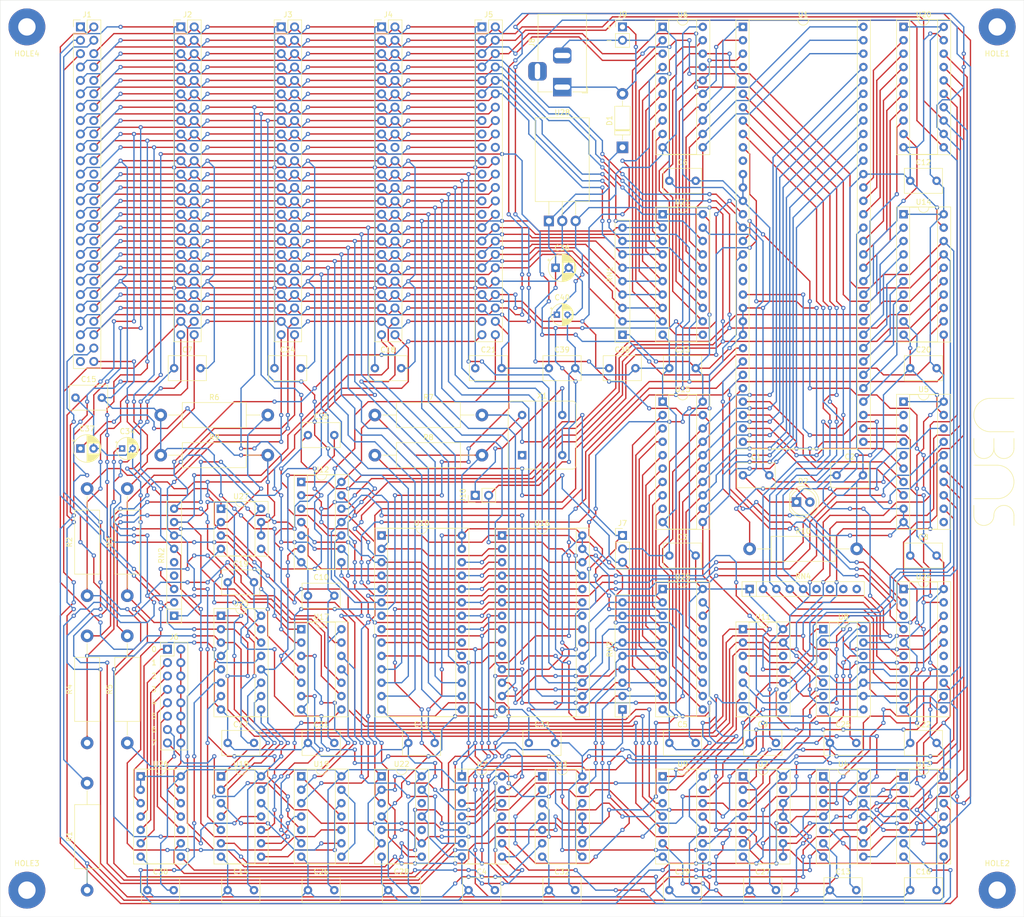
<source format=kicad_pcb>
(kicad_pcb (version 20171130) (host pcbnew 5.1.8)
  (layers (0 F.Cu jumper) (31 B.Cu power) (34 B.Paste user) (35 F.Paste user) (36 B.SilkS user) (37 F.SilkS user) (38 B.Mask user) (39 F.Mask user) (44 Edge.Cuts user))
  (net 0 "")
  (net 1 VCC)
  (net 2 GND)
  (net 3 "Net-(C34-Pad1)")
  (net 4 "Net-(C35-Pad1)")
  (net 5 "Net-(C36-Pad1)")
  (net 6 "Net-(C37-Pad1)")
  (net 7 "Net-(D1-Pad2)")
  (net 8 "Net-(D2-Pad2)")
  (net 9 ~RAM_DTACK)
  (net 10 CLK)
  (net 11 R\~W)
  (net 12 ~LDS)
  (net 13 ~UDS)
  (net 14 ~RAM_SEL)
  (net 15 D0)
  (net 16 D1)
  (net 17 D2)
  (net 18 D3)
  (net 19 D4)
  (net 20 D5)
  (net 21 D6)
  (net 22 D7)
  (net 23 D8)
  (net 24 D9)
  (net 25 D10)
  (net 26 D11)
  (net 27 D12)
  (net 28 D13)
  (net 29 D14)
  (net 30 D15)
  (net 31 A1)
  (net 32 A2)
  (net 33 A3)
  (net 34 A4)
  (net 35 A5)
  (net 36 A6)
  (net 37 A7)
  (net 38 A8)
  (net 39 A9)
  (net 40 A10)
  (net 41 A11)
  (net 42 A12)
  (net 43 A13)
  (net 44 A14)
  (net 45 A15)
  (net 46 A16)
  (net 47 A17)
  (net 48 A18)
  (net 49 A19)
  (net 50 A20)
  (net 51 A21)
  (net 52 A22)
  (net 53 ~DEV0_IRQ)
  (net 54 ~DEV0_DTACK)
  (net 55 ~DEV0_SEL)
  (net 56 ~DEV1_IRQ)
  (net 57 ~DEV1_DTACK)
  (net 58 ~DEV1_SEL)
  (net 59 ~DEV2_IRQ)
  (net 60 ~DEV2_DTACK)
  (net 61 ~DEV2_SEL)
  (net 62 ROM_DTACK)
  (net 63 ~DEV3_IRQ)
  (net 64 ~DEV3_DTACK)
  (net 65 ~DEV3_SEL)
  (net 66 "Net-(J7-Pad3)")
  (net 67 "Net-(J7-Pad1)")
  (net 68 "Net-(J10-Pad1)")
  (net 69 ~RESET)
  (net 70 ~HALT)
  (net 71 R\~W~_68)
  (net 72 ~LDS_68)
  (net 73 ~UDS_68)
  (net 74 ~AS_68)
  (net 75 D5_68)
  (net 76 A4_68)
  (net 77 D6_68)
  (net 78 A3_68)
  (net 79 D7_68)
  (net 80 A2_68)
  (net 81 D8_68)
  (net 82 A1_68)
  (net 83 D9_68)
  (net 84 FC0_68)
  (net 85 D10_68)
  (net 86 FC1_68)
  (net 87 D11_68)
  (net 88 FC2_68)
  (net 89 D12_68)
  (net 90 ~IPL0)
  (net 91 D13_68)
  (net 92 D14_68)
  (net 93 D15_68)
  (net 94 ~VPA)
  (net 95 A23_68)
  (net 96 A22_68)
  (net 97 A21_68)
  (net 98 A20_68)
  (net 99 A19_68)
  (net 100 A18_68)
  (net 101 A17_68)
  (net 102 A16_68)
  (net 103 A15_68)
  (net 104 A14_68)
  (net 105 ~DTACK)
  (net 106 A13_68)
  (net 107 A12_68)
  (net 108 A11_68)
  (net 109 A10_68)
  (net 110 A9_68)
  (net 111 D0_68)
  (net 112 A8_68)
  (net 113 D1_68)
  (net 114 A7_68)
  (net 115 D2_68)
  (net 116 A6_68)
  (net 117 D3_68)
  (net 118 A5_68)
  (net 119 D4_68)
  (net 120 HROM_ADDR)
  (net 121 RESV_ADDR)
  (net 122 ~ROM_ADDR)
  (net 123 MEM_SEL)
  (net 124 "Net-(U2-Pad3)")
  (net 125 ~MEM_SEL)
  (net 126 "Net-(U2-Pad2)")
  (net 127 ROM_RQ)
  (net 128 "Net-(U3-Pad12)")
  (net 129 ~ROM_SEL_U)
  (net 130 "Net-(U22-Pad5)")
  (net 131 ~ROM_SEL_L)
  (net 132 ~VADDR)
  (net 133 "Net-(U3-Pad1)")
  (net 134 ~RD_BYTE_U)
  (net 135 A23)
  (net 136 ~R~\W)
  (net 137 ~RD_BYTE_L)
  (net 138 ~ROM_DTACK)
  (net 139 ~CLK)
  (net 140 "Net-(U13-Pad8)")
  (net 141 ~AS)
  (net 142 "Net-(U13-Pad6)")
  (net 143 FC2)
  (net 144 FC1)
  (net 145 FC0)
  (net 146 "Net-(U17-Pad6)")
  (net 147 ~DEV7_SEL)
  (net 148 ~DEV6_SEL)
  (net 149 "Net-(U17-Pad3)")
  (net 150 ~DEV5_SEL)
  (net 151 "Net-(U17-Pad8)")
  (net 152 ~DEV4_SEL)
  (net 153 "Net-(U22-Pad1)")
  (net 154 "Net-(J6-Pad15)")
  (net 155 "Net-(J6-Pad13)")
  (net 156 "Net-(J6-Pad11)")
  (net 157 "Net-(J6-Pad9)")
  (net 158 "Net-(J6-Pad7)")
  (net 159 "Net-(J6-Pad5)")
  (net 160 "Net-(J6-Pad3)")
  (net 161 "Net-(J6-Pad1)")
  (net 162 "Net-(U13-Pad13)")
  (net 163 "Net-(U11-Pad12)")
  (net 164 "Net-(U11-Pad6)")
  (net 165 "Net-(U12-Pad12)")
  (net 166 "Net-(U12-Pad6)")
  (net 167 "Net-(U12-Pad8)")
  (net 168 "Net-(U13-Pad1)")
  (net 169 "Net-(U13-Pad2)")
  (net 170 "Net-(U11-Pad8)")
  (net 171 "Net-(U17-Pad11)")
  (net 172 "Net-(U18-Pad6)")
  (net 173 "Net-(U18-Pad12)")
  (net 174 "Net-(U18-Pad3)")
  (net 175 "Net-(U18-Pad8)")
  (net 176 "Net-(U19-Pad13)")
  (net 177 "Net-(U19-Pad1)")
  (net 178 "Net-(HOLE1-Pad1)")
  (net 179 "Net-(HOLE2-Pad1)")
  (net 180 "Net-(HOLE3-Pad1)")
  (net 181 "Net-(HOLE4-Pad1)")
  (net 182 "Net-(J1-Pad51)")
  (net 183 "Net-(J1-Pad49)")
  (net 184 "Net-(J1-Pad24)")
  (net 185 "Net-(J2-Pad20)")
  (net 186 "Net-(J3-Pad20)")
  (net 187 "Net-(J4-Pad20)")
  (net 188 "Net-(J5-Pad20)")
  (net 189 "Net-(J8-Pad3)")
  (net 190 "Net-(RN2-Pad5)")
  (net 191 "Net-(RN2-Pad4)")
  (net 192 "Net-(RN4-Pad9)")
  (net 193 "Net-(RN4-Pad8)")
  (net 194 "Net-(RN4-Pad7)")
  (net 195 "Net-(RN4-Pad6)")
  (net 196 "Net-(U1-Pad20)")
  (net 197 "Net-(U1-Pad19)")
  (net 198 "Net-(U1-Pad11)")
  (net 199 "Net-(U2-Pad13)")
  (net 200 "Net-(U5-Pad11)")
  (net 201 "Net-(U22-Pad12)")
  (net 202 "Net-(U22-Pad10)")
  (net 203 "Net-(U24-Pad15)")
  (net 204 "Net-(X1-Pad1)")
  (module plugins:HOLE_SUEN (layer F.Cu) (at 21.59 21.59)
    (fp_text reference HOLE4 (at 0 5.08) (layer F.SilkS))
    (fp_text value Conn_01x01)
    (pad 1 thru_hole circle (at 0 0) (size 7 7) (drill 3.3) (layers *.Cu *.Mask) (net 181 "Net-(HOLE4-Pad1)"))
  )
  (module plugins:HOLE_SUEN (layer F.Cu) (at 21.59 185.42)
    (fp_text reference HOLE3 (at 0 -5.08) (layer F.SilkS))
    (fp_text value Conn_01x01)
    (pad 1 thru_hole circle (at 0 0) (size 7 7) (drill 3.3) (layers *.Cu *.Mask) (net 180 "Net-(HOLE3-Pad1)"))
  )
  (module plugins:HOLE_SUEN (layer F.Cu) (at 205.74 185.42)
    (fp_text reference HOLE2 (at 0 -5.08) (layer F.SilkS))
    (fp_text value Conn_01x01)
    (pad 1 thru_hole circle (at 0 0) (size 7 7) (drill 3.3) (layers *.Cu *.Mask) (net 179 "Net-(HOLE2-Pad1)"))
  )
  (module plugins:HOLE_SUEN (layer F.Cu) (at 205.74 21.59)
    (fp_text reference HOLE1 (at 0 5.08) (layer F.SilkS))
    (fp_text value Conn_01x01)
    (pad 1 thru_hole circle (at 0 0) (size 7 7) (drill 3.3) (layers *.Cu *.Mask) (net 178 "Net-(HOLE1-Pad1)"))
  )
  (module Package_DIP:DIP-14_W7.62mm_Socket (layer F.Cu) (at 172.72 135.89)
    (fp_text reference U8 (at 3.81 -2.33) (layer F.SilkS))
    (fp_text value 74HC10)
    (pad 1 thru_hole rect (at 0 0) (size 1.6 1.6) (drill 0.8) (layers *.Cu *.Mask) (net 145 FC0))
    (pad 8 thru_hole oval (at 7.62 15.24) (size 1.6 1.6) (drill 0.8) (layers *.Cu *.Mask) (net 124 "Net-(U2-Pad3)"))
    (pad 2 thru_hole oval (at 0 2.54) (size 1.6 1.6) (drill 0.8) (layers *.Cu *.Mask) (net 144 FC1))
    (pad 9 thru_hole oval (at 7.62 12.7) (size 1.6 1.6) (drill 0.8) (layers *.Cu *.Mask) (net 49 A19))
    (pad 3 thru_hole oval (at 0 5.08) (size 1.6 1.6) (drill 0.8) (layers *.Cu *.Mask) (net 52 A22))
    (pad 10 thru_hole oval (at 7.62 10.16) (size 1.6 1.6) (drill 0.8) (layers *.Cu *.Mask) (net 48 A18))
    (pad 4 thru_hole oval (at 0 7.62) (size 1.6 1.6) (drill 0.8) (layers *.Cu *.Mask) (net 51 A21))
    (pad 11 thru_hole oval (at 7.62 7.62) (size 1.6 1.6) (drill 0.8) (layers *.Cu *.Mask) (net 47 A17))
    (pad 5 thru_hole oval (at 0 10.16) (size 1.6 1.6) (drill 0.8) (layers *.Cu *.Mask) (net 50 A20))
    (pad 12 thru_hole oval (at 7.62 5.08) (size 1.6 1.6) (drill 0.8) (layers *.Cu *.Mask) (net 94 ~VPA))
    (pad 6 thru_hole oval (at 0 12.7) (size 1.6 1.6) (drill 0.8) (layers *.Cu *.Mask) (net 126 "Net-(U2-Pad2)"))
    (pad 13 thru_hole oval (at 7.62 2.54) (size 1.6 1.6) (drill 0.8) (layers *.Cu *.Mask) (net 143 FC2))
    (pad 7 thru_hole oval (at 0 15.24) (size 1.6 1.6) (drill 0.8) (layers *.Cu *.Mask) (net 2 GND))
    (pad 14 thru_hole oval (at 7.62 0) (size 1.6 1.6) (drill 0.8) (layers *.Cu *.Mask) (net 1 VCC))
  )
  (module Package_DIP:DIP-14_W7.62mm_Socket (layer F.Cu) (at 88.9 163.83)
    (fp_text reference U22 (at 3.81 -2.33) (layer F.SilkS))
    (fp_text value 74HC05)
    (pad 1 thru_hole rect (at 0 0) (size 1.6 1.6) (drill 0.8) (layers *.Cu *.Mask) (net 153 "Net-(U22-Pad1)"))
    (pad 8 thru_hole oval (at 7.62 15.24) (size 1.6 1.6) (drill 0.8) (layers *.Cu *.Mask) (net 69 ~RESET))
    (pad 2 thru_hole oval (at 0 2.54) (size 1.6 1.6) (drill 0.8) (layers *.Cu *.Mask) (net 70 ~HALT))
    (pad 9 thru_hole oval (at 7.62 12.7) (size 1.6 1.6) (drill 0.8) (layers *.Cu *.Mask) (net 130 "Net-(U22-Pad5)"))
    (pad 3 thru_hole oval (at 0 5.08) (size 1.6 1.6) (drill 0.8) (layers *.Cu *.Mask) (net 153 "Net-(U22-Pad1)"))
    (pad 10 thru_hole oval (at 7.62 10.16) (size 1.6 1.6) (drill 0.8) (layers *.Cu *.Mask) (net 202 "Net-(U22-Pad10)"))
    (pad 4 thru_hole oval (at 0 7.62) (size 1.6 1.6) (drill 0.8) (layers *.Cu *.Mask) (net 69 ~RESET))
    (pad 11 thru_hole oval (at 7.62 7.62) (size 1.6 1.6) (drill 0.8) (layers *.Cu *.Mask) (net 2 GND))
    (pad 5 thru_hole oval (at 0 10.16) (size 1.6 1.6) (drill 0.8) (layers *.Cu *.Mask) (net 130 "Net-(U22-Pad5)"))
    (pad 12 thru_hole oval (at 7.62 5.08) (size 1.6 1.6) (drill 0.8) (layers *.Cu *.Mask) (net 201 "Net-(U22-Pad12)"))
    (pad 6 thru_hole oval (at 0 12.7) (size 1.6 1.6) (drill 0.8) (layers *.Cu *.Mask) (net 70 ~HALT))
    (pad 13 thru_hole oval (at 7.62 2.54) (size 1.6 1.6) (drill 0.8) (layers *.Cu *.Mask) (net 2 GND))
    (pad 7 thru_hole oval (at 0 15.24) (size 1.6 1.6) (drill 0.8) (layers *.Cu *.Mask) (net 2 GND))
    (pad 14 thru_hole oval (at 7.62 0) (size 1.6 1.6) (drill 0.8) (layers *.Cu *.Mask) (net 1 VCC))
  )
  (module Package_DIP:DIP-14_W7.62mm_Socket (layer F.Cu) (at 104.14 163.83)
    (fp_text reference U7 (at 3.81 -2.33) (layer F.SilkS))
    (fp_text value 74HC04)
    (pad 1 thru_hole rect (at 0 0) (size 1.6 1.6) (drill 0.8) (layers *.Cu *.Mask) (net 11 R\~W))
    (pad 8 thru_hole oval (at 7.62 15.24) (size 1.6 1.6) (drill 0.8) (layers *.Cu *.Mask) (net 131 ~ROM_SEL_L))
    (pad 2 thru_hole oval (at 0 2.54) (size 1.6 1.6) (drill 0.8) (layers *.Cu *.Mask) (net 136 ~R~\W))
    (pad 9 thru_hole oval (at 7.62 12.7) (size 1.6 1.6) (drill 0.8) (layers *.Cu *.Mask) (net 142 "Net-(U13-Pad6)"))
    (pad 3 thru_hole oval (at 0 5.08) (size 1.6 1.6) (drill 0.8) (layers *.Cu *.Mask) (net 141 ~AS))
    (pad 10 thru_hole oval (at 7.62 10.16) (size 1.6 1.6) (drill 0.8) (layers *.Cu *.Mask) (net 129 ~ROM_SEL_U))
    (pad 4 thru_hole oval (at 0 7.62) (size 1.6 1.6) (drill 0.8) (layers *.Cu *.Mask) (net 133 "Net-(U3-Pad1)"))
    (pad 11 thru_hole oval (at 7.62 7.62) (size 1.6 1.6) (drill 0.8) (layers *.Cu *.Mask) (net 140 "Net-(U13-Pad8)"))
    (pad 5 thru_hole oval (at 0 10.16) (size 1.6 1.6) (drill 0.8) (layers *.Cu *.Mask) (net 62 ROM_DTACK))
    (pad 12 thru_hole oval (at 7.62 5.08) (size 1.6 1.6) (drill 0.8) (layers *.Cu *.Mask) (net 139 ~CLK))
    (pad 6 thru_hole oval (at 0 12.7) (size 1.6 1.6) (drill 0.8) (layers *.Cu *.Mask) (net 138 ~ROM_DTACK))
    (pad 13 thru_hole oval (at 7.62 2.54) (size 1.6 1.6) (drill 0.8) (layers *.Cu *.Mask) (net 10 CLK))
    (pad 7 thru_hole oval (at 0 15.24) (size 1.6 1.6) (drill 0.8) (layers *.Cu *.Mask) (net 2 GND))
    (pad 14 thru_hole oval (at 7.62 0) (size 1.6 1.6) (drill 0.8) (layers *.Cu *.Mask) (net 1 VCC))
  )
  (module Package_DIP:DIP-16_W7.62mm_Socket (layer F.Cu) (at 58.42 133.35)
    (fp_text reference U23 (at 3.81 -2.33) (layer F.SilkS))
    (fp_text value 74HC138)
    (pad 1 thru_hole rect (at 0 0) (size 1.6 1.6) (drill 0.8) (layers *.Cu *.Mask) (net 50 A20))
    (pad 9 thru_hole oval (at 7.62 17.78) (size 1.6 1.6) (drill 0.8) (layers *.Cu *.Mask) (net 148 ~DEV6_SEL))
    (pad 2 thru_hole oval (at 0 2.54) (size 1.6 1.6) (drill 0.8) (layers *.Cu *.Mask) (net 51 A21))
    (pad 10 thru_hole oval (at 7.62 15.24) (size 1.6 1.6) (drill 0.8) (layers *.Cu *.Mask) (net 150 ~DEV5_SEL))
    (pad 3 thru_hole oval (at 0 5.08) (size 1.6 1.6) (drill 0.8) (layers *.Cu *.Mask) (net 52 A22))
    (pad 11 thru_hole oval (at 7.62 12.7) (size 1.6 1.6) (drill 0.8) (layers *.Cu *.Mask) (net 152 ~DEV4_SEL))
    (pad 4 thru_hole oval (at 0 7.62) (size 1.6 1.6) (drill 0.8) (layers *.Cu *.Mask) (net 2 GND))
    (pad 12 thru_hole oval (at 7.62 10.16) (size 1.6 1.6) (drill 0.8) (layers *.Cu *.Mask) (net 65 ~DEV3_SEL))
    (pad 5 thru_hole oval (at 0 10.16) (size 1.6 1.6) (drill 0.8) (layers *.Cu *.Mask) (net 132 ~VADDR))
    (pad 13 thru_hole oval (at 7.62 7.62) (size 1.6 1.6) (drill 0.8) (layers *.Cu *.Mask) (net 61 ~DEV2_SEL))
    (pad 6 thru_hole oval (at 0 12.7) (size 1.6 1.6) (drill 0.8) (layers *.Cu *.Mask) (net 135 A23))
    (pad 14 thru_hole oval (at 7.62 5.08) (size 1.6 1.6) (drill 0.8) (layers *.Cu *.Mask) (net 58 ~DEV1_SEL))
    (pad 7 thru_hole oval (at 0 15.24) (size 1.6 1.6) (drill 0.8) (layers *.Cu *.Mask) (net 147 ~DEV7_SEL))
    (pad 15 thru_hole oval (at 7.62 2.54) (size 1.6 1.6) (drill 0.8) (layers *.Cu *.Mask) (net 55 ~DEV0_SEL))
    (pad 8 thru_hole oval (at 0 17.78) (size 1.6 1.6) (drill 0.8) (layers *.Cu *.Mask) (net 2 GND))
    (pad 16 thru_hole oval (at 7.62 0) (size 1.6 1.6) (drill 0.8) (layers *.Cu *.Mask) (net 1 VCC))
  )
  (module Package_DIP:DIP-64_W22.86mm_Socket (layer F.Cu) (at 157.48 21.59)
    (fp_text reference U1 (at 11.43 -2.33) (layer F.SilkS))
    (fp_text value 68000D)
    (pad 1 thru_hole rect (at 0 0) (size 1.6 1.6) (drill 0.8) (layers *.Cu *.Mask) (net 119 D4_68))
    (pad 33 thru_hole oval (at 22.86 78.74) (size 1.6 1.6) (drill 0.8) (layers *.Cu *.Mask) (net 118 A5_68))
    (pad 2 thru_hole oval (at 0 2.54) (size 1.6 1.6) (drill 0.8) (layers *.Cu *.Mask) (net 117 D3_68))
    (pad 34 thru_hole oval (at 22.86 76.2) (size 1.6 1.6) (drill 0.8) (layers *.Cu *.Mask) (net 116 A6_68))
    (pad 3 thru_hole oval (at 0 5.08) (size 1.6 1.6) (drill 0.8) (layers *.Cu *.Mask) (net 115 D2_68))
    (pad 35 thru_hole oval (at 22.86 73.66) (size 1.6 1.6) (drill 0.8) (layers *.Cu *.Mask) (net 114 A7_68))
    (pad 4 thru_hole oval (at 0 7.62) (size 1.6 1.6) (drill 0.8) (layers *.Cu *.Mask) (net 113 D1_68))
    (pad 36 thru_hole oval (at 22.86 71.12) (size 1.6 1.6) (drill 0.8) (layers *.Cu *.Mask) (net 112 A8_68))
    (pad 5 thru_hole oval (at 0 10.16) (size 1.6 1.6) (drill 0.8) (layers *.Cu *.Mask) (net 111 D0_68))
    (pad 37 thru_hole oval (at 22.86 68.58) (size 1.6 1.6) (drill 0.8) (layers *.Cu *.Mask) (net 110 A9_68))
    (pad 6 thru_hole oval (at 0 12.7) (size 1.6 1.6) (drill 0.8) (layers *.Cu *.Mask) (net 74 ~AS_68))
    (pad 38 thru_hole oval (at 22.86 66.04) (size 1.6 1.6) (drill 0.8) (layers *.Cu *.Mask) (net 109 A10_68))
    (pad 7 thru_hole oval (at 0 15.24) (size 1.6 1.6) (drill 0.8) (layers *.Cu *.Mask) (net 73 ~UDS_68))
    (pad 39 thru_hole oval (at 22.86 63.5) (size 1.6 1.6) (drill 0.8) (layers *.Cu *.Mask) (net 108 A11_68))
    (pad 8 thru_hole oval (at 0 17.78) (size 1.6 1.6) (drill 0.8) (layers *.Cu *.Mask) (net 72 ~LDS_68))
    (pad 40 thru_hole oval (at 22.86 60.96) (size 1.6 1.6) (drill 0.8) (layers *.Cu *.Mask) (net 107 A12_68))
    (pad 9 thru_hole oval (at 0 20.32) (size 1.6 1.6) (drill 0.8) (layers *.Cu *.Mask) (net 71 R\~W~_68))
    (pad 41 thru_hole oval (at 22.86 58.42) (size 1.6 1.6) (drill 0.8) (layers *.Cu *.Mask) (net 106 A13_68))
    (pad 10 thru_hole oval (at 0 22.86) (size 1.6 1.6) (drill 0.8) (layers *.Cu *.Mask) (net 105 ~DTACK))
    (pad 42 thru_hole oval (at 22.86 55.88) (size 1.6 1.6) (drill 0.8) (layers *.Cu *.Mask) (net 104 A14_68))
    (pad 11 thru_hole oval (at 0 25.4) (size 1.6 1.6) (drill 0.8) (layers *.Cu *.Mask) (net 198 "Net-(U1-Pad11)"))
    (pad 43 thru_hole oval (at 22.86 53.34) (size 1.6 1.6) (drill 0.8) (layers *.Cu *.Mask) (net 103 A15_68))
    (pad 12 thru_hole oval (at 0 27.94) (size 1.6 1.6) (drill 0.8) (layers *.Cu *.Mask) (net 1 VCC))
    (pad 44 thru_hole oval (at 22.86 50.8) (size 1.6 1.6) (drill 0.8) (layers *.Cu *.Mask) (net 102 A16_68))
    (pad 13 thru_hole oval (at 0 30.48) (size 1.6 1.6) (drill 0.8) (layers *.Cu *.Mask) (net 1 VCC))
    (pad 45 thru_hole oval (at 22.86 48.26) (size 1.6 1.6) (drill 0.8) (layers *.Cu *.Mask) (net 101 A17_68))
    (pad 14 thru_hole oval (at 0 33.02) (size 1.6 1.6) (drill 0.8) (layers *.Cu *.Mask) (net 1 VCC))
    (pad 46 thru_hole oval (at 22.86 45.72) (size 1.6 1.6) (drill 0.8) (layers *.Cu *.Mask) (net 100 A18_68))
    (pad 15 thru_hole oval (at 0 35.56) (size 1.6 1.6) (drill 0.8) (layers *.Cu *.Mask) (net 10 CLK))
    (pad 47 thru_hole oval (at 22.86 43.18) (size 1.6 1.6) (drill 0.8) (layers *.Cu *.Mask) (net 99 A19_68))
    (pad 16 thru_hole oval (at 0 38.1) (size 1.6 1.6) (drill 0.8) (layers *.Cu *.Mask) (net 2 GND))
    (pad 48 thru_hole oval (at 22.86 40.64) (size 1.6 1.6) (drill 0.8) (layers *.Cu *.Mask) (net 98 A20_68))
    (pad 17 thru_hole oval (at 0 40.64) (size 1.6 1.6) (drill 0.8) (layers *.Cu *.Mask) (net 70 ~HALT))
    (pad 49 thru_hole oval (at 22.86 38.1) (size 1.6 1.6) (drill 0.8) (layers *.Cu *.Mask) (net 1 VCC))
    (pad 18 thru_hole oval (at 0 43.18) (size 1.6 1.6) (drill 0.8) (layers *.Cu *.Mask) (net 69 ~RESET))
    (pad 50 thru_hole oval (at 22.86 35.56) (size 1.6 1.6) (drill 0.8) (layers *.Cu *.Mask) (net 97 A21_68))
    (pad 19 thru_hole oval (at 0 45.72) (size 1.6 1.6) (drill 0.8) (layers *.Cu *.Mask) (net 197 "Net-(U1-Pad19)"))
    (pad 51 thru_hole oval (at 22.86 33.02) (size 1.6 1.6) (drill 0.8) (layers *.Cu *.Mask) (net 96 A22_68))
    (pad 20 thru_hole oval (at 0 48.26) (size 1.6 1.6) (drill 0.8) (layers *.Cu *.Mask) (net 196 "Net-(U1-Pad20)"))
    (pad 52 thru_hole oval (at 22.86 30.48) (size 1.6 1.6) (drill 0.8) (layers *.Cu *.Mask) (net 95 A23_68))
    (pad 21 thru_hole oval (at 0 50.8) (size 1.6 1.6) (drill 0.8) (layers *.Cu *.Mask) (net 94 ~VPA))
    (pad 53 thru_hole oval (at 22.86 27.94) (size 1.6 1.6) (drill 0.8) (layers *.Cu *.Mask) (net 2 GND))
    (pad 22 thru_hole oval (at 0 53.34) (size 1.6 1.6) (drill 0.8) (layers *.Cu *.Mask) (net 1 VCC))
    (pad 54 thru_hole oval (at 22.86 25.4) (size 1.6 1.6) (drill 0.8) (layers *.Cu *.Mask) (net 93 D15_68))
    (pad 23 thru_hole oval (at 0 55.88) (size 1.6 1.6) (drill 0.8) (layers *.Cu *.Mask) (net 1 VCC))
    (pad 55 thru_hole oval (at 22.86 22.86) (size 1.6 1.6) (drill 0.8) (layers *.Cu *.Mask) (net 92 D14_68))
    (pad 24 thru_hole oval (at 0 58.42) (size 1.6 1.6) (drill 0.8) (layers *.Cu *.Mask) (net 1 VCC))
    (pad 56 thru_hole oval (at 22.86 20.32) (size 1.6 1.6) (drill 0.8) (layers *.Cu *.Mask) (net 91 D13_68))
    (pad 25 thru_hole oval (at 0 60.96) (size 1.6 1.6) (drill 0.8) (layers *.Cu *.Mask) (net 90 ~IPL0))
    (pad 57 thru_hole oval (at 22.86 17.78) (size 1.6 1.6) (drill 0.8) (layers *.Cu *.Mask) (net 89 D12_68))
    (pad 26 thru_hole oval (at 0 63.5) (size 1.6 1.6) (drill 0.8) (layers *.Cu *.Mask) (net 88 FC2_68))
    (pad 58 thru_hole oval (at 22.86 15.24) (size 1.6 1.6) (drill 0.8) (layers *.Cu *.Mask) (net 87 D11_68))
    (pad 27 thru_hole oval (at 0 66.04) (size 1.6 1.6) (drill 0.8) (layers *.Cu *.Mask) (net 86 FC1_68))
    (pad 59 thru_hole oval (at 22.86 12.7) (size 1.6 1.6) (drill 0.8) (layers *.Cu *.Mask) (net 85 D10_68))
    (pad 28 thru_hole oval (at 0 68.58) (size 1.6 1.6) (drill 0.8) (layers *.Cu *.Mask) (net 84 FC0_68))
    (pad 60 thru_hole oval (at 22.86 10.16) (size 1.6 1.6) (drill 0.8) (layers *.Cu *.Mask) (net 83 D9_68))
    (pad 29 thru_hole oval (at 0 71.12) (size 1.6 1.6) (drill 0.8) (layers *.Cu *.Mask) (net 82 A1_68))
    (pad 61 thru_hole oval (at 22.86 7.62) (size 1.6 1.6) (drill 0.8) (layers *.Cu *.Mask) (net 81 D8_68))
    (pad 30 thru_hole oval (at 0 73.66) (size 1.6 1.6) (drill 0.8) (layers *.Cu *.Mask) (net 80 A2_68))
    (pad 62 thru_hole oval (at 22.86 5.08) (size 1.6 1.6) (drill 0.8) (layers *.Cu *.Mask) (net 79 D7_68))
    (pad 31 thru_hole oval (at 0 76.2) (size 1.6 1.6) (drill 0.8) (layers *.Cu *.Mask) (net 78 A3_68))
    (pad 63 thru_hole oval (at 22.86 2.54) (size 1.6 1.6) (drill 0.8) (layers *.Cu *.Mask) (net 77 D6_68))
    (pad 32 thru_hole oval (at 0 78.74) (size 1.6 1.6) (drill 0.8) (layers *.Cu *.Mask) (net 76 A4_68))
    (pad 64 thru_hole oval (at 22.86 0) (size 1.6 1.6) (drill 0.8) (layers *.Cu *.Mask) (net 75 D5_68))
  )
  (module Package_DIP:DIP-28_W15.24mm_Socket (layer F.Cu) (at 111.76 118.11)
    (fp_text reference U16 (at 7.62 -2.33) (layer F.SilkS))
    (fp_text value 28C256)
    (pad 28 thru_hole oval (at 15.24 0) (size 1.6 1.6) (drill 0.8) (layers *.Cu *.Mask) (net 1 VCC))
    (pad 14 thru_hole oval (at 0 33.02) (size 1.6 1.6) (drill 0.8) (layers *.Cu *.Mask) (net 2 GND))
    (pad 27 thru_hole oval (at 15.24 2.54) (size 1.6 1.6) (drill 0.8) (layers *.Cu *.Mask) (net 1 VCC))
    (pad 13 thru_hole oval (at 0 30.48) (size 1.6 1.6) (drill 0.8) (layers *.Cu *.Mask) (net 25 D10))
    (pad 26 thru_hole oval (at 15.24 5.08) (size 1.6 1.6) (drill 0.8) (layers *.Cu *.Mask) (net 44 A14))
    (pad 12 thru_hole oval (at 0 27.94) (size 1.6 1.6) (drill 0.8) (layers *.Cu *.Mask) (net 24 D9))
    (pad 25 thru_hole oval (at 15.24 7.62) (size 1.6 1.6) (drill 0.8) (layers *.Cu *.Mask) (net 39 A9))
    (pad 11 thru_hole oval (at 0 25.4) (size 1.6 1.6) (drill 0.8) (layers *.Cu *.Mask) (net 23 D8))
    (pad 24 thru_hole oval (at 15.24 10.16) (size 1.6 1.6) (drill 0.8) (layers *.Cu *.Mask) (net 40 A10))
    (pad 10 thru_hole oval (at 0 22.86) (size 1.6 1.6) (drill 0.8) (layers *.Cu *.Mask) (net 31 A1))
    (pad 23 thru_hole oval (at 15.24 12.7) (size 1.6 1.6) (drill 0.8) (layers *.Cu *.Mask) (net 42 A12))
    (pad 9 thru_hole oval (at 0 20.32) (size 1.6 1.6) (drill 0.8) (layers *.Cu *.Mask) (net 32 A2))
    (pad 22 thru_hole oval (at 15.24 15.24) (size 1.6 1.6) (drill 0.8) (layers *.Cu *.Mask) (net 136 ~R~\W))
    (pad 8 thru_hole oval (at 0 17.78) (size 1.6 1.6) (drill 0.8) (layers *.Cu *.Mask) (net 33 A3))
    (pad 21 thru_hole oval (at 15.24 17.78) (size 1.6 1.6) (drill 0.8) (layers *.Cu *.Mask) (net 41 A11))
    (pad 7 thru_hole oval (at 0 15.24) (size 1.6 1.6) (drill 0.8) (layers *.Cu *.Mask) (net 34 A4))
    (pad 20 thru_hole oval (at 15.24 20.32) (size 1.6 1.6) (drill 0.8) (layers *.Cu *.Mask) (net 129 ~ROM_SEL_U))
    (pad 6 thru_hole oval (at 0 12.7) (size 1.6 1.6) (drill 0.8) (layers *.Cu *.Mask) (net 35 A5))
    (pad 19 thru_hole oval (at 15.24 22.86) (size 1.6 1.6) (drill 0.8) (layers *.Cu *.Mask) (net 30 D15))
    (pad 5 thru_hole oval (at 0 10.16) (size 1.6 1.6) (drill 0.8) (layers *.Cu *.Mask) (net 36 A6))
    (pad 18 thru_hole oval (at 15.24 25.4) (size 1.6 1.6) (drill 0.8) (layers *.Cu *.Mask) (net 29 D14))
    (pad 4 thru_hole oval (at 0 7.62) (size 1.6 1.6) (drill 0.8) (layers *.Cu *.Mask) (net 37 A7))
    (pad 17 thru_hole oval (at 15.24 27.94) (size 1.6 1.6) (drill 0.8) (layers *.Cu *.Mask) (net 28 D13))
    (pad 3 thru_hole oval (at 0 5.08) (size 1.6 1.6) (drill 0.8) (layers *.Cu *.Mask) (net 38 A8))
    (pad 16 thru_hole oval (at 15.24 30.48) (size 1.6 1.6) (drill 0.8) (layers *.Cu *.Mask) (net 27 D12))
    (pad 2 thru_hole oval (at 0 2.54) (size 1.6 1.6) (drill 0.8) (layers *.Cu *.Mask) (net 43 A13))
    (pad 15 thru_hole oval (at 15.24 33.02) (size 1.6 1.6) (drill 0.8) (layers *.Cu *.Mask) (net 26 D11))
    (pad 1 thru_hole rect (at 0 0) (size 1.6 1.6) (drill 0.8) (layers *.Cu *.Mask) (net 45 A15))
  )
  (module Package_DIP:DIP-14_W7.62mm_Socket (layer F.Cu) (at 73.66 135.89)
    (fp_text reference U17 (at 3.81 -2.33) (layer F.SilkS))
    (fp_text value 74HC08)
    (pad 1 thru_hole rect (at 0 0) (size 1.6 1.6) (drill 0.8) (layers *.Cu *.Mask) (net 54 ~DEV0_DTACK))
    (pad 8 thru_hole oval (at 7.62 15.24) (size 1.6 1.6) (drill 0.8) (layers *.Cu *.Mask) (net 151 "Net-(U17-Pad8)"))
    (pad 2 thru_hole oval (at 0 2.54) (size 1.6 1.6) (drill 0.8) (layers *.Cu *.Mask) (net 57 ~DEV1_DTACK))
    (pad 9 thru_hole oval (at 7.62 12.7) (size 1.6 1.6) (drill 0.8) (layers *.Cu *.Mask) (net 59 ~DEV2_IRQ))
    (pad 3 thru_hole oval (at 0 5.08) (size 1.6 1.6) (drill 0.8) (layers *.Cu *.Mask) (net 149 "Net-(U17-Pad3)"))
    (pad 10 thru_hole oval (at 7.62 10.16) (size 1.6 1.6) (drill 0.8) (layers *.Cu *.Mask) (net 63 ~DEV3_IRQ))
    (pad 4 thru_hole oval (at 0 7.62) (size 1.6 1.6) (drill 0.8) (layers *.Cu *.Mask) (net 60 ~DEV2_DTACK))
    (pad 11 thru_hole oval (at 7.62 7.62) (size 1.6 1.6) (drill 0.8) (layers *.Cu *.Mask) (net 171 "Net-(U17-Pad11)"))
    (pad 5 thru_hole oval (at 0 10.16) (size 1.6 1.6) (drill 0.8) (layers *.Cu *.Mask) (net 64 ~DEV3_DTACK))
    (pad 12 thru_hole oval (at 7.62 5.08) (size 1.6 1.6) (drill 0.8) (layers *.Cu *.Mask) (net 138 ~ROM_DTACK))
    (pad 6 thru_hole oval (at 0 12.7) (size 1.6 1.6) (drill 0.8) (layers *.Cu *.Mask) (net 146 "Net-(U17-Pad6)"))
    (pad 13 thru_hole oval (at 7.62 2.54) (size 1.6 1.6) (drill 0.8) (layers *.Cu *.Mask) (net 9 ~RAM_DTACK))
    (pad 7 thru_hole oval (at 0 15.24) (size 1.6 1.6) (drill 0.8) (layers *.Cu *.Mask) (net 2 GND))
    (pad 14 thru_hole oval (at 7.62 0) (size 1.6 1.6) (drill 0.8) (layers *.Cu *.Mask) (net 1 VCC))
  )
  (module Package_DIP:DIP-20_W7.62mm_Socket (layer F.Cu) (at 142.24 92.71)
    (fp_text reference U15 (at 3.81 -2.33) (layer F.SilkS))
    (fp_text value 74HC245)
    (pad 1 thru_hole rect (at 0 0) (size 1.6 1.6) (drill 0.8) (layers *.Cu *.Mask) (net 2 GND))
    (pad 11 thru_hole oval (at 7.62 22.86) (size 1.6 1.6) (drill 0.8) (layers *.Cu *.Mask) (net 93 D15_68))
    (pad 2 thru_hole oval (at 0 2.54) (size 1.6 1.6) (drill 0.8) (layers *.Cu *.Mask) (net 23 D8))
    (pad 12 thru_hole oval (at 7.62 20.32) (size 1.6 1.6) (drill 0.8) (layers *.Cu *.Mask) (net 92 D14_68))
    (pad 3 thru_hole oval (at 0 5.08) (size 1.6 1.6) (drill 0.8) (layers *.Cu *.Mask) (net 24 D9))
    (pad 13 thru_hole oval (at 7.62 17.78) (size 1.6 1.6) (drill 0.8) (layers *.Cu *.Mask) (net 91 D13_68))
    (pad 4 thru_hole oval (at 0 7.62) (size 1.6 1.6) (drill 0.8) (layers *.Cu *.Mask) (net 25 D10))
    (pad 14 thru_hole oval (at 7.62 15.24) (size 1.6 1.6) (drill 0.8) (layers *.Cu *.Mask) (net 89 D12_68))
    (pad 5 thru_hole oval (at 0 10.16) (size 1.6 1.6) (drill 0.8) (layers *.Cu *.Mask) (net 26 D11))
    (pad 15 thru_hole oval (at 7.62 12.7) (size 1.6 1.6) (drill 0.8) (layers *.Cu *.Mask) (net 87 D11_68))
    (pad 6 thru_hole oval (at 0 12.7) (size 1.6 1.6) (drill 0.8) (layers *.Cu *.Mask) (net 27 D12))
    (pad 16 thru_hole oval (at 7.62 10.16) (size 1.6 1.6) (drill 0.8) (layers *.Cu *.Mask) (net 85 D10_68))
    (pad 7 thru_hole oval (at 0 15.24) (size 1.6 1.6) (drill 0.8) (layers *.Cu *.Mask) (net 28 D13))
    (pad 17 thru_hole oval (at 7.62 7.62) (size 1.6 1.6) (drill 0.8) (layers *.Cu *.Mask) (net 83 D9_68))
    (pad 8 thru_hole oval (at 0 17.78) (size 1.6 1.6) (drill 0.8) (layers *.Cu *.Mask) (net 29 D14))
    (pad 18 thru_hole oval (at 7.62 5.08) (size 1.6 1.6) (drill 0.8) (layers *.Cu *.Mask) (net 81 D8_68))
    (pad 9 thru_hole oval (at 0 20.32) (size 1.6 1.6) (drill 0.8) (layers *.Cu *.Mask) (net 30 D15))
    (pad 19 thru_hole oval (at 7.62 2.54) (size 1.6 1.6) (drill 0.8) (layers *.Cu *.Mask) (net 11 R\~W))
    (pad 10 thru_hole oval (at 0 22.86) (size 1.6 1.6) (drill 0.8) (layers *.Cu *.Mask) (net 2 GND))
    (pad 20 thru_hole oval (at 7.62 0) (size 1.6 1.6) (drill 0.8) (layers *.Cu *.Mask) (net 1 VCC))
  )
  (module Package_DIP:DIP-20_W7.62mm_Socket (layer F.Cu) (at 187.96 57.15)
    (fp_text reference U14 (at 3.81 -2.33) (layer F.SilkS))
    (fp_text value 74HC245)
    (pad 1 thru_hole rect (at 0 0) (size 1.6 1.6) (drill 0.8) (layers *.Cu *.Mask) (net 1 VCC))
    (pad 11 thru_hole oval (at 7.62 22.86) (size 1.6 1.6) (drill 0.8) (layers *.Cu *.Mask) (net 38 A8))
    (pad 2 thru_hole oval (at 0 2.54) (size 1.6 1.6) (drill 0.8) (layers *.Cu *.Mask) (net 103 A15_68))
    (pad 12 thru_hole oval (at 7.62 20.32) (size 1.6 1.6) (drill 0.8) (layers *.Cu *.Mask) (net 39 A9))
    (pad 3 thru_hole oval (at 0 5.08) (size 1.6 1.6) (drill 0.8) (layers *.Cu *.Mask) (net 104 A14_68))
    (pad 13 thru_hole oval (at 7.62 17.78) (size 1.6 1.6) (drill 0.8) (layers *.Cu *.Mask) (net 40 A10))
    (pad 4 thru_hole oval (at 0 7.62) (size 1.6 1.6) (drill 0.8) (layers *.Cu *.Mask) (net 106 A13_68))
    (pad 14 thru_hole oval (at 7.62 15.24) (size 1.6 1.6) (drill 0.8) (layers *.Cu *.Mask) (net 41 A11))
    (pad 5 thru_hole oval (at 0 10.16) (size 1.6 1.6) (drill 0.8) (layers *.Cu *.Mask) (net 107 A12_68))
    (pad 15 thru_hole oval (at 7.62 12.7) (size 1.6 1.6) (drill 0.8) (layers *.Cu *.Mask) (net 42 A12))
    (pad 6 thru_hole oval (at 0 12.7) (size 1.6 1.6) (drill 0.8) (layers *.Cu *.Mask) (net 108 A11_68))
    (pad 16 thru_hole oval (at 7.62 10.16) (size 1.6 1.6) (drill 0.8) (layers *.Cu *.Mask) (net 43 A13))
    (pad 7 thru_hole oval (at 0 15.24) (size 1.6 1.6) (drill 0.8) (layers *.Cu *.Mask) (net 109 A10_68))
    (pad 17 thru_hole oval (at 7.62 7.62) (size 1.6 1.6) (drill 0.8) (layers *.Cu *.Mask) (net 44 A14))
    (pad 8 thru_hole oval (at 0 17.78) (size 1.6 1.6) (drill 0.8) (layers *.Cu *.Mask) (net 110 A9_68))
    (pad 18 thru_hole oval (at 7.62 5.08) (size 1.6 1.6) (drill 0.8) (layers *.Cu *.Mask) (net 45 A15))
    (pad 9 thru_hole oval (at 0 20.32) (size 1.6 1.6) (drill 0.8) (layers *.Cu *.Mask) (net 112 A8_68))
    (pad 19 thru_hole oval (at 7.62 2.54) (size 1.6 1.6) (drill 0.8) (layers *.Cu *.Mask) (net 2 GND))
    (pad 10 thru_hole oval (at 0 22.86) (size 1.6 1.6) (drill 0.8) (layers *.Cu *.Mask) (net 2 GND))
    (pad 20 thru_hole oval (at 7.62 0) (size 1.6 1.6) (drill 0.8) (layers *.Cu *.Mask) (net 1 VCC))
  )
  (module Package_DIP:DIP-14_W7.62mm_Socket (layer F.Cu) (at 73.66 107.95)
    (fp_text reference U12 (at 3.81 -2.33) (layer F.SilkS))
    (fp_text value 74HC27)
    (pad 1 thru_hole rect (at 0 0) (size 1.6 1.6) (drill 0.8) (layers *.Cu *.Mask) (net 43 A13))
    (pad 8 thru_hole oval (at 7.62 15.24) (size 1.6 1.6) (drill 0.8) (layers *.Cu *.Mask) (net 167 "Net-(U12-Pad8)"))
    (pad 2 thru_hole oval (at 0 2.54) (size 1.6 1.6) (drill 0.8) (layers *.Cu *.Mask) (net 42 A12))
    (pad 9 thru_hole oval (at 7.62 12.7) (size 1.6 1.6) (drill 0.8) (layers *.Cu *.Mask) (net 37 A7))
    (pad 3 thru_hole oval (at 0 5.08) (size 1.6 1.6) (drill 0.8) (layers *.Cu *.Mask) (net 40 A10))
    (pad 10 thru_hole oval (at 7.62 10.16) (size 1.6 1.6) (drill 0.8) (layers *.Cu *.Mask) (net 36 A6))
    (pad 4 thru_hole oval (at 0 7.62) (size 1.6 1.6) (drill 0.8) (layers *.Cu *.Mask) (net 39 A9))
    (pad 11 thru_hole oval (at 7.62 7.62) (size 1.6 1.6) (drill 0.8) (layers *.Cu *.Mask) (net 35 A5))
    (pad 5 thru_hole oval (at 0 10.16) (size 1.6 1.6) (drill 0.8) (layers *.Cu *.Mask) (net 38 A8))
    (pad 12 thru_hole oval (at 7.62 5.08) (size 1.6 1.6) (drill 0.8) (layers *.Cu *.Mask) (net 165 "Net-(U12-Pad12)"))
    (pad 6 thru_hole oval (at 0 12.7) (size 1.6 1.6) (drill 0.8) (layers *.Cu *.Mask) (net 166 "Net-(U12-Pad6)"))
    (pad 13 thru_hole oval (at 7.62 2.54) (size 1.6 1.6) (drill 0.8) (layers *.Cu *.Mask) (net 41 A11))
    (pad 7 thru_hole oval (at 0 15.24) (size 1.6 1.6) (drill 0.8) (layers *.Cu *.Mask) (net 2 GND))
    (pad 14 thru_hole oval (at 7.62 0) (size 1.6 1.6) (drill 0.8) (layers *.Cu *.Mask) (net 1 VCC))
  )
  (module Package_DIP:DIP-14_W7.62mm_Socket (layer F.Cu) (at 157.48 135.89)
    (fp_text reference U11 (at 3.81 -2.33) (layer F.SilkS))
    (fp_text value 74HC27)
    (pad 1 thru_hole rect (at 0 0) (size 1.6 1.6) (drill 0.8) (layers *.Cu *.Mask) (net 52 A22))
    (pad 8 thru_hole oval (at 7.62 15.24) (size 1.6 1.6) (drill 0.8) (layers *.Cu *.Mask) (net 170 "Net-(U11-Pad8)"))
    (pad 2 thru_hole oval (at 0 2.54) (size 1.6 1.6) (drill 0.8) (layers *.Cu *.Mask) (net 51 A21))
    (pad 9 thru_hole oval (at 7.62 12.7) (size 1.6 1.6) (drill 0.8) (layers *.Cu *.Mask) (net 46 A16))
    (pad 3 thru_hole oval (at 0 5.08) (size 1.6 1.6) (drill 0.8) (layers *.Cu *.Mask) (net 49 A19))
    (pad 10 thru_hole oval (at 7.62 10.16) (size 1.6 1.6) (drill 0.8) (layers *.Cu *.Mask) (net 45 A15))
    (pad 4 thru_hole oval (at 0 7.62) (size 1.6 1.6) (drill 0.8) (layers *.Cu *.Mask) (net 48 A18))
    (pad 11 thru_hole oval (at 7.62 7.62) (size 1.6 1.6) (drill 0.8) (layers *.Cu *.Mask) (net 44 A14))
    (pad 5 thru_hole oval (at 0 10.16) (size 1.6 1.6) (drill 0.8) (layers *.Cu *.Mask) (net 47 A17))
    (pad 12 thru_hole oval (at 7.62 5.08) (size 1.6 1.6) (drill 0.8) (layers *.Cu *.Mask) (net 163 "Net-(U11-Pad12)"))
    (pad 6 thru_hole oval (at 0 12.7) (size 1.6 1.6) (drill 0.8) (layers *.Cu *.Mask) (net 164 "Net-(U11-Pad6)"))
    (pad 13 thru_hole oval (at 7.62 2.54) (size 1.6 1.6) (drill 0.8) (layers *.Cu *.Mask) (net 50 A20))
    (pad 7 thru_hole oval (at 0 15.24) (size 1.6 1.6) (drill 0.8) (layers *.Cu *.Mask) (net 2 GND))
    (pad 14 thru_hole oval (at 7.62 0) (size 1.6 1.6) (drill 0.8) (layers *.Cu *.Mask) (net 1 VCC))
  )
  (module Package_DIP:DIP-20_W7.62mm_Socket (layer F.Cu) (at 142.24 21.59)
    (fp_text reference U6 (at 3.81 -2.33) (layer F.SilkS))
    (fp_text value 74HC245)
    (pad 1 thru_hole rect (at 0 0) (size 1.6 1.6) (drill 0.8) (layers *.Cu *.Mask) (net 2 GND))
    (pad 11 thru_hole oval (at 7.62 22.86) (size 1.6 1.6) (drill 0.8) (layers *.Cu *.Mask) (net 79 D7_68))
    (pad 2 thru_hole oval (at 0 2.54) (size 1.6 1.6) (drill 0.8) (layers *.Cu *.Mask) (net 15 D0))
    (pad 12 thru_hole oval (at 7.62 20.32) (size 1.6 1.6) (drill 0.8) (layers *.Cu *.Mask) (net 77 D6_68))
    (pad 3 thru_hole oval (at 0 5.08) (size 1.6 1.6) (drill 0.8) (layers *.Cu *.Mask) (net 16 D1))
    (pad 13 thru_hole oval (at 7.62 17.78) (size 1.6 1.6) (drill 0.8) (layers *.Cu *.Mask) (net 75 D5_68))
    (pad 4 thru_hole oval (at 0 7.62) (size 1.6 1.6) (drill 0.8) (layers *.Cu *.Mask) (net 17 D2))
    (pad 14 thru_hole oval (at 7.62 15.24) (size 1.6 1.6) (drill 0.8) (layers *.Cu *.Mask) (net 119 D4_68))
    (pad 5 thru_hole oval (at 0 10.16) (size 1.6 1.6) (drill 0.8) (layers *.Cu *.Mask) (net 18 D3))
    (pad 15 thru_hole oval (at 7.62 12.7) (size 1.6 1.6) (drill 0.8) (layers *.Cu *.Mask) (net 117 D3_68))
    (pad 6 thru_hole oval (at 0 12.7) (size 1.6 1.6) (drill 0.8) (layers *.Cu *.Mask) (net 19 D4))
    (pad 16 thru_hole oval (at 7.62 10.16) (size 1.6 1.6) (drill 0.8) (layers *.Cu *.Mask) (net 115 D2_68))
    (pad 7 thru_hole oval (at 0 15.24) (size 1.6 1.6) (drill 0.8) (layers *.Cu *.Mask) (net 20 D5))
    (pad 17 thru_hole oval (at 7.62 7.62) (size 1.6 1.6) (drill 0.8) (layers *.Cu *.Mask) (net 113 D1_68))
    (pad 8 thru_hole oval (at 0 17.78) (size 1.6 1.6) (drill 0.8) (layers *.Cu *.Mask) (net 21 D6))
    (pad 18 thru_hole oval (at 7.62 5.08) (size 1.6 1.6) (drill 0.8) (layers *.Cu *.Mask) (net 111 D0_68))
    (pad 9 thru_hole oval (at 0 20.32) (size 1.6 1.6) (drill 0.8) (layers *.Cu *.Mask) (net 22 D7))
    (pad 19 thru_hole oval (at 7.62 2.54) (size 1.6 1.6) (drill 0.8) (layers *.Cu *.Mask) (net 11 R\~W))
    (pad 10 thru_hole oval (at 0 22.86) (size 1.6 1.6) (drill 0.8) (layers *.Cu *.Mask) (net 2 GND))
    (pad 20 thru_hole oval (at 7.62 0) (size 1.6 1.6) (drill 0.8) (layers *.Cu *.Mask) (net 1 VCC))
  )
  (module Package_DIP:DIP-20_W7.62mm_Socket (layer F.Cu) (at 187.96 92.71)
    (fp_text reference U5 (at 3.81 -2.33) (layer F.SilkS))
    (fp_text value 74HC245)
    (pad 1 thru_hole rect (at 0 0) (size 1.6 1.6) (drill 0.8) (layers *.Cu *.Mask) (net 1 VCC))
    (pad 11 thru_hole oval (at 7.62 22.86) (size 1.6 1.6) (drill 0.8) (layers *.Cu *.Mask) (net 200 "Net-(U5-Pad11)"))
    (pad 2 thru_hole oval (at 0 2.54) (size 1.6 1.6) (drill 0.8) (layers *.Cu *.Mask) (net 114 A7_68))
    (pad 12 thru_hole oval (at 7.62 20.32) (size 1.6 1.6) (drill 0.8) (layers *.Cu *.Mask) (net 31 A1))
    (pad 3 thru_hole oval (at 0 5.08) (size 1.6 1.6) (drill 0.8) (layers *.Cu *.Mask) (net 116 A6_68))
    (pad 13 thru_hole oval (at 7.62 17.78) (size 1.6 1.6) (drill 0.8) (layers *.Cu *.Mask) (net 32 A2))
    (pad 4 thru_hole oval (at 0 7.62) (size 1.6 1.6) (drill 0.8) (layers *.Cu *.Mask) (net 118 A5_68))
    (pad 14 thru_hole oval (at 7.62 15.24) (size 1.6 1.6) (drill 0.8) (layers *.Cu *.Mask) (net 33 A3))
    (pad 5 thru_hole oval (at 0 10.16) (size 1.6 1.6) (drill 0.8) (layers *.Cu *.Mask) (net 76 A4_68))
    (pad 15 thru_hole oval (at 7.62 12.7) (size 1.6 1.6) (drill 0.8) (layers *.Cu *.Mask) (net 34 A4))
    (pad 6 thru_hole oval (at 0 12.7) (size 1.6 1.6) (drill 0.8) (layers *.Cu *.Mask) (net 78 A3_68))
    (pad 16 thru_hole oval (at 7.62 10.16) (size 1.6 1.6) (drill 0.8) (layers *.Cu *.Mask) (net 35 A5))
    (pad 7 thru_hole oval (at 0 15.24) (size 1.6 1.6) (drill 0.8) (layers *.Cu *.Mask) (net 80 A2_68))
    (pad 17 thru_hole oval (at 7.62 7.62) (size 1.6 1.6) (drill 0.8) (layers *.Cu *.Mask) (net 36 A6))
    (pad 8 thru_hole oval (at 0 17.78) (size 1.6 1.6) (drill 0.8) (layers *.Cu *.Mask) (net 82 A1_68))
    (pad 18 thru_hole oval (at 7.62 5.08) (size 1.6 1.6) (drill 0.8) (layers *.Cu *.Mask) (net 37 A7))
    (pad 9 thru_hole oval (at 0 20.32) (size 1.6 1.6) (drill 0.8) (layers *.Cu *.Mask) (net 2 GND))
    (pad 19 thru_hole oval (at 7.62 2.54) (size 1.6 1.6) (drill 0.8) (layers *.Cu *.Mask) (net 2 GND))
    (pad 10 thru_hole oval (at 0 22.86) (size 1.6 1.6) (drill 0.8) (layers *.Cu *.Mask) (net 2 GND))
    (pad 20 thru_hole oval (at 7.62 0) (size 1.6 1.6) (drill 0.8) (layers *.Cu *.Mask) (net 1 VCC))
  )
  (module Capacitor_THT:CP_Radial_D5.0mm_P2.50mm (layer F.Cu) (at 31.75 101.6)
    (fp_text reference C37 (at 1.25 -3.75) (layer F.SilkS))
    (fp_text value 100uF)
    (pad 2 thru_hole circle (at 2.5 0) (size 1.6 1.6) (drill 0.8) (layers *.Cu *.Mask) (net 2 GND))
    (pad 1 thru_hole rect (at 0 0) (size 1.6 1.6) (drill 0.8) (layers *.Cu *.Mask) (net 6 "Net-(C37-Pad1)"))
  )
  (module Capacitor_THT:CP_Radial_D4.0mm_P2.00mm (layer F.Cu) (at 39.656 101.6)
    (fp_text reference C34 (at 1 -3.25) (layer F.SilkS))
    (fp_text value 10uF)
    (pad 2 thru_hole circle (at 2 0) (size 1.2 1.2) (drill 0.6) (layers *.Cu *.Mask) (net 2 GND))
    (pad 1 thru_hole rect (at 0 0) (size 1.2 1.2) (drill 0.6) (layers *.Cu *.Mask) (net 3 "Net-(C34-Pad1)"))
  )
  (module Package_DIP:DIP-14_W7.62mm_Socket (layer F.Cu) (at 43.18 163.83)
    (fp_text reference U26 (at 3.81 -2.33) (layer F.SilkS))
    (fp_text value 74HC164)
    (pad 14 thru_hole oval (at 7.62 0) (size 1.6 1.6) (drill 0.8) (layers *.Cu *.Mask) (net 1 VCC))
    (pad 7 thru_hole oval (at 0 15.24) (size 1.6 1.6) (drill 0.8) (layers *.Cu *.Mask) (net 2 GND))
    (pad 13 thru_hole oval (at 7.62 2.54) (size 1.6 1.6) (drill 0.8) (layers *.Cu *.Mask) (net 154 "Net-(J6-Pad15)"))
    (pad 6 thru_hole oval (at 0 12.7) (size 1.6 1.6) (drill 0.8) (layers *.Cu *.Mask) (net 158 "Net-(J6-Pad7)"))
    (pad 12 thru_hole oval (at 7.62 5.08) (size 1.6 1.6) (drill 0.8) (layers *.Cu *.Mask) (net 155 "Net-(J6-Pad13)"))
    (pad 5 thru_hole oval (at 0 10.16) (size 1.6 1.6) (drill 0.8) (layers *.Cu *.Mask) (net 159 "Net-(J6-Pad5)"))
    (pad 11 thru_hole oval (at 7.62 7.62) (size 1.6 1.6) (drill 0.8) (layers *.Cu *.Mask) (net 156 "Net-(J6-Pad11)"))
    (pad 4 thru_hole oval (at 0 7.62) (size 1.6 1.6) (drill 0.8) (layers *.Cu *.Mask) (net 160 "Net-(J6-Pad3)"))
    (pad 10 thru_hole oval (at 7.62 10.16) (size 1.6 1.6) (drill 0.8) (layers *.Cu *.Mask) (net 157 "Net-(J6-Pad9)"))
    (pad 3 thru_hole oval (at 0 5.08) (size 1.6 1.6) (drill 0.8) (layers *.Cu *.Mask) (net 161 "Net-(J6-Pad1)"))
    (pad 9 thru_hole oval (at 7.62 12.7) (size 1.6 1.6) (drill 0.8) (layers *.Cu *.Mask) (net 127 ROM_RQ))
    (pad 2 thru_hole oval (at 0 2.54) (size 1.6 1.6) (drill 0.8) (layers *.Cu *.Mask) (net 1 VCC))
    (pad 8 thru_hole oval (at 7.62 15.24) (size 1.6 1.6) (drill 0.8) (layers *.Cu *.Mask) (net 139 ~CLK))
    (pad 1 thru_hole rect (at 0 0) (size 1.6 1.6) (drill 0.8) (layers *.Cu *.Mask) (net 1 VCC))
  )
  (module Connector_PinHeader_2.54mm:PinHeader_2x08_P2.54mm_Vertical (layer F.Cu) (at 48.26 139.7)
    (fp_text reference J6 (at 1.27 -2.33) (layer F.SilkS))
    (fp_text value Conn_02x08_Odd_Even)
    (pad 16 thru_hole oval (at 2.54 17.78) (size 1.7 1.7) (drill 1) (layers *.Cu *.Mask) (net 62 ROM_DTACK))
    (pad 15 thru_hole oval (at 0 17.78) (size 1.7 1.7) (drill 1) (layers *.Cu *.Mask) (net 154 "Net-(J6-Pad15)"))
    (pad 14 thru_hole oval (at 2.54 15.24) (size 1.7 1.7) (drill 1) (layers *.Cu *.Mask) (net 62 ROM_DTACK))
    (pad 13 thru_hole oval (at 0 15.24) (size 1.7 1.7) (drill 1) (layers *.Cu *.Mask) (net 155 "Net-(J6-Pad13)"))
    (pad 12 thru_hole oval (at 2.54 12.7) (size 1.7 1.7) (drill 1) (layers *.Cu *.Mask) (net 62 ROM_DTACK))
    (pad 11 thru_hole oval (at 0 12.7) (size 1.7 1.7) (drill 1) (layers *.Cu *.Mask) (net 156 "Net-(J6-Pad11)"))
    (pad 10 thru_hole oval (at 2.54 10.16) (size 1.7 1.7) (drill 1) (layers *.Cu *.Mask) (net 62 ROM_DTACK))
    (pad 9 thru_hole oval (at 0 10.16) (size 1.7 1.7) (drill 1) (layers *.Cu *.Mask) (net 157 "Net-(J6-Pad9)"))
    (pad 8 thru_hole oval (at 2.54 7.62) (size 1.7 1.7) (drill 1) (layers *.Cu *.Mask) (net 62 ROM_DTACK))
    (pad 7 thru_hole oval (at 0 7.62) (size 1.7 1.7) (drill 1) (layers *.Cu *.Mask) (net 158 "Net-(J6-Pad7)"))
    (pad 6 thru_hole oval (at 2.54 5.08) (size 1.7 1.7) (drill 1) (layers *.Cu *.Mask) (net 62 ROM_DTACK))
    (pad 5 thru_hole oval (at 0 5.08) (size 1.7 1.7) (drill 1) (layers *.Cu *.Mask) (net 159 "Net-(J6-Pad5)"))
    (pad 4 thru_hole oval (at 2.54 2.54) (size 1.7 1.7) (drill 1) (layers *.Cu *.Mask) (net 62 ROM_DTACK))
    (pad 3 thru_hole oval (at 0 2.54) (size 1.7 1.7) (drill 1) (layers *.Cu *.Mask) (net 160 "Net-(J6-Pad3)"))
    (pad 2 thru_hole oval (at 2.54 0) (size 1.7 1.7) (drill 1) (layers *.Cu *.Mask) (net 62 ROM_DTACK))
    (pad 1 thru_hole rect (at 0 0) (size 1.7 1.7) (drill 1) (layers *.Cu *.Mask) (net 161 "Net-(J6-Pad1)"))
  )
  (module Connector_PinHeader_2.54mm:PinHeader_2x24_P2.54mm_Vertical (layer F.Cu) (at 107.95 21.59)
    (fp_text reference J5 (at 1.27 -2.33) (layer F.SilkS))
    (fp_text value Conn_02x24_Odd_Even)
    (pad 1 thru_hole rect (at 0 0) (size 1.7 1.7) (drill 1) (layers *.Cu *.Mask) (net 2 GND))
    (pad 2 thru_hole oval (at 2.54 0) (size 1.7 1.7) (drill 1) (layers *.Cu *.Mask) (net 48 A18))
    (pad 3 thru_hole oval (at 0 2.54) (size 1.7 1.7) (drill 1) (layers *.Cu *.Mask) (net 47 A17))
    (pad 4 thru_hole oval (at 2.54 2.54) (size 1.7 1.7) (drill 1) (layers *.Cu *.Mask) (net 46 A16))
    (pad 5 thru_hole oval (at 0 5.08) (size 1.7 1.7) (drill 1) (layers *.Cu *.Mask) (net 45 A15))
    (pad 6 thru_hole oval (at 2.54 5.08) (size 1.7 1.7) (drill 1) (layers *.Cu *.Mask) (net 44 A14))
    (pad 7 thru_hole oval (at 0 7.62) (size 1.7 1.7) (drill 1) (layers *.Cu *.Mask) (net 43 A13))
    (pad 8 thru_hole oval (at 2.54 7.62) (size 1.7 1.7) (drill 1) (layers *.Cu *.Mask) (net 42 A12))
    (pad 9 thru_hole oval (at 0 10.16) (size 1.7 1.7) (drill 1) (layers *.Cu *.Mask) (net 41 A11))
    (pad 10 thru_hole oval (at 2.54 10.16) (size 1.7 1.7) (drill 1) (layers *.Cu *.Mask) (net 40 A10))
    (pad 11 thru_hole oval (at 0 12.7) (size 1.7 1.7) (drill 1) (layers *.Cu *.Mask) (net 39 A9))
    (pad 12 thru_hole oval (at 2.54 12.7) (size 1.7 1.7) (drill 1) (layers *.Cu *.Mask) (net 38 A8))
    (pad 13 thru_hole oval (at 0 15.24) (size 1.7 1.7) (drill 1) (layers *.Cu *.Mask) (net 37 A7))
    (pad 14 thru_hole oval (at 2.54 15.24) (size 1.7 1.7) (drill 1) (layers *.Cu *.Mask) (net 36 A6))
    (pad 15 thru_hole oval (at 0 17.78) (size 1.7 1.7) (drill 1) (layers *.Cu *.Mask) (net 35 A5))
    (pad 16 thru_hole oval (at 2.54 17.78) (size 1.7 1.7) (drill 1) (layers *.Cu *.Mask) (net 34 A4))
    (pad 17 thru_hole oval (at 0 20.32) (size 1.7 1.7) (drill 1) (layers *.Cu *.Mask) (net 33 A3))
    (pad 18 thru_hole oval (at 2.54 20.32) (size 1.7 1.7) (drill 1) (layers *.Cu *.Mask) (net 32 A2))
    (pad 19 thru_hole oval (at 0 22.86) (size 1.7 1.7) (drill 1) (layers *.Cu *.Mask) (net 31 A1))
    (pad 20 thru_hole oval (at 2.54 22.86) (size 1.7 1.7) (drill 1) (layers *.Cu *.Mask) (net 188 "Net-(J5-Pad20)"))
    (pad 21 thru_hole oval (at 0 25.4) (size 1.7 1.7) (drill 1) (layers *.Cu *.Mask) (net 1 VCC))
    (pad 22 thru_hole oval (at 2.54 25.4) (size 1.7 1.7) (drill 1) (layers *.Cu *.Mask) (net 2 GND))
    (pad 23 thru_hole oval (at 0 27.94) (size 1.7 1.7) (drill 1) (layers *.Cu *.Mask) (net 30 D15))
    (pad 24 thru_hole oval (at 2.54 27.94) (size 1.7 1.7) (drill 1) (layers *.Cu *.Mask) (net 29 D14))
    (pad 25 thru_hole oval (at 0 30.48) (size 1.7 1.7) (drill 1) (layers *.Cu *.Mask) (net 28 D13))
    (pad 26 thru_hole oval (at 2.54 30.48) (size 1.7 1.7) (drill 1) (layers *.Cu *.Mask) (net 27 D12))
    (pad 27 thru_hole oval (at 0 33.02) (size 1.7 1.7) (drill 1) (layers *.Cu *.Mask) (net 26 D11))
    (pad 28 thru_hole oval (at 2.54 33.02) (size 1.7 1.7) (drill 1) (layers *.Cu *.Mask) (net 25 D10))
    (pad 29 thru_hole oval (at 0 35.56) (size 1.7 1.7) (drill 1) (layers *.Cu *.Mask) (net 24 D9))
    (pad 30 thru_hole oval (at 2.54 35.56) (size 1.7 1.7) (drill 1) (layers *.Cu *.Mask) (net 23 D8))
    (pad 31 thru_hole oval (at 0 38.1) (size 1.7 1.7) (drill 1) (layers *.Cu *.Mask) (net 22 D7))
    (pad 32 thru_hole oval (at 2.54 38.1) (size 1.7 1.7) (drill 1) (layers *.Cu *.Mask) (net 21 D6))
    (pad 33 thru_hole oval (at 0 40.64) (size 1.7 1.7) (drill 1) (layers *.Cu *.Mask) (net 20 D5))
    (pad 34 thru_hole oval (at 2.54 40.64) (size 1.7 1.7) (drill 1) (layers *.Cu *.Mask) (net 19 D4))
    (pad 35 thru_hole oval (at 0 43.18) (size 1.7 1.7) (drill 1) (layers *.Cu *.Mask) (net 18 D3))
    (pad 36 thru_hole oval (at 2.54 43.18) (size 1.7 1.7) (drill 1) (layers *.Cu *.Mask) (net 17 D2))
    (pad 37 thru_hole oval (at 0 45.72) (size 1.7 1.7) (drill 1) (layers *.Cu *.Mask) (net 16 D1))
    (pad 38 thru_hole oval (at 2.54 45.72) (size 1.7 1.7) (drill 1) (layers *.Cu *.Mask) (net 15 D0))
    (pad 39 thru_hole oval (at 0 48.26) (size 1.7 1.7) (drill 1) (layers *.Cu *.Mask) (net 1 VCC))
    (pad 40 thru_hole oval (at 2.54 48.26) (size 1.7 1.7) (drill 1) (layers *.Cu *.Mask) (net 2 GND))
    (pad 41 thru_hole oval (at 0 50.8) (size 1.7 1.7) (drill 1) (layers *.Cu *.Mask) (net 11 R\~W))
    (pad 42 thru_hole oval (at 2.54 50.8) (size 1.7 1.7) (drill 1) (layers *.Cu *.Mask) (net 10 CLK))
    (pad 43 thru_hole oval (at 0 53.34) (size 1.7 1.7) (drill 1) (layers *.Cu *.Mask) (net 13 ~UDS))
    (pad 44 thru_hole oval (at 2.54 53.34) (size 1.7 1.7) (drill 1) (layers *.Cu *.Mask) (net 12 ~LDS))
    (pad 45 thru_hole oval (at 0 55.88) (size 1.7 1.7) (drill 1) (layers *.Cu *.Mask) (net 49 A19))
    (pad 46 thru_hole oval (at 2.54 55.88) (size 1.7 1.7) (drill 1) (layers *.Cu *.Mask) (net 65 ~DEV3_SEL))
    (pad 47 thru_hole oval (at 0 58.42) (size 1.7 1.7) (drill 1) (layers *.Cu *.Mask) (net 63 ~DEV3_IRQ))
    (pad 48 thru_hole oval (at 2.54 58.42) (size 1.7 1.7) (drill 1) (layers *.Cu *.Mask) (net 64 ~DEV3_DTACK))
  )
  (module Oscillator:Oscillator_DIP-8 (layer F.Cu) (at 115.57 102.87)
    (fp_text reference X1 (at 3.81 -11.26) (layer F.SilkS))
    (fp_text value CXO_DIP8)
    (pad 1 thru_hole rect (at 0 0) (size 1.6 1.6) (drill 0.8) (layers *.Cu *.Mask) (net 204 "Net-(X1-Pad1)"))
    (pad 8 thru_hole circle (at 0 -7.62) (size 1.6 1.6) (drill 0.8) (layers *.Cu *.Mask) (net 1 VCC))
    (pad 5 thru_hole circle (at 7.62 -7.62) (size 1.6 1.6) (drill 0.8) (layers *.Cu *.Mask) (net 68 "Net-(J10-Pad1)"))
    (pad 4 thru_hole circle (at 7.62 0) (size 1.6 1.6) (drill 0.8) (layers *.Cu *.Mask) (net 2 GND))
  )
  (module Package_TO_SOT_THT:TO-220-3_Horizontal_TabDown (layer F.Cu) (at 120.65 58.42)
    (fp_text reference U28 (at 2.54 -20.58) (layer F.SilkS))
    (fp_text value L7805)
    (pad "" np_thru_hole oval (at 2.54 -16.66) (size 3.5 3.5) (drill 3.5) (layers *.Cu *.Mask))
    (pad 1 thru_hole rect (at 0 0) (size 1.905 2) (drill 1.1) (layers *.Cu *.Mask) (net 5 "Net-(C36-Pad1)"))
    (pad 2 thru_hole oval (at 2.54 0) (size 1.905 2) (drill 1.1) (layers *.Cu *.Mask) (net 2 GND))
    (pad 3 thru_hole oval (at 5.08 0) (size 1.905 2) (drill 1.1) (layers *.Cu *.Mask) (net 1 VCC))
  )
  (module Package_DIP:DIP-8_W7.62mm_Socket (layer F.Cu) (at 58.42 113.03)
    (fp_text reference U27 (at 3.81 -2.33) (layer F.SilkS))
    (fp_text value NE555P)
    (pad 8 thru_hole oval (at 7.62 0) (size 1.6 1.6) (drill 0.8) (layers *.Cu *.Mask) (net 1 VCC))
    (pad 4 thru_hole oval (at 0 7.62) (size 1.6 1.6) (drill 0.8) (layers *.Cu *.Mask) (net 1 VCC))
    (pad 7 thru_hole oval (at 7.62 2.54) (size 1.6 1.6) (drill 0.8) (layers *.Cu *.Mask) (net 6 "Net-(C37-Pad1)"))
    (pad 3 thru_hole oval (at 0 5.08) (size 1.6 1.6) (drill 0.8) (layers *.Cu *.Mask) (net 153 "Net-(U22-Pad1)"))
    (pad 6 thru_hole oval (at 7.62 5.08) (size 1.6 1.6) (drill 0.8) (layers *.Cu *.Mask) (net 6 "Net-(C37-Pad1)"))
    (pad 2 thru_hole oval (at 0 2.54) (size 1.6 1.6) (drill 0.8) (layers *.Cu *.Mask) (net 3 "Net-(C34-Pad1)"))
    (pad 5 thru_hole oval (at 7.62 7.62) (size 1.6 1.6) (drill 0.8) (layers *.Cu *.Mask) (net 4 "Net-(C35-Pad1)"))
    (pad 1 thru_hole rect (at 0 0) (size 1.6 1.6) (drill 0.8) (layers *.Cu *.Mask) (net 2 GND))
  )
  (module Package_DIP:DIP-20_W7.62mm_Socket (layer F.Cu) (at 142.24 128.27)
    (fp_text reference U25 (at 3.81 -2.33) (layer F.SilkS))
    (fp_text value 74HC245)
    (pad 1 thru_hole rect (at 0 0) (size 1.6 1.6) (drill 0.8) (layers *.Cu *.Mask) (net 1 VCC))
    (pad 11 thru_hole oval (at 7.62 22.86) (size 1.6 1.6) (drill 0.8) (layers *.Cu *.Mask) (net 81 D8_68))
    (pad 2 thru_hole oval (at 0 2.54) (size 1.6 1.6) (drill 0.8) (layers *.Cu *.Mask) (net 30 D15))
    (pad 12 thru_hole oval (at 7.62 20.32) (size 1.6 1.6) (drill 0.8) (layers *.Cu *.Mask) (net 83 D9_68))
    (pad 3 thru_hole oval (at 0 5.08) (size 1.6 1.6) (drill 0.8) (layers *.Cu *.Mask) (net 29 D14))
    (pad 13 thru_hole oval (at 7.62 17.78) (size 1.6 1.6) (drill 0.8) (layers *.Cu *.Mask) (net 85 D10_68))
    (pad 4 thru_hole oval (at 0 7.62) (size 1.6 1.6) (drill 0.8) (layers *.Cu *.Mask) (net 28 D13))
    (pad 14 thru_hole oval (at 7.62 15.24) (size 1.6 1.6) (drill 0.8) (layers *.Cu *.Mask) (net 87 D11_68))
    (pad 5 thru_hole oval (at 0 10.16) (size 1.6 1.6) (drill 0.8) (layers *.Cu *.Mask) (net 27 D12))
    (pad 15 thru_hole oval (at 7.62 12.7) (size 1.6 1.6) (drill 0.8) (layers *.Cu *.Mask) (net 89 D12_68))
    (pad 6 thru_hole oval (at 0 12.7) (size 1.6 1.6) (drill 0.8) (layers *.Cu *.Mask) (net 26 D11))
    (pad 16 thru_hole oval (at 7.62 10.16) (size 1.6 1.6) (drill 0.8) (layers *.Cu *.Mask) (net 91 D13_68))
    (pad 7 thru_hole oval (at 0 15.24) (size 1.6 1.6) (drill 0.8) (layers *.Cu *.Mask) (net 25 D10))
    (pad 17 thru_hole oval (at 7.62 7.62) (size 1.6 1.6) (drill 0.8) (layers *.Cu *.Mask) (net 92 D14_68))
    (pad 8 thru_hole oval (at 0 17.78) (size 1.6 1.6) (drill 0.8) (layers *.Cu *.Mask) (net 24 D9))
    (pad 18 thru_hole oval (at 7.62 5.08) (size 1.6 1.6) (drill 0.8) (layers *.Cu *.Mask) (net 93 D15_68))
    (pad 9 thru_hole oval (at 0 20.32) (size 1.6 1.6) (drill 0.8) (layers *.Cu *.Mask) (net 23 D8))
    (pad 19 thru_hole oval (at 7.62 2.54) (size 1.6 1.6) (drill 0.8) (layers *.Cu *.Mask) (net 134 ~RD_BYTE_U))
    (pad 10 thru_hole oval (at 0 22.86) (size 1.6 1.6) (drill 0.8) (layers *.Cu *.Mask) (net 2 GND))
    (pad 20 thru_hole oval (at 7.62 0) (size 1.6 1.6) (drill 0.8) (layers *.Cu *.Mask) (net 1 VCC))
  )
  (module Package_DIP:DIP-20_W7.62mm_Socket (layer F.Cu) (at 187.96 128.27)
    (fp_text reference U24 (at 3.81 -2.33) (layer F.SilkS))
    (fp_text value 74HC245)
    (pad 1 thru_hole rect (at 0 0) (size 1.6 1.6) (drill 0.8) (layers *.Cu *.Mask) (net 1 VCC))
    (pad 11 thru_hole oval (at 7.62 22.86) (size 1.6 1.6) (drill 0.8) (layers *.Cu *.Mask) (net 141 ~AS))
    (pad 2 thru_hole oval (at 0 2.54) (size 1.6 1.6) (drill 0.8) (layers *.Cu *.Mask) (net 88 FC2_68))
    (pad 12 thru_hole oval (at 7.62 20.32) (size 1.6 1.6) (drill 0.8) (layers *.Cu *.Mask) (net 13 ~UDS))
    (pad 3 thru_hole oval (at 0 5.08) (size 1.6 1.6) (drill 0.8) (layers *.Cu *.Mask) (net 86 FC1_68))
    (pad 13 thru_hole oval (at 7.62 17.78) (size 1.6 1.6) (drill 0.8) (layers *.Cu *.Mask) (net 12 ~LDS))
    (pad 4 thru_hole oval (at 0 7.62) (size 1.6 1.6) (drill 0.8) (layers *.Cu *.Mask) (net 84 FC0_68))
    (pad 14 thru_hole oval (at 7.62 15.24) (size 1.6 1.6) (drill 0.8) (layers *.Cu *.Mask) (net 11 R\~W))
    (pad 5 thru_hole oval (at 0 10.16) (size 1.6 1.6) (drill 0.8) (layers *.Cu *.Mask) (net 2 GND))
    (pad 15 thru_hole oval (at 7.62 12.7) (size 1.6 1.6) (drill 0.8) (layers *.Cu *.Mask) (net 203 "Net-(U24-Pad15)"))
    (pad 6 thru_hole oval (at 0 12.7) (size 1.6 1.6) (drill 0.8) (layers *.Cu *.Mask) (net 71 R\~W~_68))
    (pad 16 thru_hole oval (at 7.62 10.16) (size 1.6 1.6) (drill 0.8) (layers *.Cu *.Mask) (net 145 FC0))
    (pad 7 thru_hole oval (at 0 15.24) (size 1.6 1.6) (drill 0.8) (layers *.Cu *.Mask) (net 72 ~LDS_68))
    (pad 17 thru_hole oval (at 7.62 7.62) (size 1.6 1.6) (drill 0.8) (layers *.Cu *.Mask) (net 144 FC1))
    (pad 8 thru_hole oval (at 0 17.78) (size 1.6 1.6) (drill 0.8) (layers *.Cu *.Mask) (net 73 ~UDS_68))
    (pad 18 thru_hole oval (at 7.62 5.08) (size 1.6 1.6) (drill 0.8) (layers *.Cu *.Mask) (net 143 FC2))
    (pad 9 thru_hole oval (at 0 20.32) (size 1.6 1.6) (drill 0.8) (layers *.Cu *.Mask) (net 74 ~AS_68))
    (pad 19 thru_hole oval (at 7.62 2.54) (size 1.6 1.6) (drill 0.8) (layers *.Cu *.Mask) (net 2 GND))
    (pad 10 thru_hole oval (at 0 22.86) (size 1.6 1.6) (drill 0.8) (layers *.Cu *.Mask) (net 2 GND))
    (pad 20 thru_hole oval (at 7.62 0) (size 1.6 1.6) (drill 0.8) (layers *.Cu *.Mask) (net 1 VCC))
  )
  (module Package_DIP:DIP-20_W7.62mm_Socket (layer F.Cu) (at 142.24 57.15)
    (fp_text reference U21 (at 3.81 -2.33) (layer F.SilkS))
    (fp_text value 74HC245)
    (pad 1 thru_hole rect (at 0 0) (size 1.6 1.6) (drill 0.8) (layers *.Cu *.Mask) (net 1 VCC))
    (pad 11 thru_hole oval (at 7.62 22.86) (size 1.6 1.6) (drill 0.8) (layers *.Cu *.Mask) (net 111 D0_68))
    (pad 2 thru_hole oval (at 0 2.54) (size 1.6 1.6) (drill 0.8) (layers *.Cu *.Mask) (net 22 D7))
    (pad 12 thru_hole oval (at 7.62 20.32) (size 1.6 1.6) (drill 0.8) (layers *.Cu *.Mask) (net 113 D1_68))
    (pad 3 thru_hole oval (at 0 5.08) (size 1.6 1.6) (drill 0.8) (layers *.Cu *.Mask) (net 21 D6))
    (pad 13 thru_hole oval (at 7.62 17.78) (size 1.6 1.6) (drill 0.8) (layers *.Cu *.Mask) (net 115 D2_68))
    (pad 4 thru_hole oval (at 0 7.62) (size 1.6 1.6) (drill 0.8) (layers *.Cu *.Mask) (net 20 D5))
    (pad 14 thru_hole oval (at 7.62 15.24) (size 1.6 1.6) (drill 0.8) (layers *.Cu *.Mask) (net 117 D3_68))
    (pad 5 thru_hole oval (at 0 10.16) (size 1.6 1.6) (drill 0.8) (layers *.Cu *.Mask) (net 19 D4))
    (pad 15 thru_hole oval (at 7.62 12.7) (size 1.6 1.6) (drill 0.8) (layers *.Cu *.Mask) (net 119 D4_68))
    (pad 6 thru_hole oval (at 0 12.7) (size 1.6 1.6) (drill 0.8) (layers *.Cu *.Mask) (net 18 D3))
    (pad 16 thru_hole oval (at 7.62 10.16) (size 1.6 1.6) (drill 0.8) (layers *.Cu *.Mask) (net 75 D5_68))
    (pad 7 thru_hole oval (at 0 15.24) (size 1.6 1.6) (drill 0.8) (layers *.Cu *.Mask) (net 17 D2))
    (pad 17 thru_hole oval (at 7.62 7.62) (size 1.6 1.6) (drill 0.8) (layers *.Cu *.Mask) (net 77 D6_68))
    (pad 8 thru_hole oval (at 0 17.78) (size 1.6 1.6) (drill 0.8) (layers *.Cu *.Mask) (net 16 D1))
    (pad 18 thru_hole oval (at 7.62 5.08) (size 1.6 1.6) (drill 0.8) (layers *.Cu *.Mask) (net 79 D7_68))
    (pad 9 thru_hole oval (at 0 20.32) (size 1.6 1.6) (drill 0.8) (layers *.Cu *.Mask) (net 15 D0))
    (pad 19 thru_hole oval (at 7.62 2.54) (size 1.6 1.6) (drill 0.8) (layers *.Cu *.Mask) (net 137 ~RD_BYTE_L))
    (pad 10 thru_hole oval (at 0 22.86) (size 1.6 1.6) (drill 0.8) (layers *.Cu *.Mask) (net 2 GND))
    (pad 20 thru_hole oval (at 7.62 0) (size 1.6 1.6) (drill 0.8) (layers *.Cu *.Mask) (net 1 VCC))
  )
  (module Package_DIP:DIP-20_W7.62mm_Socket (layer F.Cu) (at 187.96 21.59)
    (fp_text reference U20 (at 3.81 -2.33) (layer F.SilkS))
    (fp_text value 74HC245)
    (pad 1 thru_hole rect (at 0 0) (size 1.6 1.6) (drill 0.8) (layers *.Cu *.Mask) (net 1 VCC))
    (pad 11 thru_hole oval (at 7.62 22.86) (size 1.6 1.6) (drill 0.8) (layers *.Cu *.Mask) (net 46 A16))
    (pad 2 thru_hole oval (at 0 2.54) (size 1.6 1.6) (drill 0.8) (layers *.Cu *.Mask) (net 95 A23_68))
    (pad 12 thru_hole oval (at 7.62 20.32) (size 1.6 1.6) (drill 0.8) (layers *.Cu *.Mask) (net 47 A17))
    (pad 3 thru_hole oval (at 0 5.08) (size 1.6 1.6) (drill 0.8) (layers *.Cu *.Mask) (net 96 A22_68))
    (pad 13 thru_hole oval (at 7.62 17.78) (size 1.6 1.6) (drill 0.8) (layers *.Cu *.Mask) (net 48 A18))
    (pad 4 thru_hole oval (at 0 7.62) (size 1.6 1.6) (drill 0.8) (layers *.Cu *.Mask) (net 97 A21_68))
    (pad 14 thru_hole oval (at 7.62 15.24) (size 1.6 1.6) (drill 0.8) (layers *.Cu *.Mask) (net 49 A19))
    (pad 5 thru_hole oval (at 0 10.16) (size 1.6 1.6) (drill 0.8) (layers *.Cu *.Mask) (net 98 A20_68))
    (pad 15 thru_hole oval (at 7.62 12.7) (size 1.6 1.6) (drill 0.8) (layers *.Cu *.Mask) (net 50 A20))
    (pad 6 thru_hole oval (at 0 12.7) (size 1.6 1.6) (drill 0.8) (layers *.Cu *.Mask) (net 99 A19_68))
    (pad 16 thru_hole oval (at 7.62 10.16) (size 1.6 1.6) (drill 0.8) (layers *.Cu *.Mask) (net 51 A21))
    (pad 7 thru_hole oval (at 0 15.24) (size 1.6 1.6) (drill 0.8) (layers *.Cu *.Mask) (net 100 A18_68))
    (pad 17 thru_hole oval (at 7.62 7.62) (size 1.6 1.6) (drill 0.8) (layers *.Cu *.Mask) (net 52 A22))
    (pad 8 thru_hole oval (at 0 17.78) (size 1.6 1.6) (drill 0.8) (layers *.Cu *.Mask) (net 101 A17_68))
    (pad 18 thru_hole oval (at 7.62 5.08) (size 1.6 1.6) (drill 0.8) (layers *.Cu *.Mask) (net 135 A23))
    (pad 9 thru_hole oval (at 0 20.32) (size 1.6 1.6) (drill 0.8) (layers *.Cu *.Mask) (net 102 A16_68))
    (pad 19 thru_hole oval (at 7.62 2.54) (size 1.6 1.6) (drill 0.8) (layers *.Cu *.Mask) (net 2 GND))
    (pad 10 thru_hole oval (at 0 22.86) (size 1.6 1.6) (drill 0.8) (layers *.Cu *.Mask) (net 2 GND))
    (pad 20 thru_hole oval (at 7.62 0) (size 1.6 1.6) (drill 0.8) (layers *.Cu *.Mask) (net 1 VCC))
  )
  (module Package_DIP:DIP-14_W7.62mm_Socket (layer F.Cu) (at 73.66 163.83)
    (fp_text reference U19 (at 3.81 -2.33) (layer F.SilkS))
    (fp_text value 74HC08)
    (pad 1 thru_hole rect (at 0 0) (size 1.6 1.6) (drill 0.8) (layers *.Cu *.Mask) (net 177 "Net-(U19-Pad1)"))
    (pad 8 thru_hole oval (at 7.62 15.24) (size 1.6 1.6) (drill 0.8) (layers *.Cu *.Mask) (net 176 "Net-(U19-Pad13)"))
    (pad 2 thru_hole oval (at 0 2.54) (size 1.6 1.6) (drill 0.8) (layers *.Cu *.Mask) (net 171 "Net-(U17-Pad11)"))
    (pad 9 thru_hole oval (at 7.62 12.7) (size 1.6 1.6) (drill 0.8) (layers *.Cu *.Mask) (net 174 "Net-(U18-Pad3)"))
    (pad 3 thru_hole oval (at 0 5.08) (size 1.6 1.6) (drill 0.8) (layers *.Cu *.Mask) (net 105 ~DTACK))
    (pad 10 thru_hole oval (at 7.62 10.16) (size 1.6 1.6) (drill 0.8) (layers *.Cu *.Mask) (net 172 "Net-(U18-Pad6)"))
    (pad 4 thru_hole oval (at 0 7.62) (size 1.6 1.6) (drill 0.8) (layers *.Cu *.Mask) (net 53 ~DEV0_IRQ))
    (pad 11 thru_hole oval (at 7.62 7.62) (size 1.6 1.6) (drill 0.8) (layers *.Cu *.Mask) (net 177 "Net-(U19-Pad1)"))
    (pad 5 thru_hole oval (at 0 10.16) (size 1.6 1.6) (drill 0.8) (layers *.Cu *.Mask) (net 56 ~DEV1_IRQ))
    (pad 12 thru_hole oval (at 7.62 5.08) (size 1.6 1.6) (drill 0.8) (layers *.Cu *.Mask) (net 175 "Net-(U18-Pad8)"))
    (pad 6 thru_hole oval (at 0 12.7) (size 1.6 1.6) (drill 0.8) (layers *.Cu *.Mask) (net 173 "Net-(U18-Pad12)"))
    (pad 13 thru_hole oval (at 7.62 2.54) (size 1.6 1.6) (drill 0.8) (layers *.Cu *.Mask) (net 176 "Net-(U19-Pad13)"))
    (pad 7 thru_hole oval (at 0 15.24) (size 1.6 1.6) (drill 0.8) (layers *.Cu *.Mask) (net 2 GND))
    (pad 14 thru_hole oval (at 7.62 0) (size 1.6 1.6) (drill 0.8) (layers *.Cu *.Mask) (net 1 VCC))
  )
  (module Package_DIP:DIP-14_W7.62mm_Socket (layer F.Cu) (at 58.42 163.83)
    (fp_text reference U18 (at 3.81 -2.33) (layer F.SilkS))
    (fp_text value 74HC08)
    (pad 1 thru_hole rect (at 0 0) (size 1.6 1.6) (drill 0.8) (layers *.Cu *.Mask) (net 152 ~DEV4_SEL))
    (pad 8 thru_hole oval (at 7.62 15.24) (size 1.6 1.6) (drill 0.8) (layers *.Cu *.Mask) (net 175 "Net-(U18-Pad8)"))
    (pad 2 thru_hole oval (at 0 2.54) (size 1.6 1.6) (drill 0.8) (layers *.Cu *.Mask) (net 150 ~DEV5_SEL))
    (pad 9 thru_hole oval (at 7.62 12.7) (size 1.6 1.6) (drill 0.8) (layers *.Cu *.Mask) (net 149 "Net-(U17-Pad3)"))
    (pad 3 thru_hole oval (at 0 5.08) (size 1.6 1.6) (drill 0.8) (layers *.Cu *.Mask) (net 174 "Net-(U18-Pad3)"))
    (pad 10 thru_hole oval (at 7.62 10.16) (size 1.6 1.6) (drill 0.8) (layers *.Cu *.Mask) (net 146 "Net-(U17-Pad6)"))
    (pad 4 thru_hole oval (at 0 7.62) (size 1.6 1.6) (drill 0.8) (layers *.Cu *.Mask) (net 148 ~DEV6_SEL))
    (pad 11 thru_hole oval (at 7.62 7.62) (size 1.6 1.6) (drill 0.8) (layers *.Cu *.Mask) (net 90 ~IPL0))
    (pad 5 thru_hole oval (at 0 10.16) (size 1.6 1.6) (drill 0.8) (layers *.Cu *.Mask) (net 147 ~DEV7_SEL))
    (pad 12 thru_hole oval (at 7.62 5.08) (size 1.6 1.6) (drill 0.8) (layers *.Cu *.Mask) (net 173 "Net-(U18-Pad12)"))
    (pad 6 thru_hole oval (at 0 12.7) (size 1.6 1.6) (drill 0.8) (layers *.Cu *.Mask) (net 172 "Net-(U18-Pad6)"))
    (pad 13 thru_hole oval (at 7.62 2.54) (size 1.6 1.6) (drill 0.8) (layers *.Cu *.Mask) (net 151 "Net-(U17-Pad8)"))
    (pad 7 thru_hole oval (at 0 15.24) (size 1.6 1.6) (drill 0.8) (layers *.Cu *.Mask) (net 2 GND))
    (pad 14 thru_hole oval (at 7.62 0) (size 1.6 1.6) (drill 0.8) (layers *.Cu *.Mask) (net 1 VCC))
  )
  (module Package_DIP:DIP-14_W7.62mm_Socket (layer F.Cu) (at 187.96 163.83)
    (fp_text reference U13 (at 3.81 -2.33) (layer F.SilkS))
    (fp_text value 74HC27)
    (pad 1 thru_hole rect (at 0 0) (size 1.6 1.6) (drill 0.8) (layers *.Cu *.Mask) (net 168 "Net-(U13-Pad1)"))
    (pad 8 thru_hole oval (at 7.62 15.24) (size 1.6 1.6) (drill 0.8) (layers *.Cu *.Mask) (net 140 "Net-(U13-Pad8)"))
    (pad 2 thru_hole oval (at 0 2.54) (size 1.6 1.6) (drill 0.8) (layers *.Cu *.Mask) (net 169 "Net-(U13-Pad2)"))
    (pad 9 thru_hole oval (at 7.62 12.7) (size 1.6 1.6) (drill 0.8) (layers *.Cu *.Mask) (net 122 ~ROM_ADDR))
    (pad 3 thru_hole oval (at 0 5.08) (size 1.6 1.6) (drill 0.8) (layers *.Cu *.Mask) (net 122 ~ROM_ADDR))
    (pad 10 thru_hole oval (at 7.62 10.16) (size 1.6 1.6) (drill 0.8) (layers *.Cu *.Mask) (net 13 ~UDS))
    (pad 4 thru_hole oval (at 0 7.62) (size 1.6 1.6) (drill 0.8) (layers *.Cu *.Mask) (net 12 ~LDS))
    (pad 11 thru_hole oval (at 7.62 7.62) (size 1.6 1.6) (drill 0.8) (layers *.Cu *.Mask) (net 125 ~MEM_SEL))
    (pad 5 thru_hole oval (at 0 10.16) (size 1.6 1.6) (drill 0.8) (layers *.Cu *.Mask) (net 125 ~MEM_SEL))
    (pad 12 thru_hole oval (at 7.62 5.08) (size 1.6 1.6) (drill 0.8) (layers *.Cu *.Mask) (net 121 RESV_ADDR))
    (pad 6 thru_hole oval (at 0 12.7) (size 1.6 1.6) (drill 0.8) (layers *.Cu *.Mask) (net 142 "Net-(U13-Pad6)"))
    (pad 13 thru_hole oval (at 7.62 2.54) (size 1.6 1.6) (drill 0.8) (layers *.Cu *.Mask) (net 162 "Net-(U13-Pad13)"))
    (pad 7 thru_hole oval (at 0 15.24) (size 1.6 1.6) (drill 0.8) (layers *.Cu *.Mask) (net 2 GND))
    (pad 14 thru_hole oval (at 7.62 0) (size 1.6 1.6) (drill 0.8) (layers *.Cu *.Mask) (net 1 VCC))
  )
  (module Package_DIP:DIP-28_W15.24mm_Socket (layer F.Cu) (at 88.9 118.11)
    (fp_text reference U10 (at 7.62 -2.33) (layer F.SilkS))
    (fp_text value 28C256)
    (pad 28 thru_hole oval (at 15.24 0) (size 1.6 1.6) (drill 0.8) (layers *.Cu *.Mask) (net 1 VCC))
    (pad 14 thru_hole oval (at 0 33.02) (size 1.6 1.6) (drill 0.8) (layers *.Cu *.Mask) (net 2 GND))
    (pad 27 thru_hole oval (at 15.24 2.54) (size 1.6 1.6) (drill 0.8) (layers *.Cu *.Mask) (net 1 VCC))
    (pad 13 thru_hole oval (at 0 30.48) (size 1.6 1.6) (drill 0.8) (layers *.Cu *.Mask) (net 17 D2))
    (pad 26 thru_hole oval (at 15.24 5.08) (size 1.6 1.6) (drill 0.8) (layers *.Cu *.Mask) (net 44 A14))
    (pad 12 thru_hole oval (at 0 27.94) (size 1.6 1.6) (drill 0.8) (layers *.Cu *.Mask) (net 16 D1))
    (pad 25 thru_hole oval (at 15.24 7.62) (size 1.6 1.6) (drill 0.8) (layers *.Cu *.Mask) (net 39 A9))
    (pad 11 thru_hole oval (at 0 25.4) (size 1.6 1.6) (drill 0.8) (layers *.Cu *.Mask) (net 15 D0))
    (pad 24 thru_hole oval (at 15.24 10.16) (size 1.6 1.6) (drill 0.8) (layers *.Cu *.Mask) (net 40 A10))
    (pad 10 thru_hole oval (at 0 22.86) (size 1.6 1.6) (drill 0.8) (layers *.Cu *.Mask) (net 31 A1))
    (pad 23 thru_hole oval (at 15.24 12.7) (size 1.6 1.6) (drill 0.8) (layers *.Cu *.Mask) (net 42 A12))
    (pad 9 thru_hole oval (at 0 20.32) (size 1.6 1.6) (drill 0.8) (layers *.Cu *.Mask) (net 32 A2))
    (pad 22 thru_hole oval (at 15.24 15.24) (size 1.6 1.6) (drill 0.8) (layers *.Cu *.Mask) (net 136 ~R~\W))
    (pad 8 thru_hole oval (at 0 17.78) (size 1.6 1.6) (drill 0.8) (layers *.Cu *.Mask) (net 33 A3))
    (pad 21 thru_hole oval (at 15.24 17.78) (size 1.6 1.6) (drill 0.8) (layers *.Cu *.Mask) (net 41 A11))
    (pad 7 thru_hole oval (at 0 15.24) (size 1.6 1.6) (drill 0.8) (layers *.Cu *.Mask) (net 34 A4))
    (pad 20 thru_hole oval (at 15.24 20.32) (size 1.6 1.6) (drill 0.8) (layers *.Cu *.Mask) (net 131 ~ROM_SEL_L))
    (pad 6 thru_hole oval (at 0 12.7) (size 1.6 1.6) (drill 0.8) (layers *.Cu *.Mask) (net 35 A5))
    (pad 19 thru_hole oval (at 15.24 22.86) (size 1.6 1.6) (drill 0.8) (layers *.Cu *.Mask) (net 22 D7))
    (pad 5 thru_hole oval (at 0 10.16) (size 1.6 1.6) (drill 0.8) (layers *.Cu *.Mask) (net 36 A6))
    (pad 18 thru_hole oval (at 15.24 25.4) (size 1.6 1.6) (drill 0.8) (layers *.Cu *.Mask) (net 21 D6))
    (pad 4 thru_hole oval (at 0 7.62) (size 1.6 1.6) (drill 0.8) (layers *.Cu *.Mask) (net 37 A7))
    (pad 17 thru_hole oval (at 15.24 27.94) (size 1.6 1.6) (drill 0.8) (layers *.Cu *.Mask) (net 20 D5))
    (pad 3 thru_hole oval (at 0 5.08) (size 1.6 1.6) (drill 0.8) (layers *.Cu *.Mask) (net 38 A8))
    (pad 16 thru_hole oval (at 15.24 30.48) (size 1.6 1.6) (drill 0.8) (layers *.Cu *.Mask) (net 19 D4))
    (pad 2 thru_hole oval (at 0 2.54) (size 1.6 1.6) (drill 0.8) (layers *.Cu *.Mask) (net 43 A13))
    (pad 15 thru_hole oval (at 15.24 33.02) (size 1.6 1.6) (drill 0.8) (layers *.Cu *.Mask) (net 18 D3))
    (pad 1 thru_hole rect (at 0 0) (size 1.6 1.6) (drill 0.8) (layers *.Cu *.Mask) (net 45 A15))
  )
  (module Package_DIP:DIP-14_W7.62mm_Socket (layer F.Cu) (at 142.24 163.83)
    (fp_text reference U9 (at 3.81 -2.33) (layer F.SilkS))
    (fp_text value 74HC10)
    (pad 1 thru_hole rect (at 0 0) (size 1.6 1.6) (drill 0.8) (layers *.Cu *.Mask) (net 163 "Net-(U11-Pad12)"))
    (pad 8 thru_hole oval (at 7.62 15.24) (size 1.6 1.6) (drill 0.8) (layers *.Cu *.Mask) (net 14 ~RAM_SEL))
    (pad 2 thru_hole oval (at 0 2.54) (size 1.6 1.6) (drill 0.8) (layers *.Cu *.Mask) (net 164 "Net-(U11-Pad6)"))
    (pad 9 thru_hole oval (at 7.62 12.7) (size 1.6 1.6) (drill 0.8) (layers *.Cu *.Mask) (net 122 ~ROM_ADDR))
    (pad 3 thru_hole oval (at 0 5.08) (size 1.6 1.6) (drill 0.8) (layers *.Cu *.Mask) (net 165 "Net-(U12-Pad12)"))
    (pad 10 thru_hole oval (at 7.62 10.16) (size 1.6 1.6) (drill 0.8) (layers *.Cu *.Mask) (net 1 VCC))
    (pad 4 thru_hole oval (at 0 7.62) (size 1.6 1.6) (drill 0.8) (layers *.Cu *.Mask) (net 166 "Net-(U12-Pad6)"))
    (pad 11 thru_hole oval (at 7.62 7.62) (size 1.6 1.6) (drill 0.8) (layers *.Cu *.Mask) (net 123 MEM_SEL))
    (pad 5 thru_hole oval (at 0 10.16) (size 1.6 1.6) (drill 0.8) (layers *.Cu *.Mask) (net 167 "Net-(U12-Pad8)"))
    (pad 12 thru_hole oval (at 7.62 5.08) (size 1.6 1.6) (drill 0.8) (layers *.Cu *.Mask) (net 168 "Net-(U13-Pad1)"))
    (pad 6 thru_hole oval (at 0 12.7) (size 1.6 1.6) (drill 0.8) (layers *.Cu *.Mask) (net 169 "Net-(U13-Pad2)"))
    (pad 13 thru_hole oval (at 7.62 2.54) (size 1.6 1.6) (drill 0.8) (layers *.Cu *.Mask) (net 170 "Net-(U11-Pad8)"))
    (pad 7 thru_hole oval (at 0 15.24) (size 1.6 1.6) (drill 0.8) (layers *.Cu *.Mask) (net 2 GND))
    (pad 14 thru_hole oval (at 7.62 0) (size 1.6 1.6) (drill 0.8) (layers *.Cu *.Mask) (net 1 VCC))
  )
  (module Package_DIP:DIP-14_W7.62mm_Socket (layer F.Cu) (at 172.72 163.83)
    (fp_text reference U4 (at 3.81 -2.33) (layer F.SilkS))
    (fp_text value 74HC32)
    (pad 1 thru_hole rect (at 0 0) (size 1.6 1.6) (drill 0.8) (layers *.Cu *.Mask) (net 136 ~R~\W))
    (pad 8 thru_hole oval (at 7.62 15.24) (size 1.6 1.6) (drill 0.8) (layers *.Cu *.Mask) (net 162 "Net-(U13-Pad13)"))
    (pad 2 thru_hole oval (at 0 2.54) (size 1.6 1.6) (drill 0.8) (layers *.Cu *.Mask) (net 12 ~LDS))
    (pad 9 thru_hole oval (at 7.62 12.7) (size 1.6 1.6) (drill 0.8) (layers *.Cu *.Mask) (net 34 A4))
    (pad 3 thru_hole oval (at 0 5.08) (size 1.6 1.6) (drill 0.8) (layers *.Cu *.Mask) (net 137 ~RD_BYTE_L))
    (pad 10 thru_hole oval (at 7.62 10.16) (size 1.6 1.6) (drill 0.8) (layers *.Cu *.Mask) (net 33 A3))
    (pad 4 thru_hole oval (at 0 7.62) (size 1.6 1.6) (drill 0.8) (layers *.Cu *.Mask) (net 136 ~R~\W))
    (pad 11 thru_hole oval (at 7.62 7.62) (size 1.6 1.6) (drill 0.8) (layers *.Cu *.Mask) (net 125 ~MEM_SEL))
    (pad 5 thru_hole oval (at 0 10.16) (size 1.6 1.6) (drill 0.8) (layers *.Cu *.Mask) (net 13 ~UDS))
    (pad 12 thru_hole oval (at 7.62 5.08) (size 1.6 1.6) (drill 0.8) (layers *.Cu *.Mask) (net 135 A23))
    (pad 6 thru_hole oval (at 0 12.7) (size 1.6 1.6) (drill 0.8) (layers *.Cu *.Mask) (net 134 ~RD_BYTE_U))
    (pad 13 thru_hole oval (at 7.62 2.54) (size 1.6 1.6) (drill 0.8) (layers *.Cu *.Mask) (net 132 ~VADDR))
    (pad 7 thru_hole oval (at 0 15.24) (size 1.6 1.6) (drill 0.8) (layers *.Cu *.Mask) (net 2 GND))
    (pad 14 thru_hole oval (at 7.62 0) (size 1.6 1.6) (drill 0.8) (layers *.Cu *.Mask) (net 1 VCC))
  )
  (module Package_DIP:DIP-14_W7.62mm_Socket (layer F.Cu) (at 119.38 163.83)
    (fp_text reference U3 (at 3.81 -2.33) (layer F.SilkS))
    (fp_text value 74HC00)
    (pad 1 thru_hole rect (at 0 0) (size 1.6 1.6) (drill 0.8) (layers *.Cu *.Mask) (net 133 "Net-(U3-Pad1)"))
    (pad 8 thru_hole oval (at 7.62 15.24) (size 1.6 1.6) (drill 0.8) (layers *.Cu *.Mask) (net 128 "Net-(U3-Pad12)"))
    (pad 2 thru_hole oval (at 0 2.54) (size 1.6 1.6) (drill 0.8) (layers *.Cu *.Mask) (net 94 ~VPA))
    (pad 9 thru_hole oval (at 7.62 12.7) (size 1.6 1.6) (drill 0.8) (layers *.Cu *.Mask) (net 67 "Net-(J7-Pad1)"))
    (pad 3 thru_hole oval (at 0 5.08) (size 1.6 1.6) (drill 0.8) (layers *.Cu *.Mask) (net 132 ~VADDR))
    (pad 10 thru_hole oval (at 7.62 10.16) (size 1.6 1.6) (drill 0.8) (layers *.Cu *.Mask) (net 130 "Net-(U22-Pad5)"))
    (pad 4 thru_hole oval (at 0 7.62) (size 1.6 1.6) (drill 0.8) (layers *.Cu *.Mask) (net 131 ~ROM_SEL_L))
    (pad 11 thru_hole oval (at 7.62 7.62) (size 1.6 1.6) (drill 0.8) (layers *.Cu *.Mask) (net 130 "Net-(U22-Pad5)"))
    (pad 5 thru_hole oval (at 0 10.16) (size 1.6 1.6) (drill 0.8) (layers *.Cu *.Mask) (net 129 ~ROM_SEL_U))
    (pad 12 thru_hole oval (at 7.62 5.08) (size 1.6 1.6) (drill 0.8) (layers *.Cu *.Mask) (net 128 "Net-(U3-Pad12)"))
    (pad 6 thru_hole oval (at 0 12.7) (size 1.6 1.6) (drill 0.8) (layers *.Cu *.Mask) (net 127 ROM_RQ))
    (pad 13 thru_hole oval (at 7.62 2.54) (size 1.6 1.6) (drill 0.8) (layers *.Cu *.Mask) (net 66 "Net-(J7-Pad3)"))
    (pad 7 thru_hole oval (at 0 15.24) (size 1.6 1.6) (drill 0.8) (layers *.Cu *.Mask) (net 2 GND))
    (pad 14 thru_hole oval (at 7.62 0) (size 1.6 1.6) (drill 0.8) (layers *.Cu *.Mask) (net 1 VCC))
  )
  (module Package_DIP:DIP-14_W7.62mm_Socket (layer F.Cu) (at 157.48 163.83)
    (fp_text reference U2 (at 3.81 -2.33) (layer F.SilkS))
    (fp_text value 74HC02)
    (pad 1 thru_hole rect (at 0 0) (size 1.6 1.6) (drill 0.8) (layers *.Cu *.Mask) (net 120 HROM_ADDR))
    (pad 8 thru_hole oval (at 7.62 15.24) (size 1.6 1.6) (drill 0.8) (layers *.Cu *.Mask) (net 125 ~MEM_SEL))
    (pad 2 thru_hole oval (at 0 2.54) (size 1.6 1.6) (drill 0.8) (layers *.Cu *.Mask) (net 126 "Net-(U2-Pad2)"))
    (pad 9 thru_hole oval (at 7.62 12.7) (size 1.6 1.6) (drill 0.8) (layers *.Cu *.Mask) (net 125 ~MEM_SEL))
    (pad 3 thru_hole oval (at 0 5.08) (size 1.6 1.6) (drill 0.8) (layers *.Cu *.Mask) (net 124 "Net-(U2-Pad3)"))
    (pad 10 thru_hole oval (at 7.62 10.16) (size 1.6 1.6) (drill 0.8) (layers *.Cu *.Mask) (net 123 MEM_SEL))
    (pad 4 thru_hole oval (at 0 7.62) (size 1.6 1.6) (drill 0.8) (layers *.Cu *.Mask) (net 122 ~ROM_ADDR))
    (pad 11 thru_hole oval (at 7.62 7.62) (size 1.6 1.6) (drill 0.8) (layers *.Cu *.Mask) (net 2 GND))
    (pad 5 thru_hole oval (at 0 10.16) (size 1.6 1.6) (drill 0.8) (layers *.Cu *.Mask) (net 121 RESV_ADDR))
    (pad 12 thru_hole oval (at 7.62 5.08) (size 1.6 1.6) (drill 0.8) (layers *.Cu *.Mask) (net 2 GND))
    (pad 6 thru_hole oval (at 0 12.7) (size 1.6 1.6) (drill 0.8) (layers *.Cu *.Mask) (net 120 HROM_ADDR))
    (pad 13 thru_hole oval (at 7.62 2.54) (size 1.6 1.6) (drill 0.8) (layers *.Cu *.Mask) (net 199 "Net-(U2-Pad13)"))
    (pad 7 thru_hole oval (at 0 15.24) (size 1.6 1.6) (drill 0.8) (layers *.Cu *.Mask) (net 2 GND))
    (pad 14 thru_hole oval (at 7.62 0) (size 1.6 1.6) (drill 0.8) (layers *.Cu *.Mask) (net 1 VCC))
  )
  (module Resistor_THT:R_Array_SIP9 (layer F.Cu) (at 158.75 128.27)
    (fp_text reference RN4 (at 10.16 -2.4) (layer F.SilkS))
    (fp_text value 4.7KOhm)
    (pad 1 thru_hole rect (at 0 0) (size 1.6 1.6) (drill 0.8) (layers *.Cu *.Mask) (net 1 VCC))
    (pad 2 thru_hole oval (at 2.54 0) (size 1.6 1.6) (drill 0.8) (layers *.Cu *.Mask) (net 74 ~AS_68))
    (pad 3 thru_hole oval (at 5.08 0) (size 1.6 1.6) (drill 0.8) (layers *.Cu *.Mask) (net 73 ~UDS_68))
    (pad 4 thru_hole oval (at 7.62 0) (size 1.6 1.6) (drill 0.8) (layers *.Cu *.Mask) (net 72 ~LDS_68))
    (pad 5 thru_hole oval (at 10.16 0) (size 1.6 1.6) (drill 0.8) (layers *.Cu *.Mask) (net 71 R\~W~_68))
    (pad 6 thru_hole oval (at 12.7 0) (size 1.6 1.6) (drill 0.8) (layers *.Cu *.Mask) (net 195 "Net-(RN4-Pad6)"))
    (pad 7 thru_hole oval (at 15.24 0) (size 1.6 1.6) (drill 0.8) (layers *.Cu *.Mask) (net 194 "Net-(RN4-Pad7)"))
    (pad 8 thru_hole oval (at 17.78 0) (size 1.6 1.6) (drill 0.8) (layers *.Cu *.Mask) (net 193 "Net-(RN4-Pad8)"))
    (pad 9 thru_hole oval (at 20.32 0) (size 1.6 1.6) (drill 0.8) (layers *.Cu *.Mask) (net 192 "Net-(RN4-Pad9)"))
  )
  (module Resistor_THT:R_Array_SIP9 (layer F.Cu) (at 134.62 151.13 90)
    (fp_text reference RN3 (at 11.43 -2.4 90) (layer F.SilkS))
    (fp_text value 4.7KOhm)
    (pad 9 thru_hole oval (at 20.32 0 90) (size 1.6 1.6) (drill 0.8) (layers *.Cu *.Mask) (net 30 D15))
    (pad 8 thru_hole oval (at 17.78 0 90) (size 1.6 1.6) (drill 0.8) (layers *.Cu *.Mask) (net 29 D14))
    (pad 7 thru_hole oval (at 15.24 0 90) (size 1.6 1.6) (drill 0.8) (layers *.Cu *.Mask) (net 28 D13))
    (pad 6 thru_hole oval (at 12.7 0 90) (size 1.6 1.6) (drill 0.8) (layers *.Cu *.Mask) (net 27 D12))
    (pad 5 thru_hole oval (at 10.16 0 90) (size 1.6 1.6) (drill 0.8) (layers *.Cu *.Mask) (net 26 D11))
    (pad 4 thru_hole oval (at 7.62 0 90) (size 1.6 1.6) (drill 0.8) (layers *.Cu *.Mask) (net 25 D10))
    (pad 3 thru_hole oval (at 5.08 0 90) (size 1.6 1.6) (drill 0.8) (layers *.Cu *.Mask) (net 24 D9))
    (pad 2 thru_hole oval (at 2.54 0 90) (size 1.6 1.6) (drill 0.8) (layers *.Cu *.Mask) (net 23 D8))
    (pad 1 thru_hole rect (at 0 0 90) (size 1.6 1.6) (drill 0.8) (layers *.Cu *.Mask) (net 1 VCC))
  )
  (module Resistor_THT:R_Array_SIP9 (layer F.Cu) (at 49.53 133.35 90)
    (fp_text reference RN2 (at 11.43 -2.4 90) (layer F.SilkS))
    (fp_text value 4.7KOhm)
    (pad 1 thru_hole rect (at 0 0 90) (size 1.6 1.6) (drill 0.8) (layers *.Cu *.Mask) (net 1 VCC))
    (pad 2 thru_hole oval (at 2.54 0 90) (size 1.6 1.6) (drill 0.8) (layers *.Cu *.Mask) (net 70 ~HALT))
    (pad 3 thru_hole oval (at 5.08 0 90) (size 1.6 1.6) (drill 0.8) (layers *.Cu *.Mask) (net 69 ~RESET))
    (pad 4 thru_hole oval (at 7.62 0 90) (size 1.6 1.6) (drill 0.8) (layers *.Cu *.Mask) (net 191 "Net-(RN2-Pad4)"))
    (pad 5 thru_hole oval (at 10.16 0 90) (size 1.6 1.6) (drill 0.8) (layers *.Cu *.Mask) (net 190 "Net-(RN2-Pad5)"))
    (pad 6 thru_hole oval (at 12.7 0 90) (size 1.6 1.6) (drill 0.8) (layers *.Cu *.Mask) (net 53 ~DEV0_IRQ))
    (pad 7 thru_hole oval (at 15.24 0 90) (size 1.6 1.6) (drill 0.8) (layers *.Cu *.Mask) (net 56 ~DEV1_IRQ))
    (pad 8 thru_hole oval (at 17.78 0 90) (size 1.6 1.6) (drill 0.8) (layers *.Cu *.Mask) (net 59 ~DEV2_IRQ))
    (pad 9 thru_hole oval (at 20.32 0 90) (size 1.6 1.6) (drill 0.8) (layers *.Cu *.Mask) (net 63 ~DEV3_IRQ))
  )
  (module Resistor_THT:R_Array_SIP9 (layer F.Cu) (at 134.62 80.01 90)
    (fp_text reference RN1 (at 11.43 -2.4 90) (layer F.SilkS))
    (fp_text value 4.7KOhm)
    (pad 9 thru_hole oval (at 20.32 0 90) (size 1.6 1.6) (drill 0.8) (layers *.Cu *.Mask) (net 22 D7))
    (pad 8 thru_hole oval (at 17.78 0 90) (size 1.6 1.6) (drill 0.8) (layers *.Cu *.Mask) (net 21 D6))
    (pad 7 thru_hole oval (at 15.24 0 90) (size 1.6 1.6) (drill 0.8) (layers *.Cu *.Mask) (net 20 D5))
    (pad 6 thru_hole oval (at 12.7 0 90) (size 1.6 1.6) (drill 0.8) (layers *.Cu *.Mask) (net 19 D4))
    (pad 5 thru_hole oval (at 10.16 0 90) (size 1.6 1.6) (drill 0.8) (layers *.Cu *.Mask) (net 18 D3))
    (pad 4 thru_hole oval (at 7.62 0 90) (size 1.6 1.6) (drill 0.8) (layers *.Cu *.Mask) (net 17 D2))
    (pad 3 thru_hole oval (at 5.08 0 90) (size 1.6 1.6) (drill 0.8) (layers *.Cu *.Mask) (net 16 D1))
    (pad 2 thru_hole oval (at 2.54 0 90) (size 1.6 1.6) (drill 0.8) (layers *.Cu *.Mask) (net 15 D0))
    (pad 1 thru_hole rect (at 0 0 90) (size 1.6 1.6) (drill 0.8) (layers *.Cu *.Mask) (net 1 VCC))
  )
  (module Resistor_THT:R_Axial_DIN0414_L11.9mm_D4.5mm_P20.32mm_Horizontal (layer F.Cu) (at 158.75 120.65)
    (fp_text reference R10 (at 10.16 -3.37) (layer F.SilkS))
    (fp_text value 470Ohm)
    (pad 2 thru_hole oval (at 20.32 0) (size 2.4 2.4) (drill 1.2) (layers *.Cu *.Mask) (net 1 VCC))
    (pad 1 thru_hole circle (at 0 0) (size 2.4 2.4) (drill 1.2) (layers *.Cu *.Mask) (net 8 "Net-(D2-Pad2)"))
  )
  (module Resistor_THT:R_Axial_DIN0414_L11.9mm_D4.5mm_P20.32mm_Horizontal (layer F.Cu) (at 46.99 102.87)
    (fp_text reference R9 (at 10.16 -3.37) (layer F.SilkS))
    (fp_text value 10KOhm)
    (pad 2 thru_hole oval (at 20.32 0) (size 2.4 2.4) (drill 1.2) (layers *.Cu *.Mask) (net 6 "Net-(C37-Pad1)"))
    (pad 1 thru_hole circle (at 0 0) (size 2.4 2.4) (drill 1.2) (layers *.Cu *.Mask) (net 1 VCC))
  )
  (module Resistor_THT:R_Axial_DIN0414_L11.9mm_D4.5mm_P20.32mm_Horizontal (layer F.Cu) (at 87.63 102.87)
    (fp_text reference R8 (at 10.16 -3.37) (layer F.SilkS))
    (fp_text value 4.7KOhm)
    (pad 2 thru_hole oval (at 20.32 0) (size 2.4 2.4) (drill 1.2) (layers *.Cu *.Mask) (net 1 VCC))
    (pad 1 thru_hole circle (at 0 0) (size 2.4 2.4) (drill 1.2) (layers *.Cu *.Mask) (net 66 "Net-(J7-Pad3)"))
  )
  (module Resistor_THT:R_Axial_DIN0414_L11.9mm_D4.5mm_P20.32mm_Horizontal (layer F.Cu) (at 87.63 95.25)
    (fp_text reference R7 (at 10.16 -3.37) (layer F.SilkS))
    (fp_text value 4.7KOhm)
    (pad 2 thru_hole oval (at 20.32 0) (size 2.4 2.4) (drill 1.2) (layers *.Cu *.Mask) (net 67 "Net-(J7-Pad1)"))
    (pad 1 thru_hole circle (at 0 0) (size 2.4 2.4) (drill 1.2) (layers *.Cu *.Mask) (net 1 VCC))
  )
  (module Resistor_THT:R_Axial_DIN0414_L11.9mm_D4.5mm_P20.32mm_Horizontal (layer F.Cu) (at 46.99 95.25)
    (fp_text reference R6 (at 10.16 -3.37) (layer F.SilkS))
    (fp_text value 1KOhm)
    (pad 2 thru_hole oval (at 20.32 0) (size 2.4 2.4) (drill 1.2) (layers *.Cu *.Mask) (net 3 "Net-(C34-Pad1)"))
    (pad 1 thru_hole circle (at 0 0) (size 2.4 2.4) (drill 1.2) (layers *.Cu *.Mask) (net 1 VCC))
  )
  (module Resistor_THT:R_Axial_DIN0414_L11.9mm_D4.5mm_P20.32mm_Horizontal (layer F.Cu) (at 40.64 157.48 90)
    (fp_text reference R5 (at 10.16 -3.37 90) (layer F.SilkS))
    (fp_text value 4.7KOhm)
    (pad 2 thru_hole oval (at 20.32 0 90) (size 2.4 2.4) (drill 1.2) (layers *.Cu *.Mask) (net 64 ~DEV3_DTACK))
    (pad 1 thru_hole circle (at 0 0 90) (size 2.4 2.4) (drill 1.2) (layers *.Cu *.Mask) (net 65 ~DEV3_SEL))
  )
  (module Resistor_THT:R_Axial_DIN0414_L11.9mm_D4.5mm_P20.32mm_Horizontal (layer F.Cu) (at 33.02 157.48 90)
    (fp_text reference R4 (at 10.16 -3.37 90) (layer F.SilkS))
    (fp_text value 4.7KOhm)
    (pad 2 thru_hole oval (at 20.32 0 90) (size 2.4 2.4) (drill 1.2) (layers *.Cu *.Mask) (net 60 ~DEV2_DTACK))
    (pad 1 thru_hole circle (at 0 0 90) (size 2.4 2.4) (drill 1.2) (layers *.Cu *.Mask) (net 61 ~DEV2_SEL))
  )
  (module Resistor_THT:R_Axial_DIN0414_L11.9mm_D4.5mm_P20.32mm_Horizontal (layer F.Cu) (at 40.64 129.54 90)
    (fp_text reference R3 (at 10.16 -3.37 90) (layer F.SilkS))
    (fp_text value 4.7KOhm)
    (pad 2 thru_hole oval (at 20.32 0 90) (size 2.4 2.4) (drill 1.2) (layers *.Cu *.Mask) (net 57 ~DEV1_DTACK))
    (pad 1 thru_hole circle (at 0 0 90) (size 2.4 2.4) (drill 1.2) (layers *.Cu *.Mask) (net 58 ~DEV1_SEL))
  )
  (module Resistor_THT:R_Axial_DIN0414_L11.9mm_D4.5mm_P20.32mm_Horizontal (layer F.Cu) (at 33.02 129.54 90)
    (fp_text reference R2 (at 10.16 -3.37 90) (layer F.SilkS))
    (fp_text value 4.7KOhm)
    (pad 2 thru_hole oval (at 20.32 0 90) (size 2.4 2.4) (drill 1.2) (layers *.Cu *.Mask) (net 54 ~DEV0_DTACK))
    (pad 1 thru_hole circle (at 0 0 90) (size 2.4 2.4) (drill 1.2) (layers *.Cu *.Mask) (net 55 ~DEV0_SEL))
  )
  (module Resistor_THT:R_Axial_DIN0414_L11.9mm_D4.5mm_P20.32mm_Horizontal (layer F.Cu) (at 33.02 185.42 90)
    (fp_text reference R1 (at 10.16 -3.37 90) (layer F.SilkS))
    (fp_text value 4.7KOhm)
    (pad 2 thru_hole oval (at 20.32 0 90) (size 2.4 2.4) (drill 1.2) (layers *.Cu *.Mask) (net 9 ~RAM_DTACK))
    (pad 1 thru_hole circle (at 0 0 90) (size 2.4 2.4) (drill 1.2) (layers *.Cu *.Mask) (net 14 ~RAM_SEL))
  )
  (module Connector_PinHeader_2.54mm:PinHeader_1x02_P2.54mm_Vertical (layer F.Cu) (at 106.68 110.49 90)
    (fp_text reference J10 (at 0 -2.33 90) (layer F.SilkS))
    (fp_text value Conn_01x02)
    (pad 2 thru_hole oval (at 0 2.54 90) (size 1.7 1.7) (drill 1) (layers *.Cu *.Mask) (net 10 CLK))
    (pad 1 thru_hole rect (at 0 0 90) (size 1.7 1.7) (drill 1) (layers *.Cu *.Mask) (net 68 "Net-(J10-Pad1)"))
  )
  (module Connector_PinHeader_2.54mm:PinHeader_1x02_P2.54mm_Vertical (layer F.Cu) (at 134.62 21.59)
    (fp_text reference J9 (at 0 -2.33) (layer F.SilkS))
    (fp_text value Conn_01x02)
    (pad 2 thru_hole oval (at 0 2.54) (size 1.7 1.7) (drill 1) (layers *.Cu *.Mask) (net 2 GND))
    (pad 1 thru_hole rect (at 0 0) (size 1.7 1.7) (drill 1) (layers *.Cu *.Mask) (net 7 "Net-(D1-Pad2)"))
  )
  (module Connector_BarrelJack:BarrelJack_Horizontal (layer F.Cu) (at 123.19 33.02 270)
    (fp_text reference J8 (at -8.45 5.75 90) (layer F.SilkS))
    (fp_text value Barrel_Jack_Switch)
    (pad 1 thru_hole rect (at 0 0 270) (size 3.5 3.5) (drill oval 1 3) (layers *.Cu *.Mask) (net 7 "Net-(D1-Pad2)"))
    (pad 2 thru_hole roundrect (at -6 0 270) (size 3 3.5) (drill oval 1 3) (layers *.Cu *.Mask) (net 2 GND))
    (pad 3 thru_hole roundrect (at -3 4.7 270) (size 3.5 3.5) (drill oval 3 1) (layers *.Cu *.Mask) (net 189 "Net-(J8-Pad3)"))
  )
  (module Connector_PinHeader_2.54mm:PinHeader_1x03_P2.54mm_Vertical (layer F.Cu) (at 134.62 118.11)
    (fp_text reference J7 (at 0 -2.33) (layer F.SilkS))
    (fp_text value Conn_01x03)
    (pad 3 thru_hole oval (at 0 5.08) (size 1.7 1.7) (drill 1) (layers *.Cu *.Mask) (net 66 "Net-(J7-Pad3)"))
    (pad 2 thru_hole oval (at 0 2.54) (size 1.7 1.7) (drill 1) (layers *.Cu *.Mask) (net 2 GND))
    (pad 1 thru_hole rect (at 0 0) (size 1.7 1.7) (drill 1) (layers *.Cu *.Mask) (net 67 "Net-(J7-Pad1)"))
  )
  (module Connector_PinHeader_2.54mm:PinHeader_2x24_P2.54mm_Vertical (layer F.Cu) (at 88.9 21.59)
    (fp_text reference J4 (at 1.27 -2.33) (layer F.SilkS))
    (fp_text value Conn_02x24_Odd_Even)
    (pad 1 thru_hole rect (at 0 0) (size 1.7 1.7) (drill 1) (layers *.Cu *.Mask) (net 2 GND))
    (pad 2 thru_hole oval (at 2.54 0) (size 1.7 1.7) (drill 1) (layers *.Cu *.Mask) (net 48 A18))
    (pad 3 thru_hole oval (at 0 2.54) (size 1.7 1.7) (drill 1) (layers *.Cu *.Mask) (net 47 A17))
    (pad 4 thru_hole oval (at 2.54 2.54) (size 1.7 1.7) (drill 1) (layers *.Cu *.Mask) (net 46 A16))
    (pad 5 thru_hole oval (at 0 5.08) (size 1.7 1.7) (drill 1) (layers *.Cu *.Mask) (net 45 A15))
    (pad 6 thru_hole oval (at 2.54 5.08) (size 1.7 1.7) (drill 1) (layers *.Cu *.Mask) (net 44 A14))
    (pad 7 thru_hole oval (at 0 7.62) (size 1.7 1.7) (drill 1) (layers *.Cu *.Mask) (net 43 A13))
    (pad 8 thru_hole oval (at 2.54 7.62) (size 1.7 1.7) (drill 1) (layers *.Cu *.Mask) (net 42 A12))
    (pad 9 thru_hole oval (at 0 10.16) (size 1.7 1.7) (drill 1) (layers *.Cu *.Mask) (net 41 A11))
    (pad 10 thru_hole oval (at 2.54 10.16) (size 1.7 1.7) (drill 1) (layers *.Cu *.Mask) (net 40 A10))
    (pad 11 thru_hole oval (at 0 12.7) (size 1.7 1.7) (drill 1) (layers *.Cu *.Mask) (net 39 A9))
    (pad 12 thru_hole oval (at 2.54 12.7) (size 1.7 1.7) (drill 1) (layers *.Cu *.Mask) (net 38 A8))
    (pad 13 thru_hole oval (at 0 15.24) (size 1.7 1.7) (drill 1) (layers *.Cu *.Mask) (net 37 A7))
    (pad 14 thru_hole oval (at 2.54 15.24) (size 1.7 1.7) (drill 1) (layers *.Cu *.Mask) (net 36 A6))
    (pad 15 thru_hole oval (at 0 17.78) (size 1.7 1.7) (drill 1) (layers *.Cu *.Mask) (net 35 A5))
    (pad 16 thru_hole oval (at 2.54 17.78) (size 1.7 1.7) (drill 1) (layers *.Cu *.Mask) (net 34 A4))
    (pad 17 thru_hole oval (at 0 20.32) (size 1.7 1.7) (drill 1) (layers *.Cu *.Mask) (net 33 A3))
    (pad 18 thru_hole oval (at 2.54 20.32) (size 1.7 1.7) (drill 1) (layers *.Cu *.Mask) (net 32 A2))
    (pad 19 thru_hole oval (at 0 22.86) (size 1.7 1.7) (drill 1) (layers *.Cu *.Mask) (net 31 A1))
    (pad 20 thru_hole oval (at 2.54 22.86) (size 1.7 1.7) (drill 1) (layers *.Cu *.Mask) (net 187 "Net-(J4-Pad20)"))
    (pad 21 thru_hole oval (at 0 25.4) (size 1.7 1.7) (drill 1) (layers *.Cu *.Mask) (net 1 VCC))
    (pad 22 thru_hole oval (at 2.54 25.4) (size 1.7 1.7) (drill 1) (layers *.Cu *.Mask) (net 2 GND))
    (pad 23 thru_hole oval (at 0 27.94) (size 1.7 1.7) (drill 1) (layers *.Cu *.Mask) (net 30 D15))
    (pad 24 thru_hole oval (at 2.54 27.94) (size 1.7 1.7) (drill 1) (layers *.Cu *.Mask) (net 29 D14))
    (pad 25 thru_hole oval (at 0 30.48) (size 1.7 1.7) (drill 1) (layers *.Cu *.Mask) (net 28 D13))
    (pad 26 thru_hole oval (at 2.54 30.48) (size 1.7 1.7) (drill 1) (layers *.Cu *.Mask) (net 27 D12))
    (pad 27 thru_hole oval (at 0 33.02) (size 1.7 1.7) (drill 1) (layers *.Cu *.Mask) (net 26 D11))
    (pad 28 thru_hole oval (at 2.54 33.02) (size 1.7 1.7) (drill 1) (layers *.Cu *.Mask) (net 25 D10))
    (pad 29 thru_hole oval (at 0 35.56) (size 1.7 1.7) (drill 1) (layers *.Cu *.Mask) (net 24 D9))
    (pad 30 thru_hole oval (at 2.54 35.56) (size 1.7 1.7) (drill 1) (layers *.Cu *.Mask) (net 23 D8))
    (pad 31 thru_hole oval (at 0 38.1) (size 1.7 1.7) (drill 1) (layers *.Cu *.Mask) (net 22 D7))
    (pad 32 thru_hole oval (at 2.54 38.1) (size 1.7 1.7) (drill 1) (layers *.Cu *.Mask) (net 21 D6))
    (pad 33 thru_hole oval (at 0 40.64) (size 1.7 1.7) (drill 1) (layers *.Cu *.Mask) (net 20 D5))
    (pad 34 thru_hole oval (at 2.54 40.64) (size 1.7 1.7) (drill 1) (layers *.Cu *.Mask) (net 19 D4))
    (pad 35 thru_hole oval (at 0 43.18) (size 1.7 1.7) (drill 1) (layers *.Cu *.Mask) (net 18 D3))
    (pad 36 thru_hole oval (at 2.54 43.18) (size 1.7 1.7) (drill 1) (layers *.Cu *.Mask) (net 17 D2))
    (pad 37 thru_hole oval (at 0 45.72) (size 1.7 1.7) (drill 1) (layers *.Cu *.Mask) (net 16 D1))
    (pad 38 thru_hole oval (at 2.54 45.72) (size 1.7 1.7) (drill 1) (layers *.Cu *.Mask) (net 15 D0))
    (pad 39 thru_hole oval (at 0 48.26) (size 1.7 1.7) (drill 1) (layers *.Cu *.Mask) (net 1 VCC))
    (pad 40 thru_hole oval (at 2.54 48.26) (size 1.7 1.7) (drill 1) (layers *.Cu *.Mask) (net 2 GND))
    (pad 41 thru_hole oval (at 0 50.8) (size 1.7 1.7) (drill 1) (layers *.Cu *.Mask) (net 11 R\~W))
    (pad 42 thru_hole oval (at 2.54 50.8) (size 1.7 1.7) (drill 1) (layers *.Cu *.Mask) (net 10 CLK))
    (pad 43 thru_hole oval (at 0 53.34) (size 1.7 1.7) (drill 1) (layers *.Cu *.Mask) (net 13 ~UDS))
    (pad 44 thru_hole oval (at 2.54 53.34) (size 1.7 1.7) (drill 1) (layers *.Cu *.Mask) (net 12 ~LDS))
    (pad 45 thru_hole oval (at 0 55.88) (size 1.7 1.7) (drill 1) (layers *.Cu *.Mask) (net 49 A19))
    (pad 46 thru_hole oval (at 2.54 55.88) (size 1.7 1.7) (drill 1) (layers *.Cu *.Mask) (net 61 ~DEV2_SEL))
    (pad 47 thru_hole oval (at 0 58.42) (size 1.7 1.7) (drill 1) (layers *.Cu *.Mask) (net 59 ~DEV2_IRQ))
    (pad 48 thru_hole oval (at 2.54 58.42) (size 1.7 1.7) (drill 1) (layers *.Cu *.Mask) (net 60 ~DEV2_DTACK))
  )
  (module Connector_PinHeader_2.54mm:PinHeader_2x24_P2.54mm_Vertical (layer F.Cu) (at 69.85 21.59)
    (fp_text reference J3 (at 1.27 -2.33) (layer F.SilkS))
    (fp_text value Conn_02x24_Odd_Even)
    (pad 1 thru_hole rect (at 0 0) (size 1.7 1.7) (drill 1) (layers *.Cu *.Mask) (net 2 GND))
    (pad 2 thru_hole oval (at 2.54 0) (size 1.7 1.7) (drill 1) (layers *.Cu *.Mask) (net 48 A18))
    (pad 3 thru_hole oval (at 0 2.54) (size 1.7 1.7) (drill 1) (layers *.Cu *.Mask) (net 47 A17))
    (pad 4 thru_hole oval (at 2.54 2.54) (size 1.7 1.7) (drill 1) (layers *.Cu *.Mask) (net 46 A16))
    (pad 5 thru_hole oval (at 0 5.08) (size 1.7 1.7) (drill 1) (layers *.Cu *.Mask) (net 45 A15))
    (pad 6 thru_hole oval (at 2.54 5.08) (size 1.7 1.7) (drill 1) (layers *.Cu *.Mask) (net 44 A14))
    (pad 7 thru_hole oval (at 0 7.62) (size 1.7 1.7) (drill 1) (layers *.Cu *.Mask) (net 43 A13))
    (pad 8 thru_hole oval (at 2.54 7.62) (size 1.7 1.7) (drill 1) (layers *.Cu *.Mask) (net 42 A12))
    (pad 9 thru_hole oval (at 0 10.16) (size 1.7 1.7) (drill 1) (layers *.Cu *.Mask) (net 41 A11))
    (pad 10 thru_hole oval (at 2.54 10.16) (size 1.7 1.7) (drill 1) (layers *.Cu *.Mask) (net 40 A10))
    (pad 11 thru_hole oval (at 0 12.7) (size 1.7 1.7) (drill 1) (layers *.Cu *.Mask) (net 39 A9))
    (pad 12 thru_hole oval (at 2.54 12.7) (size 1.7 1.7) (drill 1) (layers *.Cu *.Mask) (net 38 A8))
    (pad 13 thru_hole oval (at 0 15.24) (size 1.7 1.7) (drill 1) (layers *.Cu *.Mask) (net 37 A7))
    (pad 14 thru_hole oval (at 2.54 15.24) (size 1.7 1.7) (drill 1) (layers *.Cu *.Mask) (net 36 A6))
    (pad 15 thru_hole oval (at 0 17.78) (size 1.7 1.7) (drill 1) (layers *.Cu *.Mask) (net 35 A5))
    (pad 16 thru_hole oval (at 2.54 17.78) (size 1.7 1.7) (drill 1) (layers *.Cu *.Mask) (net 34 A4))
    (pad 17 thru_hole oval (at 0 20.32) (size 1.7 1.7) (drill 1) (layers *.Cu *.Mask) (net 33 A3))
    (pad 18 thru_hole oval (at 2.54 20.32) (size 1.7 1.7) (drill 1) (layers *.Cu *.Mask) (net 32 A2))
    (pad 19 thru_hole oval (at 0 22.86) (size 1.7 1.7) (drill 1) (layers *.Cu *.Mask) (net 31 A1))
    (pad 20 thru_hole oval (at 2.54 22.86) (size 1.7 1.7) (drill 1) (layers *.Cu *.Mask) (net 186 "Net-(J3-Pad20)"))
    (pad 21 thru_hole oval (at 0 25.4) (size 1.7 1.7) (drill 1) (layers *.Cu *.Mask) (net 1 VCC))
    (pad 22 thru_hole oval (at 2.54 25.4) (size 1.7 1.7) (drill 1) (layers *.Cu *.Mask) (net 2 GND))
    (pad 23 thru_hole oval (at 0 27.94) (size 1.7 1.7) (drill 1) (layers *.Cu *.Mask) (net 30 D15))
    (pad 24 thru_hole oval (at 2.54 27.94) (size 1.7 1.7) (drill 1) (layers *.Cu *.Mask) (net 29 D14))
    (pad 25 thru_hole oval (at 0 30.48) (size 1.7 1.7) (drill 1) (layers *.Cu *.Mask) (net 28 D13))
    (pad 26 thru_hole oval (at 2.54 30.48) (size 1.7 1.7) (drill 1) (layers *.Cu *.Mask) (net 27 D12))
    (pad 27 thru_hole oval (at 0 33.02) (size 1.7 1.7) (drill 1) (layers *.Cu *.Mask) (net 26 D11))
    (pad 28 thru_hole oval (at 2.54 33.02) (size 1.7 1.7) (drill 1) (layers *.Cu *.Mask) (net 25 D10))
    (pad 29 thru_hole oval (at 0 35.56) (size 1.7 1.7) (drill 1) (layers *.Cu *.Mask) (net 24 D9))
    (pad 30 thru_hole oval (at 2.54 35.56) (size 1.7 1.7) (drill 1) (layers *.Cu *.Mask) (net 23 D8))
    (pad 31 thru_hole oval (at 0 38.1) (size 1.7 1.7) (drill 1) (layers *.Cu *.Mask) (net 22 D7))
    (pad 32 thru_hole oval (at 2.54 38.1) (size 1.7 1.7) (drill 1) (layers *.Cu *.Mask) (net 21 D6))
    (pad 33 thru_hole oval (at 0 40.64) (size 1.7 1.7) (drill 1) (layers *.Cu *.Mask) (net 20 D5))
    (pad 34 thru_hole oval (at 2.54 40.64) (size 1.7 1.7) (drill 1) (layers *.Cu *.Mask) (net 19 D4))
    (pad 35 thru_hole oval (at 0 43.18) (size 1.7 1.7) (drill 1) (layers *.Cu *.Mask) (net 18 D3))
    (pad 36 thru_hole oval (at 2.54 43.18) (size 1.7 1.7) (drill 1) (layers *.Cu *.Mask) (net 17 D2))
    (pad 37 thru_hole oval (at 0 45.72) (size 1.7 1.7) (drill 1) (layers *.Cu *.Mask) (net 16 D1))
    (pad 38 thru_hole oval (at 2.54 45.72) (size 1.7 1.7) (drill 1) (layers *.Cu *.Mask) (net 15 D0))
    (pad 39 thru_hole oval (at 0 48.26) (size 1.7 1.7) (drill 1) (layers *.Cu *.Mask) (net 1 VCC))
    (pad 40 thru_hole oval (at 2.54 48.26) (size 1.7 1.7) (drill 1) (layers *.Cu *.Mask) (net 2 GND))
    (pad 41 thru_hole oval (at 0 50.8) (size 1.7 1.7) (drill 1) (layers *.Cu *.Mask) (net 11 R\~W))
    (pad 42 thru_hole oval (at 2.54 50.8) (size 1.7 1.7) (drill 1) (layers *.Cu *.Mask) (net 10 CLK))
    (pad 43 thru_hole oval (at 0 53.34) (size 1.7 1.7) (drill 1) (layers *.Cu *.Mask) (net 13 ~UDS))
    (pad 44 thru_hole oval (at 2.54 53.34) (size 1.7 1.7) (drill 1) (layers *.Cu *.Mask) (net 12 ~LDS))
    (pad 45 thru_hole oval (at 0 55.88) (size 1.7 1.7) (drill 1) (layers *.Cu *.Mask) (net 49 A19))
    (pad 46 thru_hole oval (at 2.54 55.88) (size 1.7 1.7) (drill 1) (layers *.Cu *.Mask) (net 58 ~DEV1_SEL))
    (pad 47 thru_hole oval (at 0 58.42) (size 1.7 1.7) (drill 1) (layers *.Cu *.Mask) (net 56 ~DEV1_IRQ))
    (pad 48 thru_hole oval (at 2.54 58.42) (size 1.7 1.7) (drill 1) (layers *.Cu *.Mask) (net 57 ~DEV1_DTACK))
  )
  (module Connector_PinHeader_2.54mm:PinHeader_2x24_P2.54mm_Vertical (layer F.Cu) (at 50.8 21.59)
    (fp_text reference J2 (at 1.27 -2.33) (layer F.SilkS))
    (fp_text value Conn_02x24_Odd_Even)
    (pad 1 thru_hole rect (at 0 0) (size 1.7 1.7) (drill 1) (layers *.Cu *.Mask) (net 2 GND))
    (pad 2 thru_hole oval (at 2.54 0) (size 1.7 1.7) (drill 1) (layers *.Cu *.Mask) (net 48 A18))
    (pad 3 thru_hole oval (at 0 2.54) (size 1.7 1.7) (drill 1) (layers *.Cu *.Mask) (net 47 A17))
    (pad 4 thru_hole oval (at 2.54 2.54) (size 1.7 1.7) (drill 1) (layers *.Cu *.Mask) (net 46 A16))
    (pad 5 thru_hole oval (at 0 5.08) (size 1.7 1.7) (drill 1) (layers *.Cu *.Mask) (net 45 A15))
    (pad 6 thru_hole oval (at 2.54 5.08) (size 1.7 1.7) (drill 1) (layers *.Cu *.Mask) (net 44 A14))
    (pad 7 thru_hole oval (at 0 7.62) (size 1.7 1.7) (drill 1) (layers *.Cu *.Mask) (net 43 A13))
    (pad 8 thru_hole oval (at 2.54 7.62) (size 1.7 1.7) (drill 1) (layers *.Cu *.Mask) (net 42 A12))
    (pad 9 thru_hole oval (at 0 10.16) (size 1.7 1.7) (drill 1) (layers *.Cu *.Mask) (net 41 A11))
    (pad 10 thru_hole oval (at 2.54 10.16) (size 1.7 1.7) (drill 1) (layers *.Cu *.Mask) (net 40 A10))
    (pad 11 thru_hole oval (at 0 12.7) (size 1.7 1.7) (drill 1) (layers *.Cu *.Mask) (net 39 A9))
    (pad 12 thru_hole oval (at 2.54 12.7) (size 1.7 1.7) (drill 1) (layers *.Cu *.Mask) (net 38 A8))
    (pad 13 thru_hole oval (at 0 15.24) (size 1.7 1.7) (drill 1) (layers *.Cu *.Mask) (net 37 A7))
    (pad 14 thru_hole oval (at 2.54 15.24) (size 1.7 1.7) (drill 1) (layers *.Cu *.Mask) (net 36 A6))
    (pad 15 thru_hole oval (at 0 17.78) (size 1.7 1.7) (drill 1) (layers *.Cu *.Mask) (net 35 A5))
    (pad 16 thru_hole oval (at 2.54 17.78) (size 1.7 1.7) (drill 1) (layers *.Cu *.Mask) (net 34 A4))
    (pad 17 thru_hole oval (at 0 20.32) (size 1.7 1.7) (drill 1) (layers *.Cu *.Mask) (net 33 A3))
    (pad 18 thru_hole oval (at 2.54 20.32) (size 1.7 1.7) (drill 1) (layers *.Cu *.Mask) (net 32 A2))
    (pad 19 thru_hole oval (at 0 22.86) (size 1.7 1.7) (drill 1) (layers *.Cu *.Mask) (net 31 A1))
    (pad 20 thru_hole oval (at 2.54 22.86) (size 1.7 1.7) (drill 1) (layers *.Cu *.Mask) (net 185 "Net-(J2-Pad20)"))
    (pad 21 thru_hole oval (at 0 25.4) (size 1.7 1.7) (drill 1) (layers *.Cu *.Mask) (net 1 VCC))
    (pad 22 thru_hole oval (at 2.54 25.4) (size 1.7 1.7) (drill 1) (layers *.Cu *.Mask) (net 2 GND))
    (pad 23 thru_hole oval (at 0 27.94) (size 1.7 1.7) (drill 1) (layers *.Cu *.Mask) (net 30 D15))
    (pad 24 thru_hole oval (at 2.54 27.94) (size 1.7 1.7) (drill 1) (layers *.Cu *.Mask) (net 29 D14))
    (pad 25 thru_hole oval (at 0 30.48) (size 1.7 1.7) (drill 1) (layers *.Cu *.Mask) (net 28 D13))
    (pad 26 thru_hole oval (at 2.54 30.48) (size 1.7 1.7) (drill 1) (layers *.Cu *.Mask) (net 27 D12))
    (pad 27 thru_hole oval (at 0 33.02) (size 1.7 1.7) (drill 1) (layers *.Cu *.Mask) (net 26 D11))
    (pad 28 thru_hole oval (at 2.54 33.02) (size 1.7 1.7) (drill 1) (layers *.Cu *.Mask) (net 25 D10))
    (pad 29 thru_hole oval (at 0 35.56) (size 1.7 1.7) (drill 1) (layers *.Cu *.Mask) (net 24 D9))
    (pad 30 thru_hole oval (at 2.54 35.56) (size 1.7 1.7) (drill 1) (layers *.Cu *.Mask) (net 23 D8))
    (pad 31 thru_hole oval (at 0 38.1) (size 1.7 1.7) (drill 1) (layers *.Cu *.Mask) (net 22 D7))
    (pad 32 thru_hole oval (at 2.54 38.1) (size 1.7 1.7) (drill 1) (layers *.Cu *.Mask) (net 21 D6))
    (pad 33 thru_hole oval (at 0 40.64) (size 1.7 1.7) (drill 1) (layers *.Cu *.Mask) (net 20 D5))
    (pad 34 thru_hole oval (at 2.54 40.64) (size 1.7 1.7) (drill 1) (layers *.Cu *.Mask) (net 19 D4))
    (pad 35 thru_hole oval (at 0 43.18) (size 1.7 1.7) (drill 1) (layers *.Cu *.Mask) (net 18 D3))
    (pad 36 thru_hole oval (at 2.54 43.18) (size 1.7 1.7) (drill 1) (layers *.Cu *.Mask) (net 17 D2))
    (pad 37 thru_hole oval (at 0 45.72) (size 1.7 1.7) (drill 1) (layers *.Cu *.Mask) (net 16 D1))
    (pad 38 thru_hole oval (at 2.54 45.72) (size 1.7 1.7) (drill 1) (layers *.Cu *.Mask) (net 15 D0))
    (pad 39 thru_hole oval (at 0 48.26) (size 1.7 1.7) (drill 1) (layers *.Cu *.Mask) (net 1 VCC))
    (pad 40 thru_hole oval (at 2.54 48.26) (size 1.7 1.7) (drill 1) (layers *.Cu *.Mask) (net 2 GND))
    (pad 41 thru_hole oval (at 0 50.8) (size 1.7 1.7) (drill 1) (layers *.Cu *.Mask) (net 11 R\~W))
    (pad 42 thru_hole oval (at 2.54 50.8) (size 1.7 1.7) (drill 1) (layers *.Cu *.Mask) (net 10 CLK))
    (pad 43 thru_hole oval (at 0 53.34) (size 1.7 1.7) (drill 1) (layers *.Cu *.Mask) (net 13 ~UDS))
    (pad 44 thru_hole oval (at 2.54 53.34) (size 1.7 1.7) (drill 1) (layers *.Cu *.Mask) (net 12 ~LDS))
    (pad 45 thru_hole oval (at 0 55.88) (size 1.7 1.7) (drill 1) (layers *.Cu *.Mask) (net 49 A19))
    (pad 46 thru_hole oval (at 2.54 55.88) (size 1.7 1.7) (drill 1) (layers *.Cu *.Mask) (net 55 ~DEV0_SEL))
    (pad 47 thru_hole oval (at 0 58.42) (size 1.7 1.7) (drill 1) (layers *.Cu *.Mask) (net 53 ~DEV0_IRQ))
    (pad 48 thru_hole oval (at 2.54 58.42) (size 1.7 1.7) (drill 1) (layers *.Cu *.Mask) (net 54 ~DEV0_DTACK))
  )
  (module Connector_PinHeader_2.54mm:PinHeader_2x26_P2.54mm_Vertical (layer F.Cu) (at 31.75 21.59)
    (fp_text reference J1 (at 1.27 -2.33) (layer F.SilkS))
    (fp_text value Conn_02x26_Odd_Even)
    (pad 1 thru_hole rect (at 0 0) (size 1.7 1.7) (drill 1) (layers *.Cu *.Mask) (net 2 GND))
    (pad 2 thru_hole oval (at 2.54 0) (size 1.7 1.7) (drill 1) (layers *.Cu *.Mask) (net 52 A22))
    (pad 3 thru_hole oval (at 0 2.54) (size 1.7 1.7) (drill 1) (layers *.Cu *.Mask) (net 51 A21))
    (pad 4 thru_hole oval (at 2.54 2.54) (size 1.7 1.7) (drill 1) (layers *.Cu *.Mask) (net 50 A20))
    (pad 5 thru_hole oval (at 0 5.08) (size 1.7 1.7) (drill 1) (layers *.Cu *.Mask) (net 49 A19))
    (pad 6 thru_hole oval (at 2.54 5.08) (size 1.7 1.7) (drill 1) (layers *.Cu *.Mask) (net 48 A18))
    (pad 7 thru_hole oval (at 0 7.62) (size 1.7 1.7) (drill 1) (layers *.Cu *.Mask) (net 47 A17))
    (pad 8 thru_hole oval (at 2.54 7.62) (size 1.7 1.7) (drill 1) (layers *.Cu *.Mask) (net 46 A16))
    (pad 9 thru_hole oval (at 0 10.16) (size 1.7 1.7) (drill 1) (layers *.Cu *.Mask) (net 45 A15))
    (pad 10 thru_hole oval (at 2.54 10.16) (size 1.7 1.7) (drill 1) (layers *.Cu *.Mask) (net 44 A14))
    (pad 11 thru_hole oval (at 0 12.7) (size 1.7 1.7) (drill 1) (layers *.Cu *.Mask) (net 43 A13))
    (pad 12 thru_hole oval (at 2.54 12.7) (size 1.7 1.7) (drill 1) (layers *.Cu *.Mask) (net 42 A12))
    (pad 13 thru_hole oval (at 0 15.24) (size 1.7 1.7) (drill 1) (layers *.Cu *.Mask) (net 41 A11))
    (pad 14 thru_hole oval (at 2.54 15.24) (size 1.7 1.7) (drill 1) (layers *.Cu *.Mask) (net 40 A10))
    (pad 15 thru_hole oval (at 0 17.78) (size 1.7 1.7) (drill 1) (layers *.Cu *.Mask) (net 39 A9))
    (pad 16 thru_hole oval (at 2.54 17.78) (size 1.7 1.7) (drill 1) (layers *.Cu *.Mask) (net 38 A8))
    (pad 17 thru_hole oval (at 0 20.32) (size 1.7 1.7) (drill 1) (layers *.Cu *.Mask) (net 37 A7))
    (pad 18 thru_hole oval (at 2.54 20.32) (size 1.7 1.7) (drill 1) (layers *.Cu *.Mask) (net 36 A6))
    (pad 19 thru_hole oval (at 0 22.86) (size 1.7 1.7) (drill 1) (layers *.Cu *.Mask) (net 35 A5))
    (pad 20 thru_hole oval (at 2.54 22.86) (size 1.7 1.7) (drill 1) (layers *.Cu *.Mask) (net 34 A4))
    (pad 21 thru_hole oval (at 0 25.4) (size 1.7 1.7) (drill 1) (layers *.Cu *.Mask) (net 33 A3))
    (pad 22 thru_hole oval (at 2.54 25.4) (size 1.7 1.7) (drill 1) (layers *.Cu *.Mask) (net 32 A2))
    (pad 23 thru_hole oval (at 0 27.94) (size 1.7 1.7) (drill 1) (layers *.Cu *.Mask) (net 31 A1))
    (pad 24 thru_hole oval (at 2.54 27.94) (size 1.7 1.7) (drill 1) (layers *.Cu *.Mask) (net 184 "Net-(J1-Pad24)"))
    (pad 25 thru_hole oval (at 0 30.48) (size 1.7 1.7) (drill 1) (layers *.Cu *.Mask) (net 1 VCC))
    (pad 26 thru_hole oval (at 2.54 30.48) (size 1.7 1.7) (drill 1) (layers *.Cu *.Mask) (net 2 GND))
    (pad 27 thru_hole oval (at 0 33.02) (size 1.7 1.7) (drill 1) (layers *.Cu *.Mask) (net 30 D15))
    (pad 28 thru_hole oval (at 2.54 33.02) (size 1.7 1.7) (drill 1) (layers *.Cu *.Mask) (net 29 D14))
    (pad 29 thru_hole oval (at 0 35.56) (size 1.7 1.7) (drill 1) (layers *.Cu *.Mask) (net 28 D13))
    (pad 30 thru_hole oval (at 2.54 35.56) (size 1.7 1.7) (drill 1) (layers *.Cu *.Mask) (net 27 D12))
    (pad 31 thru_hole oval (at 0 38.1) (size 1.7 1.7) (drill 1) (layers *.Cu *.Mask) (net 26 D11))
    (pad 32 thru_hole oval (at 2.54 38.1) (size 1.7 1.7) (drill 1) (layers *.Cu *.Mask) (net 25 D10))
    (pad 33 thru_hole oval (at 0 40.64) (size 1.7 1.7) (drill 1) (layers *.Cu *.Mask) (net 24 D9))
    (pad 34 thru_hole oval (at 2.54 40.64) (size 1.7 1.7) (drill 1) (layers *.Cu *.Mask) (net 23 D8))
    (pad 35 thru_hole oval (at 0 43.18) (size 1.7 1.7) (drill 1) (layers *.Cu *.Mask) (net 22 D7))
    (pad 36 thru_hole oval (at 2.54 43.18) (size 1.7 1.7) (drill 1) (layers *.Cu *.Mask) (net 21 D6))
    (pad 37 thru_hole oval (at 0 45.72) (size 1.7 1.7) (drill 1) (layers *.Cu *.Mask) (net 20 D5))
    (pad 38 thru_hole oval (at 2.54 45.72) (size 1.7 1.7) (drill 1) (layers *.Cu *.Mask) (net 19 D4))
    (pad 39 thru_hole oval (at 0 48.26) (size 1.7 1.7) (drill 1) (layers *.Cu *.Mask) (net 18 D3))
    (pad 40 thru_hole oval (at 2.54 48.26) (size 1.7 1.7) (drill 1) (layers *.Cu *.Mask) (net 17 D2))
    (pad 41 thru_hole oval (at 0 50.8) (size 1.7 1.7) (drill 1) (layers *.Cu *.Mask) (net 16 D1))
    (pad 42 thru_hole oval (at 2.54 50.8) (size 1.7 1.7) (drill 1) (layers *.Cu *.Mask) (net 15 D0))
    (pad 43 thru_hole oval (at 0 53.34) (size 1.7 1.7) (drill 1) (layers *.Cu *.Mask) (net 1 VCC))
    (pad 44 thru_hole oval (at 2.54 53.34) (size 1.7 1.7) (drill 1) (layers *.Cu *.Mask) (net 2 GND))
    (pad 45 thru_hole oval (at 0 55.88) (size 1.7 1.7) (drill 1) (layers *.Cu *.Mask) (net 11 R\~W))
    (pad 46 thru_hole oval (at 2.54 55.88) (size 1.7 1.7) (drill 1) (layers *.Cu *.Mask) (net 10 CLK))
    (pad 47 thru_hole oval (at 0 58.42) (size 1.7 1.7) (drill 1) (layers *.Cu *.Mask) (net 13 ~UDS))
    (pad 48 thru_hole oval (at 2.54 58.42) (size 1.7 1.7) (drill 1) (layers *.Cu *.Mask) (net 12 ~LDS))
    (pad 49 thru_hole oval (at 0 60.96) (size 1.7 1.7) (drill 1) (layers *.Cu *.Mask) (net 183 "Net-(J1-Pad49)"))
    (pad 50 thru_hole oval (at 2.54 60.96) (size 1.7 1.7) (drill 1) (layers *.Cu *.Mask) (net 14 ~RAM_SEL))
    (pad 51 thru_hole oval (at 0 63.5) (size 1.7 1.7) (drill 1) (layers *.Cu *.Mask) (net 182 "Net-(J1-Pad51)"))
    (pad 52 thru_hole oval (at 2.54 63.5) (size 1.7 1.7) (drill 1) (layers *.Cu *.Mask) (net 9 ~RAM_DTACK))
  )
  (module LED_THT:LED_D5.0mm (layer F.Cu) (at 167.64 111.76)
    (fp_text reference D2 (at 1.27 -3.96) (layer F.SilkS))
    (fp_text value LED)
    (pad 2 thru_hole circle (at 2.54 0) (size 1.8 1.8) (drill 0.9) (layers *.Cu *.Mask) (net 8 "Net-(D2-Pad2)"))
    (pad 1 thru_hole rect (at 0 0) (size 1.8 1.8) (drill 0.9) (layers *.Cu *.Mask) (net 2 GND))
  )
  (module Diode_THT:D_DO-41_SOD81_P10.16mm_Horizontal (layer F.Cu) (at 134.62 44.45 90)
    (fp_text reference D1 (at 5.08 -2.47 90) (layer F.SilkS))
    (fp_text value D)
    (pad 2 thru_hole oval (at 10.16 0 90) (size 2.2 2.2) (drill 1.1) (layers *.Cu *.Mask) (net 7 "Net-(D1-Pad2)"))
    (pad 1 thru_hole rect (at 0 0 90) (size 2.2 2.2) (drill 1.1) (layers *.Cu *.Mask) (net 5 "Net-(C36-Pad1)"))
  )
  (module Capacitor_THT:CP_Radial_D4.0mm_P2.00mm (layer F.Cu) (at 122.174 76.2)
    (fp_text reference C40 (at 1 -3.25) (layer F.SilkS))
    (fp_text value 10uF)
    (pad 2 thru_hole circle (at 2 0) (size 1.2 1.2) (drill 0.6) (layers *.Cu *.Mask) (net 2 GND))
    (pad 1 thru_hole rect (at 0 0) (size 1.2 1.2) (drill 0.6) (layers *.Cu *.Mask) (net 1 VCC))
  )
  (module Capacitor_THT:C_Rect_L7.0mm_W4.5mm_P5.00mm (layer F.Cu) (at 120.65 86.36)
    (fp_text reference C39 (at 2.5 -3.5) (layer F.SilkS))
    (fp_text value 0.1uF)
    (pad 2 thru_hole circle (at 5 0) (size 1.6 1.6) (drill 0.8) (layers *.Cu *.Mask) (net 2 GND))
    (pad 1 thru_hole circle (at 0 0) (size 1.6 1.6) (drill 0.8) (layers *.Cu *.Mask) (net 1 VCC))
  )
  (module Capacitor_THT:C_Rect_L7.0mm_W4.5mm_P5.00mm (layer F.Cu) (at 132.08 86.36)
    (fp_text reference C38 (at 2.5 -3.5) (layer F.SilkS))
    (fp_text value 0.1uF)
    (pad 2 thru_hole circle (at 5 0) (size 1.6 1.6) (drill 0.8) (layers *.Cu *.Mask) (net 2 GND))
    (pad 1 thru_hole circle (at 0 0) (size 1.6 1.6) (drill 0.8) (layers *.Cu *.Mask) (net 5 "Net-(C36-Pad1)"))
  )
  (module Capacitor_THT:CP_Radial_D5.0mm_P2.50mm (layer F.Cu) (at 121.92 67.31)
    (fp_text reference C36 (at 1.25 -3.75) (layer F.SilkS))
    (fp_text value 100uF)
    (pad 2 thru_hole circle (at 2.5 0) (size 1.6 1.6) (drill 0.8) (layers *.Cu *.Mask) (net 2 GND))
    (pad 1 thru_hole rect (at 0 0) (size 1.6 1.6) (drill 0.8) (layers *.Cu *.Mask) (net 5 "Net-(C36-Pad1)"))
  )
  (module Capacitor_THT:C_Rect_L7.0mm_W4.5mm_P5.00mm (layer F.Cu) (at 74.93 99.06)
    (fp_text reference C35 (at 2.5 -3.5) (layer F.SilkS))
    (fp_text value 0.1uF)
    (pad 2 thru_hole circle (at 5 0) (size 1.6 1.6) (drill 0.8) (layers *.Cu *.Mask) (net 2 GND))
    (pad 1 thru_hole circle (at 0 0) (size 1.6 1.6) (drill 0.8) (layers *.Cu *.Mask) (net 4 "Net-(C35-Pad1)"))
  )
  (module Capacitor_THT:C_Rect_L7.0mm_W4.5mm_P5.00mm (layer F.Cu) (at 116.84 157.48)
    (fp_text reference C33 (at 2.5 -3.5) (layer F.SilkS))
    (fp_text value 0.1uF)
    (pad 2 thru_hole circle (at 5 0) (size 1.6 1.6) (drill 0.8) (layers *.Cu *.Mask) (net 1 VCC))
    (pad 1 thru_hole circle (at 0 0) (size 1.6 1.6) (drill 0.8) (layers *.Cu *.Mask) (net 2 GND))
  )
  (module Capacitor_THT:C_Rect_L7.0mm_W4.5mm_P5.00mm (layer F.Cu) (at 120.65 185.42)
    (fp_text reference C32 (at 2.5 -3.5) (layer F.SilkS))
    (fp_text value 0.1uF)
    (pad 2 thru_hole circle (at 5 0) (size 1.6 1.6) (drill 0.8) (layers *.Cu *.Mask) (net 1 VCC))
    (pad 1 thru_hole circle (at 0 0) (size 1.6 1.6) (drill 0.8) (layers *.Cu *.Mask) (net 2 GND))
  )
  (module Capacitor_THT:C_Rect_L7.0mm_W4.5mm_P5.00mm (layer F.Cu) (at 74.93 157.48)
    (fp_text reference C31 (at 2.5 -3.5) (layer F.SilkS))
    (fp_text value 0.1uF)
    (pad 2 thru_hole circle (at 5 0) (size 1.6 1.6) (drill 0.8) (layers *.Cu *.Mask) (net 1 VCC))
    (pad 1 thru_hole circle (at 0 0) (size 1.6 1.6) (drill 0.8) (layers *.Cu *.Mask) (net 2 GND))
  )
  (module Capacitor_THT:C_Rect_L7.0mm_W4.5mm_P5.00mm (layer F.Cu) (at 44.45 185.42)
    (fp_text reference C30 (at 2.5 -3.5) (layer F.SilkS))
    (fp_text value 0.1uF)
    (pad 2 thru_hole circle (at 5 0) (size 1.6 1.6) (drill 0.8) (layers *.Cu *.Mask) (net 1 VCC))
    (pad 1 thru_hole circle (at 0 0) (size 1.6 1.6) (drill 0.8) (layers *.Cu *.Mask) (net 2 GND))
  )
  (module Capacitor_THT:C_Rect_L7.0mm_W4.5mm_P5.00mm (layer F.Cu) (at 143.51 185.42)
    (fp_text reference C29 (at 2.5 -3.5) (layer F.SilkS))
    (fp_text value 0.1uF)
    (pad 2 thru_hole circle (at 5 0) (size 1.6 1.6) (drill 0.8) (layers *.Cu *.Mask) (net 1 VCC))
    (pad 1 thru_hole circle (at 0 0) (size 1.6 1.6) (drill 0.8) (layers *.Cu *.Mask) (net 2 GND))
  )
  (module Capacitor_THT:C_Rect_L7.0mm_W4.5mm_P5.00mm (layer F.Cu) (at 90.17 185.42)
    (fp_text reference C28 (at 2.5 -3.5) (layer F.SilkS))
    (fp_text value 0.1uF)
    (pad 2 thru_hole circle (at 5 0) (size 1.6 1.6) (drill 0.8) (layers *.Cu *.Mask) (net 1 VCC))
    (pad 1 thru_hole circle (at 0 0) (size 1.6 1.6) (drill 0.8) (layers *.Cu *.Mask) (net 2 GND))
  )
  (module Capacitor_THT:C_Rect_L7.0mm_W4.5mm_P5.00mm (layer F.Cu) (at 158.75 185.42)
    (fp_text reference C27 (at 2.5 -3.5) (layer F.SilkS))
    (fp_text value 0.1uF)
    (pad 2 thru_hole circle (at 5 0) (size 1.6 1.6) (drill 0.8) (layers *.Cu *.Mask) (net 1 VCC))
    (pad 1 thru_hole circle (at 0 0) (size 1.6 1.6) (drill 0.8) (layers *.Cu *.Mask) (net 2 GND))
  )
  (module Capacitor_THT:C_Rect_L7.0mm_W4.5mm_P5.00mm (layer F.Cu) (at 74.93 185.42)
    (fp_text reference C26 (at 2.5 -3.5) (layer F.SilkS))
    (fp_text value 0.1uF)
    (pad 2 thru_hole circle (at 5 0) (size 1.6 1.6) (drill 0.8) (layers *.Cu *.Mask) (net 1 VCC))
    (pad 1 thru_hole circle (at 0 0) (size 1.6 1.6) (drill 0.8) (layers *.Cu *.Mask) (net 2 GND))
  )
  (module Capacitor_THT:C_Rect_L7.0mm_W4.5mm_P5.00mm (layer F.Cu) (at 173.99 157.48)
    (fp_text reference C25 (at 2.5 -3.5) (layer F.SilkS))
    (fp_text value 0.1uF)
    (pad 2 thru_hole circle (at 5 0) (size 1.6 1.6) (drill 0.8) (layers *.Cu *.Mask) (net 1 VCC))
    (pad 1 thru_hole circle (at 0 0) (size 1.6 1.6) (drill 0.8) (layers *.Cu *.Mask) (net 2 GND))
  )
  (module Capacitor_THT:C_Rect_L7.0mm_W4.5mm_P5.00mm (layer F.Cu) (at 68.58 86.36)
    (fp_text reference C24 (at 2.5 -3.5) (layer F.SilkS))
    (fp_text value 0.1uF)
    (pad 2 thru_hole circle (at 5 0) (size 1.6 1.6) (drill 0.8) (layers *.Cu *.Mask) (net 1 VCC))
    (pad 1 thru_hole circle (at 0 0) (size 1.6 1.6) (drill 0.8) (layers *.Cu *.Mask) (net 2 GND))
  )
  (module Capacitor_THT:C_Rect_L7.0mm_W4.5mm_P5.00mm (layer F.Cu) (at 143.51 86.36)
    (fp_text reference C23 (at 2.5 -3.5) (layer F.SilkS))
    (fp_text value 0.1uF)
    (pad 2 thru_hole circle (at 5 0) (size 1.6 1.6) (drill 0.8) (layers *.Cu *.Mask) (net 1 VCC))
    (pad 1 thru_hole circle (at 0 0) (size 1.6 1.6) (drill 0.8) (layers *.Cu *.Mask) (net 2 GND))
  )
  (module Capacitor_THT:C_Rect_L7.0mm_W4.5mm_P5.00mm (layer F.Cu) (at 189.23 157.48)
    (fp_text reference C22 (at 2.5 -3.5) (layer F.SilkS))
    (fp_text value 0.1uF)
    (pad 2 thru_hole circle (at 5 0) (size 1.6 1.6) (drill 0.8) (layers *.Cu *.Mask) (net 1 VCC))
    (pad 1 thru_hole circle (at 0 0) (size 1.6 1.6) (drill 0.8) (layers *.Cu *.Mask) (net 2 GND))
  )
  (module Capacitor_THT:C_Rect_L7.0mm_W4.5mm_P5.00mm (layer F.Cu) (at 106.68 86.36)
    (fp_text reference C21 (at 2.5 -3.5) (layer F.SilkS))
    (fp_text value 0.1uF)
    (pad 2 thru_hole circle (at 5 0) (size 1.6 1.6) (drill 0.8) (layers *.Cu *.Mask) (net 1 VCC))
    (pad 1 thru_hole circle (at 0 0) (size 1.6 1.6) (drill 0.8) (layers *.Cu *.Mask) (net 2 GND))
  )
  (module Capacitor_THT:C_Rect_L7.0mm_W4.5mm_P5.00mm (layer F.Cu) (at 189.23 86.36)
    (fp_text reference C20 (at 2.5 -3.5) (layer F.SilkS))
    (fp_text value 0.1uF)
    (pad 2 thru_hole circle (at 5 0) (size 1.6 1.6) (drill 0.8) (layers *.Cu *.Mask) (net 1 VCC))
    (pad 1 thru_hole circle (at 0 0) (size 1.6 1.6) (drill 0.8) (layers *.Cu *.Mask) (net 2 GND))
  )
  (module Capacitor_THT:C_Rect_L7.0mm_W4.5mm_P5.00mm (layer F.Cu) (at 59.69 127)
    (fp_text reference C19 (at 2.5 -3.5) (layer F.SilkS))
    (fp_text value 0.1uF)
    (pad 2 thru_hole circle (at 5 0) (size 1.6 1.6) (drill 0.8) (layers *.Cu *.Mask) (net 1 VCC))
    (pad 1 thru_hole circle (at 0 0) (size 1.6 1.6) (drill 0.8) (layers *.Cu *.Mask) (net 2 GND))
  )
  (module Capacitor_THT:C_Rect_L7.0mm_W4.5mm_P5.00mm (layer F.Cu) (at 87.63 86.36)
    (fp_text reference C18 (at 2.5 -3.5) (layer F.SilkS))
    (fp_text value 0.1uF)
    (pad 2 thru_hole circle (at 5 0) (size 1.6 1.6) (drill 0.8) (layers *.Cu *.Mask) (net 1 VCC))
    (pad 1 thru_hole circle (at 0 0) (size 1.6 1.6) (drill 0.8) (layers *.Cu *.Mask) (net 2 GND))
  )
  (module Capacitor_THT:C_Rect_L7.0mm_W4.5mm_P5.00mm (layer F.Cu) (at 59.69 157.48)
    (fp_text reference C17 (at 2.5 -3.5) (layer F.SilkS))
    (fp_text value 0.1uF)
    (pad 2 thru_hole circle (at 5 0) (size 1.6 1.6) (drill 0.8) (layers *.Cu *.Mask) (net 1 VCC))
    (pad 1 thru_hole circle (at 0 0) (size 1.6 1.6) (drill 0.8) (layers *.Cu *.Mask) (net 2 GND))
  )
  (module Capacitor_THT:C_Rect_L7.0mm_W4.5mm_P5.00mm (layer F.Cu) (at 189.23 185.42)
    (fp_text reference C16 (at 2.5 -3.5) (layer F.SilkS))
    (fp_text value 0.1uF)
    (pad 2 thru_hole circle (at 5 0) (size 1.6 1.6) (drill 0.8) (layers *.Cu *.Mask) (net 1 VCC))
    (pad 1 thru_hole circle (at 0 0) (size 1.6 1.6) (drill 0.8) (layers *.Cu *.Mask) (net 2 GND))
  )
  (module Capacitor_THT:C_Rect_L7.0mm_W4.5mm_P5.00mm (layer F.Cu) (at 30.81 91.96)
    (fp_text reference C15 (at 2.5 -3.5) (layer F.SilkS))
    (fp_text value 0.1uF)
    (pad 2 thru_hole circle (at 5 0) (size 1.6 1.6) (drill 0.8) (layers *.Cu *.Mask) (net 1 VCC))
    (pad 1 thru_hole circle (at 0 0) (size 1.6 1.6) (drill 0.8) (layers *.Cu *.Mask) (net 2 GND))
  )
  (module Capacitor_THT:C_Rect_L7.0mm_W4.5mm_P5.00mm (layer F.Cu) (at 59.69 185.42)
    (fp_text reference C14 (at 2.5 -3.5) (layer F.SilkS))
    (fp_text value 0.1uF)
    (pad 2 thru_hole circle (at 5 0) (size 1.6 1.6) (drill 0.8) (layers *.Cu *.Mask) (net 1 VCC))
    (pad 1 thru_hole circle (at 0 0) (size 1.6 1.6) (drill 0.8) (layers *.Cu *.Mask) (net 2 GND))
  )
  (module Capacitor_THT:C_Rect_L7.0mm_W4.5mm_P5.00mm (layer F.Cu) (at 173.99 185.42)
    (fp_text reference C13 (at 2.5 -3.5) (layer F.SilkS))
    (fp_text value 0.1uF)
    (pad 2 thru_hole circle (at 5 0) (size 1.6 1.6) (drill 0.8) (layers *.Cu *.Mask) (net 1 VCC))
    (pad 1 thru_hole circle (at 0 0) (size 1.6 1.6) (drill 0.8) (layers *.Cu *.Mask) (net 2 GND))
  )
  (module Capacitor_THT:C_Rect_L7.0mm_W4.5mm_P5.00mm (layer F.Cu) (at 189.23 50.8)
    (fp_text reference C12 (at 2.5 -3.5) (layer F.SilkS))
    (fp_text value 0.1uF)
    (pad 2 thru_hole circle (at 5 0) (size 1.6 1.6) (drill 0.8) (layers *.Cu *.Mask) (net 1 VCC))
    (pad 1 thru_hole circle (at 0 0) (size 1.6 1.6) (drill 0.8) (layers *.Cu *.Mask) (net 2 GND))
  )
  (module Capacitor_THT:C_Rect_L7.0mm_W4.5mm_P5.00mm (layer F.Cu) (at 93.98 157.48)
    (fp_text reference C11 (at 2.5 -3.5) (layer F.SilkS))
    (fp_text value 0.1uF)
    (pad 2 thru_hole circle (at 5 0) (size 1.6 1.6) (drill 0.8) (layers *.Cu *.Mask) (net 1 VCC))
    (pad 1 thru_hole circle (at 0 0) (size 1.6 1.6) (drill 0.8) (layers *.Cu *.Mask) (net 2 GND))
  )
  (module Capacitor_THT:C_Rect_L7.0mm_W4.5mm_P5.00mm (layer F.Cu) (at 74.93 129.54)
    (fp_text reference C10 (at 2.5 -3.5) (layer F.SilkS))
    (fp_text value 0.1uF)
    (pad 2 thru_hole circle (at 5 0) (size 1.6 1.6) (drill 0.8) (layers *.Cu *.Mask) (net 1 VCC))
    (pad 1 thru_hole circle (at 0 0) (size 1.6 1.6) (drill 0.8) (layers *.Cu *.Mask) (net 2 GND))
  )
  (module Capacitor_THT:C_Rect_L7.0mm_W4.5mm_P5.00mm (layer F.Cu) (at 158.75 157.48)
    (fp_text reference C9 (at 2.5 -3.5) (layer F.SilkS))
    (fp_text value 0.1uF)
    (pad 2 thru_hole circle (at 5 0) (size 1.6 1.6) (drill 0.8) (layers *.Cu *.Mask) (net 1 VCC))
    (pad 1 thru_hole circle (at 0 0) (size 1.6 1.6) (drill 0.8) (layers *.Cu *.Mask) (net 2 GND))
  )
  (module Capacitor_THT:C_Rect_L7.0mm_W4.5mm_P5.00mm (layer F.Cu) (at 189.23 121.92)
    (fp_text reference C8 (at 2.5 -3.5) (layer F.SilkS))
    (fp_text value 0.1uF)
    (pad 2 thru_hole circle (at 5 0) (size 1.6 1.6) (drill 0.8) (layers *.Cu *.Mask) (net 1 VCC))
    (pad 1 thru_hole circle (at 0 0) (size 1.6 1.6) (drill 0.8) (layers *.Cu *.Mask) (net 2 GND))
  )
  (module Capacitor_THT:C_Rect_L7.0mm_W4.5mm_P5.00mm (layer F.Cu) (at 49.53 86.36)
    (fp_text reference C7 (at 2.5 -3.5) (layer F.SilkS))
    (fp_text value 0.1uF)
    (pad 2 thru_hole circle (at 5 0) (size 1.6 1.6) (drill 0.8) (layers *.Cu *.Mask) (net 1 VCC))
    (pad 1 thru_hole circle (at 0 0) (size 1.6 1.6) (drill 0.8) (layers *.Cu *.Mask) (net 2 GND))
  )
  (module Capacitor_THT:C_Rect_L7.0mm_W4.5mm_P5.00mm (layer F.Cu) (at 143.51 50.8)
    (fp_text reference C6 (at 2.5 -3.5) (layer F.SilkS))
    (fp_text value 0.1uF)
    (pad 2 thru_hole circle (at 5 0) (size 1.6 1.6) (drill 0.8) (layers *.Cu *.Mask) (net 1 VCC))
    (pad 1 thru_hole circle (at 0 0) (size 1.6 1.6) (drill 0.8) (layers *.Cu *.Mask) (net 2 GND))
  )
  (module Capacitor_THT:C_Rect_L7.0mm_W4.5mm_P5.00mm (layer F.Cu) (at 143.51 157.48)
    (fp_text reference C5 (at 2.5 -3.5) (layer F.SilkS))
    (fp_text value 0.1uF)
    (pad 2 thru_hole circle (at 5 0) (size 1.6 1.6) (drill 0.8) (layers *.Cu *.Mask) (net 1 VCC))
    (pad 1 thru_hole circle (at 0 0) (size 1.6 1.6) (drill 0.8) (layers *.Cu *.Mask) (net 2 GND))
  )
  (module Capacitor_THT:C_Rect_L7.0mm_W4.5mm_P5.00mm (layer F.Cu) (at 105.41 185.42)
    (fp_text reference C4 (at 2.5 -3.5) (layer F.SilkS))
    (fp_text value 0.1uF)
    (pad 2 thru_hole circle (at 5 0) (size 1.6 1.6) (drill 0.8) (layers *.Cu *.Mask) (net 1 VCC))
    (pad 1 thru_hole circle (at 0 0) (size 1.6 1.6) (drill 0.8) (layers *.Cu *.Mask) (net 2 GND))
  )
  (module Capacitor_THT:C_Rect_L7.0mm_W4.5mm_P5.00mm (layer F.Cu) (at 143.51 121.92)
    (fp_text reference C3 (at 2.5 -3.5) (layer F.SilkS))
    (fp_text value 0.1uF)
    (pad 2 thru_hole circle (at 5 0) (size 1.6 1.6) (drill 0.8) (layers *.Cu *.Mask) (net 1 VCC))
    (pad 1 thru_hole circle (at 0 0) (size 1.6 1.6) (drill 0.8) (layers *.Cu *.Mask) (net 2 GND))
  )
  (module Capacitor_THT:C_Rect_L7.0mm_W4.5mm_P5.00mm (layer F.Cu) (at 175.26 106.68)
    (fp_text reference C2 (at 2.5 -3.5) (layer F.SilkS))
    (fp_text value 0.1uF)
    (pad 2 thru_hole circle (at 5 0) (size 1.6 1.6) (drill 0.8) (layers *.Cu *.Mask) (net 1 VCC))
    (pad 1 thru_hole circle (at 0 0) (size 1.6 1.6) (drill 0.8) (layers *.Cu *.Mask) (net 2 GND))
  )
  (module Capacitor_THT:C_Rect_L7.0mm_W4.5mm_P5.00mm (layer F.Cu) (at 157.48 106.68)
    (fp_text reference C1 (at 2.5 -3.5) (layer F.SilkS))
    (fp_text value 0.1uF)
    (pad 2 thru_hole circle (at 5 0) (size 1.6 1.6) (drill 0.8) (layers *.Cu *.Mask) (net 1 VCC))
    (pad 1 thru_hole circle (at 0 0) (size 1.6 1.6) (drill 0.8) (layers *.Cu *.Mask) (net 2 GND))
  )
  (gr_line (start 204.47 92.075) (end 208.915 92.075) (layer F.SilkS) (width 0.12))
  (gr_line (start 204.47 98.425) (end 208.915 98.425) (layer F.SilkS) (width 0.12))
  (gr_arc (start 204.47 95.25) (end 204.47 92.075) (angle -180) (layer F.SilkS) (width 0.12))
  (gr_line (start 205.74 104.775) (end 201.295 104.775) (layer F.SilkS) (width 0.12))
  (gr_line (start 205.74 111.125) (end 201.295 111.125) (layer F.SilkS) (width 0.12))
  (gr_arc (start 205.74 107.95) (end 205.74 111.125) (angle -180) (layer F.SilkS) (width 0.12))
  (gr_line (start 208.915 101.6) (end 208.915 99.695) (layer F.SilkS) (width 0.12))
  (gr_line (start 205.105 101.6) (end 205.105 99.695) (layer F.SilkS) (width 0.12))
  (gr_line (start 201.295 101.6) (end 201.295 99.695) (layer F.SilkS) (width 0.12))
  (gr_arc (start 207.01 101.6) (end 205.105 101.6) (angle -180) (layer F.SilkS) (width 0.12))
  (gr_arc (start 203.2 101.6) (end 201.295 101.6) (angle -180) (layer F.SilkS) (width 0.12))
  (gr_line (start 208.915 114.3) (end 208.915 116.205) (layer F.SilkS) (width 0.12))
  (gr_line (start 201.295 114.3) (end 201.295 112.395) (layer F.SilkS) (width 0.12))
  (gr_arc (start 207.01 114.3) (end 208.915 114.3) (angle -180) (layer F.SilkS) (width 0.12))
  (gr_arc (start 203.2 114.3) (end 201.295 114.3) (angle -180) (layer F.SilkS) (width 0.12))
  (gr_text - (at 132.08 24.13) (layer F.SilkS) (effects (font (size 1 1))))
  (gr_text + (at 132.08 21.59) (layer F.SilkS) (effects (font (size 1 1))))
  (gr_text 7 (at 45.72 157.48) (layer F.SilkS) (effects (font (size 1 1))))
  (gr_text 6 (at 45.72 154.94) (layer F.SilkS) (effects (font (size 1 1))))
  (gr_text 5 (at 45.72 152.4) (layer F.SilkS) (effects (font (size 1 1))))
  (gr_text 4 (at 45.72 149.86) (layer F.SilkS) (effects (font (size 1 1))))
  (gr_text 3 (at 45.72 147.32) (layer F.SilkS) (effects (font (size 1 1))))
  (gr_text 2 (at 45.72 144.78) (layer F.SilkS) (effects (font (size 1 1))))
  (gr_text 1 (at 45.72 142.24) (layer F.SilkS) (effects (font (size 1 1))))
  (gr_text 0 (at 45.72 139.7) (layer F.SilkS) (effects (font (size 1 1))))
  (gr_line (start 16.51 16.51) (end 16.51 190.5) (layer Edge.Cuts) (width 0.05))
  (gr_line (start 210.82 16.51) (end 16.51 16.51) (layer Edge.Cuts) (width 0.05))
  (gr_line (start 210.82 190.5) (end 210.82 16.51) (layer Edge.Cuts) (width 0.05))
  (gr_line (start 16.51 190.5) (end 210.82 190.5) (layer Edge.Cuts) (width 0.05))
  (segment (start 31.75 52.07) (end 33.02 50.8) (width 0.25) (layer B.Cu) (net 1))
  (segment (start 33.02 50.8) (end 35.56 50.8) (width 0.25) (layer B.Cu) (net 1))
  (segment (start 35.56 50.8) (end 39.37 46.99) (width 0.25) (layer B.Cu) (net 1))
  (segment (start 31.75 74.93) (end 33.02 73.66) (width 0.25) (layer B.Cu) (net 1))
  (segment (start 33.02 73.66) (end 35.56 73.66) (width 0.25) (layer B.Cu) (net 1))
  (segment (start 35.56 73.66) (end 39.37 69.85) (width 0.25) (layer B.Cu) (net 1))
  (via (at 39.37 46.99) (size 0.8) (drill 0.4) (layers F.Cu B.Cu) (net 1))
  (via (at 39.37 69.85) (size 0.8) (drill 0.4) (layers F.Cu B.Cu) (net 1))
  (segment (start 39.37 46.99) (end 50.8 46.99) (width 0.25) (layer F.Cu) (net 1))
  (segment (start 39.37 69.85) (end 50.8 69.85) (width 0.25) (layer F.Cu) (net 1))
  (segment (start 50.8 46.99) (end 52.07 48.26) (width 0.25) (layer B.Cu) (net 1))
  (segment (start 52.07 48.26) (end 54.61 48.26) (width 0.25) (layer B.Cu) (net 1))
  (segment (start 54.61 48.26) (end 55.88 46.99) (width 0.25) (layer B.Cu) (net 1))
  (segment (start 50.8 69.85) (end 52.07 71.12) (width 0.25) (layer B.Cu) (net 1))
  (segment (start 52.07 71.12) (end 54.61 71.12) (width 0.25) (layer B.Cu) (net 1))
  (segment (start 54.61 71.12) (end 55.88 69.85) (width 0.25) (layer B.Cu) (net 1))
  (segment (start 69.85 46.99) (end 71.12 48.26) (width 0.25) (layer B.Cu) (net 1))
  (segment (start 71.12 48.26) (end 73.66 48.26) (width 0.25) (layer B.Cu) (net 1))
  (segment (start 73.66 48.26) (end 74.93 46.99) (width 0.25) (layer B.Cu) (net 1))
  (segment (start 69.85 69.85) (end 71.12 71.12) (width 0.25) (layer B.Cu) (net 1))
  (segment (start 71.12 71.12) (end 73.66 71.12) (width 0.25) (layer B.Cu) (net 1))
  (segment (start 73.66 71.12) (end 74.93 69.85) (width 0.25) (layer B.Cu) (net 1))
  (segment (start 88.9 46.99) (end 90.17 48.26) (width 0.25) (layer B.Cu) (net 1))
  (segment (start 90.17 48.26) (end 92.71 48.26) (width 0.25) (layer B.Cu) (net 1))
  (segment (start 92.71 48.26) (end 93.98 46.99) (width 0.25) (layer B.Cu) (net 1))
  (segment (start 88.9 69.85) (end 90.17 71.12) (width 0.25) (layer B.Cu) (net 1))
  (segment (start 90.17 71.12) (end 92.71 71.12) (width 0.25) (layer B.Cu) (net 1))
  (segment (start 92.71 71.12) (end 93.98 69.85) (width 0.25) (layer B.Cu) (net 1))
  (via (at 55.88 46.99) (size 0.8) (drill 0.4) (layers F.Cu B.Cu) (net 1))
  (via (at 55.88 69.85) (size 0.8) (drill 0.4) (layers F.Cu B.Cu) (net 1))
  (via (at 74.93 46.99) (size 0.8) (drill 0.4) (layers F.Cu B.Cu) (net 1))
  (via (at 74.93 69.85) (size 0.8) (drill 0.4) (layers F.Cu B.Cu) (net 1))
  (via (at 93.98 46.99) (size 0.8) (drill 0.4) (layers F.Cu B.Cu) (net 1))
  (via (at 93.98 69.85) (size 0.8) (drill 0.4) (layers F.Cu B.Cu) (net 1))
  (segment (start 55.88 46.99) (end 69.85 46.99) (width 0.25) (layer F.Cu) (net 1))
  (segment (start 55.88 69.85) (end 69.85 69.85) (width 0.25) (layer F.Cu) (net 1))
  (segment (start 74.93 46.99) (end 88.9 46.99) (width 0.25) (layer F.Cu) (net 1))
  (segment (start 74.93 69.85) (end 88.9 69.85) (width 0.25) (layer F.Cu) (net 1))
  (segment (start 93.98 46.99) (end 107.95 46.99) (width 0.25) (layer F.Cu) (net 1))
  (segment (start 108.750998 69.85) (end 107.95 69.85) (width 0.25) (layer F.Cu) (net 1))
  (segment (start 93.98 69.85) (end 108.750998 69.85) (width 0.25) (layer F.Cu) (net 1))
  (segment (start 64.69 132) (end 66.04 133.35) (width 0.25) (layer B.Cu) (net 1))
  (segment (start 64.69 127) (end 64.69 132) (width 0.25) (layer B.Cu) (net 1))
  (segment (start 104.14 118.11) (end 104.14 120.65) (width 0.25) (layer B.Cu) (net 1))
  (segment (start 127 118.11) (end 127 120.65) (width 0.25) (layer B.Cu) (net 1))
  (segment (start 95.25 162.56) (end 96.52 163.83) (width 0.25) (layer B.Cu) (net 1))
  (segment (start 81.28 163.83) (end 82.55 162.56) (width 0.25) (layer B.Cu) (net 1))
  (segment (start 82.55 162.56) (end 95.25 162.56) (width 0.25) (layer B.Cu) (net 1))
  (segment (start 121.84 157.48) (end 124.46 157.48) (width 0.25) (layer B.Cu) (net 1))
  (segment (start 127 160.02) (end 127 163.83) (width 0.25) (layer B.Cu) (net 1))
  (segment (start 124.46 157.48) (end 127 160.02) (width 0.25) (layer B.Cu) (net 1))
  (segment (start 43.18 163.83) (end 50.8 163.83) (width 0.25) (layer B.Cu) (net 1))
  (segment (start 43.18 163.83) (end 43.18 166.37) (width 0.25) (layer B.Cu) (net 1))
  (segment (start 64.77 162.56) (end 66.04 163.83) (width 0.25) (layer B.Cu) (net 1))
  (segment (start 50.8 163.83) (end 52.07 162.56) (width 0.25) (layer B.Cu) (net 1))
  (segment (start 52.07 162.56) (end 64.77 162.56) (width 0.25) (layer B.Cu) (net 1))
  (segment (start 80.01 162.56) (end 81.28 163.83) (width 0.25) (layer B.Cu) (net 1))
  (segment (start 66.04 163.83) (end 67.31 162.56) (width 0.25) (layer B.Cu) (net 1))
  (segment (start 67.31 162.56) (end 80.01 162.56) (width 0.25) (layer B.Cu) (net 1))
  (segment (start 163.83 162.56) (end 165.1 163.83) (width 0.25) (layer B.Cu) (net 1))
  (segment (start 149.86 163.83) (end 151.13 162.56) (width 0.25) (layer B.Cu) (net 1))
  (segment (start 151.13 162.56) (end 163.83 162.56) (width 0.25) (layer B.Cu) (net 1))
  (segment (start 179.07 162.56) (end 180.34 163.83) (width 0.25) (layer B.Cu) (net 1))
  (segment (start 165.1 163.83) (end 166.37 162.56) (width 0.25) (layer B.Cu) (net 1))
  (segment (start 166.37 162.56) (end 179.07 162.56) (width 0.25) (layer B.Cu) (net 1))
  (segment (start 180.34 163.83) (end 181.61 162.56) (width 0.25) (layer B.Cu) (net 1))
  (segment (start 181.61 162.56) (end 194.31 162.56) (width 0.25) (layer B.Cu) (net 1))
  (segment (start 194.31 162.56) (end 195.58 163.83) (width 0.25) (layer B.Cu) (net 1))
  (segment (start 195.58 158.83) (end 194.23 157.48) (width 0.25) (layer B.Cu) (net 1))
  (segment (start 195.58 163.83) (end 195.58 158.83) (width 0.25) (layer B.Cu) (net 1))
  (segment (start 149.86 128.27) (end 142.24 128.27) (width 0.25) (layer B.Cu) (net 1))
  (segment (start 149.86 128.27) (end 158.75 128.27) (width 0.25) (layer B.Cu) (net 1))
  (segment (start 158.75 129.54) (end 165.1 135.89) (width 0.25) (layer B.Cu) (net 1))
  (segment (start 158.75 128.27) (end 158.75 129.54) (width 0.25) (layer B.Cu) (net 1))
  (segment (start 187.96 128.27) (end 195.58 128.27) (width 0.25) (layer B.Cu) (net 1))
  (segment (start 195.58 92.71) (end 187.96 92.71) (width 0.25) (layer B.Cu) (net 1))
  (segment (start 195.58 87.71) (end 194.23 86.36) (width 0.25) (layer B.Cu) (net 1))
  (segment (start 195.58 92.71) (end 195.58 87.71) (width 0.25) (layer B.Cu) (net 1))
  (segment (start 195.58 57.15) (end 187.96 57.15) (width 0.25) (layer B.Cu) (net 1))
  (segment (start 195.58 52.15) (end 194.23 50.8) (width 0.25) (layer B.Cu) (net 1))
  (segment (start 195.58 57.15) (end 195.58 52.15) (width 0.25) (layer B.Cu) (net 1))
  (segment (start 195.58 21.59) (end 187.96 21.59) (width 0.25) (layer B.Cu) (net 1))
  (segment (start 179.07 107.87) (end 180.26 106.68) (width 0.25) (layer B.Cu) (net 1))
  (segment (start 179.07 120.65) (end 179.07 107.87) (width 0.25) (layer B.Cu) (net 1))
  (segment (start 157.48 80.01) (end 157.48 77.47) (width 0.25) (layer B.Cu) (net 1))
  (segment (start 157.48 77.47) (end 157.48 74.93) (width 0.25) (layer B.Cu) (net 1))
  (segment (start 157.48 54.61) (end 157.48 52.07) (width 0.25) (layer B.Cu) (net 1))
  (segment (start 157.48 52.07) (end 157.48 49.53) (width 0.25) (layer B.Cu) (net 1))
  (segment (start 149.86 57.15) (end 142.24 57.15) (width 0.25) (layer B.Cu) (net 1))
  (segment (start 104.14 106.68) (end 107.95 102.87) (width 0.25) (layer B.Cu) (net 1))
  (segment (start 104.14 118.11) (end 104.14 106.68) (width 0.25) (layer B.Cu) (net 1))
  (segment (start 58.42 120.73) (end 58.42 120.65) (width 0.25) (layer F.Cu) (net 1))
  (segment (start 64.69 127) (end 58.42 120.73) (width 0.25) (layer F.Cu) (net 1))
  (segment (start 49.53 133.35) (end 52.07 133.35) (width 0.25) (layer B.Cu) (net 1))
  (segment (start 52.07 133.35) (end 54.61 130.81) (width 0.25) (layer B.Cu) (net 1))
  (segment (start 54.61 124.46) (end 58.42 120.65) (width 0.25) (layer B.Cu) (net 1))
  (segment (start 54.61 130.81) (end 54.61 124.46) (width 0.25) (layer B.Cu) (net 1))
  (segment (start 46.99 102.87) (end 46.99 95.25) (width 0.25) (layer B.Cu) (net 1))
  (via (at 140.97 85.09) (size 0.8) (drill 0.4) (layers F.Cu B.Cu) (net 1))
  (segment (start 121.324 76.2) (end 122.174 76.2) (width 0.25) (layer B.Cu) (net 1))
  (segment (start 120.65 76.874) (end 121.324 76.2) (width 0.25) (layer B.Cu) (net 1))
  (segment (start 120.65 86.36) (end 120.65 76.874) (width 0.25) (layer B.Cu) (net 1))
  (segment (start 54.53 86.36) (end 55.88 86.36) (width 0.25) (layer B.Cu) (net 1))
  (segment (start 55.88 86.36) (end 57.15 85.09) (width 0.25) (layer B.Cu) (net 1))
  (segment (start 57.15 71.12) (end 55.88 69.85) (width 0.25) (layer B.Cu) (net 1))
  (segment (start 57.15 85.09) (end 57.15 71.12) (width 0.25) (layer B.Cu) (net 1))
  (segment (start 73.58 86.36) (end 74.93 86.36) (width 0.25) (layer B.Cu) (net 1))
  (segment (start 74.93 86.36) (end 76.2 85.09) (width 0.25) (layer B.Cu) (net 1))
  (segment (start 76.2 71.12) (end 74.93 69.85) (width 0.25) (layer B.Cu) (net 1))
  (segment (start 76.2 85.09) (end 76.2 71.12) (width 0.25) (layer B.Cu) (net 1))
  (segment (start 95.25 71.12) (end 93.98 69.85) (width 0.25) (layer B.Cu) (net 1))
  (segment (start 95.25 85.09) (end 95.25 71.12) (width 0.25) (layer B.Cu) (net 1))
  (segment (start 92.63 86.36) (end 93.98 86.36) (width 0.25) (layer B.Cu) (net 1))
  (segment (start 93.98 86.36) (end 95.25 85.09) (width 0.25) (layer B.Cu) (net 1))
  (segment (start 55.88 69.85) (end 57.15 68.58) (width 0.25) (layer B.Cu) (net 1))
  (segment (start 57.15 48.26) (end 55.88 46.99) (width 0.25) (layer B.Cu) (net 1))
  (segment (start 57.15 68.58) (end 57.15 48.26) (width 0.25) (layer B.Cu) (net 1))
  (segment (start 35.81 91.96) (end 37.58 91.96) (width 0.25) (layer B.Cu) (net 1))
  (segment (start 37.58 91.96) (end 40.64 88.9) (width 0.25) (layer B.Cu) (net 1))
  (segment (start 40.64 71.12) (end 39.37 69.85) (width 0.25) (layer B.Cu) (net 1))
  (segment (start 40.64 88.9) (end 40.64 71.12) (width 0.25) (layer B.Cu) (net 1))
  (segment (start 39.37 69.85) (end 40.64 68.58) (width 0.25) (layer B.Cu) (net 1))
  (segment (start 40.64 68.58) (end 40.64 48.26) (width 0.25) (layer B.Cu) (net 1))
  (segment (start 40.64 48.26) (end 39.37 46.99) (width 0.25) (layer B.Cu) (net 1))
  (segment (start 74.93 69.85) (end 76.2 68.58) (width 0.25) (layer B.Cu) (net 1))
  (segment (start 76.2 68.58) (end 76.2 48.26) (width 0.25) (layer B.Cu) (net 1))
  (segment (start 76.2 48.26) (end 74.93 46.99) (width 0.25) (layer B.Cu) (net 1))
  (segment (start 93.98 69.85) (end 95.25 68.58) (width 0.25) (layer B.Cu) (net 1))
  (segment (start 95.25 68.58) (end 95.25 48.26) (width 0.25) (layer B.Cu) (net 1))
  (segment (start 95.25 48.26) (end 93.98 46.99) (width 0.25) (layer B.Cu) (net 1))
  (segment (start 64.69 127) (end 63.5 125.81) (width 0.25) (layer B.Cu) (net 1))
  (segment (start 63.5 115.57) (end 66.04 113.03) (width 0.25) (layer B.Cu) (net 1))
  (segment (start 63.5 125.81) (end 63.5 115.57) (width 0.25) (layer B.Cu) (net 1))
  (segment (start 48.26 166.37) (end 50.8 163.83) (width 0.25) (layer B.Cu) (net 1))
  (segment (start 64.69 185.42) (end 63.5 184.23) (width 0.25) (layer B.Cu) (net 1))
  (segment (start 63.5 166.37) (end 66.04 163.83) (width 0.25) (layer B.Cu) (net 1))
  (segment (start 79.93 185.42) (end 78.74 184.23) (width 0.25) (layer B.Cu) (net 1))
  (segment (start 78.74 166.37) (end 81.28 163.83) (width 0.25) (layer B.Cu) (net 1))
  (segment (start 78.74 184.23) (end 78.74 166.37) (width 0.25) (layer B.Cu) (net 1))
  (segment (start 95.17 185.42) (end 93.98 184.23) (width 0.25) (layer B.Cu) (net 1))
  (segment (start 148.51 185.42) (end 147.32 184.23) (width 0.25) (layer B.Cu) (net 1))
  (segment (start 147.32 176.53) (end 149.86 173.99) (width 0.25) (layer B.Cu) (net 1))
  (segment (start 147.32 184.23) (end 147.32 176.53) (width 0.25) (layer B.Cu) (net 1))
  (segment (start 149.86 173.99) (end 147.32 171.45) (width 0.25) (layer B.Cu) (net 1))
  (segment (start 147.32 166.37) (end 149.86 163.83) (width 0.25) (layer B.Cu) (net 1))
  (segment (start 147.32 171.45) (end 147.32 166.37) (width 0.25) (layer B.Cu) (net 1))
  (segment (start 163.75 185.42) (end 162.56 184.23) (width 0.25) (layer B.Cu) (net 1))
  (segment (start 162.56 166.37) (end 165.1 163.83) (width 0.25) (layer B.Cu) (net 1))
  (segment (start 162.56 184.23) (end 162.56 166.37) (width 0.25) (layer B.Cu) (net 1))
  (segment (start 148.51 157.48) (end 147.32 156.29) (width 0.25) (layer B.Cu) (net 1))
  (segment (start 147.32 130.81) (end 149.86 128.27) (width 0.25) (layer B.Cu) (net 1))
  (segment (start 147.32 156.29) (end 147.32 130.81) (width 0.25) (layer B.Cu) (net 1))
  (segment (start 162.56 138.43) (end 165.1 135.89) (width 0.25) (layer B.Cu) (net 1))
  (segment (start 193.04 130.81) (end 195.58 128.27) (width 0.25) (layer B.Cu) (net 1))
  (segment (start 148.51 121.92) (end 147.32 120.73) (width 0.25) (layer B.Cu) (net 1))
  (segment (start 147.32 95.25) (end 149.86 92.71) (width 0.25) (layer B.Cu) (net 1))
  (segment (start 147.32 120.73) (end 147.32 95.25) (width 0.25) (layer B.Cu) (net 1))
  (segment (start 147.24 85.09) (end 140.97 85.09) (width 0.25) (layer F.Cu) (net 1))
  (segment (start 148.51 86.36) (end 147.24 85.09) (width 0.25) (layer F.Cu) (net 1))
  (segment (start 194.23 86.36) (end 193.04 85.17) (width 0.25) (layer B.Cu) (net 1))
  (segment (start 193.04 59.69) (end 195.58 57.15) (width 0.25) (layer B.Cu) (net 1))
  (segment (start 193.04 85.17) (end 193.04 59.69) (width 0.25) (layer B.Cu) (net 1))
  (segment (start 122.174 75.35) (end 125.73 71.794) (width 0.25) (layer B.Cu) (net 1))
  (segment (start 122.174 76.2) (end 122.174 75.35) (width 0.25) (layer B.Cu) (net 1))
  (segment (start 125.73 71.794) (end 125.73 69.85) (width 0.25) (layer B.Cu) (net 1))
  (via (at 125.73 69.85) (size 0.8) (drill 0.4) (layers F.Cu B.Cu) (net 1))
  (segment (start 125.73 69.85) (end 127 68.58) (width 0.25) (layer F.Cu) (net 1))
  (via (at 127 68.58) (size 0.8) (drill 0.4) (layers F.Cu B.Cu) (net 1))
  (segment (start 123.19 121.92) (end 127 118.11) (width 0.25) (layer B.Cu) (net 1))
  (segment (start 125.73 116.84) (end 127 118.11) (width 0.25) (layer F.Cu) (net 1))
  (segment (start 104.14 118.11) (end 105.41 116.84) (width 0.25) (layer F.Cu) (net 1))
  (segment (start 105.41 116.84) (end 125.73 116.84) (width 0.25) (layer F.Cu) (net 1))
  (segment (start 107.95 102.87) (end 115.57 95.25) (width 0.25) (layer F.Cu) (net 1))
  (segment (start 111.68 86.36) (end 111.68 82.63) (width 0.25) (layer B.Cu) (net 1))
  (segment (start 111.68 82.63) (end 113.03 81.28) (width 0.25) (layer B.Cu) (net 1))
  (segment (start 113.03 81.28) (end 113.03 72.39) (width 0.25) (layer B.Cu) (net 1))
  (segment (start 113.03 72.39) (end 111.76 71.12) (width 0.25) (layer B.Cu) (net 1))
  (segment (start 109.22 71.12) (end 107.95 69.85) (width 0.25) (layer B.Cu) (net 1))
  (segment (start 111.76 71.12) (end 109.22 71.12) (width 0.25) (layer B.Cu) (net 1))
  (segment (start 111.68 86.36) (end 120.65 86.36) (width 0.25) (layer B.Cu) (net 1))
  (segment (start 104.14 118.11) (end 100.33 118.11) (width 0.25) (layer F.Cu) (net 1))
  (via (at 100.33 118.11) (size 0.8) (drill 0.4) (layers F.Cu B.Cu) (net 1))
  (via (at 100.33 143.51) (size 0.8) (drill 0.4) (layers F.Cu B.Cu) (net 1))
  (segment (start 100.33 143.51) (end 100.33 118.11) (width 0.25) (layer B.Cu) (net 1))
  (segment (start 127 68.58) (end 127 64.77) (width 0.25) (layer B.Cu) (net 1))
  (segment (start 125.73 63.5) (end 125.73 58.42) (width 0.25) (layer B.Cu) (net 1))
  (segment (start 127 64.77) (end 125.73 63.5) (width 0.25) (layer B.Cu) (net 1))
  (segment (start 153.67 50.8) (end 157.48 54.61) (width 0.25) (layer B.Cu) (net 1))
  (segment (start 148.51 50.8) (end 153.67 50.8) (width 0.25) (layer B.Cu) (net 1))
  (segment (start 149.86 92.71) (end 149.86 87.71) (width 0.25) (layer B.Cu) (net 1))
  (segment (start 149.86 87.71) (end 148.51 86.36) (width 0.25) (layer B.Cu) (net 1))
  (segment (start 180.34 135.89) (end 179.07 134.62) (width 0.25) (layer F.Cu) (net 1))
  (segment (start 179.07 134.62) (end 166.37 134.62) (width 0.25) (layer F.Cu) (net 1))
  (segment (start 166.37 134.62) (end 165.1 135.89) (width 0.25) (layer F.Cu) (net 1))
  (segment (start 195.58 123.27) (end 194.23 121.92) (width 0.25) (layer F.Cu) (net 1))
  (segment (start 195.58 128.27) (end 195.58 123.27) (width 0.25) (layer F.Cu) (net 1))
  (segment (start 162.56 147.32) (end 162.56 138.43) (width 0.25) (layer B.Cu) (net 1))
  (via (at 162.56 147.32) (size 0.8) (drill 0.4) (layers F.Cu B.Cu) (net 1))
  (segment (start 163.75 157.48) (end 162.56 156.29) (width 0.25) (layer F.Cu) (net 1))
  (segment (start 162.56 156.29) (end 162.56 147.32) (width 0.25) (layer F.Cu) (net 1))
  (segment (start 194.23 50.8) (end 193.04 49.61) (width 0.25) (layer B.Cu) (net 1))
  (segment (start 193.04 49.61) (end 193.04 24.13) (width 0.25) (layer B.Cu) (net 1))
  (segment (start 193.04 24.13) (end 195.58 21.59) (width 0.25) (layer B.Cu) (net 1))
  (segment (start 193.04 95.25) (end 195.58 92.71) (width 0.25) (layer B.Cu) (net 1))
  (segment (start 194.23 121.92) (end 190.5 118.19) (width 0.25) (layer B.Cu) (net 1))
  (segment (start 190.5 118.19) (end 190.5 109.22) (width 0.25) (layer B.Cu) (net 1))
  (via (at 190.5 109.22) (size 0.8) (drill 0.4) (layers F.Cu B.Cu) (net 1))
  (via (at 193.04 95.25) (size 0.8) (drill 0.4) (layers F.Cu B.Cu) (net 1))
  (segment (start 148.51 126.92) (end 148.51 121.92) (width 0.25) (layer F.Cu) (net 1))
  (segment (start 149.86 128.27) (end 148.51 126.92) (width 0.25) (layer F.Cu) (net 1))
  (segment (start 140.97 129.54) (end 133.35 129.54) (width 0.25) (layer B.Cu) (net 1))
  (segment (start 142.24 128.27) (end 140.97 129.54) (width 0.25) (layer B.Cu) (net 1))
  (segment (start 132.08 125.73) (end 127 120.65) (width 0.25) (layer B.Cu) (net 1))
  (segment (start 157.48 80.01) (end 154.94 82.55) (width 0.25) (layer B.Cu) (net 1))
  (via (at 154.94 82.55) (size 0.8) (drill 0.4) (layers F.Cu B.Cu) (net 1))
  (segment (start 151.13 86.36) (end 154.94 82.55) (width 0.25) (layer F.Cu) (net 1))
  (segment (start 148.51 86.36) (end 151.13 86.36) (width 0.25) (layer F.Cu) (net 1))
  (via (at 193.04 151.13) (size 0.8) (drill 0.4) (layers F.Cu B.Cu) (net 1))
  (segment (start 194.23 157.48) (end 193.04 156.29) (width 0.25) (layer B.Cu) (net 1))
  (segment (start 193.04 156.29) (end 193.04 151.13) (width 0.25) (layer B.Cu) (net 1))
  (segment (start 194.23 185.42) (end 194.23 173.91) (width 0.25) (layer B.Cu) (net 1))
  (segment (start 194.23 173.91) (end 190.5 170.18) (width 0.25) (layer B.Cu) (net 1))
  (via (at 190.5 170.18) (size 0.8) (drill 0.4) (layers F.Cu B.Cu) (net 1))
  (segment (start 190.5 170.18) (end 193.04 167.64) (width 0.25) (layer F.Cu) (net 1))
  (via (at 193.04 167.64) (size 0.8) (drill 0.4) (layers F.Cu B.Cu) (net 1))
  (segment (start 193.04 166.37) (end 195.58 163.83) (width 0.25) (layer B.Cu) (net 1))
  (segment (start 193.04 167.64) (end 193.04 166.37) (width 0.25) (layer B.Cu) (net 1))
  (segment (start 63.5 157.48) (end 62.23 156.21) (width 0.25) (layer B.Cu) (net 1))
  (segment (start 64.69 157.48) (end 63.5 157.48) (width 0.25) (layer B.Cu) (net 1))
  (segment (start 62.23 156.21) (end 62.23 147.32) (width 0.25) (layer B.Cu) (net 1))
  (segment (start 62.23 147.32) (end 64.77 144.78) (width 0.25) (layer B.Cu) (net 1))
  (segment (start 81.28 107.95) (end 85.09 104.14) (width 0.25) (layer F.Cu) (net 1))
  (segment (start 85.09 104.14) (end 85.09 97.79) (width 0.25) (layer F.Cu) (net 1))
  (segment (start 85.09 97.79) (end 87.63 95.25) (width 0.25) (layer F.Cu) (net 1))
  (segment (start 79.93 129.54) (end 78.74 128.35) (width 0.25) (layer B.Cu) (net 1))
  (segment (start 78.74 110.49) (end 81.28 107.95) (width 0.25) (layer B.Cu) (net 1))
  (segment (start 78.74 128.35) (end 78.74 110.49) (width 0.25) (layer B.Cu) (net 1))
  (via (at 64.77 144.78) (size 0.8) (drill 0.4) (layers F.Cu B.Cu) (net 1))
  (segment (start 98.98 157.48) (end 98.98 156.13) (width 0.25) (layer B.Cu) (net 1))
  (segment (start 98.98 156.13) (end 97.79 154.94) (width 0.25) (layer B.Cu) (net 1))
  (segment (start 97.79 154.94) (end 97.79 151.13) (width 0.25) (layer B.Cu) (net 1))
  (via (at 97.79 151.13) (size 0.8) (drill 0.4) (layers F.Cu B.Cu) (net 1))
  (segment (start 123.19 149.86) (end 121.92 151.13) (width 0.25) (layer F.Cu) (net 1))
  (segment (start 121.92 151.13) (end 116.84 151.13) (width 0.25) (layer F.Cu) (net 1))
  (via (at 116.84 151.13) (size 0.8) (drill 0.4) (layers F.Cu B.Cu) (net 1))
  (segment (start 121.84 156.13) (end 116.84 151.13) (width 0.25) (layer B.Cu) (net 1))
  (segment (start 121.84 157.48) (end 121.84 156.13) (width 0.25) (layer B.Cu) (net 1))
  (segment (start 97.79 151.13) (end 100.33 148.59) (width 0.25) (layer F.Cu) (net 1))
  (segment (start 100.33 148.59) (end 100.33 143.51) (width 0.25) (layer F.Cu) (net 1))
  (segment (start 64.77 144.78) (end 64.77 138.43) (width 0.25) (layer F.Cu) (net 1))
  (segment (start 64.77 138.43) (end 63.5 137.16) (width 0.25) (layer F.Cu) (net 1))
  (via (at 63.5 137.16) (size 0.8) (drill 0.4) (layers F.Cu B.Cu) (net 1))
  (segment (start 79.93 157.48) (end 78.74 156.29) (width 0.25) (layer B.Cu) (net 1))
  (segment (start 78.74 156.29) (end 78.74 138.43) (width 0.25) (layer B.Cu) (net 1))
  (segment (start 78.74 138.43) (end 81.28 135.89) (width 0.25) (layer B.Cu) (net 1))
  (segment (start 78.74 130.73) (end 79.93 129.54) (width 0.25) (layer B.Cu) (net 1))
  (segment (start 78.74 138.43) (end 78.74 130.73) (width 0.25) (layer B.Cu) (net 1))
  (segment (start 127 160.02) (end 128.27 158.75) (width 0.25) (layer B.Cu) (net 1))
  (segment (start 128.27 158.75) (end 133.35 158.75) (width 0.25) (layer B.Cu) (net 1))
  (segment (start 133.35 158.75) (end 134.62 157.48) (width 0.25) (layer B.Cu) (net 1))
  (segment (start 134.62 157.48) (end 134.62 151.13) (width 0.25) (layer B.Cu) (net 1))
  (segment (start 46.99 102.87) (end 48.26 101.6) (width 0.25) (layer B.Cu) (net 1))
  (segment (start 48.26 101.6) (end 55.88 101.6) (width 0.25) (layer B.Cu) (net 1))
  (segment (start 55.88 101.6) (end 57.15 102.87) (width 0.25) (layer B.Cu) (net 1))
  (segment (start 57.15 104.14) (end 66.04 113.03) (width 0.25) (layer B.Cu) (net 1))
  (segment (start 57.15 102.87) (end 57.15 104.14) (width 0.25) (layer B.Cu) (net 1))
  (segment (start 63.5 184.23) (end 63.5 166.37) (width 0.25) (layer B.Cu) (net 1))
  (segment (start 95.25 102.87) (end 107.95 102.87) (width 0.25) (layer F.Cu) (net 1))
  (segment (start 87.63 95.25) (end 95.25 102.87) (width 0.25) (layer F.Cu) (net 1))
  (segment (start 125.73 58.42) (end 128.27 55.88) (width 0.25) (layer B.Cu) (net 1))
  (segment (start 128.27 55.88) (end 137.16 55.88) (width 0.25) (layer B.Cu) (net 1))
  (segment (start 137.16 55.88) (end 138.43 57.15) (width 0.25) (layer B.Cu) (net 1))
  (segment (start 138.43 57.15) (end 142.24 57.15) (width 0.25) (layer B.Cu) (net 1))
  (segment (start 46.99 95.25) (end 45.72 93.98) (width 0.25) (layer B.Cu) (net 1))
  (segment (start 37.83 93.98) (end 35.81 91.96) (width 0.25) (layer B.Cu) (net 1))
  (segment (start 45.72 93.98) (end 37.83 93.98) (width 0.25) (layer B.Cu) (net 1))
  (segment (start 146.05 22.86) (end 147.32 21.59) (width 0.25) (layer B.Cu) (net 1))
  (segment (start 146.05 49.53) (end 146.05 22.86) (width 0.25) (layer B.Cu) (net 1))
  (segment (start 148.51 50.8) (end 147.32 50.8) (width 0.25) (layer B.Cu) (net 1))
  (segment (start 147.32 21.59) (end 149.86 21.59) (width 0.25) (layer B.Cu) (net 1))
  (segment (start 147.32 50.8) (end 146.05 49.53) (width 0.25) (layer B.Cu) (net 1))
  (segment (start 140.97 85.09) (end 135.89 80.01) (width 0.25) (layer B.Cu) (net 1))
  (segment (start 135.89 80.01) (end 134.62 80.01) (width 0.25) (layer B.Cu) (net 1))
  (segment (start 149.86 57.15) (end 151.13 58.42) (width 0.25) (layer F.Cu) (net 1))
  (segment (start 151.13 58.42) (end 151.13 76.2) (width 0.25) (layer F.Cu) (net 1))
  (via (at 151.13 76.2) (size 0.8) (drill 0.4) (layers F.Cu B.Cu) (net 1))
  (segment (start 151.13 83.74) (end 151.13 76.2) (width 0.25) (layer B.Cu) (net 1))
  (segment (start 148.51 86.36) (end 151.13 83.74) (width 0.25) (layer B.Cu) (net 1))
  (segment (start 176.53 173.99) (end 176.53 167.64) (width 0.25) (layer B.Cu) (net 1))
  (segment (start 177.8 184.23) (end 177.8 175.26) (width 0.25) (layer B.Cu) (net 1))
  (segment (start 178.99 185.42) (end 177.8 184.23) (width 0.25) (layer B.Cu) (net 1))
  (segment (start 177.8 175.26) (end 176.53 173.99) (width 0.25) (layer B.Cu) (net 1))
  (segment (start 176.53 167.64) (end 180.34 163.83) (width 0.25) (layer B.Cu) (net 1))
  (segment (start 193.04 130.81) (end 193.04 142.24) (width 0.25) (layer B.Cu) (net 1))
  (via (at 193.04 142.24) (size 0.8) (drill 0.4) (layers F.Cu B.Cu) (net 1))
  (segment (start 193.04 142.24) (end 194.31 143.51) (width 0.25) (layer F.Cu) (net 1))
  (segment (start 193.04 148.59) (end 194.31 147.32) (width 0.25) (layer F.Cu) (net 1))
  (segment (start 193.04 148.59) (end 193.04 151.13) (width 0.25) (layer F.Cu) (net 1))
  (segment (start 194.31 147.32) (end 194.31 143.51) (width 0.25) (layer F.Cu) (net 1))
  (segment (start 102.87 165.1) (end 100.33 162.56) (width 0.25) (layer B.Cu) (net 1))
  (segment (start 100.33 162.56) (end 97.79 162.56) (width 0.25) (layer B.Cu) (net 1))
  (segment (start 97.79 162.56) (end 96.52 163.83) (width 0.25) (layer B.Cu) (net 1))
  (segment (start 109.22 165.1) (end 102.87 165.1) (width 0.25) (layer B.Cu) (net 1))
  (segment (start 114.3 163.83) (end 111.76 163.83) (width 0.25) (layer B.Cu) (net 1))
  (via (at 114.3 163.83) (size 0.8) (drill 0.4) (layers F.Cu B.Cu) (net 1))
  (segment (start 114.3 163.83) (end 115.57 162.56) (width 0.25) (layer F.Cu) (net 1))
  (segment (start 115.57 162.56) (end 125.73 162.56) (width 0.25) (layer F.Cu) (net 1))
  (segment (start 125.73 162.56) (end 127 163.83) (width 0.25) (layer F.Cu) (net 1))
  (segment (start 125.65 185.42) (end 124.46 184.23) (width 0.25) (layer B.Cu) (net 1))
  (segment (start 124.46 166.37) (end 127 163.83) (width 0.25) (layer B.Cu) (net 1))
  (segment (start 124.46 184.23) (end 124.46 166.37) (width 0.25) (layer B.Cu) (net 1))
  (segment (start 132.08 128.27) (end 132.08 125.73) (width 0.25) (layer B.Cu) (net 1))
  (segment (start 133.35 129.54) (end 132.08 128.27) (width 0.25) (layer B.Cu) (net 1))
  (segment (start 123.19 138.43) (end 123.19 121.92) (width 0.25) (layer B.Cu) (net 1))
  (via (at 123.19 138.43) (size 0.8) (drill 0.4) (layers F.Cu B.Cu) (net 1))
  (segment (start 123.19 138.43) (end 124.46 139.7) (width 0.25) (layer F.Cu) (net 1))
  (segment (start 124.46 139.7) (end 124.46 140.97) (width 0.25) (layer F.Cu) (net 1))
  (segment (start 124.46 140.97) (end 123.19 142.24) (width 0.25) (layer F.Cu) (net 1))
  (segment (start 123.19 142.24) (end 123.19 149.86) (width 0.25) (layer F.Cu) (net 1))
  (segment (start 191.77 96.52) (end 193.04 95.25) (width 0.25) (layer F.Cu) (net 1))
  (segment (start 191.77 101.6) (end 191.77 96.52) (width 0.25) (layer F.Cu) (net 1))
  (segment (start 190.5 102.87) (end 191.77 101.6) (width 0.25) (layer F.Cu) (net 1))
  (segment (start 190.5 109.22) (end 190.5 102.87) (width 0.25) (layer F.Cu) (net 1))
  (segment (start 109.22 165.1) (end 110.49 163.83) (width 0.25) (layer B.Cu) (net 1))
  (segment (start 110.49 163.83) (end 111.76 163.83) (width 0.25) (layer B.Cu) (net 1))
  (segment (start 109.22 184.23) (end 110.41 185.42) (width 0.25) (layer B.Cu) (net 1))
  (segment (start 109.22 165.1) (end 109.22 184.23) (width 0.25) (layer B.Cu) (net 1))
  (segment (start 93.98 168.91) (end 95.25 167.64) (width 0.25) (layer B.Cu) (net 1))
  (segment (start 93.98 184.23) (end 93.98 168.91) (width 0.25) (layer B.Cu) (net 1))
  (segment (start 95.25 167.64) (end 95.25 165.1) (width 0.25) (layer B.Cu) (net 1))
  (segment (start 95.25 165.1) (end 96.52 163.83) (width 0.25) (layer B.Cu) (net 1))
  (segment (start 162.56 59.69) (end 157.48 54.61) (width 0.25) (layer B.Cu) (net 1))
  (segment (start 162.56 73.66) (end 162.56 59.69) (width 0.25) (layer B.Cu) (net 1))
  (segment (start 162.48 106.68) (end 161.29 105.49) (width 0.25) (layer B.Cu) (net 1))
  (segment (start 161.29 105.49) (end 161.29 74.93) (width 0.25) (layer B.Cu) (net 1))
  (segment (start 179.07 60.96) (end 180.34 59.69) (width 0.25) (layer B.Cu) (net 1))
  (segment (start 180.26 106.68) (end 180.26 102.79) (width 0.25) (layer B.Cu) (net 1))
  (segment (start 180.26 102.79) (end 179.07 101.6) (width 0.25) (layer B.Cu) (net 1))
  (segment (start 179.07 101.6) (end 179.07 60.96) (width 0.25) (layer B.Cu) (net 1))
  (segment (start 179.07 107.87) (end 179.07 107.95) (width 0.25) (layer B.Cu) (net 1))
  (segment (start 179.07 107.95) (end 176.53 110.49) (width 0.25) (layer B.Cu) (net 1))
  (segment (start 176.53 110.49) (end 175.26 110.49) (width 0.25) (layer B.Cu) (net 1))
  (segment (start 175.26 110.49) (end 173.99 109.22) (width 0.25) (layer B.Cu) (net 1))
  (via (at 173.99 109.22) (size 0.8) (drill 0.4) (layers F.Cu B.Cu) (net 1))
  (segment (start 168.91 107.95) (end 163.83 107.95) (width 0.25) (layer F.Cu) (net 1))
  (segment (start 163.83 107.95) (end 162.48 106.68) (width 0.25) (layer F.Cu) (net 1))
  (segment (start 173.99 109.22) (end 170.18 109.22) (width 0.25) (layer F.Cu) (net 1))
  (segment (start 170.18 109.22) (end 168.91 107.95) (width 0.25) (layer F.Cu) (net 1))
  (segment (start 180.34 120.65) (end 179.07 120.65) (width 0.25) (layer F.Cu) (net 1))
  (segment (start 187.96 128.27) (end 180.34 120.65) (width 0.25) (layer F.Cu) (net 1))
  (via (at 177.8 144.78) (size 0.8) (drill 0.4) (layers F.Cu B.Cu) (net 1))
  (segment (start 178.99 157.48) (end 177.8 156.29) (width 0.25) (layer F.Cu) (net 1))
  (segment (start 177.8 156.29) (end 177.8 144.78) (width 0.25) (layer F.Cu) (net 1))
  (segment (start 179.07 135.89) (end 180.34 135.89) (width 0.25) (layer B.Cu) (net 1))
  (segment (start 176.53 138.43) (end 179.07 135.89) (width 0.25) (layer B.Cu) (net 1))
  (segment (start 176.53 140.97) (end 176.53 138.43) (width 0.25) (layer B.Cu) (net 1))
  (segment (start 177.8 144.78) (end 177.8 142.24) (width 0.25) (layer B.Cu) (net 1))
  (segment (start 177.8 142.24) (end 176.53 140.97) (width 0.25) (layer B.Cu) (net 1))
  (segment (start 161.29 74.93) (end 162.56 73.66) (width 0.25) (layer B.Cu) (net 1))
  (via (at 161.29 74.93) (size 0.8) (drill 0.4) (layers F.Cu B.Cu) (net 1))
  (segment (start 161.29 74.93) (end 157.48 74.93) (width 0.25) (layer F.Cu) (net 1))
  (segment (start 63.5 137.16) (end 63.5 135.89) (width 0.25) (layer B.Cu) (net 1))
  (segment (start 63.5 135.89) (end 66.04 133.35) (width 0.25) (layer B.Cu) (net 1))
  (segment (start 49.45 185.42) (end 48.26 185.42) (width 0.25) (layer B.Cu) (net 1))
  (segment (start 48.26 185.42) (end 46.99 184.15) (width 0.25) (layer B.Cu) (net 1))
  (segment (start 46.99 176.53) (end 48.26 175.26) (width 0.25) (layer B.Cu) (net 1))
  (segment (start 46.99 184.15) (end 46.99 176.53) (width 0.25) (layer B.Cu) (net 1))
  (segment (start 48.26 175.26) (end 48.26 166.37) (width 0.25) (layer B.Cu) (net 1))
  (segment (start 53.34 46.99) (end 54.61 48.26) (width 0.25) (layer F.Cu) (net 2))
  (segment (start 54.61 48.26) (end 68.58 48.26) (width 0.25) (layer F.Cu) (net 2))
  (segment (start 71.12 48.26) (end 72.39 46.99) (width 0.25) (layer F.Cu) (net 2))
  (segment (start 53.34 69.85) (end 54.61 71.12) (width 0.25) (layer F.Cu) (net 2))
  (segment (start 54.61 71.12) (end 68.58 71.12) (width 0.25) (layer F.Cu) (net 2))
  (segment (start 71.12 71.12) (end 72.39 69.85) (width 0.25) (layer F.Cu) (net 2))
  (segment (start 72.39 46.99) (end 73.66 48.26) (width 0.25) (layer F.Cu) (net 2))
  (segment (start 73.66 48.26) (end 87.63 48.26) (width 0.25) (layer F.Cu) (net 2))
  (segment (start 90.17 48.26) (end 91.44 46.99) (width 0.25) (layer F.Cu) (net 2))
  (segment (start 72.39 69.85) (end 73.66 71.12) (width 0.25) (layer F.Cu) (net 2))
  (segment (start 73.66 71.12) (end 87.63 71.12) (width 0.25) (layer F.Cu) (net 2))
  (segment (start 90.17 71.12) (end 91.44 69.85) (width 0.25) (layer F.Cu) (net 2))
  (segment (start 91.44 46.99) (end 92.71 48.26) (width 0.25) (layer F.Cu) (net 2))
  (segment (start 92.71 48.26) (end 106.68 48.26) (width 0.25) (layer F.Cu) (net 2))
  (segment (start 109.22 48.26) (end 110.49 46.99) (width 0.25) (layer F.Cu) (net 2))
  (segment (start 34.29 52.07) (end 38.1 48.26) (width 0.25) (layer F.Cu) (net 2))
  (segment (start 38.1 48.26) (end 49.53 48.26) (width 0.25) (layer F.Cu) (net 2))
  (segment (start 52.07 48.26) (end 53.34 46.99) (width 0.25) (layer F.Cu) (net 2))
  (segment (start 34.29 74.93) (end 38.1 71.12) (width 0.25) (layer F.Cu) (net 2))
  (segment (start 38.1 71.12) (end 49.53 71.12) (width 0.25) (layer F.Cu) (net 2))
  (segment (start 52.07 71.12) (end 53.34 69.85) (width 0.25) (layer F.Cu) (net 2))
  (via (at 39.37 21.59) (size 0.8) (drill 0.4) (layers F.Cu B.Cu) (net 2))
  (segment (start 39.37 21.59) (end 50.8 21.59) (width 0.25) (layer F.Cu) (net 2))
  (segment (start 31.75 21.59) (end 33.02 22.86) (width 0.25) (layer B.Cu) (net 2))
  (segment (start 35.56 22.86) (end 36.83 21.59) (width 0.25) (layer B.Cu) (net 2))
  (segment (start 33.02 22.86) (end 35.56 22.86) (width 0.25) (layer B.Cu) (net 2))
  (segment (start 36.83 21.59) (end 39.37 21.59) (width 0.25) (layer B.Cu) (net 2))
  (segment (start 50.8 21.59) (end 52.07 22.86) (width 0.25) (layer B.Cu) (net 2))
  (segment (start 52.07 22.86) (end 54.61 22.86) (width 0.25) (layer B.Cu) (net 2))
  (segment (start 54.61 22.86) (end 55.88 21.59) (width 0.25) (layer B.Cu) (net 2))
  (segment (start 69.85 21.59) (end 71.12 22.86) (width 0.25) (layer B.Cu) (net 2))
  (segment (start 71.12 22.86) (end 73.66 22.86) (width 0.25) (layer B.Cu) (net 2))
  (segment (start 73.66 22.86) (end 74.93 21.59) (width 0.25) (layer B.Cu) (net 2))
  (segment (start 88.9 21.59) (end 90.17 22.86) (width 0.25) (layer B.Cu) (net 2))
  (segment (start 90.17 22.86) (end 92.71 22.86) (width 0.25) (layer B.Cu) (net 2))
  (segment (start 92.71 22.86) (end 93.98 21.59) (width 0.25) (layer B.Cu) (net 2))
  (via (at 55.88 21.59) (size 0.8) (drill 0.4) (layers F.Cu B.Cu) (net 2))
  (via (at 74.93 21.59) (size 0.8) (drill 0.4) (layers F.Cu B.Cu) (net 2))
  (via (at 93.98 21.59) (size 0.8) (drill 0.4) (layers F.Cu B.Cu) (net 2))
  (segment (start 55.88 21.59) (end 69.85 21.59) (width 0.25) (layer F.Cu) (net 2))
  (segment (start 74.93 21.59) (end 88.9 21.59) (width 0.25) (layer F.Cu) (net 2))
  (segment (start 93.98 21.59) (end 107.95 21.59) (width 0.25) (layer F.Cu) (net 2))
  (segment (start 74.93 124.46) (end 73.66 123.19) (width 0.25) (layer B.Cu) (net 2))
  (segment (start 74.93 129.54) (end 74.93 124.46) (width 0.25) (layer B.Cu) (net 2))
  (segment (start 59.69 152.4) (end 58.42 151.13) (width 0.25) (layer B.Cu) (net 2))
  (segment (start 59.69 157.48) (end 59.69 152.4) (width 0.25) (layer B.Cu) (net 2))
  (segment (start 120.65 180.34) (end 119.38 179.07) (width 0.25) (layer B.Cu) (net 2))
  (segment (start 120.65 185.42) (end 120.65 180.34) (width 0.25) (layer B.Cu) (net 2))
  (segment (start 105.41 185.42) (end 106.68 186.69) (width 0.25) (layer B.Cu) (net 2))
  (segment (start 119.38 186.69) (end 120.65 185.42) (width 0.25) (layer B.Cu) (net 2))
  (segment (start 106.68 186.69) (end 119.38 186.69) (width 0.25) (layer B.Cu) (net 2))
  (segment (start 103.505 187.325) (end 105.41 185.42) (width 0.25) (layer B.Cu) (net 2))
  (segment (start 88.9 186.69) (end 90.17 185.42) (width 0.25) (layer B.Cu) (net 2))
  (segment (start 74.93 185.42) (end 76.2 186.69) (width 0.25) (layer B.Cu) (net 2))
  (segment (start 76.2 186.69) (end 88.9 186.69) (width 0.25) (layer B.Cu) (net 2))
  (segment (start 74.93 180.34) (end 73.66 179.07) (width 0.25) (layer B.Cu) (net 2))
  (segment (start 74.93 185.42) (end 74.93 180.34) (width 0.25) (layer B.Cu) (net 2))
  (segment (start 59.69 185.42) (end 60.96 186.69) (width 0.25) (layer B.Cu) (net 2))
  (segment (start 73.66 186.69) (end 74.93 185.42) (width 0.25) (layer B.Cu) (net 2))
  (segment (start 60.96 186.69) (end 73.66 186.69) (width 0.25) (layer B.Cu) (net 2))
  (segment (start 59.69 180.34) (end 58.42 179.07) (width 0.25) (layer B.Cu) (net 2))
  (segment (start 59.69 185.42) (end 59.69 180.34) (width 0.25) (layer B.Cu) (net 2))
  (segment (start 58.42 186.69) (end 59.69 185.42) (width 0.25) (layer B.Cu) (net 2))
  (segment (start 44.45 185.42) (end 45.72 186.69) (width 0.25) (layer B.Cu) (net 2))
  (segment (start 45.72 186.69) (end 58.42 186.69) (width 0.25) (layer B.Cu) (net 2))
  (segment (start 44.45 180.34) (end 43.18 179.07) (width 0.25) (layer B.Cu) (net 2))
  (segment (start 44.45 185.42) (end 44.45 180.34) (width 0.25) (layer B.Cu) (net 2))
  (segment (start 189.23 180.34) (end 187.96 179.07) (width 0.25) (layer B.Cu) (net 2))
  (segment (start 189.23 185.42) (end 189.23 180.34) (width 0.25) (layer B.Cu) (net 2))
  (segment (start 173.99 180.34) (end 172.72 179.07) (width 0.25) (layer B.Cu) (net 2))
  (segment (start 173.99 185.42) (end 173.99 180.34) (width 0.25) (layer B.Cu) (net 2))
  (segment (start 158.75 180.34) (end 157.48 179.07) (width 0.25) (layer B.Cu) (net 2))
  (segment (start 158.75 185.42) (end 158.75 180.34) (width 0.25) (layer B.Cu) (net 2))
  (segment (start 143.51 180.34) (end 142.24 179.07) (width 0.25) (layer B.Cu) (net 2))
  (segment (start 143.51 185.42) (end 143.51 180.34) (width 0.25) (layer B.Cu) (net 2))
  (segment (start 143.51 185.42) (end 144.78 186.69) (width 0.25) (layer B.Cu) (net 2))
  (segment (start 144.78 186.69) (end 157.48 186.69) (width 0.25) (layer B.Cu) (net 2))
  (segment (start 157.48 186.69) (end 158.75 185.42) (width 0.25) (layer B.Cu) (net 2))
  (segment (start 158.75 185.42) (end 160.02 186.69) (width 0.25) (layer B.Cu) (net 2))
  (segment (start 160.02 186.69) (end 172.72 186.69) (width 0.25) (layer B.Cu) (net 2))
  (segment (start 172.72 186.69) (end 173.99 185.42) (width 0.25) (layer B.Cu) (net 2))
  (segment (start 173.99 185.42) (end 175.26 186.69) (width 0.25) (layer B.Cu) (net 2))
  (segment (start 175.26 186.69) (end 187.96 186.69) (width 0.25) (layer B.Cu) (net 2))
  (segment (start 187.96 186.69) (end 189.23 185.42) (width 0.25) (layer B.Cu) (net 2))
  (segment (start 165.1 171.45) (end 165.1 168.91) (width 0.25) (layer B.Cu) (net 2))
  (segment (start 96.52 171.45) (end 97.79 170.18) (width 0.25) (layer B.Cu) (net 2))
  (segment (start 97.79 170.18) (end 97.79 167.64) (width 0.25) (layer B.Cu) (net 2))
  (segment (start 97.79 167.64) (end 96.52 166.37) (width 0.25) (layer B.Cu) (net 2))
  (segment (start 158.75 152.4) (end 157.48 151.13) (width 0.25) (layer B.Cu) (net 2))
  (segment (start 158.75 157.48) (end 158.75 152.4) (width 0.25) (layer B.Cu) (net 2))
  (segment (start 143.51 152.4) (end 142.24 151.13) (width 0.25) (layer B.Cu) (net 2))
  (segment (start 143.51 157.48) (end 143.51 152.4) (width 0.25) (layer B.Cu) (net 2))
  (segment (start 173.99 152.4) (end 172.72 151.13) (width 0.25) (layer B.Cu) (net 2))
  (segment (start 173.99 157.48) (end 173.99 152.4) (width 0.25) (layer B.Cu) (net 2))
  (segment (start 187.96 115.57) (end 187.96 113.03) (width 0.25) (layer B.Cu) (net 2))
  (segment (start 189.23 45.72) (end 187.96 44.45) (width 0.25) (layer B.Cu) (net 2))
  (segment (start 189.23 50.8) (end 189.23 45.72) (width 0.25) (layer B.Cu) (net 2))
  (segment (start 143.51 81.28) (end 142.24 80.01) (width 0.25) (layer B.Cu) (net 2))
  (segment (start 143.51 86.36) (end 143.51 81.28) (width 0.25) (layer B.Cu) (net 2))
  (segment (start 139.7 24.13) (end 142.24 21.59) (width 0.25) (layer B.Cu) (net 2))
  (segment (start 134.62 24.13) (end 139.7 24.13) (width 0.25) (layer B.Cu) (net 2))
  (segment (start 124.58 24.13) (end 123.19 25.52) (width 0.25) (layer B.Cu) (net 2))
  (segment (start 123.19 25.52) (end 123.19 27.02) (width 0.25) (layer B.Cu) (net 2))
  (segment (start 134.62 24.13) (end 124.58 24.13) (width 0.25) (layer B.Cu) (net 2))
  (segment (start 124.174 76.2) (end 125.73 76.2) (width 0.25) (layer B.Cu) (net 2))
  (segment (start 125.73 76.2) (end 127 74.93) (width 0.25) (layer B.Cu) (net 2))
  (segment (start 127 69.89) (end 124.42 67.31) (width 0.25) (layer B.Cu) (net 2))
  (segment (start 127 74.93) (end 127 69.89) (width 0.25) (layer B.Cu) (net 2))
  (segment (start 91.44 69.85) (end 92.71 71.12) (width 0.25) (layer F.Cu) (net 2))
  (segment (start 92.71 71.12) (end 106.68 71.12) (width 0.25) (layer F.Cu) (net 2))
  (segment (start 109.22 71.12) (end 110.49 69.85) (width 0.25) (layer F.Cu) (net 2))
  (segment (start 106.68 71.12) (end 109.22 71.12) (width 0.25) (layer F.Cu) (net 2))
  (via (at 106.68 71.12) (size 0.8) (drill 0.4) (layers F.Cu B.Cu) (net 2))
  (segment (start 87.63 71.12) (end 90.17 71.12) (width 0.25) (layer F.Cu) (net 2))
  (via (at 87.63 71.12) (size 0.8) (drill 0.4) (layers F.Cu B.Cu) (net 2))
  (segment (start 68.58 71.12) (end 71.12 71.12) (width 0.25) (layer F.Cu) (net 2))
  (via (at 68.58 71.12) (size 0.8) (drill 0.4) (layers F.Cu B.Cu) (net 2))
  (segment (start 49.53 71.12) (end 52.07 71.12) (width 0.25) (layer F.Cu) (net 2))
  (via (at 49.53 71.12) (size 0.8) (drill 0.4) (layers F.Cu B.Cu) (net 2))
  (segment (start 106.68 86.36) (end 106.68 71.12) (width 0.25) (layer B.Cu) (net 2))
  (segment (start 87.63 86.36) (end 87.63 71.12) (width 0.25) (layer B.Cu) (net 2))
  (segment (start 68.58 86.36) (end 68.58 71.12) (width 0.25) (layer B.Cu) (net 2))
  (segment (start 49.53 86.36) (end 49.53 71.12) (width 0.25) (layer B.Cu) (net 2))
  (segment (start 49.53 48.26) (end 52.07 48.26) (width 0.25) (layer F.Cu) (net 2))
  (via (at 49.53 48.26) (size 0.8) (drill 0.4) (layers F.Cu B.Cu) (net 2))
  (segment (start 68.58 48.26) (end 71.12 48.26) (width 0.25) (layer F.Cu) (net 2))
  (via (at 68.58 48.26) (size 0.8) (drill 0.4) (layers F.Cu B.Cu) (net 2))
  (segment (start 87.63 48.26) (end 90.17 48.26) (width 0.25) (layer F.Cu) (net 2))
  (via (at 87.63 48.26) (size 0.8) (drill 0.4) (layers F.Cu B.Cu) (net 2))
  (segment (start 106.68 48.26) (end 109.22 48.26) (width 0.25) (layer F.Cu) (net 2))
  (via (at 106.68 48.26) (size 0.8) (drill 0.4) (layers F.Cu B.Cu) (net 2))
  (segment (start 49.53 71.12) (end 49.53 48.26) (width 0.25) (layer B.Cu) (net 2))
  (segment (start 68.58 71.12) (end 68.58 48.26) (width 0.25) (layer B.Cu) (net 2))
  (segment (start 87.63 71.12) (end 87.63 48.26) (width 0.25) (layer B.Cu) (net 2))
  (segment (start 106.68 71.12) (end 106.68 48.26) (width 0.25) (layer B.Cu) (net 2))
  (segment (start 87.8 21.59) (end 88.9 21.59) (width 0.25) (layer B.Cu) (net 2))
  (segment (start 87.63 21.76) (end 87.8 21.59) (width 0.25) (layer B.Cu) (net 2))
  (segment (start 87.63 48.26) (end 87.63 21.76) (width 0.25) (layer B.Cu) (net 2))
  (segment (start 106.85 21.59) (end 107.95 21.59) (width 0.25) (layer B.Cu) (net 2))
  (segment (start 106.68 21.76) (end 106.85 21.59) (width 0.25) (layer B.Cu) (net 2))
  (segment (start 106.68 48.26) (end 106.68 21.76) (width 0.25) (layer B.Cu) (net 2))
  (segment (start 68.75 21.59) (end 69.85 21.59) (width 0.25) (layer B.Cu) (net 2))
  (segment (start 68.58 21.76) (end 68.75 21.59) (width 0.25) (layer B.Cu) (net 2))
  (segment (start 68.58 48.26) (end 68.58 21.76) (width 0.25) (layer B.Cu) (net 2))
  (segment (start 49.7 21.59) (end 50.8 21.59) (width 0.25) (layer B.Cu) (net 2))
  (segment (start 49.53 21.76) (end 49.7 21.59) (width 0.25) (layer B.Cu) (net 2))
  (segment (start 49.53 48.26) (end 49.53 21.76) (width 0.25) (layer B.Cu) (net 2))
  (segment (start 34.25 95.4) (end 30.81 91.96) (width 0.25) (layer B.Cu) (net 2))
  (segment (start 34.25 101.6) (end 34.25 95.4) (width 0.25) (layer B.Cu) (net 2))
  (segment (start 41.656 101.6) (end 41.656 98.044) (width 0.25) (layer B.Cu) (net 2))
  (segment (start 41.656 98.044) (end 43.18 96.52) (width 0.25) (layer B.Cu) (net 2))
  (via (at 43.18 96.52) (size 0.8) (drill 0.4) (layers F.Cu B.Cu) (net 2))
  (segment (start 74.93 152.4) (end 73.66 151.13) (width 0.25) (layer B.Cu) (net 2))
  (segment (start 74.93 157.48) (end 74.93 152.4) (width 0.25) (layer B.Cu) (net 2))
  (segment (start 73.66 158.75) (end 74.93 157.48) (width 0.25) (layer B.Cu) (net 2))
  (segment (start 59.69 157.48) (end 60.96 158.75) (width 0.25) (layer B.Cu) (net 2))
  (segment (start 60.96 158.75) (end 73.66 158.75) (width 0.25) (layer B.Cu) (net 2))
  (segment (start 74.93 149.86) (end 73.66 151.13) (width 0.25) (layer B.Cu) (net 2))
  (segment (start 74.93 129.54) (end 74.93 149.86) (width 0.25) (layer B.Cu) (net 2))
  (segment (start 93.98 156.21) (end 88.9 151.13) (width 0.25) (layer B.Cu) (net 2))
  (segment (start 93.98 157.48) (end 93.98 156.21) (width 0.25) (layer B.Cu) (net 2))
  (segment (start 191.77 134.62) (end 191.77 130.81) (width 0.25) (layer B.Cu) (net 2))
  (via (at 191.77 130.81) (size 0.8) (drill 0.4) (layers F.Cu B.Cu) (net 2))
  (segment (start 191.77 130.81) (end 195.58 130.81) (width 0.25) (layer F.Cu) (net 2))
  (segment (start 167.64 111.76) (end 167.64 110.61) (width 0.25) (layer B.Cu) (net 2))
  (segment (start 59.47 113.03) (end 58.42 113.03) (width 0.25) (layer B.Cu) (net 2))
  (segment (start 60.96 114.52) (end 59.47 113.03) (width 0.25) (layer B.Cu) (net 2))
  (segment (start 60.96 125.73) (end 60.96 114.52) (width 0.25) (layer B.Cu) (net 2))
  (segment (start 59.69 127) (end 60.96 125.73) (width 0.25) (layer B.Cu) (net 2))
  (segment (start 190.5 140.97) (end 187.96 138.43) (width 0.25) (layer B.Cu) (net 2))
  (segment (start 142.24 115.57) (end 144.78 113.03) (width 0.25) (layer B.Cu) (net 2))
  (segment (start 144.78 113.03) (end 144.78 95.25) (width 0.25) (layer B.Cu) (net 2))
  (segment (start 144.78 95.25) (end 142.24 92.71) (width 0.25) (layer B.Cu) (net 2))
  (segment (start 144.78 24.13) (end 142.24 21.59) (width 0.25) (layer B.Cu) (net 2))
  (segment (start 157.48 158.75) (end 158.75 157.48) (width 0.25) (layer B.Cu) (net 2))
  (segment (start 143.51 157.48) (end 144.78 158.75) (width 0.25) (layer B.Cu) (net 2))
  (segment (start 144.78 158.75) (end 157.48 158.75) (width 0.25) (layer B.Cu) (net 2))
  (segment (start 96.52 166.37) (end 99.06 163.83) (width 0.25) (layer B.Cu) (net 2))
  (via (at 99.06 163.83) (size 0.8) (drill 0.4) (layers F.Cu B.Cu) (net 2))
  (segment (start 99.06 163.83) (end 99.06 161.29) (width 0.25) (layer F.Cu) (net 2))
  (via (at 99.06 161.29) (size 0.8) (drill 0.4) (layers F.Cu B.Cu) (net 2))
  (segment (start 93.98 157.48) (end 93.98 160.02) (width 0.25) (layer B.Cu) (net 2))
  (segment (start 95.25 161.29) (end 99.06 161.29) (width 0.25) (layer B.Cu) (net 2))
  (segment (start 93.98 160.02) (end 95.25 161.29) (width 0.25) (layer B.Cu) (net 2))
  (segment (start 165.1 168.91) (end 167.64 166.37) (width 0.25) (layer B.Cu) (net 2))
  (segment (start 167.64 166.37) (end 167.64 163.83) (width 0.25) (layer B.Cu) (net 2))
  (via (at 167.64 163.83) (size 0.8) (drill 0.4) (layers F.Cu B.Cu) (net 2))
  (segment (start 167.64 163.83) (end 167.64 161.29) (width 0.25) (layer F.Cu) (net 2))
  (via (at 167.64 161.29) (size 0.8) (drill 0.4) (layers F.Cu B.Cu) (net 2))
  (segment (start 173.99 157.48) (end 173.99 160.02) (width 0.25) (layer B.Cu) (net 2))
  (segment (start 172.72 161.29) (end 167.64 161.29) (width 0.25) (layer B.Cu) (net 2))
  (segment (start 173.99 160.02) (end 172.72 161.29) (width 0.25) (layer B.Cu) (net 2))
  (segment (start 189.23 86.36) (end 194.31 91.44) (width 0.25) (layer B.Cu) (net 2))
  (via (at 194.31 91.44) (size 0.8) (drill 0.4) (layers F.Cu B.Cu) (net 2))
  (segment (start 194.31 93.98) (end 194.31 91.44) (width 0.25) (layer F.Cu) (net 2))
  (segment (start 195.58 95.25) (end 194.31 93.98) (width 0.25) (layer F.Cu) (net 2))
  (segment (start 187.96 49.53) (end 189.23 50.8) (width 0.25) (layer B.Cu) (net 2))
  (segment (start 180.34 49.53) (end 187.96 49.53) (width 0.25) (layer B.Cu) (net 2))
  (segment (start 189.23 50.8) (end 194.31 55.88) (width 0.25) (layer B.Cu) (net 2))
  (via (at 194.31 55.88) (size 0.8) (drill 0.4) (layers F.Cu B.Cu) (net 2))
  (segment (start 194.31 58.42) (end 195.58 59.69) (width 0.25) (layer F.Cu) (net 2))
  (segment (start 194.31 55.88) (end 194.31 58.42) (width 0.25) (layer F.Cu) (net 2))
  (segment (start 137.08 86.36) (end 143.51 86.36) (width 0.25) (layer B.Cu) (net 2))
  (segment (start 121.88 69.85) (end 124.42 67.31) (width 0.25) (layer B.Cu) (net 2))
  (segment (start 110.49 69.85) (end 121.88 69.85) (width 0.25) (layer B.Cu) (net 2))
  (segment (start 125.65 86.36) (end 126.92 87.63) (width 0.25) (layer B.Cu) (net 2))
  (segment (start 135.81 87.63) (end 137.08 86.36) (width 0.25) (layer B.Cu) (net 2))
  (segment (start 126.92 87.63) (end 135.81 87.63) (width 0.25) (layer B.Cu) (net 2))
  (segment (start 73.66 123.19) (end 71.12 120.65) (width 0.25) (layer B.Cu) (net 2))
  (segment (start 71.12 120.65) (end 71.12 106.68) (width 0.25) (layer B.Cu) (net 2))
  (via (at 71.12 106.68) (size 0.8) (drill 0.4) (layers F.Cu B.Cu) (net 2))
  (segment (start 124.42 67.31) (end 124.42 64.73) (width 0.25) (layer B.Cu) (net 2))
  (segment (start 123.19 63.5) (end 123.19 58.42) (width 0.25) (layer B.Cu) (net 2))
  (segment (start 124.42 64.73) (end 123.19 63.5) (width 0.25) (layer B.Cu) (net 2))
  (segment (start 125.65 86.36) (end 125.65 82.47) (width 0.25) (layer B.Cu) (net 2))
  (segment (start 124.174 80.994) (end 124.174 76.2) (width 0.25) (layer B.Cu) (net 2))
  (segment (start 125.65 82.47) (end 124.174 80.994) (width 0.25) (layer B.Cu) (net 2))
  (segment (start 189.23 81.28) (end 187.96 80.01) (width 0.25) (layer B.Cu) (net 2))
  (segment (start 189.23 82.55) (end 189.23 81.28) (width 0.25) (layer B.Cu) (net 2))
  (via (at 189.23 82.55) (size 0.8) (drill 0.4) (layers F.Cu B.Cu) (net 2))
  (segment (start 189.23 86.36) (end 189.23 82.55) (width 0.25) (layer F.Cu) (net 2))
  (segment (start 142.24 92.71) (end 142.24 87.63) (width 0.25) (layer B.Cu) (net 2))
  (segment (start 142.24 87.63) (end 143.51 86.36) (width 0.25) (layer B.Cu) (net 2))
  (segment (start 175.26 106.68) (end 177.8 104.14) (width 0.25) (layer B.Cu) (net 2))
  (segment (start 177.8 52.07) (end 180.34 49.53) (width 0.25) (layer B.Cu) (net 2))
  (segment (start 177.8 104.14) (end 177.8 52.07) (width 0.25) (layer B.Cu) (net 2))
  (segment (start 167.64 110.61) (end 169.03 109.22) (width 0.25) (layer B.Cu) (net 2))
  (segment (start 162.56 111.76) (end 157.48 106.68) (width 0.25) (layer F.Cu) (net 2))
  (segment (start 167.64 111.76) (end 162.56 111.76) (width 0.25) (layer F.Cu) (net 2))
  (segment (start 191.77 130.81) (end 191.77 124.46) (width 0.25) (layer F.Cu) (net 2))
  (segment (start 190.5 143.51) (end 190.5 140.97) (width 0.25) (layer B.Cu) (net 2))
  (via (at 190.5 143.51) (size 0.8) (drill 0.4) (layers F.Cu B.Cu) (net 2))
  (segment (start 190.5 44.45) (end 191.77 43.18) (width 0.25) (layer B.Cu) (net 2))
  (segment (start 187.96 44.45) (end 190.5 44.45) (width 0.25) (layer B.Cu) (net 2))
  (segment (start 156.21 58.42) (end 157.48 59.69) (width 0.25) (layer B.Cu) (net 2))
  (segment (start 153.67 52.07) (end 156.21 54.61) (width 0.25) (layer B.Cu) (net 2))
  (segment (start 144.78 52.07) (end 153.67 52.07) (width 0.25) (layer B.Cu) (net 2))
  (segment (start 156.21 54.61) (end 156.21 58.42) (width 0.25) (layer B.Cu) (net 2))
  (segment (start 143.51 50.8) (end 144.78 52.07) (width 0.25) (layer B.Cu) (net 2))
  (segment (start 189.23 116.84) (end 187.96 115.57) (width 0.25) (layer B.Cu) (net 2))
  (segment (start 189.23 121.92) (end 189.23 116.84) (width 0.25) (layer B.Cu) (net 2))
  (segment (start 167.64 111.76) (end 173.99 118.11) (width 0.25) (layer B.Cu) (net 2))
  (segment (start 173.99 118.11) (end 177.8 118.11) (width 0.25) (layer B.Cu) (net 2))
  (via (at 177.8 118.11) (size 0.8) (drill 0.4) (layers F.Cu B.Cu) (net 2))
  (via (at 185.42 118.11) (size 0.8) (drill 0.4) (layers F.Cu B.Cu) (net 2))
  (segment (start 185.42 118.11) (end 187.96 115.57) (width 0.25) (layer B.Cu) (net 2))
  (segment (start 191.77 124.46) (end 189.23 121.92) (width 0.25) (layer F.Cu) (net 2))
  (segment (start 177.8 118.11) (end 185.42 118.11) (width 0.25) (layer F.Cu) (net 2))
  (segment (start 143.51 45.72) (end 142.24 44.45) (width 0.25) (layer B.Cu) (net 2))
  (segment (start 143.51 50.8) (end 143.51 45.72) (width 0.25) (layer B.Cu) (net 2))
  (segment (start 123.19 57.17) (end 124.48 55.88) (width 0.25) (layer B.Cu) (net 2))
  (segment (start 123.19 58.42) (end 123.19 57.17) (width 0.25) (layer B.Cu) (net 2))
  (via (at 45.72 109.22) (size 0.8) (drill 0.4) (layers F.Cu B.Cu) (net 2))
  (segment (start 79.93 102.95) (end 79.93 99.06) (width 0.25) (layer F.Cu) (net 2))
  (segment (start 71.12 106.68) (end 76.2 106.68) (width 0.25) (layer F.Cu) (net 2))
  (segment (start 76.2 106.68) (end 79.93 102.95) (width 0.25) (layer F.Cu) (net 2))
  (segment (start 58.42 151.13) (end 57.15 149.86) (width 0.25) (layer F.Cu) (net 2))
  (segment (start 57.15 149.86) (end 57.15 142.24) (width 0.25) (layer F.Cu) (net 2))
  (segment (start 57.15 142.24) (end 58.42 140.97) (width 0.25) (layer F.Cu) (net 2))
  (segment (start 160.02 156.21) (end 158.75 157.48) (width 0.25) (layer B.Cu) (net 2))
  (segment (start 173.99 157.48) (end 172.72 156.21) (width 0.25) (layer B.Cu) (net 2))
  (segment (start 172.72 156.21) (end 160.02 156.21) (width 0.25) (layer B.Cu) (net 2))
  (segment (start 41.656 105.156) (end 45.72 109.22) (width 0.25) (layer B.Cu) (net 2))
  (segment (start 41.656 101.6) (end 41.656 105.156) (width 0.25) (layer B.Cu) (net 2))
  (segment (start 46.99 110.49) (end 45.72 109.22) (width 0.25) (layer F.Cu) (net 2))
  (segment (start 58.42 111.76) (end 55.88 109.22) (width 0.25) (layer F.Cu) (net 2))
  (segment (start 55.88 109.22) (end 53.34 109.22) (width 0.25) (layer F.Cu) (net 2))
  (segment (start 53.34 109.22) (end 52.07 110.49) (width 0.25) (layer F.Cu) (net 2))
  (segment (start 58.42 113.03) (end 58.42 111.76) (width 0.25) (layer F.Cu) (net 2))
  (segment (start 52.07 110.49) (end 46.99 110.49) (width 0.25) (layer F.Cu) (net 2))
  (segment (start 140.97 179.07) (end 142.24 179.07) (width 0.25) (layer B.Cu) (net 2))
  (segment (start 133.35 186.69) (end 140.97 179.07) (width 0.25) (layer B.Cu) (net 2))
  (segment (start 120.65 185.42) (end 121.92 186.69) (width 0.25) (layer B.Cu) (net 2))
  (segment (start 121.92 186.69) (end 133.35 186.69) (width 0.25) (layer B.Cu) (net 2))
  (segment (start 105.41 185.42) (end 104.14 184.15) (width 0.25) (layer B.Cu) (net 2))
  (segment (start 104.14 184.15) (end 104.14 179.07) (width 0.25) (layer B.Cu) (net 2))
  (segment (start 143.51 121.92) (end 143.51 116.84) (width 0.25) (layer B.Cu) (net 2))
  (segment (start 143.51 116.84) (end 142.24 115.57) (width 0.25) (layer B.Cu) (net 2))
  (segment (start 134.62 120.65) (end 138.43 120.65) (width 0.25) (layer B.Cu) (net 2))
  (segment (start 138.43 120.65) (end 139.7 121.92) (width 0.25) (layer B.Cu) (net 2))
  (segment (start 143.51 121.92) (end 139.7 121.92) (width 0.25) (layer B.Cu) (net 2))
  (segment (start 124.46 87.55) (end 125.65 86.36) (width 0.25) (layer B.Cu) (net 2))
  (segment (start 124.46 96.52) (end 124.46 87.55) (width 0.25) (layer B.Cu) (net 2))
  (segment (start 123.19 102.87) (end 123.19 97.79) (width 0.25) (layer B.Cu) (net 2))
  (segment (start 123.19 97.79) (end 124.46 96.52) (width 0.25) (layer B.Cu) (net 2))
  (segment (start 124.48 55.88) (end 124.48 55.86) (width 0.25) (layer B.Cu) (net 2))
  (segment (start 124.48 55.86) (end 125.73 54.61) (width 0.25) (layer B.Cu) (net 2))
  (segment (start 132.08 54.61) (end 133.35 53.34) (width 0.25) (layer B.Cu) (net 2))
  (segment (start 125.73 54.61) (end 132.08 54.61) (width 0.25) (layer B.Cu) (net 2))
  (segment (start 133.35 53.34) (end 133.35 49.53) (width 0.25) (layer B.Cu) (net 2))
  (segment (start 134.62 48.26) (end 139.7 48.26) (width 0.25) (layer B.Cu) (net 2))
  (segment (start 133.35 49.53) (end 134.62 48.26) (width 0.25) (layer B.Cu) (net 2))
  (segment (start 139.7 48.26) (end 142.24 45.72) (width 0.25) (layer B.Cu) (net 2))
  (segment (start 142.24 45.72) (end 142.24 44.45) (width 0.25) (layer B.Cu) (net 2))
  (segment (start 34.25 101.6) (end 35.56 101.6) (width 0.25) (layer B.Cu) (net 2))
  (segment (start 35.56 101.6) (end 36.83 102.87) (width 0.25) (layer B.Cu) (net 2))
  (segment (start 40.386 102.87) (end 41.656 101.6) (width 0.25) (layer B.Cu) (net 2))
  (segment (start 36.83 102.87) (end 40.386 102.87) (width 0.25) (layer B.Cu) (net 2))
  (segment (start 49.53 86.36) (end 43.18 92.71) (width 0.25) (layer B.Cu) (net 2))
  (via (at 43.18 92.71) (size 0.8) (drill 0.4) (layers F.Cu B.Cu) (net 2))
  (segment (start 43.18 96.52) (end 43.18 92.71) (width 0.25) (layer F.Cu) (net 2))
  (segment (start 142.24 44.45) (end 144.78 41.91) (width 0.25) (layer B.Cu) (net 2))
  (segment (start 144.78 41.91) (end 144.78 24.13) (width 0.25) (layer B.Cu) (net 2))
  (segment (start 191.77 43.18) (end 191.77 24.13) (width 0.25) (layer B.Cu) (net 2))
  (segment (start 191.77 24.13) (end 193.04 22.86) (width 0.25) (layer B.Cu) (net 2))
  (via (at 193.04 22.86) (size 0.8) (drill 0.4) (layers F.Cu B.Cu) (net 2))
  (segment (start 195.58 24.13) (end 194.31 22.86) (width 0.25) (layer F.Cu) (net 2))
  (segment (start 194.31 22.86) (end 193.04 22.86) (width 0.25) (layer F.Cu) (net 2))
  (segment (start 88.9 184.15) (end 90.17 185.42) (width 0.25) (layer B.Cu) (net 2))
  (segment (start 88.9 179.07) (end 88.9 184.15) (width 0.25) (layer B.Cu) (net 2))
  (segment (start 90.17 185.42) (end 92.075 187.325) (width 0.25) (layer B.Cu) (net 2))
  (segment (start 92.075 187.325) (end 103.505 187.325) (width 0.25) (layer B.Cu) (net 2))
  (segment (start 172.72 179.07) (end 165.1 171.45) (width 0.25) (layer B.Cu) (net 2))
  (segment (start 187.96 158.75) (end 189.23 157.48) (width 0.25) (layer B.Cu) (net 2))
  (segment (start 175.26 158.75) (end 187.96 158.75) (width 0.25) (layer B.Cu) (net 2))
  (segment (start 173.99 157.48) (end 175.26 158.75) (width 0.25) (layer B.Cu) (net 2))
  (segment (start 187.96 151.13) (end 189.23 149.86) (width 0.25) (layer F.Cu) (net 2))
  (segment (start 189.23 144.78) (end 190.5 143.51) (width 0.25) (layer F.Cu) (net 2))
  (segment (start 189.23 149.86) (end 189.23 144.78) (width 0.25) (layer F.Cu) (net 2))
  (segment (start 97.79 172.72) (end 96.52 171.45) (width 0.25) (layer B.Cu) (net 2))
  (segment (start 101.6 179.07) (end 97.79 175.26) (width 0.25) (layer B.Cu) (net 2))
  (segment (start 97.79 175.26) (end 97.79 172.72) (width 0.25) (layer B.Cu) (net 2))
  (segment (start 104.14 179.07) (end 101.6 179.07) (width 0.25) (layer B.Cu) (net 2))
  (segment (start 189.23 152.4) (end 187.96 151.13) (width 0.25) (layer B.Cu) (net 2))
  (segment (start 189.23 157.48) (end 189.23 152.4) (width 0.25) (layer B.Cu) (net 2))
  (segment (start 116.84 157.48) (end 116.84 152.4) (width 0.25) (layer B.Cu) (net 2))
  (segment (start 115.57 151.13) (end 111.76 151.13) (width 0.25) (layer B.Cu) (net 2))
  (segment (start 116.84 152.4) (end 115.57 151.13) (width 0.25) (layer B.Cu) (net 2))
  (segment (start 90.17 152.4) (end 88.9 151.13) (width 0.25) (layer F.Cu) (net 2))
  (segment (start 111.76 151.13) (end 107.95 151.13) (width 0.25) (layer F.Cu) (net 2))
  (segment (start 107.95 151.13) (end 106.68 149.86) (width 0.25) (layer F.Cu) (net 2))
  (segment (start 101.6 149.86) (end 99.06 152.4) (width 0.25) (layer F.Cu) (net 2))
  (segment (start 106.68 149.86) (end 101.6 149.86) (width 0.25) (layer F.Cu) (net 2))
  (segment (start 99.06 152.4) (end 90.17 152.4) (width 0.25) (layer F.Cu) (net 2))
  (segment (start 158.75 59.69) (end 157.48 59.69) (width 0.25) (layer B.Cu) (net 2))
  (segment (start 161.29 62.23) (end 158.75 59.69) (width 0.25) (layer B.Cu) (net 2))
  (segment (start 157.48 106.68) (end 158.75 106.68) (width 0.25) (layer B.Cu) (net 2))
  (segment (start 158.75 106.68) (end 160.02 105.41) (width 0.25) (layer B.Cu) (net 2))
  (segment (start 160.02 74.93) (end 161.29 73.66) (width 0.25) (layer B.Cu) (net 2))
  (segment (start 160.02 105.41) (end 160.02 74.93) (width 0.25) (layer B.Cu) (net 2))
  (segment (start 161.29 73.66) (end 161.29 62.23) (width 0.25) (layer B.Cu) (net 2))
  (segment (start 181.61 110.49) (end 184.15 113.03) (width 0.25) (layer B.Cu) (net 2))
  (segment (start 184.15 113.03) (end 187.96 113.03) (width 0.25) (layer B.Cu) (net 2))
  (segment (start 181.61 104.14) (end 184.15 101.6) (width 0.25) (layer B.Cu) (net 2))
  (segment (start 181.61 104.14) (end 181.61 110.49) (width 0.25) (layer B.Cu) (net 2))
  (segment (start 184.15 101.6) (end 184.15 91.44) (width 0.25) (layer B.Cu) (net 2))
  (segment (start 189.23 86.36) (end 184.15 91.44) (width 0.25) (layer B.Cu) (net 2))
  (segment (start 171.45 109.22) (end 173.99 106.68) (width 0.25) (layer B.Cu) (net 2))
  (segment (start 169.03 109.22) (end 171.45 109.22) (width 0.25) (layer B.Cu) (net 2))
  (segment (start 173.99 106.68) (end 175.26 106.68) (width 0.25) (layer B.Cu) (net 2))
  (segment (start 187.96 138.43) (end 191.77 134.62) (width 0.25) (layer B.Cu) (net 2))
  (segment (start 87.63 160.02) (end 88.9 158.75) (width 0.25) (layer B.Cu) (net 2))
  (segment (start 77.47 160.02) (end 87.63 160.02) (width 0.25) (layer B.Cu) (net 2))
  (segment (start 74.93 157.48) (end 77.47 160.02) (width 0.25) (layer B.Cu) (net 2))
  (segment (start 88.9 158.75) (end 92.71 158.75) (width 0.25) (layer B.Cu) (net 2))
  (segment (start 92.71 158.75) (end 93.98 157.48) (width 0.25) (layer B.Cu) (net 2))
  (segment (start 59.69 139.7) (end 59.69 127) (width 0.25) (layer B.Cu) (net 2))
  (segment (start 58.42 140.97) (end 59.69 139.7) (width 0.25) (layer B.Cu) (net 2))
  (segment (start 67.31 95.25) (end 63.5 99.06) (width 0.25) (layer B.Cu) (net 3))
  (via (at 66.04 109.22) (size 0.8) (drill 0.4) (layers F.Cu B.Cu) (net 3))
  (segment (start 58.42 115.57) (end 59.69 115.57) (width 0.25) (layer F.Cu) (net 3))
  (segment (start 59.69 115.57) (end 66.04 109.22) (width 0.25) (layer F.Cu) (net 3))
  (segment (start 66.04 109.22) (end 63.5 106.68) (width 0.25) (layer B.Cu) (net 3))
  (segment (start 63.5 106.68) (end 63.5 99.06) (width 0.25) (layer B.Cu) (net 3))
  (segment (start 58.42 115.57) (end 57.15 116.84) (width 0.25) (layer B.Cu) (net 3))
  (segment (start 57.15 116.84) (end 50.8 116.84) (width 0.25) (layer B.Cu) (net 3))
  (via (at 50.8 116.84) (size 0.8) (drill 0.4) (layers F.Cu B.Cu) (net 3))
  (segment (start 50.8 116.84) (end 41.91 116.84) (width 0.25) (layer F.Cu) (net 3))
  (via (at 41.91 116.84) (size 0.8) (drill 0.4) (layers F.Cu B.Cu) (net 3))
  (segment (start 41.91 116.84) (end 39.37 116.84) (width 0.25) (layer B.Cu) (net 3))
  (segment (start 39.37 116.84) (end 38.1 115.57) (width 0.25) (layer B.Cu) (net 3))
  (segment (start 38.1 102.306) (end 38.806 101.6) (width 0.25) (layer F.Cu) (net 3))
  (segment (start 38.806 101.6) (end 39.656 101.6) (width 0.25) (layer F.Cu) (net 3))
  (segment (start 38.1 113.03) (end 39.37 111.76) (width 0.25) (layer B.Cu) (net 3))
  (segment (start 38.1 115.57) (end 38.1 113.03) (width 0.25) (layer B.Cu) (net 3))
  (segment (start 39.37 111.76) (end 39.37 110.49) (width 0.25) (layer B.Cu) (net 3))
  (segment (start 39.37 110.49) (end 38.1 109.22) (width 0.25) (layer B.Cu) (net 3))
  (segment (start 38.1 109.22) (end 38.1 104.14) (width 0.25) (layer B.Cu) (net 3))
  (via (at 38.1 104.14) (size 0.8) (drill 0.4) (layers F.Cu B.Cu) (net 3))
  (segment (start 38.1 104.14) (end 38.1 102.306) (width 0.25) (layer F.Cu) (net 3))
  (segment (start 74.93 99.06) (end 73.66 100.33) (width 0.25) (layer F.Cu) (net 4))
  (segment (start 73.66 100.33) (end 73.66 104.14) (width 0.25) (layer F.Cu) (net 4))
  (segment (start 73.66 104.14) (end 74.93 105.41) (width 0.25) (layer F.Cu) (net 4))
  (segment (start 74.93 105.41) (end 76.2 105.41) (width 0.25) (layer F.Cu) (net 4))
  (via (at 76.2 105.41) (size 0.8) (drill 0.4) (layers F.Cu B.Cu) (net 4))
  (segment (start 76.2 105.41) (end 76.2 109.22) (width 0.25) (layer B.Cu) (net 4))
  (via (at 76.2 109.22) (size 0.8) (drill 0.4) (layers F.Cu B.Cu) (net 4))
  (segment (start 76.2 109.22) (end 77.47 110.49) (width 0.25) (layer F.Cu) (net 4))
  (via (at 77.47 110.49) (size 0.8) (drill 0.4) (layers F.Cu B.Cu) (net 4))
  (via (at 76.2 124.46) (size 0.8) (drill 0.4) (layers F.Cu B.Cu) (net 4))
  (segment (start 69.85 124.46) (end 66.04 120.65) (width 0.25) (layer F.Cu) (net 4))
  (segment (start 76.2 124.46) (end 69.85 124.46) (width 0.25) (layer F.Cu) (net 4))
  (segment (start 77.47 118.11) (end 77.47 123.19) (width 0.25) (layer B.Cu) (net 4))
  (segment (start 77.47 123.19) (end 76.2 124.46) (width 0.25) (layer B.Cu) (net 4))
  (segment (start 76.2 116.84) (end 77.47 118.11) (width 0.25) (layer B.Cu) (net 4))
  (segment (start 76.2 111.76) (end 76.2 116.84) (width 0.25) (layer B.Cu) (net 4))
  (segment (start 77.47 110.49) (end 76.2 111.76) (width 0.25) (layer B.Cu) (net 4))
  (segment (start 132.08 86.36) (end 129.54 86.36) (width 0.25) (layer B.Cu) (net 5))
  (segment (start 129.54 86.36) (end 128.27 85.09) (width 0.25) (layer B.Cu) (net 5))
  (via (at 128.27 85.09) (size 0.8) (drill 0.4) (layers F.Cu B.Cu) (net 5))
  (segment (start 128.27 85.09) (end 118.11 85.09) (width 0.25) (layer F.Cu) (net 5))
  (via (at 118.11 85.09) (size 0.8) (drill 0.4) (layers F.Cu B.Cu) (net 5))
  (segment (start 118.11 85.09) (end 118.11 74.93) (width 0.25) (layer B.Cu) (net 5))
  (segment (start 118.11 74.93) (end 121.92 71.12) (width 0.25) (layer B.Cu) (net 5))
  (via (at 121.92 71.12) (size 0.8) (drill 0.4) (layers F.Cu B.Cu) (net 5))
  (segment (start 121.92 71.12) (end 121.92 67.31) (width 0.25) (layer F.Cu) (net 5))
  (segment (start 121.92 67.31) (end 121.92 64.77) (width 0.25) (layer B.Cu) (net 5))
  (segment (start 120.65 63.5) (end 120.65 58.42) (width 0.25) (layer B.Cu) (net 5))
  (segment (start 121.92 64.77) (end 120.65 63.5) (width 0.25) (layer B.Cu) (net 5))
  (segment (start 132.08 46.99) (end 134.62 44.45) (width 0.25) (layer B.Cu) (net 5))
  (segment (start 132.08 52.07) (end 132.08 46.99) (width 0.25) (layer B.Cu) (net 5))
  (segment (start 130.81 53.34) (end 132.08 52.07) (width 0.25) (layer B.Cu) (net 5))
  (segment (start 125.73 53.34) (end 130.81 53.34) (width 0.25) (layer B.Cu) (net 5))
  (segment (start 120.65 58.42) (end 125.73 53.34) (width 0.25) (layer B.Cu) (net 5))
  (segment (start 66.04 118.11) (end 66.04 115.57) (width 0.25) (layer B.Cu) (net 6))
  (via (at 67.31 107.95) (size 0.8) (drill 0.4) (layers F.Cu B.Cu) (net 6))
  (segment (start 67.31 107.95) (end 67.31 102.87) (width 0.25) (layer B.Cu) (net 6))
  (segment (start 66.04 115.57) (end 67.31 115.57) (width 0.25) (layer F.Cu) (net 6))
  (segment (start 67.31 115.57) (end 68.58 114.3) (width 0.25) (layer F.Cu) (net 6))
  (segment (start 68.58 111.76) (end 67.31 110.49) (width 0.25) (layer F.Cu) (net 6))
  (segment (start 68.58 114.3) (end 68.58 111.76) (width 0.25) (layer F.Cu) (net 6))
  (segment (start 67.31 110.49) (end 67.31 107.95) (width 0.25) (layer F.Cu) (net 6))
  (segment (start 31.75 101.6) (end 36.83 96.52) (width 0.25) (layer F.Cu) (net 6))
  (segment (start 36.83 96.52) (end 38.1 96.52) (width 0.25) (layer F.Cu) (net 6))
  (via (at 38.1 96.52) (size 0.8) (drill 0.4) (layers F.Cu B.Cu) (net 6))
  (segment (start 38.1 96.52) (end 39.37 95.25) (width 0.25) (layer B.Cu) (net 6))
  (segment (start 39.37 95.25) (end 44.45 95.25) (width 0.25) (layer B.Cu) (net 6))
  (segment (start 44.45 95.25) (end 45.72 96.52) (width 0.25) (layer B.Cu) (net 6))
  (segment (start 45.72 96.52) (end 45.72 97.79) (width 0.25) (layer B.Cu) (net 6))
  (via (at 45.72 97.79) (size 0.8) (drill 0.4) (layers F.Cu B.Cu) (net 6))
  (segment (start 45.72 97.79) (end 48.26 97.79) (width 0.25) (layer F.Cu) (net 6))
  (segment (start 48.26 97.79) (end 52.07 93.98) (width 0.25) (layer F.Cu) (net 6))
  (via (at 52.07 93.98) (size 0.8) (drill 0.4) (layers F.Cu B.Cu) (net 6))
  (segment (start 52.07 93.98) (end 60.96 102.87) (width 0.25) (layer B.Cu) (net 6))
  (segment (start 60.96 102.87) (end 62.23 102.87) (width 0.25) (layer B.Cu) (net 6))
  (via (at 62.23 102.87) (size 0.8) (drill 0.4) (layers F.Cu B.Cu) (net 6))
  (segment (start 62.23 102.87) (end 67.31 102.87) (width 0.25) (layer F.Cu) (net 6))
  (segment (start 124.46 34.29) (end 123.19 33.02) (width 0.25) (layer B.Cu) (net 7))
  (segment (start 133.35 33.02) (end 134.62 34.29) (width 0.25) (layer B.Cu) (net 7))
  (segment (start 123.19 33.02) (end 133.35 33.02) (width 0.25) (layer B.Cu) (net 7))
  (segment (start 134.62 34.29) (end 137.16 31.75) (width 0.25) (layer B.Cu) (net 7))
  (segment (start 137.16 31.75) (end 137.16 25.4) (width 0.25) (layer B.Cu) (net 7))
  (via (at 137.16 25.4) (size 0.8) (drill 0.4) (layers F.Cu B.Cu) (net 7))
  (segment (start 135.72 21.59) (end 134.62 21.59) (width 0.25) (layer F.Cu) (net 7))
  (segment (start 137.16 23.03) (end 135.72 21.59) (width 0.25) (layer F.Cu) (net 7))
  (segment (start 137.16 25.4) (end 137.16 23.03) (width 0.25) (layer F.Cu) (net 7))
  (segment (start 158.75 120.65) (end 158.75 115.57) (width 0.25) (layer F.Cu) (net 8))
  (segment (start 158.75 115.57) (end 156.21 113.03) (width 0.25) (layer F.Cu) (net 8))
  (via (at 156.21 113.03) (size 0.8) (drill 0.4) (layers F.Cu B.Cu) (net 8))
  (segment (start 156.21 113.03) (end 160.02 109.22) (width 0.25) (layer B.Cu) (net 8))
  (segment (start 160.02 109.22) (end 161.29 109.22) (width 0.25) (layer B.Cu) (net 8))
  (via (at 161.29 109.22) (size 0.8) (drill 0.4) (layers F.Cu B.Cu) (net 8))
  (segment (start 167.64 109.22) (end 170.18 111.76) (width 0.25) (layer F.Cu) (net 8))
  (segment (start 161.29 109.22) (end 167.64 109.22) (width 0.25) (layer F.Cu) (net 8))
  (segment (start 33.02 165.1) (end 28.575 160.655) (width 0.25) (layer B.Cu) (net 9))
  (segment (start 28.575 160.655) (end 28.575 135.255) (width 0.25) (layer B.Cu) (net 9))
  (segment (start 28.575 135.255) (end 30.48 133.35) (width 0.25) (layer B.Cu) (net 9))
  (via (at 30.48 133.35) (size 0.8) (drill 0.4) (layers F.Cu B.Cu) (net 9))
  (via (at 45.72 130.81) (size 0.8) (drill 0.4) (layers F.Cu B.Cu) (net 9))
  (segment (start 45.72 130.81) (end 44.45 129.54) (width 0.25) (layer F.Cu) (net 9))
  (via (at 44.45 129.54) (size 0.8) (drill 0.4) (layers F.Cu B.Cu) (net 9))
  (segment (start 44.45 129.54) (end 44.45 118.11) (width 0.25) (layer B.Cu) (net 9))
  (via (at 44.45 118.11) (size 0.8) (drill 0.4) (layers F.Cu B.Cu) (net 9))
  (segment (start 44.45 118.11) (end 41.91 118.11) (width 0.25) (layer F.Cu) (net 9))
  (via (at 41.91 118.11) (size 0.8) (drill 0.4) (layers F.Cu B.Cu) (net 9))
  (segment (start 41.91 118.11) (end 39.37 118.11) (width 0.25) (layer B.Cu) (net 9))
  (segment (start 39.37 118.11) (end 37.465 116.205) (width 0.25) (layer B.Cu) (net 9))
  (segment (start 37.465 116.205) (end 37.465 112.395) (width 0.25) (layer B.Cu) (net 9))
  (segment (start 37.465 112.395) (end 38.1 111.76) (width 0.25) (layer B.Cu) (net 9))
  (via (at 38.1 111.76) (size 0.8) (drill 0.4) (layers F.Cu B.Cu) (net 9))
  (segment (start 38.1 111.76) (end 38.1 107.95) (width 0.25) (layer F.Cu) (net 9))
  (segment (start 38.1 107.95) (end 39.37 106.68) (width 0.25) (layer F.Cu) (net 9))
  (via (at 39.37 106.68) (size 0.8) (drill 0.4) (layers F.Cu B.Cu) (net 9))
  (segment (start 39.37 106.68) (end 39.37 104.14) (width 0.25) (layer B.Cu) (net 9))
  (via (at 39.37 104.14) (size 0.8) (drill 0.4) (layers F.Cu B.Cu) (net 9))
  (segment (start 40.64 90.17) (end 41.91 88.9) (width 0.25) (layer B.Cu) (net 9))
  (segment (start 41.91 88.9) (end 41.91 85.09) (width 0.25) (layer B.Cu) (net 9))
  (via (at 41.91 85.09) (size 0.8) (drill 0.4) (layers F.Cu B.Cu) (net 9))
  (segment (start 41.91 85.09) (end 34.29 85.09) (width 0.25) (layer F.Cu) (net 9))
  (segment (start 40.64 90.17) (end 40.64 92.71) (width 0.25) (layer B.Cu) (net 9))
  (via (at 40.64 92.71) (size 0.8) (drill 0.4) (layers F.Cu B.Cu) (net 9))
  (segment (start 40.64 96.52) (end 40.64 92.71) (width 0.25) (layer F.Cu) (net 9))
  (segment (start 43.18 99.06) (end 40.64 96.52) (width 0.25) (layer F.Cu) (net 9))
  (segment (start 43.18 101.6) (end 43.18 99.06) (width 0.25) (layer F.Cu) (net 9))
  (segment (start 39.37 104.14) (end 40.64 104.14) (width 0.25) (layer F.Cu) (net 9))
  (segment (start 40.64 104.14) (end 43.18 101.6) (width 0.25) (layer F.Cu) (net 9))
  (segment (start 81.28 138.43) (end 80.01 138.43) (width 0.25) (layer F.Cu) (net 9))
  (segment (start 80.01 138.43) (end 78.74 137.16) (width 0.25) (layer F.Cu) (net 9))
  (segment (start 78.74 137.16) (end 78.74 135.89) (width 0.25) (layer F.Cu) (net 9))
  (segment (start 78.74 135.89) (end 76.2 133.35) (width 0.25) (layer F.Cu) (net 9))
  (segment (start 76.2 133.35) (end 72.39 133.35) (width 0.25) (layer F.Cu) (net 9))
  (segment (start 72.39 133.35) (end 68.58 129.54) (width 0.25) (layer F.Cu) (net 9))
  (segment (start 68.58 129.54) (end 64.77 129.54) (width 0.25) (layer F.Cu) (net 9))
  (segment (start 64.77 129.54) (end 62.23 127) (width 0.25) (layer F.Cu) (net 9))
  (segment (start 62.23 127) (end 62.23 125.73) (width 0.25) (layer F.Cu) (net 9))
  (segment (start 62.23 125.73) (end 59.69 123.19) (width 0.25) (layer F.Cu) (net 9))
  (via (at 59.69 123.19) (size 0.8) (drill 0.4) (layers F.Cu B.Cu) (net 9))
  (segment (start 59.69 123.19) (end 55.88 127) (width 0.25) (layer B.Cu) (net 9))
  (via (at 55.88 127) (size 0.8) (drill 0.4) (layers F.Cu B.Cu) (net 9))
  (segment (start 55.88 127) (end 52.07 127) (width 0.25) (layer F.Cu) (net 9))
  (via (at 52.07 127) (size 0.8) (drill 0.4) (layers F.Cu B.Cu) (net 9))
  (segment (start 46.99 127) (end 44.45 129.54) (width 0.25) (layer B.Cu) (net 9))
  (segment (start 52.07 127) (end 46.99 127) (width 0.25) (layer B.Cu) (net 9))
  (segment (start 45.72 130.81) (end 45.72 133.35) (width 0.25) (layer B.Cu) (net 9))
  (segment (start 34.29 130.81) (end 33.02 132.08) (width 0.25) (layer B.Cu) (net 9))
  (segment (start 45.72 133.35) (end 44.45 134.62) (width 0.25) (layer B.Cu) (net 9))
  (segment (start 33.02 132.08) (end 31.75 132.08) (width 0.25) (layer B.Cu) (net 9))
  (segment (start 39.37 134.62) (end 35.56 130.81) (width 0.25) (layer B.Cu) (net 9))
  (segment (start 44.45 134.62) (end 39.37 134.62) (width 0.25) (layer B.Cu) (net 9))
  (segment (start 31.75 132.08) (end 30.48 133.35) (width 0.25) (layer B.Cu) (net 9))
  (segment (start 35.56 130.81) (end 34.29 130.81) (width 0.25) (layer B.Cu) (net 9))
  (segment (start 53.34 72.39) (end 54.61 73.66) (width 0.25) (layer F.Cu) (net 10))
  (segment (start 54.61 73.66) (end 71.12 73.66) (width 0.25) (layer F.Cu) (net 10))
  (segment (start 71.12 73.66) (end 72.39 72.39) (width 0.25) (layer F.Cu) (net 10))
  (segment (start 72.39 72.39) (end 73.66 73.66) (width 0.25) (layer F.Cu) (net 10))
  (segment (start 73.66 73.66) (end 90.17 73.66) (width 0.25) (layer F.Cu) (net 10))
  (segment (start 90.17 73.66) (end 91.44 72.39) (width 0.25) (layer F.Cu) (net 10))
  (segment (start 91.44 72.39) (end 92.71 73.66) (width 0.25) (layer F.Cu) (net 10))
  (segment (start 92.71 73.66) (end 109.22 73.66) (width 0.25) (layer F.Cu) (net 10))
  (segment (start 109.22 73.66) (end 110.49 72.39) (width 0.25) (layer F.Cu) (net 10))
  (segment (start 34.29 77.47) (end 38.1 73.66) (width 0.25) (layer F.Cu) (net 10))
  (segment (start 38.1 73.66) (end 52.07 73.66) (width 0.25) (layer F.Cu) (net 10))
  (segment (start 52.07 73.66) (end 53.34 72.39) (width 0.25) (layer F.Cu) (net 10))
  (segment (start 109.22 110.49) (end 111.125 108.585) (width 0.25) (layer F.Cu) (net 10))
  (segment (start 111.125 108.585) (end 118.745 108.585) (width 0.25) (layer F.Cu) (net 10))
  (segment (start 118.745 108.585) (end 123.19 104.14) (width 0.25) (layer F.Cu) (net 10))
  (segment (start 123.19 104.14) (end 124.46 104.14) (width 0.25) (layer F.Cu) (net 10))
  (via (at 124.46 104.14) (size 0.8) (drill 0.4) (layers F.Cu B.Cu) (net 10))
  (segment (start 124.46 104.14) (end 124.46 97.79) (width 0.25) (layer B.Cu) (net 10))
  (segment (start 124.46 97.79) (end 125.73 96.52) (width 0.25) (layer B.Cu) (net 10))
  (segment (start 125.73 96.52) (end 125.73 88.9) (width 0.25) (layer B.Cu) (net 10))
  (via (at 125.73 88.9) (size 0.8) (drill 0.4) (layers F.Cu B.Cu) (net 10))
  (segment (start 125.73 88.9) (end 123.19 86.36) (width 0.25) (layer F.Cu) (net 10))
  (via (at 123.19 86.36) (size 0.8) (drill 0.4) (layers F.Cu B.Cu) (net 10))
  (segment (start 123.19 86.36) (end 121.92 85.09) (width 0.25) (layer B.Cu) (net 10))
  (segment (start 121.92 85.09) (end 121.92 78.74) (width 0.25) (layer B.Cu) (net 10))
  (via (at 121.92 78.74) (size 0.8) (drill 0.4) (layers F.Cu B.Cu) (net 10))
  (segment (start 121.92 78.74) (end 119.38 78.74) (width 0.25) (layer F.Cu) (net 10))
  (segment (start 119.38 78.74) (end 115.57 74.93) (width 0.25) (layer F.Cu) (net 10))
  (segment (start 115.57 74.93) (end 114.3 74.93) (width 0.25) (layer F.Cu) (net 10))
  (via (at 114.3 74.93) (size 0.8) (drill 0.4) (layers F.Cu B.Cu) (net 10))
  (segment (start 114.3 74.93) (end 114.3 72.39) (width 0.25) (layer B.Cu) (net 10))
  (via (at 114.3 72.39) (size 0.8) (drill 0.4) (layers F.Cu B.Cu) (net 10))
  (segment (start 110.49 72.39) (end 114.3 72.39) (width 0.25) (layer F.Cu) (net 10))
  (segment (start 109.22 110.49) (end 109.22 119.38) (width 0.25) (layer B.Cu) (net 10))
  (via (at 109.22 119.38) (size 0.8) (drill 0.4) (layers F.Cu B.Cu) (net 10))
  (segment (start 109.22 119.38) (end 119.38 119.38) (width 0.25) (layer F.Cu) (net 10))
  (segment (start 119.38 119.38) (end 120.65 120.65) (width 0.25) (layer F.Cu) (net 10))
  (segment (start 120.65 120.65) (end 123.19 120.65) (width 0.25) (layer F.Cu) (net 10))
  (segment (start 123.19 120.65) (end 124.46 121.92) (width 0.25) (layer F.Cu) (net 10))
  (via (at 124.46 121.92) (size 0.8) (drill 0.4) (layers F.Cu B.Cu) (net 10))
  (via (at 110.49 157.48) (size 0.8) (drill 0.4) (layers F.Cu B.Cu) (net 10))
  (segment (start 110.49 157.48) (end 110.49 158.75) (width 0.25) (layer F.Cu) (net 10))
  (segment (start 110.49 158.75) (end 111.76 160.02) (width 0.25) (layer F.Cu) (net 10))
  (via (at 111.76 160.02) (size 0.8) (drill 0.4) (layers F.Cu B.Cu) (net 10))
  (segment (start 121.92 78.74) (end 127 78.74) (width 0.25) (layer F.Cu) (net 10))
  (via (at 127 78.74) (size 0.8) (drill 0.4) (layers F.Cu B.Cu) (net 10))
  (segment (start 127 78.74) (end 143.51 78.74) (width 0.25) (layer B.Cu) (net 10))
  (segment (start 143.51 78.74) (end 144.78 77.47) (width 0.25) (layer B.Cu) (net 10))
  (via (at 144.78 77.47) (size 0.8) (drill 0.4) (layers F.Cu B.Cu) (net 10))
  (segment (start 144.78 77.47) (end 146.05 78.74) (width 0.25) (layer F.Cu) (net 10))
  (segment (start 146.05 78.74) (end 151.13 78.74) (width 0.25) (layer F.Cu) (net 10))
  (segment (start 151.13 78.74) (end 152.4 77.47) (width 0.25) (layer F.Cu) (net 10))
  (segment (start 152.4 77.47) (end 152.4 57.15) (width 0.25) (layer F.Cu) (net 10))
  (via (at 152.4 57.15) (size 0.8) (drill 0.4) (layers F.Cu B.Cu) (net 10))
  (segment (start 152.4 57.15) (end 154.94 54.61) (width 0.25) (layer B.Cu) (net 10))
  (via (at 154.94 54.61) (size 0.8) (drill 0.4) (layers F.Cu B.Cu) (net 10))
  (segment (start 157.48 57.15) (end 154.94 54.61) (width 0.25) (layer F.Cu) (net 10))
  (segment (start 124.46 121.92) (end 124.46 137.16) (width 0.25) (layer B.Cu) (net 10))
  (via (at 124.46 137.16) (size 0.8) (drill 0.4) (layers F.Cu B.Cu) (net 10))
  (via (at 113.03 152.4) (size 0.8) (drill 0.4) (layers F.Cu B.Cu) (net 10))
  (segment (start 113.03 150.734998) (end 113.03 152.4) (width 0.25) (layer F.Cu) (net 10))
  (segment (start 109.22 148.59) (end 110.49 149.86) (width 0.25) (layer F.Cu) (net 10))
  (segment (start 124.46 137.16) (end 118.11 137.16) (width 0.25) (layer F.Cu) (net 10))
  (segment (start 118.11 137.16) (end 113.03 142.24) (width 0.25) (layer F.Cu) (net 10))
  (segment (start 113.03 142.24) (end 110.49 142.24) (width 0.25) (layer F.Cu) (net 10))
  (segment (start 110.49 149.86) (end 112.155002 149.86) (width 0.25) (layer F.Cu) (net 10))
  (segment (start 109.22 143.51) (end 109.22 148.59) (width 0.25) (layer F.Cu) (net 10))
  (segment (start 112.155002 149.86) (end 113.03 150.734998) (width 0.25) (layer F.Cu) (net 10))
  (segment (start 110.49 142.24) (end 109.22 143.51) (width 0.25) (layer F.Cu) (net 10))
  (segment (start 111.76 166.37) (end 113.03 166.37) (width 0.25) (layer F.Cu) (net 10))
  (segment (start 113.03 166.37) (end 115.57 163.83) (width 0.25) (layer F.Cu) (net 10))
  (via (at 115.57 163.83) (size 0.8) (drill 0.4) (layers F.Cu B.Cu) (net 10))
  (segment (start 111.76 160.02) (end 113.03 158.75) (width 0.25) (layer B.Cu) (net 10))
  (segment (start 113.03 158.75) (end 114.3 158.75) (width 0.25) (layer B.Cu) (net 10))
  (segment (start 114.3 158.75) (end 115.57 160.02) (width 0.25) (layer B.Cu) (net 10))
  (segment (start 115.57 160.02) (end 115.57 163.83) (width 0.25) (layer B.Cu) (net 10))
  (segment (start 110.49 157.48) (end 113.03 154.94) (width 0.25) (layer B.Cu) (net 10))
  (segment (start 113.03 154.94) (end 113.03 152.4) (width 0.25) (layer B.Cu) (net 10))
  (segment (start 50.8 72.39) (end 52.07 73.66) (width 0.25) (layer B.Cu) (net 11))
  (segment (start 52.07 73.66) (end 54.61 73.66) (width 0.25) (layer B.Cu) (net 11))
  (segment (start 54.61 73.66) (end 55.88 72.39) (width 0.25) (layer B.Cu) (net 11))
  (via (at 55.88 72.39) (size 0.8) (drill 0.4) (layers F.Cu B.Cu) (net 11))
  (segment (start 69.85 72.39) (end 71.12 73.66) (width 0.25) (layer B.Cu) (net 11))
  (segment (start 71.12 73.66) (end 73.66 73.66) (width 0.25) (layer B.Cu) (net 11))
  (segment (start 73.66 73.66) (end 74.93 72.39) (width 0.25) (layer B.Cu) (net 11))
  (via (at 74.93 72.39) (size 0.8) (drill 0.4) (layers F.Cu B.Cu) (net 11))
  (segment (start 55.88 72.39) (end 69.85 72.39) (width 0.25) (layer F.Cu) (net 11))
  (segment (start 74.93 72.39) (end 88.9 72.39) (width 0.25) (layer F.Cu) (net 11))
  (segment (start 88.9 72.39) (end 90.17 73.66) (width 0.25) (layer B.Cu) (net 11))
  (segment (start 90.17 73.66) (end 92.71 73.66) (width 0.25) (layer B.Cu) (net 11))
  (segment (start 92.71 73.66) (end 93.98 72.39) (width 0.25) (layer B.Cu) (net 11))
  (via (at 93.98 72.39) (size 0.8) (drill 0.4) (layers F.Cu B.Cu) (net 11))
  (segment (start 93.98 72.39) (end 107.95 72.39) (width 0.25) (layer F.Cu) (net 11))
  (segment (start 31.75 77.47) (end 33.02 76.2) (width 0.25) (layer B.Cu) (net 11))
  (segment (start 33.02 76.2) (end 35.56 76.2) (width 0.25) (layer B.Cu) (net 11))
  (segment (start 35.56 76.2) (end 39.37 72.39) (width 0.25) (layer B.Cu) (net 11))
  (via (at 39.37 72.39) (size 0.8) (drill 0.4) (layers F.Cu B.Cu) (net 11))
  (segment (start 39.37 72.39) (end 50.8 72.39) (width 0.25) (layer F.Cu) (net 11))
  (via (at 139.7 93.98) (size 0.8) (drill 0.4) (layers F.Cu B.Cu) (net 11))
  (segment (start 139.7 93.98) (end 134.62 88.9) (width 0.25) (layer B.Cu) (net 11))
  (segment (start 134.62 88.9) (end 132.08 88.9) (width 0.25) (layer B.Cu) (net 11))
  (via (at 132.08 88.9) (size 0.8) (drill 0.4) (layers F.Cu B.Cu) (net 11))
  (segment (start 107.95 72.39) (end 109.22 73.66) (width 0.25) (layer B.Cu) (net 11))
  (segment (start 109.22 73.66) (end 111.76 73.66) (width 0.25) (layer B.Cu) (net 11))
  (via (at 111.76 73.66) (size 0.8) (drill 0.4) (layers F.Cu B.Cu) (net 11))
  (segment (start 115.57 73.66) (end 111.76 73.66) (width 0.25) (layer F.Cu) (net 11))
  (segment (start 129.54 86.36) (end 129.54 80.01) (width 0.25) (layer F.Cu) (net 11))
  (segment (start 129.54 80.01) (end 127 77.47) (width 0.25) (layer F.Cu) (net 11))
  (segment (start 132.08 88.9) (end 129.54 86.36) (width 0.25) (layer F.Cu) (net 11))
  (segment (start 119.38 77.47) (end 115.57 73.66) (width 0.25) (layer F.Cu) (net 11))
  (segment (start 127 77.47) (end 119.38 77.47) (width 0.25) (layer F.Cu) (net 11))
  (via (at 127 77.47) (size 0.8) (drill 0.4) (layers F.Cu B.Cu) (net 11))
  (via (at 134.62 57.15) (size 0.8) (drill 0.4) (layers F.Cu B.Cu) (net 11))
  (segment (start 134.62 57.15) (end 135.89 55.88) (width 0.25) (layer F.Cu) (net 11))
  (segment (start 135.89 55.88) (end 135.89 48.26) (width 0.25) (layer F.Cu) (net 11))
  (segment (start 135.89 48.26) (end 134.62 46.99) (width 0.25) (layer F.Cu) (net 11))
  (via (at 134.62 46.99) (size 0.8) (drill 0.4) (layers F.Cu B.Cu) (net 11))
  (via (at 143.51 30.48) (size 0.8) (drill 0.4) (layers F.Cu B.Cu) (net 11))
  (segment (start 127 77.47) (end 128.27 76.2) (width 0.25) (layer B.Cu) (net 11))
  (segment (start 128.27 76.2) (end 128.27 59.69) (width 0.25) (layer B.Cu) (net 11))
  (segment (start 128.27 59.69) (end 130.81 57.15) (width 0.25) (layer B.Cu) (net 11))
  (segment (start 130.81 57.15) (end 134.62 57.15) (width 0.25) (layer B.Cu) (net 11))
  (segment (start 137.16 46.99) (end 139.7 44.45) (width 0.25) (layer B.Cu) (net 11))
  (segment (start 139.7 44.45) (end 139.7 31.75) (width 0.25) (layer B.Cu) (net 11))
  (segment (start 139.7 31.75) (end 140.97 30.48) (width 0.25) (layer B.Cu) (net 11))
  (segment (start 134.62 46.99) (end 137.16 46.99) (width 0.25) (layer B.Cu) (net 11))
  (segment (start 140.97 30.48) (end 143.51 30.48) (width 0.25) (layer B.Cu) (net 11))
  (segment (start 143.51 27.94) (end 146.05 25.4) (width 0.25) (layer F.Cu) (net 11))
  (segment (start 143.51 30.48) (end 143.51 27.94) (width 0.25) (layer F.Cu) (net 11))
  (segment (start 146.05 25.4) (end 148.59 25.4) (width 0.25) (layer F.Cu) (net 11))
  (segment (start 148.59 25.4) (end 149.86 24.13) (width 0.25) (layer F.Cu) (net 11))
  (segment (start 149.86 95.25) (end 151.13 96.52) (width 0.25) (layer F.Cu) (net 11))
  (segment (start 151.13 96.52) (end 151.13 125.73) (width 0.25) (layer F.Cu) (net 11))
  (segment (start 151.13 125.73) (end 158.75 133.35) (width 0.25) (layer F.Cu) (net 11))
  (via (at 158.75 133.35) (size 0.8) (drill 0.4) (layers F.Cu B.Cu) (net 11))
  (segment (start 158.75 133.35) (end 160.02 134.62) (width 0.25) (layer B.Cu) (net 11))
  (segment (start 160.02 134.62) (end 160.02 147.32) (width 0.25) (layer B.Cu) (net 11))
  (segment (start 160.02 147.32) (end 161.29 148.59) (width 0.25) (layer B.Cu) (net 11))
  (segment (start 161.29 148.59) (end 162.56 148.59) (width 0.25) (layer B.Cu) (net 11))
  (segment (start 162.56 148.59) (end 163.83 147.32) (width 0.25) (layer B.Cu) (net 11))
  (via (at 163.83 147.32) (size 0.8) (drill 0.4) (layers F.Cu B.Cu) (net 11))
  (segment (start 163.83 147.32) (end 163.83 152.4) (width 0.25) (layer F.Cu) (net 11))
  (segment (start 163.83 152.4) (end 166.37 154.94) (width 0.25) (layer F.Cu) (net 11))
  (segment (start 166.37 154.94) (end 167.64 154.94) (width 0.25) (layer F.Cu) (net 11))
  (via (at 167.64 154.94) (size 0.8) (drill 0.4) (layers F.Cu B.Cu) (net 11))
  (segment (start 167.64 154.94) (end 172.72 154.94) (width 0.25) (layer B.Cu) (net 11))
  (via (at 172.72 154.94) (size 0.8) (drill 0.4) (layers F.Cu B.Cu) (net 11))
  (segment (start 172.72 154.94) (end 176.53 154.94) (width 0.25) (layer F.Cu) (net 11))
  (via (at 176.53 154.94) (size 0.8) (drill 0.4) (layers F.Cu B.Cu) (net 11))
  (segment (start 176.53 154.94) (end 187.96 154.94) (width 0.25) (layer B.Cu) (net 11))
  (via (at 187.96 154.94) (size 0.8) (drill 0.4) (layers F.Cu B.Cu) (net 11))
  (segment (start 187.96 154.94) (end 190.5 154.94) (width 0.25) (layer F.Cu) (net 11))
  (segment (start 190.5 154.94) (end 191.77 153.67) (width 0.25) (layer F.Cu) (net 11))
  (segment (start 191.77 153.67) (end 191.77 146.05) (width 0.25) (layer F.Cu) (net 11))
  (segment (start 191.77 146.05) (end 193.04 144.78) (width 0.25) (layer F.Cu) (net 11))
  (segment (start 193.04 144.78) (end 193.04 143.51) (width 0.25) (layer F.Cu) (net 11))
  (via (at 193.04 143.51) (size 0.8) (drill 0.4) (layers F.Cu B.Cu) (net 11))
  (segment (start 193.04 143.51) (end 195.58 143.51) (width 0.25) (layer B.Cu) (net 11))
  (segment (start 167.64 154.94) (end 160.02 154.94) (width 0.25) (layer B.Cu) (net 11))
  (via (at 160.02 154.94) (size 0.8) (drill 0.4) (layers F.Cu B.Cu) (net 11))
  (segment (start 160.02 154.94) (end 160.02 158.75) (width 0.25) (layer F.Cu) (net 11))
  (segment (start 160.02 158.75) (end 154.94 163.83) (width 0.25) (layer F.Cu) (net 11))
  (via (at 154.94 163.83) (size 0.8) (drill 0.4) (layers F.Cu B.Cu) (net 11))
  (segment (start 154.94 163.83) (end 154.94 170.18) (width 0.25) (layer B.Cu) (net 11))
  (segment (start 154.94 170.18) (end 153.67 171.45) (width 0.25) (layer B.Cu) (net 11))
  (via (at 153.67 171.45) (size 0.8) (drill 0.4) (layers F.Cu B.Cu) (net 11))
  (segment (start 153.67 171.45) (end 152.4 170.18) (width 0.25) (layer F.Cu) (net 11))
  (segment (start 152.4 170.18) (end 143.51 170.18) (width 0.25) (layer F.Cu) (net 11))
  (via (at 143.51 170.18) (size 0.8) (drill 0.4) (layers F.Cu B.Cu) (net 11))
  (segment (start 143.51 170.18) (end 140.97 170.18) (width 0.25) (layer B.Cu) (net 11))
  (segment (start 140.97 170.18) (end 139.7 171.45) (width 0.25) (layer B.Cu) (net 11))
  (segment (start 139.7 171.45) (end 134.62 171.45) (width 0.25) (layer B.Cu) (net 11))
  (via (at 134.62 171.45) (size 0.8) (drill 0.4) (layers F.Cu B.Cu) (net 11))
  (via (at 123.19 167.64) (size 0.8) (drill 0.4) (layers F.Cu B.Cu) (net 11))
  (segment (start 149.86 95.25) (end 146.05 95.25) (width 0.25) (layer F.Cu) (net 11))
  (segment (start 146.05 95.25) (end 144.78 93.98) (width 0.25) (layer F.Cu) (net 11))
  (segment (start 144.78 93.98) (end 139.7 93.98) (width 0.25) (layer F.Cu) (net 11))
  (segment (start 123.19 167.64) (end 123.19 168.91) (width 0.25) (layer F.Cu) (net 11))
  (segment (start 123.19 168.91) (end 124.46 170.18) (width 0.25) (layer F.Cu) (net 11))
  (segment (start 124.46 170.18) (end 129.54 170.18) (width 0.25) (layer F.Cu) (net 11))
  (segment (start 130.81 168.91) (end 132.08 168.91) (width 0.25) (layer F.Cu) (net 11))
  (segment (start 129.54 170.18) (end 130.81 168.91) (width 0.25) (layer F.Cu) (net 11))
  (segment (start 132.08 168.91) (end 134.62 171.45) (width 0.25) (layer F.Cu) (net 11))
  (segment (start 120.65 158.75) (end 123.19 161.29) (width 0.25) (layer B.Cu) (net 11))
  (segment (start 111.76 157.48) (end 114.3 157.48) (width 0.25) (layer B.Cu) (net 11))
  (segment (start 115.57 158.75) (end 120.65 158.75) (width 0.25) (layer B.Cu) (net 11))
  (segment (start 114.3 157.48) (end 115.57 158.75) (width 0.25) (layer B.Cu) (net 11))
  (segment (start 104.14 163.83) (end 104.14 161.29) (width 0.25) (layer B.Cu) (net 11))
  (segment (start 106.68 158.75) (end 110.49 158.75) (width 0.25) (layer B.Cu) (net 11))
  (segment (start 123.19 161.29) (end 123.19 167.64) (width 0.25) (layer B.Cu) (net 11))
  (segment (start 104.14 161.29) (end 106.68 158.75) (width 0.25) (layer B.Cu) (net 11))
  (segment (start 110.49 158.75) (end 111.76 157.48) (width 0.25) (layer B.Cu) (net 11))
  (segment (start 53.34 74.93) (end 54.61 76.2) (width 0.25) (layer F.Cu) (net 12))
  (segment (start 54.61 76.2) (end 71.12 76.2) (width 0.25) (layer F.Cu) (net 12))
  (segment (start 71.12 76.2) (end 72.39 74.93) (width 0.25) (layer F.Cu) (net 12))
  (segment (start 72.39 74.93) (end 73.66 76.2) (width 0.25) (layer F.Cu) (net 12))
  (segment (start 73.66 76.2) (end 90.17 76.2) (width 0.25) (layer F.Cu) (net 12))
  (segment (start 90.17 76.2) (end 91.44 74.93) (width 0.25) (layer F.Cu) (net 12))
  (segment (start 91.44 74.93) (end 92.71 76.2) (width 0.25) (layer F.Cu) (net 12))
  (segment (start 92.71 76.2) (end 109.22 76.2) (width 0.25) (layer F.Cu) (net 12))
  (segment (start 109.22 76.2) (end 110.49 74.93) (width 0.25) (layer F.Cu) (net 12))
  (segment (start 34.29 80.01) (end 38.1 76.2) (width 0.25) (layer F.Cu) (net 12))
  (segment (start 38.1 76.2) (end 52.07 76.2) (width 0.25) (layer F.Cu) (net 12))
  (segment (start 52.07 76.2) (end 53.34 74.93) (width 0.25) (layer F.Cu) (net 12))
  (segment (start 195.58 146.05) (end 196.85 147.32) (width 0.25) (layer F.Cu) (net 12))
  (segment (start 196.85 147.32) (end 196.85 152.4) (width 0.25) (layer F.Cu) (net 12))
  (segment (start 196.85 152.4) (end 195.58 153.67) (width 0.25) (layer F.Cu) (net 12))
  (via (at 191.77 163.83) (size 0.8) (drill 0.4) (layers F.Cu B.Cu) (net 12))
  (segment (start 191.77 163.83) (end 190.5 163.83) (width 0.25) (layer B.Cu) (net 12))
  (segment (start 190.5 163.83) (end 189.23 165.1) (width 0.25) (layer B.Cu) (net 12))
  (via (at 185.42 167.64) (size 0.8) (drill 0.4) (layers F.Cu B.Cu) (net 12))
  (segment (start 185.42 167.64) (end 182.88 170.18) (width 0.25) (layer F.Cu) (net 12))
  (via (at 182.88 170.18) (size 0.8) (drill 0.4) (layers F.Cu B.Cu) (net 12))
  (segment (start 182.88 170.18) (end 184.15 171.45) (width 0.25) (layer B.Cu) (net 12))
  (segment (start 184.15 171.45) (end 187.96 171.45) (width 0.25) (layer B.Cu) (net 12))
  (via (at 195.58 153.67) (size 0.8) (drill 0.4) (layers F.Cu B.Cu) (net 12))
  (segment (start 195.58 153.67) (end 196.85 154.94) (width 0.25) (layer B.Cu) (net 12))
  (segment (start 196.85 154.94) (end 196.85 167.64) (width 0.25) (layer B.Cu) (net 12))
  (segment (start 196.85 167.64) (end 198.12 168.91) (width 0.25) (layer B.Cu) (net 12))
  (segment (start 198.12 168.91) (end 199.39 168.91) (width 0.25) (layer B.Cu) (net 12))
  (via (at 199.39 168.91) (size 0.8) (drill 0.4) (layers F.Cu B.Cu) (net 12))
  (via (at 114.3 27.94) (size 0.8) (drill 0.4) (layers F.Cu B.Cu) (net 12))
  (segment (start 114.3 27.94) (end 113.03 29.21) (width 0.25) (layer F.Cu) (net 12))
  (segment (start 113.03 29.21) (end 113.03 57.15) (width 0.25) (layer F.Cu) (net 12))
  (via (at 113.03 57.15) (size 0.8) (drill 0.4) (layers F.Cu B.Cu) (net 12))
  (segment (start 113.03 57.15) (end 115.57 59.69) (width 0.25) (layer B.Cu) (net 12))
  (segment (start 115.57 59.69) (end 115.57 68.58) (width 0.25) (layer B.Cu) (net 12))
  (via (at 115.57 68.58) (size 0.8) (drill 0.4) (layers F.Cu B.Cu) (net 12))
  (segment (start 115.57 68.58) (end 115.57 71.12) (width 0.25) (layer F.Cu) (net 12))
  (via (at 115.57 71.12) (size 0.8) (drill 0.4) (layers F.Cu B.Cu) (net 12))
  (segment (start 110.49 74.93) (end 113.03 74.93) (width 0.25) (layer F.Cu) (net 12))
  (segment (start 113.03 74.93) (end 114.3 76.2) (width 0.25) (layer F.Cu) (net 12))
  (segment (start 114.3 76.2) (end 115.57 76.2) (width 0.25) (layer F.Cu) (net 12))
  (via (at 115.57 76.2) (size 0.8) (drill 0.4) (layers F.Cu B.Cu) (net 12))
  (segment (start 115.57 76.2) (end 115.57 71.12) (width 0.25) (layer B.Cu) (net 12))
  (segment (start 199.39 168.91) (end 200.66 167.64) (width 0.25) (layer F.Cu) (net 12))
  (segment (start 116.84 19.05) (end 114.3 21.59) (width 0.25) (layer F.Cu) (net 12))
  (via (at 114.3 21.59) (size 0.8) (drill 0.4) (layers F.Cu B.Cu) (net 12))
  (segment (start 114.3 21.59) (end 115.57 22.86) (width 0.25) (layer B.Cu) (net 12))
  (segment (start 115.57 22.86) (end 115.57 26.67) (width 0.25) (layer B.Cu) (net 12))
  (segment (start 115.57 26.67) (end 114.3 27.94) (width 0.25) (layer B.Cu) (net 12))
  (segment (start 189.23 165.1) (end 186.69 165.1) (width 0.25) (layer B.Cu) (net 12))
  (segment (start 186.69 165.1) (end 185.42 166.37) (width 0.25) (layer B.Cu) (net 12))
  (segment (start 185.42 166.37) (end 185.42 167.64) (width 0.25) (layer B.Cu) (net 12))
  (segment (start 172.72 166.37) (end 177.8 166.37) (width 0.25) (layer F.Cu) (net 12))
  (segment (start 177.8 166.37) (end 179.07 167.64) (width 0.25) (layer F.Cu) (net 12))
  (segment (start 185.42 167.64) (end 179.07 167.64) (width 0.25) (layer F.Cu) (net 12))
  (segment (start 200.66 24.13) (end 195.58 19.05) (width 0.25) (layer F.Cu) (net 12))
  (segment (start 195.58 19.05) (end 116.84 19.05) (width 0.25) (layer F.Cu) (net 12))
  (segment (start 200.66 167.64) (end 200.66 24.13) (width 0.25) (layer F.Cu) (net 12))
  (segment (start 191.77 157.48) (end 191.77 163.83) (width 0.25) (layer F.Cu) (net 12))
  (segment (start 195.58 153.67) (end 191.77 157.48) (width 0.25) (layer F.Cu) (net 12))
  (segment (start 31.75 80.01) (end 33.02 78.74) (width 0.25) (layer B.Cu) (net 13))
  (segment (start 33.02 78.74) (end 35.56 78.74) (width 0.25) (layer B.Cu) (net 13))
  (segment (start 35.56 78.74) (end 39.37 74.93) (width 0.25) (layer B.Cu) (net 13))
  (via (at 39.37 74.93) (size 0.8) (drill 0.4) (layers F.Cu B.Cu) (net 13))
  (segment (start 39.37 74.93) (end 50.8 74.93) (width 0.25) (layer F.Cu) (net 13))
  (segment (start 50.8 74.93) (end 52.07 76.2) (width 0.25) (layer B.Cu) (net 13))
  (segment (start 52.07 76.2) (end 54.61 76.2) (width 0.25) (layer B.Cu) (net 13))
  (segment (start 54.61 76.2) (end 55.88 74.93) (width 0.25) (layer B.Cu) (net 13))
  (segment (start 69.85 74.93) (end 71.12 76.2) (width 0.25) (layer B.Cu) (net 13))
  (segment (start 71.12 76.2) (end 73.66 76.2) (width 0.25) (layer B.Cu) (net 13))
  (segment (start 73.66 76.2) (end 74.93 74.93) (width 0.25) (layer B.Cu) (net 13))
  (segment (start 88.9 74.93) (end 90.17 76.2) (width 0.25) (layer B.Cu) (net 13))
  (segment (start 90.17 76.2) (end 92.71 76.2) (width 0.25) (layer B.Cu) (net 13))
  (segment (start 92.71 76.2) (end 93.98 74.93) (width 0.25) (layer B.Cu) (net 13))
  (via (at 55.88 74.93) (size 0.8) (drill 0.4) (layers F.Cu B.Cu) (net 13))
  (via (at 74.93 74.93) (size 0.8) (drill 0.4) (layers F.Cu B.Cu) (net 13))
  (via (at 93.98 74.93) (size 0.8) (drill 0.4) (layers F.Cu B.Cu) (net 13))
  (segment (start 55.88 74.93) (end 69.85 74.93) (width 0.25) (layer F.Cu) (net 13))
  (segment (start 74.93 74.93) (end 88.9 74.93) (width 0.25) (layer F.Cu) (net 13))
  (segment (start 93.98 74.93) (end 107.95 74.93) (width 0.25) (layer F.Cu) (net 13))
  (via (at 190.5 165.1) (size 0.8) (drill 0.4) (layers F.Cu B.Cu) (net 13))
  (segment (start 191.77 166.37) (end 190.5 165.1) (width 0.25) (layer B.Cu) (net 13))
  (segment (start 191.77 170.18) (end 191.77 166.37) (width 0.25) (layer B.Cu) (net 13))
  (segment (start 195.58 173.99) (end 191.77 170.18) (width 0.25) (layer B.Cu) (net 13))
  (segment (start 195.58 173.99) (end 194.31 175.26) (width 0.25) (layer F.Cu) (net 13))
  (segment (start 194.31 175.26) (end 184.15 175.26) (width 0.25) (layer F.Cu) (net 13))
  (segment (start 184.15 175.26) (end 181.61 177.8) (width 0.25) (layer F.Cu) (net 13))
  (segment (start 181.61 177.8) (end 177.8 177.8) (width 0.25) (layer F.Cu) (net 13))
  (segment (start 177.8 177.8) (end 176.53 176.53) (width 0.25) (layer F.Cu) (net 13))
  (via (at 176.53 176.53) (size 0.8) (drill 0.4) (layers F.Cu B.Cu) (net 13))
  (segment (start 176.53 176.53) (end 173.99 173.99) (width 0.25) (layer B.Cu) (net 13))
  (segment (start 173.99 173.99) (end 172.72 173.99) (width 0.25) (layer B.Cu) (net 13))
  (via (at 114.3 29.21) (size 0.8) (drill 0.4) (layers F.Cu B.Cu) (net 13))
  (segment (start 114.3 29.21) (end 114.3 57.15) (width 0.25) (layer F.Cu) (net 13))
  (segment (start 107.95 74.93) (end 109.22 76.2) (width 0.25) (layer B.Cu) (net 13))
  (segment (start 109.22 76.2) (end 111.76 76.2) (width 0.25) (layer B.Cu) (net 13))
  (via (at 111.76 76.2) (size 0.8) (drill 0.4) (layers F.Cu B.Cu) (net 13))
  (segment (start 111.76 76.2) (end 113.03 77.47) (width 0.25) (layer F.Cu) (net 13))
  (segment (start 113.03 77.47) (end 116.84 77.47) (width 0.25) (layer F.Cu) (net 13))
  (via (at 116.84 77.47) (size 0.8) (drill 0.4) (layers F.Cu B.Cu) (net 13))
  (segment (start 116.84 77.47) (end 116.84 71.12) (width 0.25) (layer B.Cu) (net 13))
  (via (at 116.84 71.12) (size 0.8) (drill 0.4) (layers F.Cu B.Cu) (net 13))
  (segment (start 116.84 71.12) (end 116.84 68.58) (width 0.25) (layer F.Cu) (net 13))
  (via (at 116.84 68.58) (size 0.8) (drill 0.4) (layers F.Cu B.Cu) (net 13))
  (via (at 114.3 57.15) (size 0.8) (drill 0.4) (layers F.Cu B.Cu) (net 13))
  (segment (start 116.84 59.69) (end 114.3 57.15) (width 0.25) (layer B.Cu) (net 13))
  (segment (start 116.84 68.58) (end 116.84 59.69) (width 0.25) (layer B.Cu) (net 13))
  (segment (start 200.66 168.91) (end 195.58 173.99) (width 0.25) (layer B.Cu) (net 13))
  (segment (start 200.66 29.21) (end 200.66 168.91) (width 0.25) (layer B.Cu) (net 13))
  (segment (start 198.12 21.59) (end 198.12 26.67) (width 0.25) (layer B.Cu) (net 13))
  (segment (start 123.19 20.32) (end 196.85 20.32) (width 0.25) (layer B.Cu) (net 13))
  (segment (start 196.85 20.32) (end 198.12 21.59) (width 0.25) (layer B.Cu) (net 13))
  (segment (start 114.3 29.21) (end 123.19 20.32) (width 0.25) (layer B.Cu) (net 13))
  (segment (start 198.12 26.67) (end 200.66 29.21) (width 0.25) (layer B.Cu) (net 13))
  (segment (start 190.5 157.48) (end 190.5 165.1) (width 0.25) (layer F.Cu) (net 13))
  (segment (start 194.31 149.86) (end 194.31 153.67) (width 0.25) (layer F.Cu) (net 13))
  (segment (start 194.31 153.67) (end 190.5 157.48) (width 0.25) (layer F.Cu) (net 13))
  (segment (start 195.58 148.59) (end 194.31 149.86) (width 0.25) (layer F.Cu) (net 13))
  (segment (start 33.02 185.42) (end 33.02 180.34) (width 0.25) (layer B.Cu) (net 14))
  (via (at 33.02 180.34) (size 0.8) (drill 0.4) (layers F.Cu B.Cu) (net 14))
  (segment (start 33.02 180.34) (end 27.94 175.26) (width 0.25) (layer B.Cu) (net 14))
  (segment (start 27.94 175.26) (end 27.94 116.84) (width 0.25) (layer B.Cu) (net 14))
  (segment (start 27.94 116.84) (end 30.48 114.3) (width 0.25) (layer B.Cu) (net 14))
  (via (at 30.48 114.3) (size 0.8) (drill 0.4) (layers F.Cu B.Cu) (net 14))
  (segment (start 30.48 114.3) (end 29.845 113.665) (width 0.25) (layer F.Cu) (net 14))
  (segment (start 29.845 113.665) (end 29.845 97.155) (width 0.25) (layer F.Cu) (net 14))
  (segment (start 29.845 97.155) (end 30.48 96.52) (width 0.25) (layer F.Cu) (net 14))
  (via (at 30.48 96.52) (size 0.8) (drill 0.4) (layers F.Cu B.Cu) (net 14))
  (segment (start 30.48 96.52) (end 30.48 95.25) (width 0.25) (layer B.Cu) (net 14))
  (segment (start 30.48 95.25) (end 29.21 93.98) (width 0.25) (layer B.Cu) (net 14))
  (segment (start 29.21 93.98) (end 29.21 85.09) (width 0.25) (layer B.Cu) (net 14))
  (segment (start 29.21 85.09) (end 30.48 83.82) (width 0.25) (layer B.Cu) (net 14))
  (segment (start 33.02 83.82) (end 34.29 82.55) (width 0.25) (layer B.Cu) (net 14))
  (segment (start 30.48 83.82) (end 33.02 83.82) (width 0.25) (layer B.Cu) (net 14))
  (segment (start 149.225 187.325) (end 151.13 185.42) (width 0.25) (layer F.Cu) (net 14))
  (segment (start 33.02 180.34) (end 40.005 187.325) (width 0.25) (layer F.Cu) (net 14))
  (segment (start 151.13 185.42) (end 151.13 184.15) (width 0.25) (layer F.Cu) (net 14))
  (segment (start 149.86 182.88) (end 149.86 179.07) (width 0.25) (layer F.Cu) (net 14))
  (segment (start 40.005 187.325) (end 149.225 187.325) (width 0.25) (layer F.Cu) (net 14))
  (segment (start 151.13 184.15) (end 149.86 182.88) (width 0.25) (layer F.Cu) (net 14))
  (segment (start 53.34 67.31) (end 54.61 68.58) (width 0.25) (layer F.Cu) (net 15))
  (segment (start 54.61 68.58) (end 71.12 68.58) (width 0.25) (layer F.Cu) (net 15))
  (segment (start 71.12 68.58) (end 72.39 67.31) (width 0.25) (layer F.Cu) (net 15))
  (segment (start 72.39 67.31) (end 73.66 68.58) (width 0.25) (layer F.Cu) (net 15))
  (segment (start 73.66 68.58) (end 77.47 68.58) (width 0.25) (layer F.Cu) (net 15))
  (segment (start 90.17 68.58) (end 91.44 67.31) (width 0.25) (layer F.Cu) (net 15))
  (segment (start 91.44 67.31) (end 92.71 68.58) (width 0.25) (layer F.Cu) (net 15))
  (segment (start 92.71 68.58) (end 109.22 68.58) (width 0.25) (layer F.Cu) (net 15))
  (segment (start 109.22 68.58) (end 110.49 67.31) (width 0.25) (layer F.Cu) (net 15))
  (segment (start 34.29 72.39) (end 38.1 68.58) (width 0.25) (layer F.Cu) (net 15))
  (segment (start 38.1 68.58) (end 52.07 68.58) (width 0.25) (layer F.Cu) (net 15))
  (segment (start 52.07 68.58) (end 53.34 67.31) (width 0.25) (layer F.Cu) (net 15))
  (segment (start 134.62 77.47) (end 142.24 77.47) (width 0.25) (layer B.Cu) (net 15))
  (segment (start 77.47 68.58) (end 90.17 68.58) (width 0.25) (layer F.Cu) (net 15))
  (via (at 77.47 68.58) (size 0.8) (drill 0.4) (layers F.Cu B.Cu) (net 15))
  (segment (start 142.24 24.13) (end 136.525 29.845) (width 0.25) (layer F.Cu) (net 15))
  (segment (start 136.525 71.755) (end 142.24 77.47) (width 0.25) (layer F.Cu) (net 15))
  (segment (start 136.525 29.845) (end 136.525 71.755) (width 0.25) (layer F.Cu) (net 15))
  (segment (start 134.62 77.47) (end 128.27 71.12) (width 0.25) (layer F.Cu) (net 15))
  (segment (start 128.27 71.12) (end 128.27 68.58) (width 0.25) (layer F.Cu) (net 15))
  (segment (start 128.27 68.58) (end 124.46 64.77) (width 0.25) (layer F.Cu) (net 15))
  (segment (start 124.46 64.77) (end 119.38 64.77) (width 0.25) (layer F.Cu) (net 15))
  (segment (start 116.84 67.31) (end 110.49 67.31) (width 0.25) (layer F.Cu) (net 15))
  (segment (start 119.38 64.77) (end 116.84 67.31) (width 0.25) (layer F.Cu) (net 15))
  (segment (start 77.47 93.98) (end 77.47 68.58) (width 0.25) (layer B.Cu) (net 15))
  (segment (start 88.9 143.51) (end 91.44 143.51) (width 0.25) (layer B.Cu) (net 15))
  (segment (start 78.74 95.25) (end 77.47 93.98) (width 0.25) (layer B.Cu) (net 15))
  (segment (start 85.09 106.68) (end 78.74 100.33) (width 0.25) (layer B.Cu) (net 15))
  (segment (start 92.71 142.24) (end 92.71 110.49) (width 0.25) (layer B.Cu) (net 15))
  (segment (start 91.44 143.51) (end 92.71 142.24) (width 0.25) (layer B.Cu) (net 15))
  (segment (start 92.71 110.49) (end 88.9 106.68) (width 0.25) (layer B.Cu) (net 15))
  (segment (start 78.74 100.33) (end 78.74 95.25) (width 0.25) (layer B.Cu) (net 15))
  (segment (start 88.9 106.68) (end 85.09 106.68) (width 0.25) (layer B.Cu) (net 15))
  (segment (start 31.75 72.39) (end 33.02 71.12) (width 0.25) (layer B.Cu) (net 16))
  (segment (start 33.02 71.12) (end 35.56 71.12) (width 0.25) (layer B.Cu) (net 16))
  (segment (start 35.56 71.12) (end 39.37 67.31) (width 0.25) (layer B.Cu) (net 16))
  (via (at 39.37 67.31) (size 0.8) (drill 0.4) (layers F.Cu B.Cu) (net 16))
  (segment (start 39.37 67.31) (end 50.8 67.31) (width 0.25) (layer F.Cu) (net 16))
  (segment (start 50.8 67.31) (end 52.07 68.58) (width 0.25) (layer B.Cu) (net 16))
  (segment (start 52.07 68.58) (end 54.61 68.58) (width 0.25) (layer B.Cu) (net 16))
  (segment (start 54.61 68.58) (end 55.88 67.31) (width 0.25) (layer B.Cu) (net 16))
  (segment (start 69.85 67.31) (end 71.12 68.58) (width 0.25) (layer B.Cu) (net 16))
  (segment (start 71.12 68.58) (end 73.66 68.58) (width 0.25) (layer B.Cu) (net 16))
  (segment (start 73.66 68.58) (end 74.93 67.31) (width 0.25) (layer B.Cu) (net 16))
  (segment (start 88.9 67.31) (end 90.17 68.58) (width 0.25) (layer B.Cu) (net 16))
  (segment (start 90.17 68.58) (end 92.71 68.58) (width 0.25) (layer B.Cu) (net 16))
  (segment (start 92.71 68.58) (end 93.98 67.31) (width 0.25) (layer B.Cu) (net 16))
  (via (at 55.88 67.31) (size 0.8) (drill 0.4) (layers F.Cu B.Cu) (net 16))
  (via (at 74.93 67.31) (size 0.8) (drill 0.4) (layers F.Cu B.Cu) (net 16))
  (via (at 93.98 67.31) (size 0.8) (drill 0.4) (layers F.Cu B.Cu) (net 16))
  (segment (start 55.88 67.31) (end 69.85 67.31) (width 0.25) (layer F.Cu) (net 16))
  (segment (start 74.93 67.31) (end 78.74 67.31) (width 0.25) (layer F.Cu) (net 16))
  (segment (start 93.98 67.31) (end 107.95 67.31) (width 0.25) (layer F.Cu) (net 16))
  (segment (start 134.62 74.93) (end 142.24 74.93) (width 0.25) (layer B.Cu) (net 16))
  (segment (start 78.74 67.31) (end 88.9 67.31) (width 0.25) (layer F.Cu) (net 16))
  (via (at 78.74 67.31) (size 0.8) (drill 0.4) (layers F.Cu B.Cu) (net 16))
  (segment (start 78.74 93.98) (end 78.74 67.31) (width 0.25) (layer B.Cu) (net 16))
  (segment (start 86.36 105.41) (end 81.28 100.33) (width 0.25) (layer B.Cu) (net 16))
  (segment (start 81.28 96.52) (end 78.74 93.98) (width 0.25) (layer B.Cu) (net 16))
  (segment (start 92.71 146.05) (end 93.98 144.78) (width 0.25) (layer B.Cu) (net 16))
  (segment (start 81.28 100.33) (end 81.28 96.52) (width 0.25) (layer B.Cu) (net 16))
  (segment (start 93.98 144.78) (end 93.98 109.22) (width 0.25) (layer B.Cu) (net 16))
  (segment (start 93.98 109.22) (end 90.17 105.41) (width 0.25) (layer B.Cu) (net 16))
  (segment (start 88.9 146.05) (end 92.71 146.05) (width 0.25) (layer B.Cu) (net 16))
  (segment (start 90.17 105.41) (end 86.36 105.41) (width 0.25) (layer B.Cu) (net 16))
  (via (at 111.76 66.04) (size 0.8) (drill 0.4) (layers F.Cu B.Cu) (net 16))
  (segment (start 109.22 66.04) (end 107.95 67.31) (width 0.25) (layer B.Cu) (net 16))
  (segment (start 111.76 66.04) (end 109.22 66.04) (width 0.25) (layer B.Cu) (net 16))
  (segment (start 141.10863 26.67) (end 137.16 30.61863) (width 0.25) (layer F.Cu) (net 16))
  (segment (start 142.24 26.67) (end 141.10863 26.67) (width 0.25) (layer F.Cu) (net 16))
  (segment (start 137.16 69.85) (end 142.24 74.93) (width 0.25) (layer F.Cu) (net 16))
  (segment (start 137.16 30.61863) (end 137.16 69.85) (width 0.25) (layer F.Cu) (net 16))
  (segment (start 134.62 74.93) (end 132.715 73.025) (width 0.25) (layer F.Cu) (net 16))
  (segment (start 132.715 73.025) (end 132.715 71.755) (width 0.25) (layer F.Cu) (net 16))
  (segment (start 132.715 71.755) (end 125.095 64.135) (width 0.25) (layer F.Cu) (net 16))
  (segment (start 125.095 64.135) (end 118.745 64.135) (width 0.25) (layer F.Cu) (net 16))
  (segment (start 118.745 64.135) (end 116.84 66.04) (width 0.25) (layer F.Cu) (net 16))
  (segment (start 116.84 66.04) (end 111.76 66.04) (width 0.25) (layer F.Cu) (net 16))
  (segment (start 53.34 64.77) (end 54.61 66.04) (width 0.25) (layer F.Cu) (net 17))
  (segment (start 54.61 66.04) (end 71.12 66.04) (width 0.25) (layer F.Cu) (net 17))
  (segment (start 71.12 66.04) (end 72.39 64.77) (width 0.25) (layer F.Cu) (net 17))
  (segment (start 72.39 64.77) (end 73.66 66.04) (width 0.25) (layer F.Cu) (net 17))
  (segment (start 73.66 66.04) (end 80.01 66.04) (width 0.25) (layer F.Cu) (net 17))
  (segment (start 90.17 66.04) (end 91.44 64.77) (width 0.25) (layer F.Cu) (net 17))
  (segment (start 91.44 64.77) (end 92.71 66.04) (width 0.25) (layer F.Cu) (net 17))
  (segment (start 92.71 66.04) (end 109.22 66.04) (width 0.25) (layer F.Cu) (net 17))
  (segment (start 109.22 66.04) (end 110.49 64.77) (width 0.25) (layer F.Cu) (net 17))
  (segment (start 34.29 69.85) (end 38.1 66.04) (width 0.25) (layer F.Cu) (net 17))
  (segment (start 38.1 66.04) (end 52.07 66.04) (width 0.25) (layer F.Cu) (net 17))
  (segment (start 52.07 66.04) (end 53.34 64.77) (width 0.25) (layer F.Cu) (net 17))
  (segment (start 134.62 72.39) (end 142.24 72.39) (width 0.25) (layer B.Cu) (net 17))
  (segment (start 80.01 66.04) (end 90.17 66.04) (width 0.25) (layer F.Cu) (net 17))
  (via (at 80.01 66.04) (size 0.8) (drill 0.4) (layers F.Cu B.Cu) (net 17))
  (segment (start 142.24 29.21) (end 137.795 33.655) (width 0.25) (layer F.Cu) (net 17))
  (segment (start 137.795 67.945) (end 142.24 72.39) (width 0.25) (layer F.Cu) (net 17))
  (segment (start 137.795 33.655) (end 137.795 67.945) (width 0.25) (layer F.Cu) (net 17))
  (segment (start 118.11 63.5) (end 116.84 64.77) (width 0.25) (layer F.Cu) (net 17))
  (segment (start 116.84 64.77) (end 110.49 64.77) (width 0.25) (layer F.Cu) (net 17))
  (segment (start 134.62 72.39) (end 125.73 63.5) (width 0.25) (layer F.Cu) (net 17))
  (segment (start 125.73 63.5) (end 118.11 63.5) (width 0.25) (layer F.Cu) (net 17))
  (segment (start 95.25 147.32) (end 95.25 107.95) (width 0.25) (layer B.Cu) (net 17))
  (segment (start 93.98 148.59) (end 95.25 147.32) (width 0.25) (layer B.Cu) (net 17))
  (segment (start 82.55 95.25) (end 80.01 92.71) (width 0.25) (layer B.Cu) (net 17))
  (segment (start 80.01 92.71) (end 80.01 66.04) (width 0.25) (layer B.Cu) (net 17))
  (segment (start 88.9 148.59) (end 93.98 148.59) (width 0.25) (layer B.Cu) (net 17))
  (segment (start 95.25 107.95) (end 87.63 100.33) (width 0.25) (layer B.Cu) (net 17))
  (segment (start 83.82 100.33) (end 82.55 99.06) (width 0.25) (layer B.Cu) (net 17))
  (segment (start 87.63 100.33) (end 83.82 100.33) (width 0.25) (layer B.Cu) (net 17))
  (segment (start 82.55 99.06) (end 82.55 95.25) (width 0.25) (layer B.Cu) (net 17))
  (segment (start 31.75 69.85) (end 33.02 68.58) (width 0.25) (layer B.Cu) (net 18))
  (segment (start 33.02 68.58) (end 35.56 68.58) (width 0.25) (layer B.Cu) (net 18))
  (segment (start 35.56 68.58) (end 39.37 64.77) (width 0.25) (layer B.Cu) (net 18))
  (via (at 39.37 64.77) (size 0.8) (drill 0.4) (layers F.Cu B.Cu) (net 18))
  (segment (start 39.37 64.77) (end 50.8 64.77) (width 0.25) (layer F.Cu) (net 18))
  (segment (start 50.8 64.77) (end 52.07 66.04) (width 0.25) (layer B.Cu) (net 18))
  (segment (start 52.07 66.04) (end 54.61 66.04) (width 0.25) (layer B.Cu) (net 18))
  (segment (start 54.61 66.04) (end 55.88 64.77) (width 0.25) (layer B.Cu) (net 18))
  (segment (start 69.85 64.77) (end 71.12 66.04) (width 0.25) (layer B.Cu) (net 18))
  (segment (start 71.12 66.04) (end 73.66 66.04) (width 0.25) (layer B.Cu) (net 18))
  (segment (start 73.66 66.04) (end 74.93 64.77) (width 0.25) (layer B.Cu) (net 18))
  (segment (start 88.9 64.77) (end 90.17 66.04) (width 0.25) (layer B.Cu) (net 18))
  (segment (start 90.17 66.04) (end 92.71 66.04) (width 0.25) (layer B.Cu) (net 18))
  (segment (start 92.71 66.04) (end 93.98 64.77) (width 0.25) (layer B.Cu) (net 18))
  (via (at 55.88 64.77) (size 0.8) (drill 0.4) (layers F.Cu B.Cu) (net 18))
  (via (at 74.93 64.77) (size 0.8) (drill 0.4) (layers F.Cu B.Cu) (net 18))
  (via (at 93.98 64.77) (size 0.8) (drill 0.4) (layers F.Cu B.Cu) (net 18))
  (segment (start 55.88 64.77) (end 69.85 64.77) (width 0.25) (layer F.Cu) (net 18))
  (segment (start 74.93 64.77) (end 81.28 64.77) (width 0.25) (layer F.Cu) (net 18))
  (segment (start 93.98 64.77) (end 107.95 64.77) (width 0.25) (layer F.Cu) (net 18))
  (segment (start 134.62 69.85) (end 142.24 69.85) (width 0.25) (layer B.Cu) (net 18))
  (segment (start 81.28 64.77) (end 88.9 64.77) (width 0.25) (layer F.Cu) (net 18))
  (via (at 81.28 64.77) (size 0.8) (drill 0.4) (layers F.Cu B.Cu) (net 18))
  (via (at 111.76 63.5) (size 0.8) (drill 0.4) (layers F.Cu B.Cu) (net 18))
  (segment (start 109.22 63.5) (end 107.95 64.77) (width 0.25) (layer B.Cu) (net 18))
  (segment (start 111.76 63.5) (end 109.22 63.5) (width 0.25) (layer B.Cu) (net 18))
  (segment (start 138.43 66.04) (end 142.24 69.85) (width 0.25) (layer F.Cu) (net 18))
  (segment (start 142.24 31.75) (end 138.43 35.56) (width 0.25) (layer F.Cu) (net 18))
  (segment (start 138.43 35.56) (end 138.43 66.04) (width 0.25) (layer F.Cu) (net 18))
  (segment (start 117.475 62.865) (end 116.84 63.5) (width 0.25) (layer F.Cu) (net 18))
  (segment (start 116.84 63.5) (end 111.76 63.5) (width 0.25) (layer F.Cu) (net 18))
  (segment (start 134.62 69.85) (end 127.635 62.865) (width 0.25) (layer F.Cu) (net 18))
  (segment (start 127.635 62.865) (end 117.475 62.865) (width 0.25) (layer F.Cu) (net 18))
  (segment (start 96.52 147.32) (end 96.52 106.68) (width 0.25) (layer B.Cu) (net 18))
  (segment (start 96.52 106.68) (end 88.9 99.06) (width 0.25) (layer B.Cu) (net 18))
  (segment (start 83.82 97.79) (end 83.82 93.98) (width 0.25) (layer B.Cu) (net 18))
  (segment (start 100.33 151.13) (end 96.52 147.32) (width 0.25) (layer B.Cu) (net 18))
  (segment (start 104.14 151.13) (end 100.33 151.13) (width 0.25) (layer B.Cu) (net 18))
  (segment (start 81.28 91.44) (end 81.28 64.77) (width 0.25) (layer B.Cu) (net 18))
  (segment (start 83.82 93.98) (end 81.28 91.44) (width 0.25) (layer B.Cu) (net 18))
  (segment (start 88.9 99.06) (end 85.09 99.06) (width 0.25) (layer B.Cu) (net 18))
  (segment (start 85.09 99.06) (end 83.82 97.79) (width 0.25) (layer B.Cu) (net 18))
  (segment (start 53.34 62.23) (end 54.61 63.5) (width 0.25) (layer F.Cu) (net 19))
  (segment (start 54.61 63.5) (end 71.12 63.5) (width 0.25) (layer F.Cu) (net 19))
  (segment (start 71.12 63.5) (end 72.39 62.23) (width 0.25) (layer F.Cu) (net 19))
  (segment (start 72.39 62.23) (end 73.66 63.5) (width 0.25) (layer F.Cu) (net 19))
  (segment (start 73.66 63.5) (end 82.55 63.5) (width 0.25) (layer F.Cu) (net 19))
  (segment (start 90.17 63.5) (end 91.44 62.23) (width 0.25) (layer F.Cu) (net 19))
  (segment (start 91.44 62.23) (end 92.71 63.5) (width 0.25) (layer F.Cu) (net 19))
  (segment (start 92.71 63.5) (end 109.22 63.5) (width 0.25) (layer F.Cu) (net 19))
  (segment (start 109.22 63.5) (end 110.49 62.23) (width 0.25) (layer F.Cu) (net 19))
  (segment (start 34.29 67.31) (end 38.1 63.5) (width 0.25) (layer F.Cu) (net 19))
  (segment (start 38.1 63.5) (end 52.07 63.5) (width 0.25) (layer F.Cu) (net 19))
  (segment (start 52.07 63.5) (end 53.34 62.23) (width 0.25) (layer F.Cu) (net 19))
  (segment (start 134.62 67.31) (end 142.24 67.31) (width 0.25) (layer B.Cu) (net 19))
  (segment (start 82.55 63.5) (end 90.17 63.5) (width 0.25) (layer F.Cu) (net 19))
  (via (at 82.55 63.5) (size 0.8) (drill 0.4) (layers F.Cu B.Cu) (net 19))
  (segment (start 129.54 62.23) (end 110.49 62.23) (width 0.25) (layer F.Cu) (net 19))
  (segment (start 139.065 37.465) (end 142.24 34.29) (width 0.25) (layer F.Cu) (net 19))
  (segment (start 139.065 64.135) (end 139.065 37.465) (width 0.25) (layer F.Cu) (net 19))
  (segment (start 142.24 67.31) (end 139.065 64.135) (width 0.25) (layer F.Cu) (net 19))
  (segment (start 134.62 67.31) (end 129.54 62.23) (width 0.25) (layer F.Cu) (net 19))
  (segment (start 97.79 105.41) (end 90.17 97.79) (width 0.25) (layer B.Cu) (net 19))
  (segment (start 97.79 146.05) (end 97.79 105.41) (width 0.25) (layer B.Cu) (net 19))
  (segment (start 85.09 96.52) (end 85.09 92.71) (width 0.25) (layer B.Cu) (net 19))
  (segment (start 100.33 148.59) (end 97.79 146.05) (width 0.25) (layer B.Cu) (net 19))
  (segment (start 104.14 148.59) (end 100.33 148.59) (width 0.25) (layer B.Cu) (net 19))
  (segment (start 85.09 92.71) (end 82.55 90.17) (width 0.25) (layer B.Cu) (net 19))
  (segment (start 82.55 90.17) (end 82.55 63.5) (width 0.25) (layer B.Cu) (net 19))
  (segment (start 90.17 97.79) (end 86.36 97.79) (width 0.25) (layer B.Cu) (net 19))
  (segment (start 86.36 97.79) (end 85.09 96.52) (width 0.25) (layer B.Cu) (net 19))
  (segment (start 31.75 67.31) (end 33.02 66.04) (width 0.25) (layer B.Cu) (net 20))
  (segment (start 33.02 66.04) (end 35.56 66.04) (width 0.25) (layer B.Cu) (net 20))
  (segment (start 35.56 66.04) (end 39.37 62.23) (width 0.25) (layer B.Cu) (net 20))
  (via (at 39.37 62.23) (size 0.8) (drill 0.4) (layers F.Cu B.Cu) (net 20))
  (segment (start 39.37 62.23) (end 50.8 62.23) (width 0.25) (layer F.Cu) (net 20))
  (segment (start 50.8 62.23) (end 52.07 63.5) (width 0.25) (layer B.Cu) (net 20))
  (segment (start 52.07 63.5) (end 54.61 63.5) (width 0.25) (layer B.Cu) (net 20))
  (segment (start 54.61 63.5) (end 55.88 62.23) (width 0.25) (layer B.Cu) (net 20))
  (segment (start 69.85 62.23) (end 71.12 63.5) (width 0.25) (layer B.Cu) (net 20))
  (segment (start 71.12 63.5) (end 73.66 63.5) (width 0.25) (layer B.Cu) (net 20))
  (segment (start 73.66 63.5) (end 74.93 62.23) (width 0.25) (layer B.Cu) (net 20))
  (segment (start 88.9 62.23) (end 90.17 63.5) (width 0.25) (layer B.Cu) (net 20))
  (segment (start 90.17 63.5) (end 92.71 63.5) (width 0.25) (layer B.Cu) (net 20))
  (segment (start 92.71 63.5) (end 93.98 62.23) (width 0.25) (layer B.Cu) (net 20))
  (via (at 55.88 62.23) (size 0.8) (drill 0.4) (layers F.Cu B.Cu) (net 20))
  (via (at 74.93 62.23) (size 0.8) (drill 0.4) (layers F.Cu B.Cu) (net 20))
  (via (at 93.98 62.23) (size 0.8) (drill 0.4) (layers F.Cu B.Cu) (net 20))
  (segment (start 55.88 62.23) (end 69.85 62.23) (width 0.25) (layer F.Cu) (net 20))
  (segment (start 74.93 62.23) (end 83.82 62.23) (width 0.25) (layer F.Cu) (net 20))
  (segment (start 93.98 62.23) (end 107.95 62.23) (width 0.25) (layer F.Cu) (net 20))
  (segment (start 134.62 64.77) (end 142.24 64.77) (width 0.25) (layer B.Cu) (net 20))
  (segment (start 83.82 62.23) (end 88.9 62.23) (width 0.25) (layer F.Cu) (net 20))
  (via (at 83.82 62.23) (size 0.8) (drill 0.4) (layers F.Cu B.Cu) (net 20))
  (segment (start 104.14 146.05) (end 100.33 146.05) (width 0.25) (layer B.Cu) (net 20))
  (segment (start 100.33 146.05) (end 99.06 144.78) (width 0.25) (layer B.Cu) (net 20))
  (segment (start 99.06 144.78) (end 99.06 104.14) (width 0.25) (layer B.Cu) (net 20))
  (segment (start 83.82 88.9) (end 83.82 62.23) (width 0.25) (layer B.Cu) (net 20))
  (segment (start 99.06 104.14) (end 83.82 88.9) (width 0.25) (layer B.Cu) (net 20))
  (via (at 111.76 60.96) (size 0.8) (drill 0.4) (layers F.Cu B.Cu) (net 20))
  (segment (start 109.22 60.96) (end 107.95 62.23) (width 0.25) (layer B.Cu) (net 20))
  (segment (start 111.76 60.96) (end 109.22 60.96) (width 0.25) (layer B.Cu) (net 20))
  (segment (start 111.76 60.96) (end 116.84 60.96) (width 0.25) (layer F.Cu) (net 20))
  (segment (start 139.7 62.23) (end 142.24 64.77) (width 0.25) (layer F.Cu) (net 20))
  (segment (start 139.7 39.37) (end 139.7 62.23) (width 0.25) (layer F.Cu) (net 20))
  (segment (start 142.24 36.83) (end 139.7 39.37) (width 0.25) (layer F.Cu) (net 20))
  (segment (start 134.62 64.77) (end 131.445 61.595) (width 0.25) (layer F.Cu) (net 20))
  (segment (start 131.445 61.595) (end 117.475 61.595) (width 0.25) (layer F.Cu) (net 20))
  (segment (start 116.84 60.96) (end 117.475 61.595) (width 0.25) (layer F.Cu) (net 20))
  (segment (start 53.34 59.69) (end 54.61 60.96) (width 0.25) (layer F.Cu) (net 21))
  (segment (start 54.61 60.96) (end 71.12 60.96) (width 0.25) (layer F.Cu) (net 21))
  (segment (start 71.12 60.96) (end 72.39 59.69) (width 0.25) (layer F.Cu) (net 21))
  (segment (start 72.39 59.69) (end 73.66 60.96) (width 0.25) (layer F.Cu) (net 21))
  (segment (start 73.66 60.96) (end 85.09 60.96) (width 0.25) (layer F.Cu) (net 21))
  (segment (start 90.17 60.96) (end 91.44 59.69) (width 0.25) (layer F.Cu) (net 21))
  (segment (start 91.44 59.69) (end 92.71 60.96) (width 0.25) (layer F.Cu) (net 21))
  (segment (start 92.71 60.96) (end 109.22 60.96) (width 0.25) (layer F.Cu) (net 21))
  (segment (start 109.22 60.96) (end 110.49 59.69) (width 0.25) (layer F.Cu) (net 21))
  (segment (start 34.29 64.77) (end 38.1 60.96) (width 0.25) (layer F.Cu) (net 21))
  (segment (start 38.1 60.96) (end 52.07 60.96) (width 0.25) (layer F.Cu) (net 21))
  (segment (start 52.07 60.96) (end 53.34 59.69) (width 0.25) (layer F.Cu) (net 21))
  (segment (start 134.62 62.23) (end 142.24 62.23) (width 0.25) (layer B.Cu) (net 21))
  (segment (start 85.09 60.96) (end 90.17 60.96) (width 0.25) (layer F.Cu) (net 21))
  (via (at 85.09 60.96) (size 0.8) (drill 0.4) (layers F.Cu B.Cu) (net 21))
  (segment (start 101.6 140.97) (end 101.6 104.14) (width 0.25) (layer B.Cu) (net 21))
  (segment (start 101.6 104.14) (end 85.09 87.63) (width 0.25) (layer B.Cu) (net 21))
  (segment (start 104.14 143.51) (end 101.6 140.97) (width 0.25) (layer B.Cu) (net 21))
  (segment (start 85.09 87.63) (end 85.09 60.96) (width 0.25) (layer B.Cu) (net 21))
  (segment (start 118.11 60.96) (end 116.84 59.69) (width 0.25) (layer F.Cu) (net 21))
  (segment (start 116.84 59.69) (end 110.49 59.69) (width 0.25) (layer F.Cu) (net 21))
  (segment (start 133.35 60.96) (end 118.11 60.96) (width 0.25) (layer F.Cu) (net 21))
  (segment (start 134.62 62.23) (end 133.35 60.96) (width 0.25) (layer F.Cu) (net 21))
  (segment (start 140.335 41.275) (end 142.24 39.37) (width 0.25) (layer F.Cu) (net 21))
  (segment (start 140.335 60.325) (end 140.335 41.275) (width 0.25) (layer F.Cu) (net 21))
  (segment (start 142.24 62.23) (end 140.335 60.325) (width 0.25) (layer F.Cu) (net 21))
  (segment (start 31.75 64.77) (end 33.02 63.5) (width 0.25) (layer B.Cu) (net 22))
  (segment (start 33.02 63.5) (end 35.56 63.5) (width 0.25) (layer B.Cu) (net 22))
  (segment (start 35.56 63.5) (end 39.37 59.69) (width 0.25) (layer B.Cu) (net 22))
  (via (at 39.37 59.69) (size 0.8) (drill 0.4) (layers F.Cu B.Cu) (net 22))
  (segment (start 39.37 59.69) (end 50.8 59.69) (width 0.25) (layer F.Cu) (net 22))
  (segment (start 50.8 59.69) (end 52.07 60.96) (width 0.25) (layer B.Cu) (net 22))
  (segment (start 52.07 60.96) (end 54.61 60.96) (width 0.25) (layer B.Cu) (net 22))
  (segment (start 54.61 60.96) (end 55.88 59.69) (width 0.25) (layer B.Cu) (net 22))
  (segment (start 69.85 59.69) (end 71.12 60.96) (width 0.25) (layer B.Cu) (net 22))
  (segment (start 71.12 60.96) (end 73.66 60.96) (width 0.25) (layer B.Cu) (net 22))
  (segment (start 73.66 60.96) (end 74.93 59.69) (width 0.25) (layer B.Cu) (net 22))
  (segment (start 88.9 59.69) (end 90.17 60.96) (width 0.25) (layer B.Cu) (net 22))
  (segment (start 90.17 60.96) (end 92.71 60.96) (width 0.25) (layer B.Cu) (net 22))
  (segment (start 92.71 60.96) (end 93.98 59.69) (width 0.25) (layer B.Cu) (net 22))
  (via (at 55.88 59.69) (size 0.8) (drill 0.4) (layers F.Cu B.Cu) (net 22))
  (via (at 74.93 59.69) (size 0.8) (drill 0.4) (layers F.Cu B.Cu) (net 22))
  (via (at 93.98 59.69) (size 0.8) (drill 0.4) (layers F.Cu B.Cu) (net 22))
  (segment (start 55.88 59.69) (end 69.85 59.69) (width 0.25) (layer F.Cu) (net 22))
  (segment (start 74.93 59.69) (end 86.36 59.69) (width 0.25) (layer F.Cu) (net 22))
  (segment (start 93.98 59.69) (end 107.95 59.69) (width 0.25) (layer F.Cu) (net 22))
  (segment (start 134.62 59.69) (end 142.24 59.69) (width 0.25) (layer B.Cu) (net 22))
  (segment (start 142.24 59.69) (end 140.97 58.42) (width 0.25) (layer F.Cu) (net 22))
  (segment (start 140.97 43.18) (end 142.24 41.91) (width 0.25) (layer F.Cu) (net 22))
  (segment (start 140.97 58.42) (end 140.97 43.18) (width 0.25) (layer F.Cu) (net 22))
  (segment (start 86.36 59.69) (end 88.9 59.69) (width 0.25) (layer F.Cu) (net 22))
  (via (at 86.36 59.69) (size 0.8) (drill 0.4) (layers F.Cu B.Cu) (net 22))
  (via (at 111.76 58.42) (size 0.8) (drill 0.4) (layers F.Cu B.Cu) (net 22))
  (segment (start 109.22 58.42) (end 107.95 59.69) (width 0.25) (layer B.Cu) (net 22))
  (segment (start 111.76 58.42) (end 109.22 58.42) (width 0.25) (layer B.Cu) (net 22))
  (segment (start 132.85363 60.325) (end 118.745 60.325) (width 0.25) (layer F.Cu) (net 22))
  (segment (start 118.745 60.325) (end 116.84 58.42) (width 0.25) (layer F.Cu) (net 22))
  (segment (start 134.62 59.69) (end 133.48863 59.69) (width 0.25) (layer F.Cu) (net 22))
  (segment (start 116.84 58.42) (end 111.76 58.42) (width 0.25) (layer F.Cu) (net 22))
  (segment (start 133.48863 59.69) (end 132.85363 60.325) (width 0.25) (layer F.Cu) (net 22))
  (segment (start 87.63 88.9) (end 86.36 87.63) (width 0.25) (layer B.Cu) (net 22))
  (segment (start 104.14 140.97) (end 102.87 139.7) (width 0.25) (layer B.Cu) (net 22))
  (segment (start 102.87 102.87) (end 88.9 88.9) (width 0.25) (layer B.Cu) (net 22))
  (segment (start 102.87 139.7) (end 102.87 102.87) (width 0.25) (layer B.Cu) (net 22))
  (segment (start 88.9 88.9) (end 87.63 88.9) (width 0.25) (layer B.Cu) (net 22))
  (segment (start 86.36 87.63) (end 86.36 59.69) (width 0.25) (layer B.Cu) (net 22))
  (segment (start 53.34 57.15) (end 54.61 58.42) (width 0.25) (layer F.Cu) (net 23))
  (segment (start 54.61 58.42) (end 71.12 58.42) (width 0.25) (layer F.Cu) (net 23))
  (segment (start 71.12 58.42) (end 72.39 57.15) (width 0.25) (layer F.Cu) (net 23))
  (segment (start 72.39 57.15) (end 73.66 58.42) (width 0.25) (layer F.Cu) (net 23))
  (segment (start 73.66 58.42) (end 90.17 58.42) (width 0.25) (layer F.Cu) (net 23))
  (segment (start 90.17 58.42) (end 91.44 57.15) (width 0.25) (layer F.Cu) (net 23))
  (segment (start 91.44 57.15) (end 92.71 58.42) (width 0.25) (layer F.Cu) (net 23))
  (segment (start 92.71 58.42) (end 96.52 58.42) (width 0.25) (layer F.Cu) (net 23))
  (segment (start 109.22 58.42) (end 110.49 57.15) (width 0.25) (layer F.Cu) (net 23))
  (segment (start 34.29 62.23) (end 38.1 58.42) (width 0.25) (layer F.Cu) (net 23))
  (segment (start 38.1 58.42) (end 52.07 58.42) (width 0.25) (layer F.Cu) (net 23))
  (segment (start 52.07 58.42) (end 53.34 57.15) (width 0.25) (layer F.Cu) (net 23))
  (segment (start 134.62 148.59) (end 142.24 148.59) (width 0.25) (layer B.Cu) (net 23))
  (segment (start 96.52 58.42) (end 109.22 58.42) (width 0.25) (layer F.Cu) (net 23))
  (via (at 96.52 58.42) (size 0.8) (drill 0.4) (layers F.Cu B.Cu) (net 23))
  (segment (start 142.24 95.25) (end 136.525 100.965) (width 0.25) (layer F.Cu) (net 23))
  (segment (start 136.525 142.875) (end 142.24 148.59) (width 0.25) (layer F.Cu) (net 23))
  (segment (start 136.525 100.965) (end 136.525 142.875) (width 0.25) (layer F.Cu) (net 23))
  (segment (start 110.49 142.24) (end 110.49 115.57) (width 0.25) (layer B.Cu) (net 23))
  (segment (start 110.49 115.57) (end 111.76 114.3) (width 0.25) (layer B.Cu) (net 23))
  (segment (start 111.76 143.51) (end 110.49 142.24) (width 0.25) (layer B.Cu) (net 23))
  (segment (start 111.76 101.6) (end 110.49 100.33) (width 0.25) (layer B.Cu) (net 23))
  (segment (start 111.76 114.3) (end 111.76 101.6) (width 0.25) (layer B.Cu) (net 23))
  (via (at 115.57 149.86) (size 0.8) (drill 0.4) (layers F.Cu B.Cu) (net 23))
  (segment (start 115.57 149.86) (end 115.57 143.51) (width 0.25) (layer B.Cu) (net 23))
  (via (at 115.57 143.51) (size 0.8) (drill 0.4) (layers F.Cu B.Cu) (net 23))
  (segment (start 115.57 143.51) (end 111.76 143.51) (width 0.25) (layer F.Cu) (net 23))
  (via (at 125.73 149.86) (size 0.8) (drill 0.4) (layers F.Cu B.Cu) (net 23))
  (segment (start 134.62 148.59) (end 133.35 148.59) (width 0.25) (layer F.Cu) (net 23))
  (segment (start 133.35 148.59) (end 132.08 149.86) (width 0.25) (layer F.Cu) (net 23))
  (segment (start 132.08 149.86) (end 125.73 149.86) (width 0.25) (layer F.Cu) (net 23))
  (segment (start 96.52 93.98) (end 96.52 58.42) (width 0.25) (layer B.Cu) (net 23))
  (segment (start 110.49 100.33) (end 102.87 100.33) (width 0.25) (layer B.Cu) (net 23))
  (segment (start 102.87 100.33) (end 96.52 93.98) (width 0.25) (layer B.Cu) (net 23))
  (segment (start 121.92 149.86) (end 125.73 149.86) (width 0.25) (layer B.Cu) (net 23))
  (segment (start 121.92 149.86) (end 115.57 149.86) (width 0.25) (layer F.Cu) (net 23))
  (via (at 121.92 149.86) (size 0.8) (drill 0.4) (layers F.Cu B.Cu) (net 23))
  (segment (start 31.75 62.23) (end 33.02 60.96) (width 0.25) (layer B.Cu) (net 24))
  (segment (start 33.02 60.96) (end 35.56 60.96) (width 0.25) (layer B.Cu) (net 24))
  (segment (start 35.56 60.96) (end 39.37 57.15) (width 0.25) (layer B.Cu) (net 24))
  (via (at 39.37 57.15) (size 0.8) (drill 0.4) (layers F.Cu B.Cu) (net 24))
  (segment (start 39.37 57.15) (end 50.8 57.15) (width 0.25) (layer F.Cu) (net 24))
  (segment (start 50.8 57.15) (end 52.07 58.42) (width 0.25) (layer B.Cu) (net 24))
  (segment (start 52.07 58.42) (end 54.61 58.42) (width 0.25) (layer B.Cu) (net 24))
  (segment (start 54.61 58.42) (end 55.88 57.15) (width 0.25) (layer B.Cu) (net 24))
  (segment (start 69.85 57.15) (end 71.12 58.42) (width 0.25) (layer B.Cu) (net 24))
  (segment (start 71.12 58.42) (end 73.66 58.42) (width 0.25) (layer B.Cu) (net 24))
  (segment (start 73.66 58.42) (end 74.93 57.15) (width 0.25) (layer B.Cu) (net 24))
  (segment (start 88.9 57.15) (end 90.17 58.42) (width 0.25) (layer B.Cu) (net 24))
  (segment (start 90.17 58.42) (end 92.71 58.42) (width 0.25) (layer B.Cu) (net 24))
  (segment (start 92.71 58.42) (end 93.98 57.15) (width 0.25) (layer B.Cu) (net 24))
  (via (at 55.88 57.15) (size 0.8) (drill 0.4) (layers F.Cu B.Cu) (net 24))
  (via (at 74.93 57.15) (size 0.8) (drill 0.4) (layers F.Cu B.Cu) (net 24))
  (via (at 93.98 57.15) (size 0.8) (drill 0.4) (layers F.Cu B.Cu) (net 24))
  (segment (start 55.88 57.15) (end 69.85 57.15) (width 0.25) (layer F.Cu) (net 24))
  (segment (start 74.93 57.15) (end 88.9 57.15) (width 0.25) (layer F.Cu) (net 24))
  (segment (start 93.98 57.15) (end 97.79 57.15) (width 0.25) (layer F.Cu) (net 24))
  (segment (start 134.62 146.05) (end 142.24 146.05) (width 0.25) (layer B.Cu) (net 24))
  (segment (start 97.79 57.15) (end 107.95 57.15) (width 0.25) (layer F.Cu) (net 24))
  (via (at 97.79 57.15) (size 0.8) (drill 0.4) (layers F.Cu B.Cu) (net 24))
  (segment (start 113.03 144.78) (end 113.03 100.33) (width 0.25) (layer B.Cu) (net 24))
  (segment (start 113.03 100.33) (end 111.76 99.06) (width 0.25) (layer B.Cu) (net 24))
  (segment (start 111.76 146.05) (end 113.03 144.78) (width 0.25) (layer B.Cu) (net 24))
  (segment (start 142.24 97.79) (end 137.16 102.87) (width 0.25) (layer F.Cu) (net 24))
  (segment (start 137.16 140.97) (end 142.24 146.05) (width 0.25) (layer F.Cu) (net 24))
  (segment (start 137.16 102.87) (end 137.16 140.97) (width 0.25) (layer F.Cu) (net 24))
  (segment (start 116.84 147.32) (end 114.3 149.86) (width 0.25) (layer F.Cu) (net 24))
  (via (at 114.3 149.86) (size 0.8) (drill 0.4) (layers F.Cu B.Cu) (net 24))
  (segment (start 114.3 149.86) (end 114.3 147.32) (width 0.25) (layer B.Cu) (net 24))
  (via (at 114.3 147.32) (size 0.8) (drill 0.4) (layers F.Cu B.Cu) (net 24))
  (segment (start 114.3 147.32) (end 113.03 146.05) (width 0.25) (layer F.Cu) (net 24))
  (segment (start 113.03 146.05) (end 111.76 146.05) (width 0.25) (layer F.Cu) (net 24))
  (via (at 125.73 147.32) (size 0.8) (drill 0.4) (layers F.Cu B.Cu) (net 24))
  (segment (start 134.62 146.05) (end 133.35 146.05) (width 0.25) (layer F.Cu) (net 24))
  (segment (start 133.35 146.05) (end 132.08 147.32) (width 0.25) (layer F.Cu) (net 24))
  (segment (start 132.08 147.32) (end 125.73 147.32) (width 0.25) (layer F.Cu) (net 24))
  (segment (start 97.79 92.71) (end 97.79 57.15) (width 0.25) (layer B.Cu) (net 24))
  (segment (start 104.14 99.06) (end 97.79 92.71) (width 0.25) (layer B.Cu) (net 24))
  (segment (start 111.76 99.06) (end 104.14 99.06) (width 0.25) (layer B.Cu) (net 24))
  (segment (start 121.92 147.32) (end 125.73 147.32) (width 0.25) (layer B.Cu) (net 24))
  (segment (start 121.92 147.32) (end 116.84 147.32) (width 0.25) (layer F.Cu) (net 24))
  (via (at 121.92 147.32) (size 0.8) (drill 0.4) (layers F.Cu B.Cu) (net 24))
  (segment (start 53.34 54.61) (end 54.61 55.88) (width 0.25) (layer F.Cu) (net 25))
  (segment (start 54.61 55.88) (end 71.12 55.88) (width 0.25) (layer F.Cu) (net 25))
  (segment (start 71.12 55.88) (end 72.39 54.61) (width 0.25) (layer F.Cu) (net 25))
  (segment (start 72.39 54.61) (end 73.66 55.88) (width 0.25) (layer F.Cu) (net 25))
  (segment (start 73.66 55.88) (end 90.17 55.88) (width 0.25) (layer F.Cu) (net 25))
  (segment (start 90.17 55.88) (end 91.44 54.61) (width 0.25) (layer F.Cu) (net 25))
  (segment (start 91.44 54.61) (end 92.71 55.88) (width 0.25) (layer F.Cu) (net 25))
  (segment (start 92.71 55.88) (end 99.06 55.88) (width 0.25) (layer F.Cu) (net 25))
  (segment (start 109.22 55.88) (end 110.49 54.61) (width 0.25) (layer F.Cu) (net 25))
  (segment (start 34.29 59.69) (end 38.1 55.88) (width 0.25) (layer F.Cu) (net 25))
  (segment (start 38.1 55.88) (end 52.07 55.88) (width 0.25) (layer F.Cu) (net 25))
  (segment (start 52.07 55.88) (end 53.34 54.61) (width 0.25) (layer F.Cu) (net 25))
  (segment (start 134.62 143.51) (end 142.24 143.51) (width 0.25) (layer B.Cu) (net 25))
  (segment (start 99.06 55.88) (end 109.22 55.88) (width 0.25) (layer F.Cu) (net 25))
  (via (at 99.06 55.88) (size 0.8) (drill 0.4) (layers F.Cu B.Cu) (net 25))
  (segment (start 99.06 91.44) (end 99.06 55.88) (width 0.25) (layer B.Cu) (net 25))
  (segment (start 114.3 146.05) (end 114.3 99.06) (width 0.25) (layer B.Cu) (net 25))
  (segment (start 114.3 99.06) (end 113.03 97.79) (width 0.25) (layer B.Cu) (net 25))
  (segment (start 111.76 148.59) (end 114.3 146.05) (width 0.25) (layer B.Cu) (net 25))
  (segment (start 113.03 97.79) (end 105.41 97.79) (width 0.25) (layer B.Cu) (net 25))
  (segment (start 105.41 97.79) (end 99.06 91.44) (width 0.25) (layer B.Cu) (net 25))
  (segment (start 141.10863 100.33) (end 137.795 103.64363) (width 0.25) (layer F.Cu) (net 25))
  (segment (start 142.24 100.33) (end 141.10863 100.33) (width 0.25) (layer F.Cu) (net 25))
  (segment (start 137.795 139.065) (end 142.24 143.51) (width 0.25) (layer F.Cu) (net 25))
  (segment (start 137.795 103.64363) (end 137.795 139.065) (width 0.25) (layer F.Cu) (net 25))
  (segment (start 114.3 148.59) (end 111.76 148.59) (width 0.25) (layer F.Cu) (net 25))
  (segment (start 118.11 144.78) (end 114.3 148.59) (width 0.25) (layer F.Cu) (net 25))
  (via (at 125.73 144.78) (size 0.8) (drill 0.4) (layers F.Cu B.Cu) (net 25))
  (segment (start 134.62 143.51) (end 133.35 143.51) (width 0.25) (layer F.Cu) (net 25))
  (segment (start 132.08 144.78) (end 125.73 144.78) (width 0.25) (layer F.Cu) (net 25))
  (segment (start 133.35 143.51) (end 132.08 144.78) (width 0.25) (layer F.Cu) (net 25))
  (segment (start 121.92 144.78) (end 125.73 144.78) (width 0.25) (layer B.Cu) (net 25))
  (via (at 121.92 144.78) (size 0.8) (drill 0.4) (layers F.Cu B.Cu) (net 25))
  (segment (start 121.92 144.78) (end 118.11 144.78) (width 0.25) (layer F.Cu) (net 25))
  (segment (start 31.75 59.69) (end 33.02 58.42) (width 0.25) (layer B.Cu) (net 26))
  (segment (start 33.02 58.42) (end 35.56 58.42) (width 0.25) (layer B.Cu) (net 26))
  (segment (start 35.56 58.42) (end 39.37 54.61) (width 0.25) (layer B.Cu) (net 26))
  (via (at 39.37 54.61) (size 0.8) (drill 0.4) (layers F.Cu B.Cu) (net 26))
  (segment (start 39.37 54.61) (end 50.8 54.61) (width 0.25) (layer F.Cu) (net 26))
  (segment (start 50.8 54.61) (end 52.07 55.88) (width 0.25) (layer B.Cu) (net 26))
  (segment (start 52.07 55.88) (end 54.61 55.88) (width 0.25) (layer B.Cu) (net 26))
  (segment (start 54.61 55.88) (end 55.88 54.61) (width 0.25) (layer B.Cu) (net 26))
  (segment (start 69.85 54.61) (end 71.12 55.88) (width 0.25) (layer B.Cu) (net 26))
  (segment (start 71.12 55.88) (end 73.66 55.88) (width 0.25) (layer B.Cu) (net 26))
  (segment (start 73.66 55.88) (end 74.93 54.61) (width 0.25) (layer B.Cu) (net 26))
  (segment (start 88.9 54.61) (end 90.17 55.88) (width 0.25) (layer B.Cu) (net 26))
  (segment (start 90.17 55.88) (end 92.71 55.88) (width 0.25) (layer B.Cu) (net 26))
  (segment (start 92.71 55.88) (end 93.98 54.61) (width 0.25) (layer B.Cu) (net 26))
  (via (at 55.88 54.61) (size 0.8) (drill 0.4) (layers F.Cu B.Cu) (net 26))
  (via (at 74.93 54.61) (size 0.8) (drill 0.4) (layers F.Cu B.Cu) (net 26))
  (via (at 93.98 54.61) (size 0.8) (drill 0.4) (layers F.Cu B.Cu) (net 26))
  (segment (start 55.88 54.61) (end 69.85 54.61) (width 0.25) (layer F.Cu) (net 26))
  (segment (start 74.93 54.61) (end 88.9 54.61) (width 0.25) (layer F.Cu) (net 26))
  (segment (start 93.98 54.61) (end 100.33 54.61) (width 0.25) (layer F.Cu) (net 26))
  (segment (start 134.62 140.97) (end 142.24 140.97) (width 0.25) (layer B.Cu) (net 26))
  (segment (start 100.33 54.61) (end 107.95 54.61) (width 0.25) (layer F.Cu) (net 26))
  (via (at 100.33 54.61) (size 0.8) (drill 0.4) (layers F.Cu B.Cu) (net 26))
  (segment (start 118.11 151.13) (end 116.84 149.86) (width 0.25) (layer B.Cu) (net 26))
  (segment (start 127 151.13) (end 118.11 151.13) (width 0.25) (layer B.Cu) (net 26))
  (segment (start 116.84 149.86) (end 116.84 93.98) (width 0.25) (layer B.Cu) (net 26))
  (segment (start 116.84 93.98) (end 115.57 92.71) (width 0.25) (layer B.Cu) (net 26))
  (segment (start 142.24 102.87) (end 138.43 106.68) (width 0.25) (layer F.Cu) (net 26))
  (segment (start 138.43 137.16) (end 142.24 140.97) (width 0.25) (layer F.Cu) (net 26))
  (segment (start 138.43 106.68) (end 138.43 137.16) (width 0.25) (layer F.Cu) (net 26))
  (segment (start 133.35 144.78) (end 127 151.13) (width 0.25) (layer B.Cu) (net 26))
  (segment (start 133.35 142.24) (end 133.35 144.78) (width 0.25) (layer B.Cu) (net 26))
  (segment (start 134.62 140.97) (end 133.35 142.24) (width 0.25) (layer B.Cu) (net 26))
  (segment (start 100.33 90.17) (end 100.33 54.61) (width 0.25) (layer B.Cu) (net 26))
  (segment (start 115.57 92.71) (end 102.87 92.71) (width 0.25) (layer B.Cu) (net 26))
  (segment (start 102.87 92.71) (end 100.33 90.17) (width 0.25) (layer B.Cu) (net 26))
  (segment (start 53.34 52.07) (end 54.61 53.34) (width 0.25) (layer F.Cu) (net 27))
  (segment (start 54.61 53.34) (end 71.12 53.34) (width 0.25) (layer F.Cu) (net 27))
  (segment (start 71.12 53.34) (end 72.39 52.07) (width 0.25) (layer F.Cu) (net 27))
  (segment (start 72.39 52.07) (end 73.66 53.34) (width 0.25) (layer F.Cu) (net 27))
  (segment (start 73.66 53.34) (end 90.17 53.34) (width 0.25) (layer F.Cu) (net 27))
  (segment (start 90.17 53.34) (end 91.44 52.07) (width 0.25) (layer F.Cu) (net 27))
  (segment (start 91.44 52.07) (end 92.71 53.34) (width 0.25) (layer F.Cu) (net 27))
  (segment (start 92.71 53.34) (end 101.6 53.34) (width 0.25) (layer F.Cu) (net 27))
  (segment (start 109.22 53.34) (end 110.49 52.07) (width 0.25) (layer F.Cu) (net 27))
  (segment (start 34.29 57.15) (end 38.1 53.34) (width 0.25) (layer F.Cu) (net 27))
  (segment (start 38.1 53.34) (end 52.07 53.34) (width 0.25) (layer F.Cu) (net 27))
  (segment (start 52.07 53.34) (end 53.34 52.07) (width 0.25) (layer F.Cu) (net 27))
  (segment (start 134.62 138.43) (end 142.24 138.43) (width 0.25) (layer B.Cu) (net 27))
  (segment (start 101.6 53.34) (end 109.22 53.34) (width 0.25) (layer F.Cu) (net 27))
  (via (at 101.6 53.34) (size 0.8) (drill 0.4) (layers F.Cu B.Cu) (net 27))
  (segment (start 118.11 92.71) (end 116.84 91.44) (width 0.25) (layer B.Cu) (net 27))
  (segment (start 127 148.59) (end 119.38 148.59) (width 0.25) (layer B.Cu) (net 27))
  (segment (start 118.11 147.32) (end 118.11 92.71) (width 0.25) (layer B.Cu) (net 27))
  (segment (start 119.38 148.59) (end 118.11 147.32) (width 0.25) (layer B.Cu) (net 27))
  (segment (start 142.24 138.43) (end 139.065 135.255) (width 0.25) (layer F.Cu) (net 27))
  (segment (start 139.065 108.585) (end 139.065 135.255) (width 0.25) (layer F.Cu) (net 27))
  (segment (start 139.065 108.585) (end 142.24 105.41) (width 0.25) (layer F.Cu) (net 27))
  (segment (start 132.08 143.51) (end 127 148.59) (width 0.25) (layer B.Cu) (net 27))
  (segment (start 132.08 139.7) (end 132.08 143.51) (width 0.25) (layer B.Cu) (net 27))
  (segment (start 134.62 138.43) (end 133.35 138.43) (width 0.25) (layer B.Cu) (net 27))
  (segment (start 133.35 138.43) (end 132.08 139.7) (width 0.25) (layer B.Cu) (net 27))
  (segment (start 101.6 88.9) (end 101.6 53.34) (width 0.25) (layer B.Cu) (net 27))
  (segment (start 116.84 91.44) (end 104.14 91.44) (width 0.25) (layer B.Cu) (net 27))
  (segment (start 104.14 91.44) (end 101.6 88.9) (width 0.25) (layer B.Cu) (net 27))
  (segment (start 31.75 57.15) (end 33.02 55.88) (width 0.25) (layer B.Cu) (net 28))
  (segment (start 33.02 55.88) (end 35.56 55.88) (width 0.25) (layer B.Cu) (net 28))
  (segment (start 35.56 55.88) (end 39.37 52.07) (width 0.25) (layer B.Cu) (net 28))
  (via (at 39.37 52.07) (size 0.8) (drill 0.4) (layers F.Cu B.Cu) (net 28))
  (segment (start 39.37 52.07) (end 50.8 52.07) (width 0.25) (layer F.Cu) (net 28))
  (segment (start 50.8 52.07) (end 52.07 53.34) (width 0.25) (layer B.Cu) (net 28))
  (segment (start 52.07 53.34) (end 54.61 53.34) (width 0.25) (layer B.Cu) (net 28))
  (segment (start 54.61 53.34) (end 55.88 52.07) (width 0.25) (layer B.Cu) (net 28))
  (segment (start 69.85 52.07) (end 71.12 53.34) (width 0.25) (layer B.Cu) (net 28))
  (segment (start 71.12 53.34) (end 73.66 53.34) (width 0.25) (layer B.Cu) (net 28))
  (segment (start 73.66 53.34) (end 74.93 52.07) (width 0.25) (layer B.Cu) (net 28))
  (segment (start 88.9 52.07) (end 90.17 53.34) (width 0.25) (layer B.Cu) (net 28))
  (segment (start 90.17 53.34) (end 92.71 53.34) (width 0.25) (layer B.Cu) (net 28))
  (segment (start 92.71 53.34) (end 93.98 52.07) (width 0.25) (layer B.Cu) (net 28))
  (via (at 55.88 52.07) (size 0.8) (drill 0.4) (layers F.Cu B.Cu) (net 28))
  (via (at 74.93 52.07) (size 0.8) (drill 0.4) (layers F.Cu B.Cu) (net 28))
  (via (at 93.98 52.07) (size 0.8) (drill 0.4) (layers F.Cu B.Cu) (net 28))
  (segment (start 55.88 52.07) (end 69.85 52.07) (width 0.25) (layer F.Cu) (net 28))
  (segment (start 74.93 52.07) (end 88.9 52.07) (width 0.25) (layer F.Cu) (net 28))
  (segment (start 93.98 52.07) (end 102.87 52.07) (width 0.25) (layer F.Cu) (net 28))
  (segment (start 134.62 135.89) (end 142.24 135.89) (width 0.25) (layer B.Cu) (net 28))
  (segment (start 102.87 52.07) (end 107.95 52.07) (width 0.25) (layer F.Cu) (net 28))
  (via (at 102.87 52.07) (size 0.8) (drill 0.4) (layers F.Cu B.Cu) (net 28))
  (segment (start 120.65 146.05) (end 119.38 144.78) (width 0.25) (layer B.Cu) (net 28))
  (segment (start 119.38 144.78) (end 119.38 91.44) (width 0.25) (layer B.Cu) (net 28))
  (segment (start 127 146.05) (end 120.65 146.05) (width 0.25) (layer B.Cu) (net 28))
  (segment (start 119.38 91.44) (end 118.11 90.17) (width 0.25) (layer B.Cu) (net 28))
  (segment (start 139.7 110.49) (end 139.7 133.35) (width 0.25) (layer F.Cu) (net 28))
  (segment (start 142.24 135.89) (end 139.7 133.35) (width 0.25) (layer F.Cu) (net 28))
  (segment (start 139.7 110.49) (end 142.24 107.95) (width 0.25) (layer F.Cu) (net 28))
  (segment (start 130.81 142.24) (end 127 146.05) (width 0.25) (layer B.Cu) (net 28))
  (segment (start 130.81 137.16) (end 130.81 142.24) (width 0.25) (layer B.Cu) (net 28))
  (segment (start 132.08 135.89) (end 130.81 137.16) (width 0.25) (layer B.Cu) (net 28))
  (segment (start 134.62 135.89) (end 132.08 135.89) (width 0.25) (layer B.Cu) (net 28))
  (segment (start 102.87 87.63) (end 102.87 52.07) (width 0.25) (layer B.Cu) (net 28))
  (segment (start 118.11 90.17) (end 105.41 90.17) (width 0.25) (layer B.Cu) (net 28))
  (segment (start 105.41 90.17) (end 102.87 87.63) (width 0.25) (layer B.Cu) (net 28))
  (segment (start 53.34 49.53) (end 54.61 50.8) (width 0.25) (layer F.Cu) (net 29))
  (segment (start 54.61 50.8) (end 71.12 50.8) (width 0.25) (layer F.Cu) (net 29))
  (segment (start 71.12 50.8) (end 72.39 49.53) (width 0.25) (layer F.Cu) (net 29))
  (segment (start 72.39 49.53) (end 73.66 50.8) (width 0.25) (layer F.Cu) (net 29))
  (segment (start 73.66 50.8) (end 90.17 50.8) (width 0.25) (layer F.Cu) (net 29))
  (segment (start 90.17 50.8) (end 91.44 49.53) (width 0.25) (layer F.Cu) (net 29))
  (segment (start 91.44 49.53) (end 92.71 50.8) (width 0.25) (layer F.Cu) (net 29))
  (segment (start 92.71 50.8) (end 104.14 50.8) (width 0.25) (layer F.Cu) (net 29))
  (segment (start 109.22 50.8) (end 110.49 49.53) (width 0.25) (layer F.Cu) (net 29))
  (segment (start 34.29 54.61) (end 38.1 50.8) (width 0.25) (layer F.Cu) (net 29))
  (segment (start 38.1 50.8) (end 52.07 50.8) (width 0.25) (layer F.Cu) (net 29))
  (segment (start 52.07 50.8) (end 53.34 49.53) (width 0.25) (layer F.Cu) (net 29))
  (segment (start 134.62 133.35) (end 142.24 133.35) (width 0.25) (layer B.Cu) (net 29))
  (segment (start 104.14 50.8) (end 109.22 50.8) (width 0.25) (layer F.Cu) (net 29))
  (via (at 104.14 50.8) (size 0.8) (drill 0.4) (layers F.Cu B.Cu) (net 29))
  (segment (start 121.92 143.51) (end 120.65 142.24) (width 0.25) (layer B.Cu) (net 29))
  (segment (start 120.65 90.17) (end 119.38 88.9) (width 0.25) (layer B.Cu) (net 29))
  (segment (start 104.14 86.36) (end 104.14 50.8) (width 0.25) (layer B.Cu) (net 29))
  (segment (start 127 143.51) (end 121.92 143.51) (width 0.25) (layer B.Cu) (net 29))
  (segment (start 120.65 142.24) (end 120.65 90.17) (width 0.25) (layer B.Cu) (net 29))
  (segment (start 106.68 88.9) (end 104.14 86.36) (width 0.25) (layer B.Cu) (net 29))
  (segment (start 119.38 88.9) (end 106.68 88.9) (width 0.25) (layer B.Cu) (net 29))
  (segment (start 142.24 133.35) (end 140.335 131.445) (width 0.25) (layer F.Cu) (net 29))
  (segment (start 140.335 112.395) (end 140.335 131.445) (width 0.25) (layer F.Cu) (net 29))
  (segment (start 140.335 112.395) (end 142.24 110.49) (width 0.25) (layer F.Cu) (net 29))
  (segment (start 129.54 140.97) (end 127 143.51) (width 0.25) (layer B.Cu) (net 29))
  (segment (start 129.54 135.89) (end 132.08 133.35) (width 0.25) (layer B.Cu) (net 29))
  (segment (start 134.62 133.35) (end 132.08 133.35) (width 0.25) (layer B.Cu) (net 29))
  (segment (start 129.54 135.89) (end 129.54 140.97) (width 0.25) (layer B.Cu) (net 29))
  (segment (start 31.75 54.61) (end 33.02 53.34) (width 0.25) (layer B.Cu) (net 30))
  (segment (start 33.02 53.34) (end 35.56 53.34) (width 0.25) (layer B.Cu) (net 30))
  (segment (start 35.56 53.34) (end 39.37 49.53) (width 0.25) (layer B.Cu) (net 30))
  (via (at 39.37 49.53) (size 0.8) (drill 0.4) (layers F.Cu B.Cu) (net 30))
  (segment (start 39.37 49.53) (end 50.8 49.53) (width 0.25) (layer F.Cu) (net 30))
  (segment (start 50.8 49.53) (end 52.07 50.8) (width 0.25) (layer B.Cu) (net 30))
  (segment (start 52.07 50.8) (end 54.61 50.8) (width 0.25) (layer B.Cu) (net 30))
  (segment (start 54.61 50.8) (end 55.88 49.53) (width 0.25) (layer B.Cu) (net 30))
  (segment (start 69.85 49.53) (end 71.12 50.8) (width 0.25) (layer B.Cu) (net 30))
  (segment (start 71.12 50.8) (end 73.66 50.8) (width 0.25) (layer B.Cu) (net 30))
  (segment (start 73.66 50.8) (end 74.93 49.53) (width 0.25) (layer B.Cu) (net 30))
  (segment (start 88.9 49.53) (end 90.17 50.8) (width 0.25) (layer B.Cu) (net 30))
  (segment (start 90.17 50.8) (end 92.71 50.8) (width 0.25) (layer B.Cu) (net 30))
  (segment (start 92.71 50.8) (end 93.98 49.53) (width 0.25) (layer B.Cu) (net 30))
  (via (at 55.88 49.53) (size 0.8) (drill 0.4) (layers F.Cu B.Cu) (net 30))
  (via (at 74.93 49.53) (size 0.8) (drill 0.4) (layers F.Cu B.Cu) (net 30))
  (via (at 93.98 49.53) (size 0.8) (drill 0.4) (layers F.Cu B.Cu) (net 30))
  (segment (start 55.88 49.53) (end 69.85 49.53) (width 0.25) (layer F.Cu) (net 30))
  (segment (start 74.93 49.53) (end 88.9 49.53) (width 0.25) (layer F.Cu) (net 30))
  (segment (start 93.98 49.53) (end 105.41 49.53) (width 0.25) (layer F.Cu) (net 30))
  (segment (start 134.62 130.81) (end 142.24 130.81) (width 0.25) (layer B.Cu) (net 30))
  (segment (start 128.27 139.7) (end 127 140.97) (width 0.25) (layer B.Cu) (net 30))
  (segment (start 142.24 130.81) (end 140.97 129.54) (width 0.25) (layer F.Cu) (net 30))
  (segment (start 140.97 129.54) (end 140.97 114.3) (width 0.25) (layer F.Cu) (net 30))
  (segment (start 140.97 114.3) (end 142.24 113.03) (width 0.25) (layer F.Cu) (net 30))
  (segment (start 105.41 49.53) (end 107.95 49.53) (width 0.25) (layer F.Cu) (net 30))
  (via (at 105.41 49.53) (size 0.8) (drill 0.4) (layers F.Cu B.Cu) (net 30))
  (via (at 107.95 85.09) (size 0.8) (drill 0.4) (layers F.Cu B.Cu) (net 30))
  (segment (start 107.95 85.09) (end 105.41 85.09) (width 0.25) (layer F.Cu) (net 30))
  (via (at 105.41 85.09) (size 0.8) (drill 0.4) (layers F.Cu B.Cu) (net 30))
  (segment (start 105.41 49.53) (end 105.41 85.09) (width 0.25) (layer B.Cu) (net 30))
  (segment (start 128.27 134.62) (end 132.08 130.81) (width 0.25) (layer B.Cu) (net 30))
  (segment (start 134.62 130.81) (end 132.08 130.81) (width 0.25) (layer B.Cu) (net 30))
  (segment (start 128.27 134.62) (end 128.27 139.7) (width 0.25) (layer B.Cu) (net 30))
  (segment (start 123.19 140.97) (end 121.92 139.7) (width 0.25) (layer B.Cu) (net 30))
  (segment (start 121.92 139.7) (end 121.92 88.9) (width 0.25) (layer B.Cu) (net 30))
  (segment (start 110.49 87.63) (end 107.95 85.09) (width 0.25) (layer B.Cu) (net 30))
  (segment (start 127 140.97) (end 123.19 140.97) (width 0.25) (layer B.Cu) (net 30))
  (segment (start 121.92 88.9) (end 120.65 87.63) (width 0.25) (layer B.Cu) (net 30))
  (segment (start 120.65 87.63) (end 110.49 87.63) (width 0.25) (layer B.Cu) (net 30))
  (segment (start 31.75 49.53) (end 33.02 48.26) (width 0.25) (layer B.Cu) (net 31))
  (segment (start 33.02 48.26) (end 35.56 48.26) (width 0.25) (layer B.Cu) (net 31))
  (segment (start 35.56 48.26) (end 39.37 44.45) (width 0.25) (layer B.Cu) (net 31))
  (via (at 39.37 44.45) (size 0.8) (drill 0.4) (layers F.Cu B.Cu) (net 31))
  (segment (start 39.37 44.45) (end 45.72 44.45) (width 0.25) (layer F.Cu) (net 31))
  (segment (start 50.8 44.45) (end 52.07 45.72) (width 0.25) (layer B.Cu) (net 31))
  (segment (start 52.07 45.72) (end 54.61 45.72) (width 0.25) (layer B.Cu) (net 31))
  (segment (start 54.61 45.72) (end 55.88 44.45) (width 0.25) (layer B.Cu) (net 31))
  (segment (start 69.85 44.45) (end 71.12 45.72) (width 0.25) (layer B.Cu) (net 31))
  (segment (start 71.12 45.72) (end 73.66 45.72) (width 0.25) (layer B.Cu) (net 31))
  (segment (start 73.66 45.72) (end 74.93 44.45) (width 0.25) (layer B.Cu) (net 31))
  (segment (start 88.9 44.45) (end 90.17 45.72) (width 0.25) (layer B.Cu) (net 31))
  (segment (start 90.17 45.72) (end 92.71 45.72) (width 0.25) (layer B.Cu) (net 31))
  (segment (start 92.71 45.72) (end 93.98 44.45) (width 0.25) (layer B.Cu) (net 31))
  (via (at 55.88 44.45) (size 0.8) (drill 0.4) (layers F.Cu B.Cu) (net 31))
  (via (at 74.93 44.45) (size 0.8) (drill 0.4) (layers F.Cu B.Cu) (net 31))
  (via (at 93.98 44.45) (size 0.8) (drill 0.4) (layers F.Cu B.Cu) (net 31))
  (segment (start 55.88 44.45) (end 69.85 44.45) (width 0.25) (layer F.Cu) (net 31))
  (segment (start 74.93 44.45) (end 88.9 44.45) (width 0.25) (layer F.Cu) (net 31))
  (segment (start 93.98 44.45) (end 107.95 44.45) (width 0.25) (layer F.Cu) (net 31))
  (segment (start 107.95 142.24) (end 109.22 140.97) (width 0.25) (layer F.Cu) (net 31))
  (segment (start 109.22 140.97) (end 111.76 140.97) (width 0.25) (layer F.Cu) (net 31))
  (segment (start 88.9 140.97) (end 96.52 140.97) (width 0.25) (layer F.Cu) (net 31))
  (segment (start 96.52 140.97) (end 97.79 142.24) (width 0.25) (layer F.Cu) (net 31))
  (segment (start 97.79 142.24) (end 105.41 142.24) (width 0.25) (layer F.Cu) (net 31))
  (segment (start 105.41 142.24) (end 107.95 142.24) (width 0.25) (layer F.Cu) (net 31))
  (via (at 105.41 142.24) (size 0.8) (drill 0.4) (layers F.Cu B.Cu) (net 31))
  (segment (start 105.41 142.24) (end 105.41 157.48) (width 0.25) (layer B.Cu) (net 31))
  (via (at 105.41 157.48) (size 0.8) (drill 0.4) (layers F.Cu B.Cu) (net 31))
  (segment (start 195.58 113.03) (end 197.485 114.935) (width 0.25) (layer F.Cu) (net 31))
  (segment (start 197.485 114.935) (end 197.485 156.845) (width 0.25) (layer F.Cu) (net 31))
  (segment (start 197.485 156.845) (end 194.31 160.02) (width 0.25) (layer F.Cu) (net 31))
  (segment (start 194.31 160.02) (end 193.04 160.02) (width 0.25) (layer F.Cu) (net 31))
  (via (at 193.04 160.02) (size 0.8) (drill 0.4) (layers F.Cu B.Cu) (net 31))
  (via (at 175.26 160.02) (size 0.8) (drill 0.4) (layers F.Cu B.Cu) (net 31))
  (segment (start 175.26 160.02) (end 173.99 158.75) (width 0.25) (layer F.Cu) (net 31))
  (segment (start 173.99 158.75) (end 168.91 158.75) (width 0.25) (layer F.Cu) (net 31))
  (via (at 168.91 158.75) (size 0.8) (drill 0.4) (layers F.Cu B.Cu) (net 31))
  (via (at 135.89 160.02) (size 0.8) (drill 0.4) (layers F.Cu B.Cu) (net 31))
  (segment (start 135.89 160.02) (end 133.35 162.56) (width 0.25) (layer F.Cu) (net 31))
  (segment (start 105.41 160.02) (end 105.41 157.48) (width 0.25) (layer F.Cu) (net 31))
  (via (at 41.91 132.08) (size 0.8) (drill 0.4) (layers F.Cu B.Cu) (net 31))
  (segment (start 41.91 132.08) (end 43.18 130.81) (width 0.25) (layer B.Cu) (net 31))
  (segment (start 43.18 130.81) (end 43.18 115.57) (width 0.25) (layer B.Cu) (net 31))
  (via (at 43.18 115.57) (size 0.8) (drill 0.4) (layers F.Cu B.Cu) (net 31))
  (segment (start 43.18 115.57) (end 43.18 110.49) (width 0.25) (layer F.Cu) (net 31))
  (via (at 43.18 110.49) (size 0.8) (drill 0.4) (layers F.Cu B.Cu) (net 31))
  (segment (start 43.18 110.49) (end 43.18 107.95) (width 0.25) (layer B.Cu) (net 31))
  (segment (start 43.18 107.95) (end 40.64 105.41) (width 0.25) (layer B.Cu) (net 31))
  (via (at 40.64 105.41) (size 0.8) (drill 0.4) (layers F.Cu B.Cu) (net 31))
  (segment (start 41.91 91.44) (end 45.72 87.63) (width 0.25) (layer B.Cu) (net 31))
  (segment (start 45.72 44.45) (end 50.8 44.45) (width 0.25) (layer F.Cu) (net 31))
  (via (at 45.72 44.45) (size 0.8) (drill 0.4) (layers F.Cu B.Cu) (net 31))
  (segment (start 45.72 87.63) (end 45.72 44.45) (width 0.25) (layer B.Cu) (net 31))
  (segment (start 107.315 161.925) (end 127 161.925) (width 0.25) (layer F.Cu) (net 31))
  (segment (start 107.315 161.925) (end 105.41 160.02) (width 0.25) (layer F.Cu) (net 31))
  (segment (start 127 161.925) (end 127.635 162.56) (width 0.25) (layer F.Cu) (net 31))
  (segment (start 133.35 162.56) (end 127.635 162.56) (width 0.25) (layer F.Cu) (net 31))
  (segment (start 44.45 99.06) (end 41.91 96.52) (width 0.25) (layer F.Cu) (net 31))
  (segment (start 41.91 105.41) (end 43.18 104.14) (width 0.25) (layer F.Cu) (net 31))
  (segment (start 40.64 105.41) (end 41.91 105.41) (width 0.25) (layer F.Cu) (net 31))
  (segment (start 43.18 102.87) (end 44.45 101.6) (width 0.25) (layer F.Cu) (net 31))
  (segment (start 43.18 104.14) (end 43.18 102.87) (width 0.25) (layer F.Cu) (net 31))
  (segment (start 44.45 101.6) (end 44.45 99.06) (width 0.25) (layer F.Cu) (net 31))
  (segment (start 41.91 91.44) (end 41.91 92.71) (width 0.25) (layer B.Cu) (net 31))
  (via (at 41.91 92.71) (size 0.8) (drill 0.4) (layers F.Cu B.Cu) (net 31))
  (segment (start 41.91 96.52) (end 41.91 92.71) (width 0.25) (layer F.Cu) (net 31))
  (segment (start 101.6 176.53) (end 95.25 182.88) (width 0.25) (layer F.Cu) (net 31))
  (segment (start 40.64 182.88) (end 38.1 180.34) (width 0.25) (layer F.Cu) (net 31))
  (segment (start 44.45 138.43) (end 44.45 134.62) (width 0.25) (layer F.Cu) (net 31))
  (segment (start 44.45 134.62) (end 41.91 132.08) (width 0.25) (layer F.Cu) (net 31))
  (segment (start 38.1 144.78) (end 44.45 138.43) (width 0.25) (layer F.Cu) (net 31))
  (segment (start 95.25 182.88) (end 40.64 182.88) (width 0.25) (layer F.Cu) (net 31))
  (segment (start 101.6 161.29) (end 101.6 176.53) (width 0.25) (layer F.Cu) (net 31))
  (segment (start 38.1 180.34) (end 38.1 144.78) (width 0.25) (layer F.Cu) (net 31))
  (segment (start 102.87 160.02) (end 101.6 161.29) (width 0.25) (layer F.Cu) (net 31))
  (segment (start 105.41 160.02) (end 102.87 160.02) (width 0.25) (layer F.Cu) (net 31))
  (segment (start 193.04 160.02) (end 175.26 160.02) (width 0.25) (layer B.Cu) (net 31))
  (segment (start 165.735 160.655) (end 167.64 158.75) (width 0.25) (layer B.Cu) (net 31))
  (segment (start 167.64 158.75) (end 168.91 158.75) (width 0.25) (layer B.Cu) (net 31))
  (segment (start 135.89 160.02) (end 136.525 160.655) (width 0.25) (layer B.Cu) (net 31))
  (segment (start 136.525 160.655) (end 165.735 160.655) (width 0.25) (layer B.Cu) (net 31))
  (segment (start 53.34 41.91) (end 54.61 43.18) (width 0.25) (layer F.Cu) (net 32))
  (segment (start 54.61 43.18) (end 71.12 43.18) (width 0.25) (layer F.Cu) (net 32))
  (segment (start 71.12 43.18) (end 72.39 41.91) (width 0.25) (layer F.Cu) (net 32))
  (segment (start 72.39 41.91) (end 73.66 43.18) (width 0.25) (layer F.Cu) (net 32))
  (segment (start 73.66 43.18) (end 90.17 43.18) (width 0.25) (layer F.Cu) (net 32))
  (segment (start 90.17 43.18) (end 91.44 41.91) (width 0.25) (layer F.Cu) (net 32))
  (segment (start 91.44 41.91) (end 92.71 43.18) (width 0.25) (layer F.Cu) (net 32))
  (segment (start 92.71 43.18) (end 109.22 43.18) (width 0.25) (layer F.Cu) (net 32))
  (segment (start 109.22 43.18) (end 110.49 41.91) (width 0.25) (layer F.Cu) (net 32))
  (segment (start 34.29 46.99) (end 38.1 43.18) (width 0.25) (layer F.Cu) (net 32))
  (segment (start 38.1 43.18) (end 44.45 43.18) (width 0.25) (layer F.Cu) (net 32))
  (segment (start 52.07 43.18) (end 53.34 41.91) (width 0.25) (layer F.Cu) (net 32))
  (segment (start 107.95 139.7) (end 109.22 138.43) (width 0.25) (layer F.Cu) (net 32))
  (segment (start 109.22 138.43) (end 111.76 138.43) (width 0.25) (layer F.Cu) (net 32))
  (segment (start 88.9 138.43) (end 96.52 138.43) (width 0.25) (layer F.Cu) (net 32))
  (segment (start 96.52 138.43) (end 97.79 139.7) (width 0.25) (layer F.Cu) (net 32))
  (segment (start 97.79 139.7) (end 106.68 139.7) (width 0.25) (layer F.Cu) (net 32))
  (segment (start 106.68 139.7) (end 107.95 139.7) (width 0.25) (layer F.Cu) (net 32))
  (via (at 106.68 139.7) (size 0.8) (drill 0.4) (layers F.Cu B.Cu) (net 32))
  (segment (start 106.68 139.7) (end 106.68 157.48) (width 0.25) (layer B.Cu) (net 32))
  (via (at 106.68 157.48) (size 0.8) (drill 0.4) (layers F.Cu B.Cu) (net 32))
  (segment (start 195.58 110.49) (end 198.12 113.03) (width 0.25) (layer F.Cu) (net 32))
  (segment (start 198.12 113.03) (end 198.12 157.48) (width 0.25) (layer F.Cu) (net 32))
  (segment (start 198.12 157.48) (end 194.31 161.29) (width 0.25) (layer F.Cu) (net 32))
  (segment (start 194.31 161.29) (end 193.04 161.29) (width 0.25) (layer F.Cu) (net 32))
  (via (at 193.04 161.29) (size 0.8) (drill 0.4) (layers F.Cu B.Cu) (net 32))
  (via (at 173.99 161.29) (size 0.8) (drill 0.4) (layers F.Cu B.Cu) (net 32))
  (segment (start 173.99 161.29) (end 172.72 160.02) (width 0.25) (layer F.Cu) (net 32))
  (segment (start 172.72 160.02) (end 167.64 160.02) (width 0.25) (layer F.Cu) (net 32))
  (via (at 167.64 160.02) (size 0.8) (drill 0.4) (layers F.Cu B.Cu) (net 32))
  (segment (start 167.64 160.02) (end 166.37 161.29) (width 0.25) (layer B.Cu) (net 32))
  (segment (start 166.37 161.29) (end 135.89 161.29) (width 0.25) (layer B.Cu) (net 32))
  (segment (start 135.89 161.29) (end 134.62 160.02) (width 0.25) (layer B.Cu) (net 32))
  (segment (start 134.62 160.02) (end 128.27 160.02) (width 0.25) (layer B.Cu) (net 32))
  (via (at 128.27 160.02) (size 0.8) (drill 0.4) (layers F.Cu B.Cu) (net 32))
  (via (at 102.87 161.29) (size 0.8) (drill 0.4) (layers F.Cu B.Cu) (net 32))
  (via (at 36.83 142.24) (size 0.8) (drill 0.4) (layers F.Cu B.Cu) (net 32))
  (segment (start 36.83 142.24) (end 31.75 142.24) (width 0.25) (layer B.Cu) (net 32))
  (segment (start 31.75 142.24) (end 30.48 140.97) (width 0.25) (layer B.Cu) (net 32))
  (segment (start 30.48 140.97) (end 30.48 137.16) (width 0.25) (layer B.Cu) (net 32))
  (segment (start 30.48 137.16) (end 34.29 133.35) (width 0.25) (layer B.Cu) (net 32))
  (segment (start 34.29 133.35) (end 35.56 133.35) (width 0.25) (layer B.Cu) (net 32))
  (via (at 35.56 133.35) (size 0.8) (drill 0.4) (layers F.Cu B.Cu) (net 32))
  (segment (start 35.56 133.35) (end 36.83 132.08) (width 0.25) (layer F.Cu) (net 32))
  (segment (start 36.83 132.08) (end 36.83 107.95) (width 0.25) (layer F.Cu) (net 32))
  (via (at 36.83 107.95) (size 0.8) (drill 0.4) (layers F.Cu B.Cu) (net 32))
  (via (at 36.83 99.06) (size 0.8) (drill 0.4) (layers F.Cu B.Cu) (net 32))
  (segment (start 36.83 99.06) (end 36.83 95.25) (width 0.25) (layer B.Cu) (net 32))
  (via (at 36.83 95.25) (size 0.8) (drill 0.4) (layers F.Cu B.Cu) (net 32))
  (via (at 44.45 85.09) (size 0.8) (drill 0.4) (layers F.Cu B.Cu) (net 32))
  (segment (start 44.45 43.18) (end 52.07 43.18) (width 0.25) (layer F.Cu) (net 32))
  (via (at 44.45 43.18) (size 0.8) (drill 0.4) (layers F.Cu B.Cu) (net 32))
  (segment (start 44.45 85.09) (end 44.45 43.18) (width 0.25) (layer B.Cu) (net 32))
  (segment (start 40.005 183.515) (end 95.885 183.515) (width 0.25) (layer F.Cu) (net 32))
  (segment (start 36.83 180.34) (end 40.005 183.515) (width 0.25) (layer F.Cu) (net 32))
  (segment (start 95.885 183.515) (end 102.87 176.53) (width 0.25) (layer F.Cu) (net 32))
  (segment (start 36.83 142.24) (end 36.83 180.34) (width 0.25) (layer F.Cu) (net 32))
  (segment (start 102.87 176.53) (end 102.87 161.29) (width 0.25) (layer F.Cu) (net 32))
  (segment (start 36.83 107.95) (end 36.83 104.14) (width 0.25) (layer B.Cu) (net 32))
  (via (at 36.83 104.14) (size 0.8) (drill 0.4) (layers F.Cu B.Cu) (net 32))
  (segment (start 36.83 99.06) (end 36.83 104.14) (width 0.25) (layer F.Cu) (net 32))
  (segment (start 44.45 86.36) (end 44.45 85.09) (width 0.25) (layer F.Cu) (net 32))
  (segment (start 36.83 95.25) (end 36.83 93.98) (width 0.25) (layer F.Cu) (net 32))
  (segment (start 38.1 92.71) (end 38.1 88.9) (width 0.25) (layer F.Cu) (net 32))
  (segment (start 36.83 93.98) (end 38.1 92.71) (width 0.25) (layer F.Cu) (net 32))
  (segment (start 38.1 88.9) (end 39.37 87.63) (width 0.25) (layer F.Cu) (net 32))
  (segment (start 39.37 87.63) (end 43.18 87.63) (width 0.25) (layer F.Cu) (net 32))
  (segment (start 43.18 87.63) (end 44.45 86.36) (width 0.25) (layer F.Cu) (net 32))
  (segment (start 193.04 161.29) (end 173.99 161.29) (width 0.25) (layer B.Cu) (net 32))
  (segment (start 107.95 161.29) (end 106.68 160.02) (width 0.25) (layer F.Cu) (net 32))
  (segment (start 106.68 160.02) (end 106.68 157.48) (width 0.25) (layer F.Cu) (net 32))
  (segment (start 102.87 161.29) (end 106.68 157.48) (width 0.25) (layer B.Cu) (net 32))
  (segment (start 128.27 160.02) (end 127 161.29) (width 0.25) (layer F.Cu) (net 32))
  (segment (start 127 161.29) (end 107.95 161.29) (width 0.25) (layer F.Cu) (net 32))
  (segment (start 31.75 46.99) (end 33.02 45.72) (width 0.25) (layer B.Cu) (net 33))
  (segment (start 33.02 45.72) (end 35.56 45.72) (width 0.25) (layer B.Cu) (net 33))
  (segment (start 50.8 41.91) (end 52.07 43.18) (width 0.25) (layer B.Cu) (net 33))
  (segment (start 52.07 43.18) (end 54.61 43.18) (width 0.25) (layer B.Cu) (net 33))
  (segment (start 54.61 43.18) (end 55.88 41.91) (width 0.25) (layer B.Cu) (net 33))
  (segment (start 69.85 41.91) (end 71.12 43.18) (width 0.25) (layer B.Cu) (net 33))
  (segment (start 71.12 43.18) (end 73.66 43.18) (width 0.25) (layer B.Cu) (net 33))
  (segment (start 73.66 43.18) (end 74.93 41.91) (width 0.25) (layer B.Cu) (net 33))
  (segment (start 88.9 41.91) (end 90.17 43.18) (width 0.25) (layer B.Cu) (net 33))
  (segment (start 90.17 43.18) (end 92.71 43.18) (width 0.25) (layer B.Cu) (net 33))
  (segment (start 92.71 43.18) (end 93.98 41.91) (width 0.25) (layer B.Cu) (net 33))
  (via (at 55.88 41.91) (size 0.8) (drill 0.4) (layers F.Cu B.Cu) (net 33))
  (via (at 74.93 41.91) (size 0.8) (drill 0.4) (layers F.Cu B.Cu) (net 33))
  (via (at 93.98 41.91) (size 0.8) (drill 0.4) (layers F.Cu B.Cu) (net 33))
  (segment (start 55.88 41.91) (end 69.85 41.91) (width 0.25) (layer F.Cu) (net 33))
  (segment (start 74.93 41.91) (end 88.9 41.91) (width 0.25) (layer F.Cu) (net 33))
  (segment (start 93.98 41.91) (end 107.95 41.91) (width 0.25) (layer F.Cu) (net 33))
  (segment (start 107.95 137.16) (end 109.22 135.89) (width 0.25) (layer F.Cu) (net 33))
  (segment (start 109.22 135.89) (end 111.76 135.89) (width 0.25) (layer F.Cu) (net 33))
  (segment (start 88.9 135.89) (end 96.52 135.89) (width 0.25) (layer F.Cu) (net 33))
  (segment (start 96.52 135.89) (end 97.79 137.16) (width 0.25) (layer F.Cu) (net 33))
  (segment (start 97.79 137.16) (end 107.95 137.16) (width 0.25) (layer F.Cu) (net 33))
  (segment (start 198.755 158.75) (end 189.865 167.64) (width 0.25) (layer F.Cu) (net 33))
  (segment (start 198.755 111.125) (end 198.755 158.75) (width 0.25) (layer F.Cu) (net 33))
  (segment (start 189.865 167.64) (end 186.69 167.64) (width 0.25) (layer F.Cu) (net 33))
  (segment (start 195.58 107.95) (end 198.755 111.125) (width 0.25) (layer F.Cu) (net 33))
  (segment (start 186.69 167.64) (end 180.34 173.99) (width 0.25) (layer F.Cu) (net 33))
  (segment (start 180.34 173.99) (end 175.26 173.99) (width 0.25) (layer F.Cu) (net 33))
  (segment (start 175.26 173.99) (end 173.99 175.26) (width 0.25) (layer F.Cu) (net 33))
  (segment (start 173.99 175.26) (end 171.45 175.26) (width 0.25) (layer F.Cu) (net 33))
  (segment (start 171.45 175.26) (end 168.91 177.8) (width 0.25) (layer F.Cu) (net 33))
  (segment (start 168.91 177.8) (end 168.91 179.07) (width 0.25) (layer F.Cu) (net 33))
  (via (at 168.91 179.07) (size 0.8) (drill 0.4) (layers F.Cu B.Cu) (net 33))
  (segment (start 168.91 179.07) (end 168.91 182.88) (width 0.25) (layer B.Cu) (net 33))
  (via (at 168.91 182.88) (size 0.8) (drill 0.4) (layers F.Cu B.Cu) (net 33))
  (segment (start 168.91 182.88) (end 151.13 182.88) (width 0.25) (layer F.Cu) (net 33))
  (via (at 151.13 182.88) (size 0.8) (drill 0.4) (layers F.Cu B.Cu) (net 33))
  (segment (start 151.13 182.88) (end 148.59 182.88) (width 0.25) (layer B.Cu) (net 33))
  (via (at 148.59 182.88) (size 0.8) (drill 0.4) (layers F.Cu B.Cu) (net 33))
  (via (at 30.48 132.08) (size 0.8) (drill 0.4) (layers F.Cu B.Cu) (net 33))
  (segment (start 30.48 132.08) (end 29.21 130.81) (width 0.25) (layer B.Cu) (net 33))
  (segment (start 29.21 130.81) (end 29.21 116.84) (width 0.25) (layer B.Cu) (net 33))
  (segment (start 29.21 116.84) (end 30.48 115.57) (width 0.25) (layer B.Cu) (net 33))
  (via (at 30.48 115.57) (size 0.8) (drill 0.4) (layers F.Cu B.Cu) (net 33))
  (via (at 35.56 88.9) (size 0.8) (drill 0.4) (layers F.Cu B.Cu) (net 33))
  (segment (start 35.56 88.9) (end 38.1 86.36) (width 0.25) (layer B.Cu) (net 33))
  (segment (start 38.1 86.36) (end 38.1 77.47) (width 0.25) (layer B.Cu) (net 33))
  (via (at 38.1 77.47) (size 0.8) (drill 0.4) (layers F.Cu B.Cu) (net 33))
  (segment (start 38.1 77.47) (end 41.91 77.47) (width 0.25) (layer F.Cu) (net 33))
  (via (at 41.91 77.47) (size 0.8) (drill 0.4) (layers F.Cu B.Cu) (net 33))
  (segment (start 41.91 77.47) (end 41.91 41.91) (width 0.25) (layer B.Cu) (net 33))
  (segment (start 50.8 41.91) (end 41.91 41.91) (width 0.25) (layer F.Cu) (net 33))
  (via (at 39.37 41.91) (size 0.8) (drill 0.4) (layers F.Cu B.Cu) (net 33))
  (segment (start 35.56 45.72) (end 39.37 41.91) (width 0.25) (layer B.Cu) (net 33))
  (segment (start 41.91 41.91) (end 39.37 41.91) (width 0.25) (layer F.Cu) (net 33))
  (via (at 41.91 41.91) (size 0.8) (drill 0.4) (layers F.Cu B.Cu) (net 33))
  (segment (start 30.48 115.57) (end 29.21 114.3) (width 0.25) (layer F.Cu) (net 33))
  (segment (start 29.21 114.3) (end 29.21 95.25) (width 0.25) (layer F.Cu) (net 33))
  (segment (start 29.21 95.25) (end 35.56 88.9) (width 0.25) (layer F.Cu) (net 33))
  (segment (start 29.21 175.26) (end 40.64 186.69) (width 0.25) (layer F.Cu) (net 33))
  (segment (start 30.48 132.08) (end 29.21 133.35) (width 0.25) (layer F.Cu) (net 33))
  (segment (start 29.21 133.35) (end 29.21 175.26) (width 0.25) (layer F.Cu) (net 33))
  (segment (start 40.64 186.69) (end 109.22 186.69) (width 0.25) (layer F.Cu) (net 33))
  (segment (start 106.68 177.8) (end 106.68 184.15) (width 0.25) (layer F.Cu) (net 33))
  (segment (start 106.68 184.15) (end 109.22 186.69) (width 0.25) (layer F.Cu) (net 33))
  (via (at 106.68 177.8) (size 0.8) (drill 0.4) (layers F.Cu B.Cu) (net 33))
  (via (at 106.68 163.83) (size 0.8) (drill 0.4) (layers F.Cu B.Cu) (net 33))
  (via (at 109.22 160.02) (size 0.8) (drill 0.4) (layers F.Cu B.Cu) (net 33))
  (segment (start 107.95 158.75) (end 109.22 160.02) (width 0.25) (layer F.Cu) (net 33))
  (segment (start 107.95 157.48) (end 107.95 158.75) (width 0.25) (layer F.Cu) (net 33))
  (via (at 107.95 157.48) (size 0.8) (drill 0.4) (layers F.Cu B.Cu) (net 33))
  (segment (start 107.95 137.16) (end 107.95 157.48) (width 0.25) (layer B.Cu) (net 33))
  (via (at 107.95 137.16) (size 0.8) (drill 0.4) (layers F.Cu B.Cu) (net 33))
  (segment (start 106.68 166.37) (end 106.68 163.83) (width 0.25) (layer F.Cu) (net 33))
  (segment (start 106.68 177.8) (end 106.68 166.37) (width 0.25) (layer B.Cu) (net 33))
  (via (at 106.68 166.37) (size 0.8) (drill 0.4) (layers F.Cu B.Cu) (net 33))
  (segment (start 109.22 160.02) (end 106.68 162.56) (width 0.25) (layer B.Cu) (net 33))
  (segment (start 106.68 162.56) (end 106.68 163.83) (width 0.25) (layer B.Cu) (net 33))
  (segment (start 139.7 186.69) (end 143.51 182.88) (width 0.25) (layer F.Cu) (net 33))
  (segment (start 109.22 186.69) (end 139.7 186.69) (width 0.25) (layer F.Cu) (net 33))
  (segment (start 143.51 182.88) (end 148.59 182.88) (width 0.25) (layer F.Cu) (net 33))
  (segment (start 53.34 39.37) (end 54.61 40.64) (width 0.25) (layer F.Cu) (net 34))
  (segment (start 54.61 40.64) (end 71.12 40.64) (width 0.25) (layer F.Cu) (net 34))
  (segment (start 71.12 40.64) (end 72.39 39.37) (width 0.25) (layer F.Cu) (net 34))
  (segment (start 72.39 39.37) (end 73.66 40.64) (width 0.25) (layer F.Cu) (net 34))
  (segment (start 73.66 40.64) (end 90.17 40.64) (width 0.25) (layer F.Cu) (net 34))
  (segment (start 90.17 40.64) (end 91.44 39.37) (width 0.25) (layer F.Cu) (net 34))
  (segment (start 91.44 39.37) (end 92.71 40.64) (width 0.25) (layer F.Cu) (net 34))
  (segment (start 92.71 40.64) (end 109.22 40.64) (width 0.25) (layer F.Cu) (net 34))
  (segment (start 109.22 40.64) (end 110.49 39.37) (width 0.25) (layer F.Cu) (net 34))
  (segment (start 34.29 44.45) (end 38.1 40.64) (width 0.25) (layer F.Cu) (net 34))
  (segment (start 38.1 40.64) (end 43.18 40.64) (width 0.25) (layer F.Cu) (net 34))
  (segment (start 52.07 40.64) (end 53.34 39.37) (width 0.25) (layer F.Cu) (net 34))
  (segment (start 107.95 134.62) (end 109.22 133.35) (width 0.25) (layer F.Cu) (net 34))
  (segment (start 88.9 133.35) (end 96.52 133.35) (width 0.25) (layer F.Cu) (net 34))
  (segment (start 96.52 133.35) (end 97.79 134.62) (width 0.25) (layer F.Cu) (net 34))
  (segment (start 97.79 134.62) (end 107.95 134.62) (width 0.25) (layer F.Cu) (net 34))
  (segment (start 186.69 170.18) (end 180.34 176.53) (width 0.25) (layer F.Cu) (net 34))
  (segment (start 189.23 170.18) (end 186.69 170.18) (width 0.25) (layer F.Cu) (net 34))
  (segment (start 199.39 109.22) (end 199.39 162.56) (width 0.25) (layer F.Cu) (net 34))
  (segment (start 195.58 105.41) (end 199.39 109.22) (width 0.25) (layer F.Cu) (net 34))
  (segment (start 199.39 162.56) (end 196.85 165.1) (width 0.25) (layer F.Cu) (net 34))
  (segment (start 194.31 165.1) (end 189.23 170.18) (width 0.25) (layer F.Cu) (net 34))
  (segment (start 196.85 165.1) (end 194.31 165.1) (width 0.25) (layer F.Cu) (net 34))
  (segment (start 109.22 133.35) (end 111.76 133.35) (width 0.25) (layer F.Cu) (net 34))
  (via (at 109.22 133.35) (size 0.8) (drill 0.4) (layers F.Cu B.Cu) (net 34))
  (segment (start 109.22 133.35) (end 109.22 157.48) (width 0.25) (layer B.Cu) (net 34))
  (via (at 109.22 157.48) (size 0.8) (drill 0.4) (layers F.Cu B.Cu) (net 34))
  (segment (start 109.22 157.48) (end 109.22 158.75) (width 0.25) (layer F.Cu) (net 34))
  (segment (start 109.22 158.75) (end 110.49 160.02) (width 0.25) (layer F.Cu) (net 34))
  (via (at 110.49 160.02) (size 0.8) (drill 0.4) (layers F.Cu B.Cu) (net 34))
  (via (at 107.95 163.83) (size 0.8) (drill 0.4) (layers F.Cu B.Cu) (net 34))
  (segment (start 180.34 176.53) (end 179.07 175.26) (width 0.25) (layer F.Cu) (net 34))
  (segment (start 179.07 175.26) (end 176.53 175.26) (width 0.25) (layer F.Cu) (net 34))
  (segment (start 176.53 175.26) (end 173.99 177.8) (width 0.25) (layer F.Cu) (net 34))
  (segment (start 173.99 177.8) (end 171.45 177.8) (width 0.25) (layer F.Cu) (net 34))
  (segment (start 171.45 177.8) (end 170.18 179.07) (width 0.25) (layer F.Cu) (net 34))
  (via (at 170.18 179.07) (size 0.8) (drill 0.4) (layers F.Cu B.Cu) (net 34))
  (segment (start 170.18 179.07) (end 170.18 181.61) (width 0.25) (layer B.Cu) (net 34))
  (via (at 170.18 181.61) (size 0.8) (drill 0.4) (layers F.Cu B.Cu) (net 34))
  (segment (start 170.18 181.61) (end 151.13 181.61) (width 0.25) (layer F.Cu) (net 34))
  (via (at 151.13 181.61) (size 0.8) (drill 0.4) (layers F.Cu B.Cu) (net 34))
  (segment (start 151.13 181.61) (end 148.59 181.61) (width 0.25) (layer B.Cu) (net 34))
  (via (at 148.59 181.61) (size 0.8) (drill 0.4) (layers F.Cu B.Cu) (net 34))
  (segment (start 107.95 180.34) (end 107.95 177.8) (width 0.25) (layer F.Cu) (net 34))
  (via (at 107.95 180.34) (size 0.8) (drill 0.4) (layers F.Cu B.Cu) (net 34))
  (segment (start 107.95 180.34) (end 105.41 177.8) (width 0.25) (layer B.Cu) (net 34))
  (segment (start 105.41 177.8) (end 102.87 177.8) (width 0.25) (layer B.Cu) (net 34))
  (via (at 102.87 177.8) (size 0.8) (drill 0.4) (layers F.Cu B.Cu) (net 34))
  (via (at 107.95 177.8) (size 0.8) (drill 0.4) (layers F.Cu B.Cu) (net 34))
  (via (at 35.56 143.51) (size 0.8) (drill 0.4) (layers F.Cu B.Cu) (net 34))
  (segment (start 35.56 143.51) (end 30.48 143.51) (width 0.25) (layer B.Cu) (net 34))
  (segment (start 30.48 143.51) (end 29.21 142.24) (width 0.25) (layer B.Cu) (net 34))
  (segment (start 35.56 132.08) (end 35.56 128.27) (width 0.25) (layer F.Cu) (net 34))
  (segment (start 35.56 128.27) (end 34.29 127) (width 0.25) (layer F.Cu) (net 34))
  (via (at 36.83 88.9) (size 0.8) (drill 0.4) (layers F.Cu B.Cu) (net 34))
  (segment (start 36.83 88.9) (end 39.37 86.36) (width 0.25) (layer B.Cu) (net 34))
  (segment (start 39.37 86.36) (end 39.37 78.74) (width 0.25) (layer B.Cu) (net 34))
  (via (at 39.37 78.74) (size 0.8) (drill 0.4) (layers F.Cu B.Cu) (net 34))
  (segment (start 39.37 78.74) (end 43.18 78.74) (width 0.25) (layer F.Cu) (net 34))
  (via (at 43.18 78.74) (size 0.8) (drill 0.4) (layers F.Cu B.Cu) (net 34))
  (segment (start 43.18 40.64) (end 52.07 40.64) (width 0.25) (layer F.Cu) (net 34))
  (via (at 43.18 40.64) (size 0.8) (drill 0.4) (layers F.Cu B.Cu) (net 34))
  (segment (start 43.18 78.74) (end 43.18 40.64) (width 0.25) (layer B.Cu) (net 34))
  (segment (start 109.22 180.34) (end 113.03 184.15) (width 0.25) (layer F.Cu) (net 34))
  (segment (start 107.95 180.34) (end 109.22 180.34) (width 0.25) (layer F.Cu) (net 34))
  (segment (start 35.56 180.34) (end 35.56 143.51) (width 0.25) (layer F.Cu) (net 34))
  (segment (start 102.87 177.8) (end 96.52 184.15) (width 0.25) (layer F.Cu) (net 34))
  (segment (start 39.37 184.15) (end 35.56 180.34) (width 0.25) (layer F.Cu) (net 34))
  (segment (start 96.52 184.15) (end 39.37 184.15) (width 0.25) (layer F.Cu) (net 34))
  (segment (start 29.21 137.16) (end 34.29 132.08) (width 0.25) (layer B.Cu) (net 34))
  (segment (start 29.21 142.24) (end 29.21 137.16) (width 0.25) (layer B.Cu) (net 34))
  (segment (start 34.29 132.08) (end 35.56 132.08) (width 0.25) (layer B.Cu) (net 34))
  (via (at 35.56 132.08) (size 0.8) (drill 0.4) (layers F.Cu B.Cu) (net 34))
  (segment (start 34.29 127) (end 34.29 121.92) (width 0.25) (layer F.Cu) (net 34))
  (via (at 34.29 121.92) (size 0.8) (drill 0.4) (layers F.Cu B.Cu) (net 34))
  (segment (start 34.29 121.92) (end 31.75 119.38) (width 0.25) (layer B.Cu) (net 34))
  (via (at 31.75 119.38) (size 0.8) (drill 0.4) (layers F.Cu B.Cu) (net 34))
  (segment (start 34.29 91.44) (end 36.83 88.9) (width 0.25) (layer F.Cu) (net 34))
  (segment (start 31.75 114.3) (end 30.48 113.03) (width 0.25) (layer F.Cu) (net 34))
  (segment (start 31.75 119.38) (end 31.75 114.3) (width 0.25) (layer F.Cu) (net 34))
  (segment (start 30.48 113.03) (end 30.48 99.06) (width 0.25) (layer F.Cu) (net 34))
  (segment (start 30.48 99.06) (end 34.29 95.25) (width 0.25) (layer F.Cu) (net 34))
  (segment (start 34.29 95.25) (end 34.29 91.44) (width 0.25) (layer F.Cu) (net 34))
  (segment (start 107.95 166.37) (end 107.95 163.83) (width 0.25) (layer F.Cu) (net 34))
  (segment (start 107.95 177.8) (end 107.95 166.37) (width 0.25) (layer B.Cu) (net 34))
  (via (at 107.95 166.37) (size 0.8) (drill 0.4) (layers F.Cu B.Cu) (net 34))
  (segment (start 110.49 160.02) (end 107.95 162.56) (width 0.25) (layer B.Cu) (net 34))
  (segment (start 107.95 162.56) (end 107.95 163.83) (width 0.25) (layer B.Cu) (net 34))
  (segment (start 143.51 181.61) (end 148.59 181.61) (width 0.25) (layer F.Cu) (net 34))
  (segment (start 140.97 184.15) (end 143.51 181.61) (width 0.25) (layer F.Cu) (net 34))
  (segment (start 113.03 184.15) (end 140.97 184.15) (width 0.25) (layer F.Cu) (net 34))
  (segment (start 31.75 44.45) (end 33.02 43.18) (width 0.25) (layer B.Cu) (net 35))
  (segment (start 33.02 43.18) (end 35.56 43.18) (width 0.25) (layer B.Cu) (net 35))
  (segment (start 35.56 43.18) (end 39.37 39.37) (width 0.25) (layer B.Cu) (net 35))
  (via (at 39.37 39.37) (size 0.8) (drill 0.4) (layers F.Cu B.Cu) (net 35))
  (segment (start 39.37 39.37) (end 50.8 39.37) (width 0.25) (layer F.Cu) (net 35))
  (segment (start 50.8 39.37) (end 52.07 40.64) (width 0.25) (layer B.Cu) (net 35))
  (segment (start 52.07 40.64) (end 54.61 40.64) (width 0.25) (layer B.Cu) (net 35))
  (segment (start 54.61 40.64) (end 55.88 39.37) (width 0.25) (layer B.Cu) (net 35))
  (segment (start 69.85 39.37) (end 71.12 40.64) (width 0.25) (layer B.Cu) (net 35))
  (segment (start 71.12 40.64) (end 73.66 40.64) (width 0.25) (layer B.Cu) (net 35))
  (segment (start 73.66 40.64) (end 74.93 39.37) (width 0.25) (layer B.Cu) (net 35))
  (segment (start 88.9 39.37) (end 90.17 40.64) (width 0.25) (layer B.Cu) (net 35))
  (segment (start 90.17 40.64) (end 92.71 40.64) (width 0.25) (layer B.Cu) (net 35))
  (segment (start 92.71 40.64) (end 93.98 39.37) (width 0.25) (layer B.Cu) (net 35))
  (via (at 55.88 39.37) (size 0.8) (drill 0.4) (layers F.Cu B.Cu) (net 35))
  (via (at 74.93 39.37) (size 0.8) (drill 0.4) (layers F.Cu B.Cu) (net 35))
  (via (at 93.98 39.37) (size 0.8) (drill 0.4) (layers F.Cu B.Cu) (net 35))
  (segment (start 55.88 39.37) (end 67.31 39.37) (width 0.25) (layer F.Cu) (net 35))
  (segment (start 74.93 39.37) (end 88.9 39.37) (width 0.25) (layer F.Cu) (net 35))
  (segment (start 93.98 39.37) (end 107.95 39.37) (width 0.25) (layer F.Cu) (net 35))
  (segment (start 107.95 132.08) (end 109.22 130.81) (width 0.25) (layer F.Cu) (net 35))
  (segment (start 109.22 130.81) (end 111.76 130.81) (width 0.25) (layer F.Cu) (net 35))
  (segment (start 88.9 130.81) (end 96.52 130.81) (width 0.25) (layer F.Cu) (net 35))
  (segment (start 96.52 130.81) (end 97.79 132.08) (width 0.25) (layer F.Cu) (net 35))
  (segment (start 97.79 132.08) (end 107.95 132.08) (width 0.25) (layer F.Cu) (net 35))
  (segment (start 195.58 102.87) (end 189.23 109.22) (width 0.25) (layer B.Cu) (net 35))
  (segment (start 189.23 109.22) (end 186.69 109.22) (width 0.25) (layer B.Cu) (net 35))
  (segment (start 186.69 109.22) (end 185.42 110.49) (width 0.25) (layer B.Cu) (net 35))
  (segment (start 185.42 110.49) (end 185.42 111.76) (width 0.25) (layer B.Cu) (net 35))
  (via (at 185.42 111.76) (size 0.8) (drill 0.4) (layers F.Cu B.Cu) (net 35))
  (segment (start 175.26 111.76) (end 185.42 111.76) (width 0.25) (layer F.Cu) (net 35))
  (segment (start 171.45 121.92) (end 171.45 115.57) (width 0.25) (layer F.Cu) (net 35))
  (segment (start 171.45 115.57) (end 175.26 111.76) (width 0.25) (layer F.Cu) (net 35))
  (segment (start 152.4 125.73) (end 167.64 125.73) (width 0.25) (layer F.Cu) (net 35))
  (segment (start 167.64 125.73) (end 171.45 121.92) (width 0.25) (layer F.Cu) (net 35))
  (via (at 152.4 125.73) (size 0.8) (drill 0.4) (layers F.Cu B.Cu) (net 35))
  (segment (start 132.08 128.27) (end 128.27 132.08) (width 0.25) (layer F.Cu) (net 35))
  (segment (start 128.27 132.08) (end 120.65 132.08) (width 0.25) (layer F.Cu) (net 35))
  (segment (start 119.38 130.81) (end 111.76 130.81) (width 0.25) (layer F.Cu) (net 35))
  (segment (start 120.65 132.08) (end 119.38 130.81) (width 0.25) (layer F.Cu) (net 35))
  (segment (start 81.28 115.57) (end 85.09 111.76) (width 0.25) (layer B.Cu) (net 35))
  (via (at 85.09 111.76) (size 0.8) (drill 0.4) (layers F.Cu B.Cu) (net 35))
  (segment (start 85.09 111.76) (end 87.63 109.22) (width 0.25) (layer F.Cu) (net 35))
  (via (at 87.63 109.22) (size 0.8) (drill 0.4) (layers F.Cu B.Cu) (net 35))
  (segment (start 67.31 39.37) (end 69.85 39.37) (width 0.25) (layer F.Cu) (net 35))
  (via (at 67.31 39.37) (size 0.8) (drill 0.4) (layers F.Cu B.Cu) (net 35))
  (via (at 78.74 101.6) (size 0.8) (drill 0.4) (layers F.Cu B.Cu) (net 35))
  (segment (start 78.74 102.87) (end 78.74 101.6) (width 0.25) (layer B.Cu) (net 35))
  (segment (start 83.82 107.95) (end 78.74 102.87) (width 0.25) (layer B.Cu) (net 35))
  (segment (start 87.63 109.22) (end 86.36 107.95) (width 0.25) (layer B.Cu) (net 35))
  (segment (start 86.36 107.95) (end 83.82 107.95) (width 0.25) (layer B.Cu) (net 35))
  (segment (start 78.74 101.6) (end 76.2 99.06) (width 0.25) (layer F.Cu) (net 35))
  (segment (start 76.2 99.06) (end 76.2 96.52) (width 0.25) (layer F.Cu) (net 35))
  (via (at 76.2 96.52) (size 0.8) (drill 0.4) (layers F.Cu B.Cu) (net 35))
  (segment (start 67.31 87.63) (end 67.31 39.37) (width 0.25) (layer B.Cu) (net 35))
  (segment (start 68.58 88.9) (end 67.31 87.63) (width 0.25) (layer B.Cu) (net 35))
  (segment (start 76.2 96.52) (end 76.2 92.71) (width 0.25) (layer B.Cu) (net 35))
  (via (at 76.2 92.71) (size 0.8) (drill 0.4) (layers F.Cu B.Cu) (net 35))
  (segment (start 73.66 88.9) (end 68.58 88.9) (width 0.25) (layer B.Cu) (net 35))
  (via (at 73.66 88.9) (size 0.8) (drill 0.4) (layers F.Cu B.Cu) (net 35))
  (segment (start 76.2 91.44) (end 73.66 88.9) (width 0.25) (layer F.Cu) (net 35))
  (segment (start 76.2 92.71) (end 76.2 91.44) (width 0.25) (layer F.Cu) (net 35))
  (segment (start 151.13 127) (end 152.4 125.73) (width 0.25) (layer B.Cu) (net 35))
  (segment (start 140.97 127) (end 151.13 127) (width 0.25) (layer B.Cu) (net 35))
  (segment (start 139.7 128.27) (end 140.97 127) (width 0.25) (layer B.Cu) (net 35))
  (segment (start 88.9 130.81) (end 83.82 130.81) (width 0.25) (layer B.Cu) (net 35))
  (segment (start 83.82 130.81) (end 79.375 126.365) (width 0.25) (layer B.Cu) (net 35))
  (segment (start 79.375 117.475) (end 81.28 115.57) (width 0.25) (layer B.Cu) (net 35))
  (segment (start 79.375 126.365) (end 79.375 117.475) (width 0.25) (layer B.Cu) (net 35))
  (segment (start 139.7 128.27) (end 133.35 128.27) (width 0.25) (layer B.Cu) (net 35))
  (via (at 133.35 128.27) (size 0.8) (drill 0.4) (layers F.Cu B.Cu) (net 35))
  (segment (start 132.08 128.27) (end 133.35 128.27) (width 0.25) (layer F.Cu) (net 35))
  (segment (start 53.34 36.83) (end 54.61 38.1) (width 0.25) (layer F.Cu) (net 36))
  (segment (start 54.61 38.1) (end 66.04 38.1) (width 0.25) (layer F.Cu) (net 36))
  (segment (start 71.12 38.1) (end 72.39 36.83) (width 0.25) (layer F.Cu) (net 36))
  (segment (start 72.39 36.83) (end 73.66 38.1) (width 0.25) (layer F.Cu) (net 36))
  (segment (start 73.66 38.1) (end 90.17 38.1) (width 0.25) (layer F.Cu) (net 36))
  (segment (start 90.17 38.1) (end 91.44 36.83) (width 0.25) (layer F.Cu) (net 36))
  (segment (start 91.44 36.83) (end 92.71 38.1) (width 0.25) (layer F.Cu) (net 36))
  (segment (start 92.71 38.1) (end 109.22 38.1) (width 0.25) (layer F.Cu) (net 36))
  (segment (start 109.22 38.1) (end 110.49 36.83) (width 0.25) (layer F.Cu) (net 36))
  (segment (start 34.29 41.91) (end 38.1 38.1) (width 0.25) (layer F.Cu) (net 36))
  (segment (start 38.1 38.1) (end 52.07 38.1) (width 0.25) (layer F.Cu) (net 36))
  (segment (start 52.07 38.1) (end 53.34 36.83) (width 0.25) (layer F.Cu) (net 36))
  (segment (start 107.95 129.54) (end 109.22 128.27) (width 0.25) (layer F.Cu) (net 36))
  (segment (start 109.22 128.27) (end 111.76 128.27) (width 0.25) (layer F.Cu) (net 36))
  (segment (start 88.9 128.27) (end 96.52 128.27) (width 0.25) (layer F.Cu) (net 36))
  (segment (start 96.52 128.27) (end 97.79 129.54) (width 0.25) (layer F.Cu) (net 36))
  (segment (start 97.79 129.54) (end 107.95 129.54) (width 0.25) (layer F.Cu) (net 36))
  (segment (start 88.9 128.27) (end 82.55 128.27) (width 0.25) (layer B.Cu) (net 36))
  (segment (start 82.55 128.27) (end 80.01 125.73) (width 0.25) (layer B.Cu) (net 36))
  (segment (start 80.01 125.73) (end 80.01 119.38) (width 0.25) (layer B.Cu) (net 36))
  (segment (start 80.01 119.38) (end 81.28 118.11) (width 0.25) (layer B.Cu) (net 36))
  (segment (start 189.23 106.68) (end 195.58 100.33) (width 0.25) (layer B.Cu) (net 36))
  (segment (start 186.69 106.68) (end 189.23 106.68) (width 0.25) (layer B.Cu) (net 36))
  (segment (start 184.15 109.22) (end 186.69 106.68) (width 0.25) (layer B.Cu) (net 36))
  (segment (start 184.15 109.22) (end 184.15 110.49) (width 0.25) (layer B.Cu) (net 36))
  (via (at 184.15 110.49) (size 0.8) (drill 0.4) (layers F.Cu B.Cu) (net 36))
  (segment (start 170.18 115.57) (end 175.26 110.49) (width 0.25) (layer F.Cu) (net 36))
  (segment (start 170.18 120.65) (end 170.18 115.57) (width 0.25) (layer F.Cu) (net 36))
  (segment (start 175.26 110.49) (end 184.15 110.49) (width 0.25) (layer F.Cu) (net 36))
  (segment (start 152.4 124.46) (end 166.37 124.46) (width 0.25) (layer F.Cu) (net 36))
  (segment (start 166.37 124.46) (end 170.18 120.65) (width 0.25) (layer F.Cu) (net 36))
  (via (at 152.4 124.46) (size 0.8) (drill 0.4) (layers F.Cu B.Cu) (net 36))
  (via (at 69.85 105.41) (size 0.8) (drill 0.4) (layers F.Cu B.Cu) (net 36))
  (segment (start 66.04 38.1) (end 71.12 38.1) (width 0.25) (layer F.Cu) (net 36))
  (via (at 66.04 38.1) (size 0.8) (drill 0.4) (layers F.Cu B.Cu) (net 36))
  (segment (start 66.04 87.63) (end 66.04 38.1) (width 0.25) (layer B.Cu) (net 36))
  (segment (start 73.66 101.6) (end 73.66 95.25) (width 0.25) (layer B.Cu) (net 36))
  (segment (start 69.85 105.41) (end 73.66 101.6) (width 0.25) (layer B.Cu) (net 36))
  (segment (start 72.39 90.17) (end 68.58 90.17) (width 0.25) (layer B.Cu) (net 36))
  (segment (start 68.58 90.17) (end 66.04 87.63) (width 0.25) (layer B.Cu) (net 36))
  (via (at 73.66 95.25) (size 0.8) (drill 0.4) (layers F.Cu B.Cu) (net 36))
  (segment (start 73.66 91.44) (end 72.39 90.17) (width 0.25) (layer B.Cu) (net 36))
  (via (at 73.66 91.44) (size 0.8) (drill 0.4) (layers F.Cu B.Cu) (net 36))
  (segment (start 73.66 95.25) (end 73.66 91.44) (width 0.25) (layer F.Cu) (net 36))
  (segment (start 71.12 113.03) (end 71.12 109.22) (width 0.25) (layer F.Cu) (net 36))
  (segment (start 72.39 114.3) (end 71.12 113.03) (width 0.25) (layer F.Cu) (net 36))
  (segment (start 78.74 118.11) (end 74.93 114.3) (width 0.25) (layer F.Cu) (net 36))
  (segment (start 71.12 109.22) (end 69.85 107.95) (width 0.25) (layer F.Cu) (net 36))
  (segment (start 74.93 114.3) (end 72.39 114.3) (width 0.25) (layer F.Cu) (net 36))
  (segment (start 69.85 107.95) (end 69.85 105.41) (width 0.25) (layer F.Cu) (net 36))
  (segment (start 81.28 118.11) (end 78.74 118.11) (width 0.25) (layer F.Cu) (net 36))
  (segment (start 150.495 126.365) (end 152.4 124.46) (width 0.25) (layer B.Cu) (net 36))
  (segment (start 140.335 126.365) (end 150.495 126.365) (width 0.25) (layer B.Cu) (net 36))
  (segment (start 139.7 127) (end 140.335 126.365) (width 0.25) (layer B.Cu) (net 36))
  (segment (start 139.7 127) (end 133.35 127) (width 0.25) (layer B.Cu) (net 36))
  (via (at 133.35 127) (size 0.8) (drill 0.4) (layers F.Cu B.Cu) (net 36))
  (segment (start 128.27 129.54) (end 120.65 129.54) (width 0.25) (layer F.Cu) (net 36))
  (segment (start 130.81 127) (end 133.35 127) (width 0.25) (layer F.Cu) (net 36))
  (segment (start 130.81 127) (end 128.27 129.54) (width 0.25) (layer F.Cu) (net 36))
  (segment (start 120.65 129.54) (end 119.38 128.27) (width 0.25) (layer F.Cu) (net 36))
  (segment (start 119.38 128.27) (end 111.76 128.27) (width 0.25) (layer F.Cu) (net 36))
  (segment (start 31.75 41.91) (end 33.02 40.64) (width 0.25) (layer B.Cu) (net 37))
  (segment (start 33.02 40.64) (end 35.56 40.64) (width 0.25) (layer B.Cu) (net 37))
  (segment (start 35.56 40.64) (end 39.37 36.83) (width 0.25) (layer B.Cu) (net 37))
  (via (at 39.37 36.83) (size 0.8) (drill 0.4) (layers F.Cu B.Cu) (net 37))
  (segment (start 39.37 36.83) (end 50.8 36.83) (width 0.25) (layer F.Cu) (net 37))
  (segment (start 50.8 36.83) (end 52.07 38.1) (width 0.25) (layer B.Cu) (net 37))
  (segment (start 52.07 38.1) (end 54.61 38.1) (width 0.25) (layer B.Cu) (net 37))
  (segment (start 54.61 38.1) (end 55.88 36.83) (width 0.25) (layer B.Cu) (net 37))
  (segment (start 69.85 36.83) (end 71.12 38.1) (width 0.25) (layer B.Cu) (net 37))
  (segment (start 71.12 38.1) (end 73.66 38.1) (width 0.25) (layer B.Cu) (net 37))
  (segment (start 73.66 38.1) (end 74.93 36.83) (width 0.25) (layer B.Cu) (net 37))
  (segment (start 88.9 36.83) (end 90.17 38.1) (width 0.25) (layer B.Cu) (net 37))
  (segment (start 90.17 38.1) (end 92.71 38.1) (width 0.25) (layer B.Cu) (net 37))
  (segment (start 92.71 38.1) (end 93.98 36.83) (width 0.25) (layer B.Cu) (net 37))
  (via (at 55.88 36.83) (size 0.8) (drill 0.4) (layers F.Cu B.Cu) (net 37))
  (via (at 74.93 36.83) (size 0.8) (drill 0.4) (layers F.Cu B.Cu) (net 37))
  (via (at 93.98 36.83) (size 0.8) (drill 0.4) (layers F.Cu B.Cu) (net 37))
  (segment (start 55.88 36.83) (end 64.77 36.83) (width 0.25) (layer F.Cu) (net 37))
  (segment (start 74.93 36.83) (end 88.9 36.83) (width 0.25) (layer F.Cu) (net 37))
  (segment (start 93.98 36.83) (end 107.95 36.83) (width 0.25) (layer F.Cu) (net 37))
  (segment (start 107.95 127) (end 109.22 125.73) (width 0.25) (layer F.Cu) (net 37))
  (segment (start 109.22 125.73) (end 111.76 125.73) (width 0.25) (layer F.Cu) (net 37))
  (segment (start 88.9 125.73) (end 96.52 125.73) (width 0.25) (layer F.Cu) (net 37))
  (segment (start 96.52 125.73) (end 97.79 127) (width 0.25) (layer F.Cu) (net 37))
  (segment (start 97.79 127) (end 107.95 127) (width 0.25) (layer F.Cu) (net 37))
  (segment (start 88.9 125.73) (end 82.55 125.73) (width 0.25) (layer F.Cu) (net 37))
  (via (at 82.55 125.73) (size 0.8) (drill 0.4) (layers F.Cu B.Cu) (net 37))
  (segment (start 82.55 121.92) (end 81.28 120.65) (width 0.25) (layer B.Cu) (net 37))
  (segment (start 82.55 125.73) (end 82.55 121.92) (width 0.25) (layer B.Cu) (net 37))
  (segment (start 195.58 97.79) (end 193.04 97.79) (width 0.25) (layer B.Cu) (net 37))
  (segment (start 182.88 105.41) (end 182.88 109.22) (width 0.25) (layer B.Cu) (net 37))
  (via (at 182.88 109.22) (size 0.8) (drill 0.4) (layers F.Cu B.Cu) (net 37))
  (segment (start 168.91 115.57) (end 168.91 119.38) (width 0.25) (layer F.Cu) (net 37))
  (segment (start 175.26 109.22) (end 168.91 115.57) (width 0.25) (layer F.Cu) (net 37))
  (segment (start 182.88 109.22) (end 175.26 109.22) (width 0.25) (layer F.Cu) (net 37))
  (segment (start 168.91 119.38) (end 165.1 123.19) (width 0.25) (layer F.Cu) (net 37))
  (segment (start 165.1 123.19) (end 152.4 123.19) (width 0.25) (layer F.Cu) (net 37))
  (via (at 152.4 123.19) (size 0.8) (drill 0.4) (layers F.Cu B.Cu) (net 37))
  (segment (start 81.28 120.65) (end 76.2 120.65) (width 0.25) (layer F.Cu) (net 37))
  (via (at 76.2 120.65) (size 0.8) (drill 0.4) (layers F.Cu B.Cu) (net 37))
  (segment (start 76.2 120.65) (end 74.93 119.38) (width 0.25) (layer B.Cu) (net 37))
  (segment (start 74.93 119.38) (end 72.39 119.38) (width 0.25) (layer B.Cu) (net 37))
  (via (at 72.39 119.38) (size 0.8) (drill 0.4) (layers F.Cu B.Cu) (net 37))
  (segment (start 72.39 119.38) (end 69.85 119.38) (width 0.25) (layer F.Cu) (net 37))
  (via (at 69.85 119.38) (size 0.8) (drill 0.4) (layers F.Cu B.Cu) (net 37))
  (segment (start 69.85 119.38) (end 69.85 110.49) (width 0.25) (layer B.Cu) (net 37))
  (via (at 69.85 110.49) (size 0.8) (drill 0.4) (layers F.Cu B.Cu) (net 37))
  (segment (start 69.85 110.49) (end 68.58 109.22) (width 0.25) (layer F.Cu) (net 37))
  (via (at 68.58 109.22) (size 0.8) (drill 0.4) (layers F.Cu B.Cu) (net 37))
  (segment (start 68.58 109.22) (end 68.58 105.41) (width 0.25) (layer B.Cu) (net 37))
  (segment (start 68.58 105.41) (end 69.85 104.14) (width 0.25) (layer B.Cu) (net 37))
  (segment (start 69.85 104.14) (end 69.85 102.87) (width 0.25) (layer B.Cu) (net 37))
  (segment (start 69.85 102.87) (end 67.31 100.33) (width 0.25) (layer B.Cu) (net 37))
  (segment (start 67.31 100.33) (end 66.04 100.33) (width 0.25) (layer B.Cu) (net 37))
  (segment (start 66.04 100.33) (end 64.77 101.6) (width 0.25) (layer B.Cu) (net 37))
  (via (at 64.77 101.6) (size 0.8) (drill 0.4) (layers F.Cu B.Cu) (net 37))
  (segment (start 64.77 101.6) (end 62.23 101.6) (width 0.25) (layer F.Cu) (net 37))
  (via (at 62.23 101.6) (size 0.8) (drill 0.4) (layers F.Cu B.Cu) (net 37))
  (segment (start 62.23 101.6) (end 62.23 90.17) (width 0.25) (layer B.Cu) (net 37))
  (segment (start 62.23 90.17) (end 64.77 87.63) (width 0.25) (layer B.Cu) (net 37))
  (segment (start 64.77 36.83) (end 69.85 36.83) (width 0.25) (layer F.Cu) (net 37))
  (via (at 64.77 36.83) (size 0.8) (drill 0.4) (layers F.Cu B.Cu) (net 37))
  (segment (start 64.77 87.63) (end 64.77 36.83) (width 0.25) (layer B.Cu) (net 37))
  (segment (start 149.86 125.73) (end 152.4 123.19) (width 0.25) (layer B.Cu) (net 37))
  (segment (start 149.86 125.73) (end 133.35 125.73) (width 0.25) (layer B.Cu) (net 37))
  (via (at 133.35 125.73) (size 0.8) (drill 0.4) (layers F.Cu B.Cu) (net 37))
  (segment (start 129.54 127) (end 130.81 125.73) (width 0.25) (layer F.Cu) (net 37))
  (segment (start 120.65 127) (end 129.54 127) (width 0.25) (layer F.Cu) (net 37))
  (segment (start 130.81 125.73) (end 133.35 125.73) (width 0.25) (layer F.Cu) (net 37))
  (segment (start 119.38 125.73) (end 120.65 127) (width 0.25) (layer F.Cu) (net 37))
  (segment (start 111.76 125.73) (end 119.38 125.73) (width 0.25) (layer F.Cu) (net 37))
  (segment (start 189.23 101.6) (end 186.69 101.6) (width 0.25) (layer B.Cu) (net 37))
  (segment (start 186.69 101.6) (end 182.88 105.41) (width 0.25) (layer B.Cu) (net 37))
  (segment (start 193.04 97.79) (end 189.23 101.6) (width 0.25) (layer B.Cu) (net 37))
  (segment (start 53.34 34.29) (end 54.61 35.56) (width 0.25) (layer F.Cu) (net 38))
  (segment (start 54.61 35.56) (end 71.12 35.56) (width 0.25) (layer F.Cu) (net 38))
  (segment (start 71.12 35.56) (end 72.39 34.29) (width 0.25) (layer F.Cu) (net 38))
  (segment (start 72.39 34.29) (end 73.66 35.56) (width 0.25) (layer F.Cu) (net 38))
  (segment (start 73.66 35.56) (end 90.17 35.56) (width 0.25) (layer F.Cu) (net 38))
  (segment (start 90.17 35.56) (end 91.44 34.29) (width 0.25) (layer F.Cu) (net 38))
  (segment (start 91.44 34.29) (end 92.71 35.56) (width 0.25) (layer F.Cu) (net 38))
  (segment (start 92.71 35.56) (end 109.22 35.56) (width 0.25) (layer F.Cu) (net 38))
  (segment (start 109.22 35.56) (end 110.49 34.29) (width 0.25) (layer F.Cu) (net 38))
  (segment (start 34.29 39.37) (end 38.1 35.56) (width 0.25) (layer F.Cu) (net 38))
  (segment (start 38.1 35.56) (end 52.07 35.56) (width 0.25) (layer F.Cu) (net 38))
  (segment (start 52.07 35.56) (end 53.34 34.29) (width 0.25) (layer F.Cu) (net 38))
  (segment (start 107.95 124.46) (end 109.22 123.19) (width 0.25) (layer F.Cu) (net 38))
  (segment (start 109.22 123.19) (end 111.76 123.19) (width 0.25) (layer F.Cu) (net 38))
  (segment (start 88.9 123.19) (end 96.52 123.19) (width 0.25) (layer F.Cu) (net 38))
  (segment (start 96.52 123.19) (end 97.79 124.46) (width 0.25) (layer F.Cu) (net 38))
  (segment (start 97.79 124.46) (end 107.95 124.46) (width 0.25) (layer F.Cu) (net 38))
  (via (at 76.2 119.38) (size 0.8) (drill 0.4) (layers F.Cu B.Cu) (net 38))
  (segment (start 85.09 121.92) (end 82.55 119.38) (width 0.25) (layer B.Cu) (net 38))
  (via (at 82.55 119.38) (size 0.8) (drill 0.4) (layers F.Cu B.Cu) (net 38))
  (segment (start 82.55 119.38) (end 76.2 119.38) (width 0.25) (layer F.Cu) (net 38))
  (via (at 88.9 115.57) (size 0.8) (drill 0.4) (layers F.Cu B.Cu) (net 38))
  (via (at 130.81 58.42) (size 0.8) (drill 0.4) (layers F.Cu B.Cu) (net 38))
  (segment (start 130.81 58.42) (end 130.81 52.07) (width 0.25) (layer F.Cu) (net 38))
  (via (at 130.81 52.07) (size 0.8) (drill 0.4) (layers F.Cu B.Cu) (net 38))
  (segment (start 127 52.07) (end 116.84 41.91) (width 0.25) (layer B.Cu) (net 38))
  (segment (start 116.84 39.37) (end 111.76 34.29) (width 0.25) (layer B.Cu) (net 38))
  (segment (start 130.81 52.07) (end 127 52.07) (width 0.25) (layer B.Cu) (net 38))
  (segment (start 116.84 41.91) (end 116.84 39.37) (width 0.25) (layer B.Cu) (net 38))
  (segment (start 111.76 34.29) (end 110.49 34.29) (width 0.25) (layer B.Cu) (net 38))
  (segment (start 195.58 87.63) (end 195.58 80.01) (width 0.25) (layer F.Cu) (net 38))
  (segment (start 194.31 88.9) (end 195.58 87.63) (width 0.25) (layer F.Cu) (net 38))
  (segment (start 156.21 88.9) (end 194.31 88.9) (width 0.25) (layer F.Cu) (net 38))
  (segment (start 153.67 91.44) (end 156.21 88.9) (width 0.25) (layer F.Cu) (net 38))
  (segment (start 144.78 91.44) (end 153.67 91.44) (width 0.25) (layer F.Cu) (net 38))
  (via (at 144.78 91.44) (size 0.8) (drill 0.4) (layers F.Cu B.Cu) (net 38))
  (segment (start 76.2 119.38) (end 74.93 118.11) (width 0.25) (layer B.Cu) (net 38))
  (segment (start 74.93 118.11) (end 73.66 118.11) (width 0.25) (layer B.Cu) (net 38))
  (segment (start 128.27 102.87) (end 139.7 91.44) (width 0.25) (layer F.Cu) (net 38))
  (segment (start 139.7 91.44) (end 144.78 91.44) (width 0.25) (layer F.Cu) (net 38))
  (segment (start 85.09 121.92) (end 85.09 118.11) (width 0.25) (layer B.Cu) (net 38))
  (segment (start 87.63 115.57) (end 88.9 115.57) (width 0.25) (layer B.Cu) (net 38))
  (segment (start 85.09 118.11) (end 87.63 115.57) (width 0.25) (layer B.Cu) (net 38))
  (segment (start 88.9 123.19) (end 87.63 123.19) (width 0.25) (layer B.Cu) (net 38))
  (segment (start 87.63 123.19) (end 86.36 121.92) (width 0.25) (layer B.Cu) (net 38))
  (segment (start 86.36 121.92) (end 85.09 121.92) (width 0.25) (layer B.Cu) (net 38))
  (segment (start 146.05 66.04) (end 143.51 63.5) (width 0.25) (layer B.Cu) (net 38))
  (segment (start 143.51 63.5) (end 133.35 63.5) (width 0.25) (layer B.Cu) (net 38))
  (segment (start 146.05 77.47) (end 146.05 66.04) (width 0.25) (layer B.Cu) (net 38))
  (segment (start 130.81 60.96) (end 130.81 58.42) (width 0.25) (layer B.Cu) (net 38))
  (segment (start 133.35 63.5) (end 130.81 60.96) (width 0.25) (layer B.Cu) (net 38))
  (segment (start 144.78 78.74) (end 146.05 77.47) (width 0.25) (layer B.Cu) (net 38))
  (segment (start 144.78 91.44) (end 144.78 78.74) (width 0.25) (layer B.Cu) (net 38))
  (segment (start 128.27 113.665) (end 128.27 102.87) (width 0.25) (layer F.Cu) (net 38))
  (segment (start 126.365 115.57) (end 128.27 113.665) (width 0.25) (layer F.Cu) (net 38))
  (segment (start 88.9 115.57) (end 126.365 115.57) (width 0.25) (layer F.Cu) (net 38))
  (segment (start 31.75 39.37) (end 33.02 38.1) (width 0.25) (layer B.Cu) (net 39))
  (segment (start 33.02 38.1) (end 35.56 38.1) (width 0.25) (layer B.Cu) (net 39))
  (segment (start 35.56 38.1) (end 39.37 34.29) (width 0.25) (layer B.Cu) (net 39))
  (via (at 39.37 34.29) (size 0.8) (drill 0.4) (layers F.Cu B.Cu) (net 39))
  (segment (start 39.37 34.29) (end 50.8 34.29) (width 0.25) (layer F.Cu) (net 39))
  (segment (start 50.8 34.29) (end 52.07 35.56) (width 0.25) (layer B.Cu) (net 39))
  (segment (start 52.07 35.56) (end 54.61 35.56) (width 0.25) (layer B.Cu) (net 39))
  (segment (start 54.61 35.56) (end 55.88 34.29) (width 0.25) (layer B.Cu) (net 39))
  (segment (start 69.85 34.29) (end 71.12 35.56) (width 0.25) (layer B.Cu) (net 39))
  (segment (start 71.12 35.56) (end 73.66 35.56) (width 0.25) (layer B.Cu) (net 39))
  (segment (start 73.66 35.56) (end 74.93 34.29) (width 0.25) (layer B.Cu) (net 39))
  (segment (start 88.9 34.29) (end 90.17 35.56) (width 0.25) (layer B.Cu) (net 39))
  (segment (start 90.17 35.56) (end 92.71 35.56) (width 0.25) (layer B.Cu) (net 39))
  (segment (start 92.71 35.56) (end 93.98 34.29) (width 0.25) (layer B.Cu) (net 39))
  (via (at 55.88 34.29) (size 0.8) (drill 0.4) (layers F.Cu B.Cu) (net 39))
  (via (at 74.93 34.29) (size 0.8) (drill 0.4) (layers F.Cu B.Cu) (net 39))
  (via (at 93.98 34.29) (size 0.8) (drill 0.4) (layers F.Cu B.Cu) (net 39))
  (segment (start 55.88 34.29) (end 69.85 34.29) (width 0.25) (layer F.Cu) (net 39))
  (segment (start 74.93 34.29) (end 88.9 34.29) (width 0.25) (layer F.Cu) (net 39))
  (segment (start 93.98 34.29) (end 107.95 34.29) (width 0.25) (layer F.Cu) (net 39))
  (segment (start 104.14 125.73) (end 107.95 125.73) (width 0.25) (layer B.Cu) (net 39))
  (segment (start 104.14 125.73) (end 97.79 125.73) (width 0.25) (layer F.Cu) (net 39))
  (segment (start 97.79 125.73) (end 96.52 124.46) (width 0.25) (layer F.Cu) (net 39))
  (segment (start 77.47 124.46) (end 74.93 121.92) (width 0.25) (layer F.Cu) (net 39))
  (segment (start 96.52 124.46) (end 77.47 124.46) (width 0.25) (layer F.Cu) (net 39))
  (segment (start 127 125.73) (end 120.65 125.73) (width 0.25) (layer F.Cu) (net 39))
  (segment (start 120.65 125.73) (end 119.38 124.46) (width 0.25) (layer F.Cu) (net 39))
  (via (at 132.08 58.42) (size 0.8) (drill 0.4) (layers F.Cu B.Cu) (net 39))
  (segment (start 132.08 58.42) (end 132.08 52.07) (width 0.25) (layer F.Cu) (net 39))
  (segment (start 132.08 52.07) (end 130.81 50.8) (width 0.25) (layer F.Cu) (net 39))
  (via (at 130.81 50.8) (size 0.8) (drill 0.4) (layers F.Cu B.Cu) (net 39))
  (segment (start 130.81 50.8) (end 127 50.8) (width 0.25) (layer B.Cu) (net 39))
  (segment (start 127 50.8) (end 118.11 41.91) (width 0.25) (layer B.Cu) (net 39))
  (segment (start 118.11 41.91) (end 118.11 39.37) (width 0.25) (layer B.Cu) (net 39))
  (segment (start 118.11 39.37) (end 111.76 33.02) (width 0.25) (layer B.Cu) (net 39))
  (segment (start 111.76 33.02) (end 109.22 33.02) (width 0.25) (layer B.Cu) (net 39))
  (segment (start 109.22 33.02) (end 107.95 34.29) (width 0.25) (layer B.Cu) (net 39))
  (segment (start 193.04 80.01) (end 193.04 85.09) (width 0.25) (layer F.Cu) (net 39))
  (segment (start 152.4 90.17) (end 146.05 90.17) (width 0.25) (layer F.Cu) (net 39))
  (segment (start 193.04 85.09) (end 190.5 87.63) (width 0.25) (layer F.Cu) (net 39))
  (segment (start 195.58 77.47) (end 193.04 80.01) (width 0.25) (layer F.Cu) (net 39))
  (segment (start 184.15 87.63) (end 182.88 86.36) (width 0.25) (layer F.Cu) (net 39))
  (segment (start 182.88 86.36) (end 156.21 86.36) (width 0.25) (layer F.Cu) (net 39))
  (segment (start 156.21 86.36) (end 152.4 90.17) (width 0.25) (layer F.Cu) (net 39))
  (segment (start 190.5 87.63) (end 184.15 87.63) (width 0.25) (layer F.Cu) (net 39))
  (via (at 146.05 90.17) (size 0.8) (drill 0.4) (layers F.Cu B.Cu) (net 39))
  (via (at 107.95 125.73) (size 0.8) (drill 0.4) (layers F.Cu B.Cu) (net 39))
  (segment (start 107.95 125.73) (end 109.22 124.46) (width 0.25) (layer F.Cu) (net 39))
  (segment (start 109.22 124.46) (end 119.38 124.46) (width 0.25) (layer F.Cu) (net 39))
  (segment (start 74.93 121.92) (end 74.93 116.84) (width 0.25) (layer F.Cu) (net 39))
  (segment (start 74.93 116.84) (end 73.66 115.57) (width 0.25) (layer F.Cu) (net 39))
  (segment (start 127.635 102.235) (end 139.7 90.17) (width 0.25) (layer F.Cu) (net 39))
  (segment (start 139.7 90.17) (end 146.05 90.17) (width 0.25) (layer F.Cu) (net 39))
  (segment (start 127.635 111.125) (end 127.635 102.235) (width 0.25) (layer F.Cu) (net 39))
  (segment (start 125.73 113.03) (end 127.635 111.125) (width 0.25) (layer F.Cu) (net 39))
  (via (at 125.73 113.03) (size 0.8) (drill 0.4) (layers F.Cu B.Cu) (net 39))
  (segment (start 125.73 113.03) (end 124.46 114.3) (width 0.25) (layer B.Cu) (net 39))
  (segment (start 124.46 114.3) (end 124.46 119.38) (width 0.25) (layer B.Cu) (net 39))
  (via (at 124.46 119.38) (size 0.8) (drill 0.4) (layers F.Cu B.Cu) (net 39))
  (segment (start 124.46 119.38) (end 124.46 120.65) (width 0.25) (layer F.Cu) (net 39))
  (segment (start 124.46 120.65) (end 125.73 121.92) (width 0.25) (layer F.Cu) (net 39))
  (via (at 125.73 121.92) (size 0.8) (drill 0.4) (layers F.Cu B.Cu) (net 39))
  (segment (start 125.73 124.46) (end 127 125.73) (width 0.25) (layer B.Cu) (net 39))
  (segment (start 125.73 121.92) (end 125.73 124.46) (width 0.25) (layer B.Cu) (net 39))
  (segment (start 132.08 59.69) (end 132.08 58.42) (width 0.25) (layer B.Cu) (net 39))
  (segment (start 147.32 63.5) (end 144.78 60.96) (width 0.25) (layer B.Cu) (net 39))
  (segment (start 133.35 60.96) (end 132.08 59.69) (width 0.25) (layer B.Cu) (net 39))
  (segment (start 147.32 77.47) (end 147.32 63.5) (width 0.25) (layer B.Cu) (net 39))
  (segment (start 146.05 78.74) (end 147.32 77.47) (width 0.25) (layer B.Cu) (net 39))
  (segment (start 144.78 60.96) (end 133.35 60.96) (width 0.25) (layer B.Cu) (net 39))
  (segment (start 146.05 90.17) (end 146.05 78.74) (width 0.25) (layer B.Cu) (net 39))
  (segment (start 53.34 31.75) (end 54.61 33.02) (width 0.25) (layer F.Cu) (net 40))
  (segment (start 54.61 33.02) (end 71.12 33.02) (width 0.25) (layer F.Cu) (net 40))
  (segment (start 71.12 33.02) (end 72.39 31.75) (width 0.25) (layer F.Cu) (net 40))
  (segment (start 72.39 31.75) (end 73.66 33.02) (width 0.25) (layer F.Cu) (net 40))
  (segment (start 73.66 33.02) (end 90.17 33.02) (width 0.25) (layer F.Cu) (net 40))
  (segment (start 90.17 33.02) (end 91.44 31.75) (width 0.25) (layer F.Cu) (net 40))
  (segment (start 91.44 31.75) (end 92.71 33.02) (width 0.25) (layer F.Cu) (net 40))
  (segment (start 109.22 33.02) (end 110.49 31.75) (width 0.25) (layer F.Cu) (net 40))
  (segment (start 92.71 33.02) (end 109.22 33.02) (width 0.25) (layer F.Cu) (net 40))
  (segment (start 34.29 36.83) (end 38.1 33.02) (width 0.25) (layer F.Cu) (net 40))
  (segment (start 38.1 33.02) (end 52.07 33.02) (width 0.25) (layer F.Cu) (net 40))
  (segment (start 52.07 33.02) (end 53.34 31.75) (width 0.25) (layer F.Cu) (net 40))
  (segment (start 104.14 128.27) (end 107.95 128.27) (width 0.25) (layer B.Cu) (net 40))
  (segment (start 104.14 128.27) (end 97.79 128.27) (width 0.25) (layer F.Cu) (net 40))
  (segment (start 97.79 128.27) (end 96.52 127) (width 0.25) (layer F.Cu) (net 40))
  (via (at 86.36 123.19) (size 0.8) (drill 0.4) (layers F.Cu B.Cu) (net 40))
  (segment (start 96.52 127) (end 86.36 127) (width 0.25) (layer F.Cu) (net 40))
  (via (at 86.36 127) (size 0.8) (drill 0.4) (layers F.Cu B.Cu) (net 40))
  (segment (start 86.36 127) (end 86.36 123.19) (width 0.25) (layer B.Cu) (net 40))
  (segment (start 127 128.27) (end 120.65 128.27) (width 0.25) (layer F.Cu) (net 40))
  (segment (start 120.65 128.27) (end 119.38 127) (width 0.25) (layer F.Cu) (net 40))
  (via (at 133.35 58.42) (size 0.8) (drill 0.4) (layers F.Cu B.Cu) (net 40))
  (segment (start 133.35 58.42) (end 133.35 52.07) (width 0.25) (layer F.Cu) (net 40))
  (segment (start 133.35 52.07) (end 130.81 49.53) (width 0.25) (layer F.Cu) (net 40))
  (via (at 130.81 49.53) (size 0.8) (drill 0.4) (layers F.Cu B.Cu) (net 40))
  (segment (start 111.76 31.75) (end 110.49 31.75) (width 0.25) (layer B.Cu) (net 40))
  (segment (start 119.38 39.37) (end 111.76 31.75) (width 0.25) (layer B.Cu) (net 40))
  (segment (start 119.38 41.91) (end 119.38 39.37) (width 0.25) (layer B.Cu) (net 40))
  (segment (start 127 49.53) (end 119.38 41.91) (width 0.25) (layer B.Cu) (net 40))
  (segment (start 130.81 49.53) (end 127 49.53) (width 0.25) (layer B.Cu) (net 40))
  (segment (start 151.13 88.9) (end 147.32 88.9) (width 0.25) (layer F.Cu) (net 40))
  (segment (start 189.23 81.28) (end 184.15 81.28) (width 0.25) (layer F.Cu) (net 40))
  (segment (start 156.21 83.82) (end 151.13 88.9) (width 0.25) (layer F.Cu) (net 40))
  (segment (start 184.15 81.28) (end 181.61 83.82) (width 0.25) (layer F.Cu) (net 40))
  (segment (start 195.58 74.93) (end 189.23 81.28) (width 0.25) (layer F.Cu) (net 40))
  (segment (start 181.61 83.82) (end 156.21 83.82) (width 0.25) (layer F.Cu) (net 40))
  (via (at 147.32 88.9) (size 0.8) (drill 0.4) (layers F.Cu B.Cu) (net 40))
  (via (at 107.95 128.27) (size 0.8) (drill 0.4) (layers F.Cu B.Cu) (net 40))
  (segment (start 107.95 128.27) (end 109.22 127) (width 0.25) (layer F.Cu) (net 40))
  (segment (start 109.22 127) (end 119.38 127) (width 0.25) (layer F.Cu) (net 40))
  (segment (start 147.32 88.9) (end 147.32 78.74) (width 0.25) (layer B.Cu) (net 40))
  (segment (start 147.32 78.74) (end 148.59 77.47) (width 0.25) (layer B.Cu) (net 40))
  (segment (start 139.7 88.9) (end 127 101.6) (width 0.25) (layer F.Cu) (net 40))
  (segment (start 73.66 113.03) (end 76.2 113.03) (width 0.25) (layer F.Cu) (net 40))
  (segment (start 82.55 114.3) (end 77.47 114.3) (width 0.25) (layer F.Cu) (net 40))
  (segment (start 76.2 113.03) (end 77.47 114.3) (width 0.25) (layer F.Cu) (net 40))
  (segment (start 147.32 88.9) (end 139.7 88.9) (width 0.25) (layer F.Cu) (net 40))
  (segment (start 87.63 119.38) (end 82.55 114.3) (width 0.25) (layer F.Cu) (net 40))
  (segment (start 127 101.6) (end 127 109.22) (width 0.25) (layer F.Cu) (net 40))
  (segment (start 127 109.22) (end 123.19 113.03) (width 0.25) (layer F.Cu) (net 40))
  (segment (start 123.19 113.03) (end 88.9 113.03) (width 0.25) (layer F.Cu) (net 40))
  (segment (start 88.9 113.03) (end 87.63 114.3) (width 0.25) (layer F.Cu) (net 40))
  (segment (start 87.63 114.3) (end 87.63 119.38) (width 0.25) (layer F.Cu) (net 40))
  (segment (start 86.36 123.19) (end 87.63 121.92) (width 0.25) (layer F.Cu) (net 40))
  (segment (start 87.63 121.92) (end 87.63 119.38) (width 0.25) (layer F.Cu) (net 40))
  (segment (start 146.05 58.42) (end 133.35 58.42) (width 0.25) (layer B.Cu) (net 40))
  (segment (start 148.59 77.47) (end 148.59 60.96) (width 0.25) (layer B.Cu) (net 40))
  (segment (start 148.59 60.96) (end 146.05 58.42) (width 0.25) (layer B.Cu) (net 40))
  (segment (start 31.75 36.83) (end 33.02 35.56) (width 0.25) (layer B.Cu) (net 41))
  (segment (start 33.02 35.56) (end 35.56 35.56) (width 0.25) (layer B.Cu) (net 41))
  (segment (start 35.56 35.56) (end 39.37 31.75) (width 0.25) (layer B.Cu) (net 41))
  (via (at 39.37 31.75) (size 0.8) (drill 0.4) (layers F.Cu B.Cu) (net 41))
  (segment (start 39.37 31.75) (end 50.8 31.75) (width 0.25) (layer F.Cu) (net 41))
  (segment (start 50.8 31.75) (end 52.07 33.02) (width 0.25) (layer B.Cu) (net 41))
  (segment (start 52.07 33.02) (end 54.61 33.02) (width 0.25) (layer B.Cu) (net 41))
  (segment (start 54.61 33.02) (end 55.88 31.75) (width 0.25) (layer B.Cu) (net 41))
  (segment (start 69.85 31.75) (end 71.12 33.02) (width 0.25) (layer B.Cu) (net 41))
  (segment (start 71.12 33.02) (end 73.66 33.02) (width 0.25) (layer B.Cu) (net 41))
  (segment (start 73.66 33.02) (end 74.93 31.75) (width 0.25) (layer B.Cu) (net 41))
  (segment (start 88.9 31.75) (end 90.17 33.02) (width 0.25) (layer B.Cu) (net 41))
  (segment (start 90.17 33.02) (end 92.71 33.02) (width 0.25) (layer B.Cu) (net 41))
  (segment (start 92.71 33.02) (end 93.98 31.75) (width 0.25) (layer B.Cu) (net 41))
  (via (at 55.88 31.75) (size 0.8) (drill 0.4) (layers F.Cu B.Cu) (net 41))
  (via (at 74.93 31.75) (size 0.8) (drill 0.4) (layers F.Cu B.Cu) (net 41))
  (via (at 93.98 31.75) (size 0.8) (drill 0.4) (layers F.Cu B.Cu) (net 41))
  (segment (start 55.88 31.75) (end 69.85 31.75) (width 0.25) (layer F.Cu) (net 41))
  (segment (start 74.93 31.75) (end 88.9 31.75) (width 0.25) (layer F.Cu) (net 41))
  (segment (start 93.98 31.75) (end 107.95 31.75) (width 0.25) (layer F.Cu) (net 41))
  (segment (start 104.14 135.89) (end 107.95 135.89) (width 0.25) (layer B.Cu) (net 41))
  (via (at 83.82 127) (size 0.8) (drill 0.4) (layers F.Cu B.Cu) (net 41))
  (segment (start 83.82 127) (end 83.82 123.19) (width 0.25) (layer B.Cu) (net 41))
  (via (at 83.82 123.19) (size 0.8) (drill 0.4) (layers F.Cu B.Cu) (net 41))
  (segment (start 83.82 123.19) (end 83.82 119.38) (width 0.25) (layer F.Cu) (net 41))
  (via (at 83.82 119.38) (size 0.8) (drill 0.4) (layers F.Cu B.Cu) (net 41))
  (via (at 83.82 114.3) (size 0.8) (drill 0.4) (layers F.Cu B.Cu) (net 41))
  (segment (start 83.82 113.03) (end 81.28 110.49) (width 0.25) (layer F.Cu) (net 41))
  (segment (start 83.82 114.3) (end 83.82 113.03) (width 0.25) (layer F.Cu) (net 41))
  (segment (start 195.58 72.39) (end 189.23 78.74) (width 0.25) (layer F.Cu) (net 41))
  (segment (start 185.42 78.74) (end 182.88 81.28) (width 0.25) (layer F.Cu) (net 41))
  (segment (start 189.23 78.74) (end 185.42 78.74) (width 0.25) (layer F.Cu) (net 41))
  (segment (start 182.88 81.28) (end 153.67 81.28) (width 0.25) (layer F.Cu) (net 41))
  (via (at 153.67 81.28) (size 0.8) (drill 0.4) (layers F.Cu B.Cu) (net 41))
  (segment (start 153.67 81.28) (end 153.67 77.47) (width 0.25) (layer B.Cu) (net 41))
  (via (at 153.67 77.47) (size 0.8) (drill 0.4) (layers F.Cu B.Cu) (net 41))
  (segment (start 153.67 77.47) (end 153.67 57.15) (width 0.25) (layer F.Cu) (net 41))
  (segment (start 153.67 57.15) (end 152.4 55.88) (width 0.25) (layer F.Cu) (net 41))
  (segment (start 152.4 55.88) (end 151.13 55.88) (width 0.25) (layer F.Cu) (net 41))
  (via (at 151.13 55.88) (size 0.8) (drill 0.4) (layers F.Cu B.Cu) (net 41))
  (segment (start 151.13 55.88) (end 138.43 55.88) (width 0.25) (layer B.Cu) (net 41))
  (segment (start 138.43 55.88) (end 134.62 52.07) (width 0.25) (layer B.Cu) (net 41))
  (via (at 134.62 52.07) (size 0.8) (drill 0.4) (layers F.Cu B.Cu) (net 41))
  (segment (start 134.62 52.07) (end 130.81 48.26) (width 0.25) (layer F.Cu) (net 41))
  (via (at 130.81 48.26) (size 0.8) (drill 0.4) (layers F.Cu B.Cu) (net 41))
  (segment (start 130.81 48.26) (end 128.27 45.72) (width 0.25) (layer B.Cu) (net 41))
  (segment (start 128.27 45.72) (end 128.27 43.18) (width 0.25) (layer B.Cu) (net 41))
  (segment (start 128.27 43.18) (end 124.46 39.37) (width 0.25) (layer B.Cu) (net 41))
  (segment (start 124.46 39.37) (end 120.65 39.37) (width 0.25) (layer B.Cu) (net 41))
  (segment (start 120.65 39.37) (end 111.76 30.48) (width 0.25) (layer B.Cu) (net 41))
  (segment (start 111.76 30.48) (end 109.22 30.48) (width 0.25) (layer B.Cu) (net 41))
  (segment (start 109.22 30.48) (end 107.95 31.75) (width 0.25) (layer B.Cu) (net 41))
  (via (at 107.95 135.89) (size 0.8) (drill 0.4) (layers F.Cu B.Cu) (net 41))
  (segment (start 83.82 114.3) (end 90.17 107.95) (width 0.25) (layer F.Cu) (net 41))
  (segment (start 118.11 107.95) (end 121.92 104.14) (width 0.25) (layer F.Cu) (net 41))
  (segment (start 123.19 100.33) (end 125.73 100.33) (width 0.25) (layer F.Cu) (net 41))
  (segment (start 90.17 107.95) (end 118.11 107.95) (width 0.25) (layer F.Cu) (net 41))
  (segment (start 121.92 101.6) (end 123.19 100.33) (width 0.25) (layer F.Cu) (net 41))
  (segment (start 121.92 104.14) (end 121.92 101.6) (width 0.25) (layer F.Cu) (net 41))
  (segment (start 120.65 135.89) (end 119.38 134.62) (width 0.25) (layer F.Cu) (net 41))
  (segment (start 127 135.89) (end 120.65 135.89) (width 0.25) (layer F.Cu) (net 41))
  (segment (start 109.22 134.62) (end 119.38 134.62) (width 0.25) (layer F.Cu) (net 41))
  (segment (start 107.95 135.89) (end 109.22 134.62) (width 0.25) (layer F.Cu) (net 41))
  (segment (start 152.4 82.55) (end 137.16 82.55) (width 0.25) (layer F.Cu) (net 41))
  (segment (start 152.4 82.55) (end 153.67 81.28) (width 0.25) (layer F.Cu) (net 41))
  (segment (start 137.16 82.55) (end 134.62 85.09) (width 0.25) (layer F.Cu) (net 41))
  (segment (start 134.62 85.09) (end 134.62 91.44) (width 0.25) (layer F.Cu) (net 41))
  (segment (start 125.73 100.33) (end 134.62 91.44) (width 0.25) (layer F.Cu) (net 41))
  (segment (start 83.82 119.38) (end 82.55 118.11) (width 0.25) (layer B.Cu) (net 41))
  (segment (start 82.55 118.11) (end 82.55 115.57) (width 0.25) (layer B.Cu) (net 41))
  (segment (start 82.55 115.57) (end 83.82 114.3) (width 0.25) (layer B.Cu) (net 41))
  (segment (start 104.14 135.89) (end 97.79 135.89) (width 0.25) (layer F.Cu) (net 41))
  (segment (start 96.52 134.62) (end 87.63 134.62) (width 0.25) (layer F.Cu) (net 41))
  (segment (start 97.79 135.89) (end 96.52 134.62) (width 0.25) (layer F.Cu) (net 41))
  (segment (start 83.82 128.27) (end 86.36 130.81) (width 0.25) (layer F.Cu) (net 41))
  (segment (start 86.36 130.81) (end 86.36 133.35) (width 0.25) (layer F.Cu) (net 41))
  (segment (start 83.82 127) (end 83.82 128.27) (width 0.25) (layer F.Cu) (net 41))
  (via (at 86.36 133.35) (size 0.8) (drill 0.4) (layers F.Cu B.Cu) (net 41))
  (via (at 87.63 134.62) (size 0.8) (drill 0.4) (layers F.Cu B.Cu) (net 41))
  (segment (start 87.63 134.62) (end 86.36 133.35) (width 0.25) (layer B.Cu) (net 41))
  (segment (start 53.34 29.21) (end 54.61 30.48) (width 0.25) (layer F.Cu) (net 42))
  (segment (start 54.61 30.48) (end 71.12 30.48) (width 0.25) (layer F.Cu) (net 42))
  (segment (start 71.12 30.48) (end 72.39 29.21) (width 0.25) (layer F.Cu) (net 42))
  (segment (start 72.39 29.21) (end 73.66 30.48) (width 0.25) (layer F.Cu) (net 42))
  (segment (start 73.66 30.48) (end 90.17 30.48) (width 0.25) (layer F.Cu) (net 42))
  (segment (start 90.17 30.48) (end 91.44 29.21) (width 0.25) (layer F.Cu) (net 42))
  (segment (start 91.44 29.21) (end 92.71 30.48) (width 0.25) (layer F.Cu) (net 42))
  (segment (start 92.71 30.48) (end 109.22 30.48) (width 0.25) (layer F.Cu) (net 42))
  (segment (start 109.22 30.48) (end 110.49 29.21) (width 0.25) (layer F.Cu) (net 42))
  (segment (start 34.29 34.29) (end 38.1 30.48) (width 0.25) (layer F.Cu) (net 42))
  (segment (start 38.1 30.48) (end 52.07 30.48) (width 0.25) (layer F.Cu) (net 42))
  (segment (start 52.07 30.48) (end 53.34 29.21) (width 0.25) (layer F.Cu) (net 42))
  (segment (start 104.14 130.81) (end 107.95 130.81) (width 0.25) (layer B.Cu) (net 42))
  (segment (start 104.14 130.81) (end 97.79 130.81) (width 0.25) (layer F.Cu) (net 42))
  (segment (start 97.79 130.81) (end 96.52 129.54) (width 0.25) (layer F.Cu) (net 42))
  (segment (start 96.52 129.54) (end 87.63 129.54) (width 0.25) (layer F.Cu) (net 42))
  (segment (start 87.63 129.54) (end 85.09 127) (width 0.25) (layer F.Cu) (net 42))
  (via (at 85.09 127) (size 0.8) (drill 0.4) (layers F.Cu B.Cu) (net 42))
  (segment (start 85.09 127) (end 85.09 123.19) (width 0.25) (layer B.Cu) (net 42))
  (via (at 85.09 123.19) (size 0.8) (drill 0.4) (layers F.Cu B.Cu) (net 42))
  (segment (start 85.09 123.19) (end 85.09 119.38) (width 0.25) (layer F.Cu) (net 42))
  (segment (start 85.09 119.38) (end 82.55 116.84) (width 0.25) (layer F.Cu) (net 42))
  (segment (start 82.55 116.84) (end 78.74 116.84) (width 0.25) (layer F.Cu) (net 42))
  (segment (start 78.74 116.84) (end 77.47 115.57) (width 0.25) (layer F.Cu) (net 42))
  (via (at 77.47 115.57) (size 0.8) (drill 0.4) (layers F.Cu B.Cu) (net 42))
  (segment (start 77.47 115.57) (end 77.47 113.03) (width 0.25) (layer B.Cu) (net 42))
  (via (at 77.47 113.03) (size 0.8) (drill 0.4) (layers F.Cu B.Cu) (net 42))
  (segment (start 77.47 113.03) (end 77.47 111.76) (width 0.25) (layer F.Cu) (net 42))
  (segment (start 76.2 110.49) (end 73.66 110.49) (width 0.25) (layer F.Cu) (net 42))
  (segment (start 77.47 111.76) (end 76.2 110.49) (width 0.25) (layer F.Cu) (net 42))
  (segment (start 77.47 113.03) (end 78.74 113.03) (width 0.25) (layer F.Cu) (net 42))
  (segment (start 78.74 113.03) (end 80.01 111.76) (width 0.25) (layer F.Cu) (net 42))
  (via (at 80.01 111.76) (size 0.8) (drill 0.4) (layers F.Cu B.Cu) (net 42))
  (segment (start 80.01 111.76) (end 82.55 111.76) (width 0.25) (layer B.Cu) (net 42))
  (segment (start 82.55 111.76) (end 83.82 110.49) (width 0.25) (layer B.Cu) (net 42))
  (via (at 83.82 110.49) (size 0.8) (drill 0.4) (layers F.Cu B.Cu) (net 42))
  (segment (start 189.23 76.2) (end 185.42 76.2) (width 0.25) (layer F.Cu) (net 42))
  (segment (start 185.42 76.2) (end 182.88 78.74) (width 0.25) (layer F.Cu) (net 42))
  (segment (start 195.58 69.85) (end 189.23 76.2) (width 0.25) (layer F.Cu) (net 42))
  (segment (start 182.88 78.74) (end 154.94 78.74) (width 0.25) (layer F.Cu) (net 42))
  (segment (start 127 130.81) (end 120.65 130.81) (width 0.25) (layer F.Cu) (net 42))
  (segment (start 120.65 130.81) (end 119.38 129.54) (width 0.25) (layer F.Cu) (net 42))
  (via (at 154.94 78.74) (size 0.8) (drill 0.4) (layers F.Cu B.Cu) (net 42))
  (segment (start 154.94 78.74) (end 154.94 76.2) (width 0.25) (layer B.Cu) (net 42))
  (via (at 154.94 76.2) (size 0.8) (drill 0.4) (layers F.Cu B.Cu) (net 42))
  (segment (start 154.94 76.2) (end 154.94 57.15) (width 0.25) (layer F.Cu) (net 42))
  (segment (start 154.94 57.15) (end 152.4 54.61) (width 0.25) (layer F.Cu) (net 42))
  (segment (start 152.4 54.61) (end 151.13 54.61) (width 0.25) (layer F.Cu) (net 42))
  (via (at 151.13 54.61) (size 0.8) (drill 0.4) (layers F.Cu B.Cu) (net 42))
  (segment (start 151.13 54.61) (end 138.43 54.61) (width 0.25) (layer B.Cu) (net 42))
  (segment (start 138.43 54.61) (end 134.62 50.8) (width 0.25) (layer B.Cu) (net 42))
  (via (at 134.62 50.8) (size 0.8) (drill 0.4) (layers F.Cu B.Cu) (net 42))
  (segment (start 134.62 50.8) (end 130.81 46.99) (width 0.25) (layer F.Cu) (net 42))
  (via (at 130.81 46.99) (size 0.8) (drill 0.4) (layers F.Cu B.Cu) (net 42))
  (segment (start 111.76 29.21) (end 110.49 29.21) (width 0.25) (layer B.Cu) (net 42))
  (segment (start 120.65 38.1) (end 111.76 29.21) (width 0.25) (layer B.Cu) (net 42))
  (segment (start 124.46 38.1) (end 120.65 38.1) (width 0.25) (layer B.Cu) (net 42))
  (segment (start 129.54 43.18) (end 124.46 38.1) (width 0.25) (layer B.Cu) (net 42))
  (segment (start 129.54 45.72) (end 129.54 43.18) (width 0.25) (layer B.Cu) (net 42))
  (segment (start 130.81 46.99) (end 129.54 45.72) (width 0.25) (layer B.Cu) (net 42))
  (via (at 107.95 130.81) (size 0.8) (drill 0.4) (layers F.Cu B.Cu) (net 42))
  (segment (start 107.95 130.81) (end 109.22 129.54) (width 0.25) (layer F.Cu) (net 42))
  (segment (start 109.22 129.54) (end 119.38 129.54) (width 0.25) (layer F.Cu) (net 42))
  (segment (start 120.65 104.14) (end 120.65 101.6) (width 0.25) (layer F.Cu) (net 42))
  (segment (start 123.19 99.06) (end 125.73 99.06) (width 0.25) (layer F.Cu) (net 42))
  (segment (start 117.475 107.315) (end 120.65 104.14) (width 0.25) (layer F.Cu) (net 42))
  (segment (start 120.65 101.6) (end 123.19 99.06) (width 0.25) (layer F.Cu) (net 42))
  (segment (start 83.82 110.49) (end 86.995 107.315) (width 0.25) (layer F.Cu) (net 42))
  (segment (start 86.995 107.315) (end 117.475 107.315) (width 0.25) (layer F.Cu) (net 42))
  (segment (start 151.765 81.915) (end 136.525 81.915) (width 0.25) (layer F.Cu) (net 42))
  (segment (start 151.765 81.915) (end 154.94 78.74) (width 0.25) (layer F.Cu) (net 42))
  (segment (start 136.525 81.915) (end 133.985 84.455) (width 0.25) (layer F.Cu) (net 42))
  (segment (start 133.985 84.455) (end 133.985 90.805) (width 0.25) (layer F.Cu) (net 42))
  (segment (start 125.73 99.06) (end 133.985 90.805) (width 0.25) (layer F.Cu) (net 42))
  (segment (start 31.75 34.29) (end 33.02 33.02) (width 0.25) (layer B.Cu) (net 43))
  (segment (start 33.02 33.02) (end 35.56 33.02) (width 0.25) (layer B.Cu) (net 43))
  (segment (start 35.56 33.02) (end 39.37 29.21) (width 0.25) (layer B.Cu) (net 43))
  (via (at 39.37 29.21) (size 0.8) (drill 0.4) (layers F.Cu B.Cu) (net 43))
  (segment (start 39.37 29.21) (end 50.8 29.21) (width 0.25) (layer F.Cu) (net 43))
  (segment (start 50.8 29.21) (end 52.07 30.48) (width 0.25) (layer B.Cu) (net 43))
  (segment (start 52.07 30.48) (end 54.61 30.48) (width 0.25) (layer B.Cu) (net 43))
  (segment (start 54.61 30.48) (end 55.88 29.21) (width 0.25) (layer B.Cu) (net 43))
  (segment (start 69.85 29.21) (end 71.12 30.48) (width 0.25) (layer B.Cu) (net 43))
  (segment (start 71.12 30.48) (end 73.66 30.48) (width 0.25) (layer B.Cu) (net 43))
  (segment (start 73.66 30.48) (end 74.93 29.21) (width 0.25) (layer B.Cu) (net 43))
  (segment (start 88.9 29.21) (end 90.17 30.48) (width 0.25) (layer B.Cu) (net 43))
  (segment (start 90.17 30.48) (end 92.71 30.48) (width 0.25) (layer B.Cu) (net 43))
  (segment (start 92.71 30.48) (end 93.98 29.21) (width 0.25) (layer B.Cu) (net 43))
  (via (at 55.88 29.21) (size 0.8) (drill 0.4) (layers F.Cu B.Cu) (net 43))
  (via (at 74.93 29.21) (size 0.8) (drill 0.4) (layers F.Cu B.Cu) (net 43))
  (via (at 93.98 29.21) (size 0.8) (drill 0.4) (layers F.Cu B.Cu) (net 43))
  (segment (start 55.88 29.21) (end 69.85 29.21) (width 0.25) (layer F.Cu) (net 43))
  (segment (start 74.93 29.21) (end 88.9 29.21) (width 0.25) (layer F.Cu) (net 43))
  (segment (start 93.98 29.21) (end 107.95 29.21) (width 0.25) (layer F.Cu) (net 43))
  (segment (start 107.95 121.92) (end 109.22 120.65) (width 0.25) (layer F.Cu) (net 43))
  (segment (start 109.22 120.65) (end 111.76 120.65) (width 0.25) (layer F.Cu) (net 43))
  (segment (start 88.9 120.65) (end 96.52 120.65) (width 0.25) (layer F.Cu) (net 43))
  (segment (start 96.52 120.65) (end 97.79 121.92) (width 0.25) (layer F.Cu) (net 43))
  (segment (start 97.79 121.92) (end 107.95 121.92) (width 0.25) (layer F.Cu) (net 43))
  (via (at 82.55 109.22) (size 0.8) (drill 0.4) (layers F.Cu B.Cu) (net 43))
  (segment (start 80.01 109.22) (end 82.55 109.22) (width 0.25) (layer F.Cu) (net 43))
  (segment (start 73.66 107.95) (end 78.74 107.95) (width 0.25) (layer F.Cu) (net 43))
  (segment (start 78.74 107.95) (end 80.01 109.22) (width 0.25) (layer F.Cu) (net 43))
  (segment (start 189.23 73.66) (end 184.15 73.66) (width 0.25) (layer F.Cu) (net 43))
  (segment (start 195.58 67.31) (end 189.23 73.66) (width 0.25) (layer F.Cu) (net 43))
  (segment (start 184.15 73.66) (end 181.61 76.2) (width 0.25) (layer F.Cu) (net 43))
  (segment (start 181.61 76.2) (end 156.21 76.2) (width 0.25) (layer F.Cu) (net 43))
  (segment (start 156.21 76.2) (end 156.21 57.15) (width 0.25) (layer F.Cu) (net 43))
  (segment (start 156.21 57.15) (end 152.4 53.34) (width 0.25) (layer F.Cu) (net 43))
  (segment (start 152.4 53.34) (end 151.13 53.34) (width 0.25) (layer F.Cu) (net 43))
  (via (at 151.13 53.34) (size 0.8) (drill 0.4) (layers F.Cu B.Cu) (net 43))
  (segment (start 151.13 53.34) (end 138.43 53.34) (width 0.25) (layer B.Cu) (net 43))
  (segment (start 138.43 53.34) (end 134.62 49.53) (width 0.25) (layer B.Cu) (net 43))
  (via (at 134.62 49.53) (size 0.8) (drill 0.4) (layers F.Cu B.Cu) (net 43))
  (segment (start 134.62 49.53) (end 130.81 45.72) (width 0.25) (layer F.Cu) (net 43))
  (via (at 130.81 45.72) (size 0.8) (drill 0.4) (layers F.Cu B.Cu) (net 43))
  (segment (start 109.22 27.94) (end 107.95 29.21) (width 0.25) (layer B.Cu) (net 43))
  (segment (start 130.81 45.72) (end 130.81 43.18) (width 0.25) (layer B.Cu) (net 43))
  (segment (start 111.76 27.94) (end 109.22 27.94) (width 0.25) (layer B.Cu) (net 43))
  (segment (start 130.81 43.18) (end 124.46 36.83) (width 0.25) (layer B.Cu) (net 43))
  (segment (start 124.46 36.83) (end 120.65 36.83) (width 0.25) (layer B.Cu) (net 43))
  (segment (start 120.65 36.83) (end 111.76 27.94) (width 0.25) (layer B.Cu) (net 43))
  (segment (start 86.36 109.22) (end 82.55 109.22) (width 0.25) (layer B.Cu) (net 43))
  (segment (start 90.17 119.38) (end 90.17 111.76) (width 0.25) (layer B.Cu) (net 43))
  (segment (start 87.63 110.49) (end 86.36 109.22) (width 0.25) (layer B.Cu) (net 43))
  (segment (start 88.9 120.65) (end 90.17 119.38) (width 0.25) (layer B.Cu) (net 43))
  (segment (start 90.17 111.76) (end 88.9 110.49) (width 0.25) (layer B.Cu) (net 43))
  (segment (start 88.9 110.49) (end 87.63 110.49) (width 0.25) (layer B.Cu) (net 43))
  (segment (start 125.73 97.79) (end 133.35 90.17) (width 0.25) (layer F.Cu) (net 43))
  (segment (start 119.38 104.14) (end 119.38 101.6) (width 0.25) (layer F.Cu) (net 43))
  (segment (start 133.35 90.17) (end 133.35 83.82) (width 0.25) (layer F.Cu) (net 43))
  (segment (start 123.19 97.79) (end 125.73 97.79) (width 0.25) (layer F.Cu) (net 43))
  (segment (start 151.13 81.28) (end 156.21 76.2) (width 0.25) (layer F.Cu) (net 43))
  (segment (start 119.38 101.6) (end 123.19 97.79) (width 0.25) (layer F.Cu) (net 43))
  (segment (start 82.55 109.22) (end 85.09 106.68) (width 0.25) (layer F.Cu) (net 43))
  (segment (start 85.09 106.68) (end 116.84 106.68) (width 0.25) (layer F.Cu) (net 43))
  (segment (start 116.84 106.68) (end 119.38 104.14) (width 0.25) (layer F.Cu) (net 43))
  (segment (start 135.89 81.28) (end 151.13 81.28) (width 0.25) (layer F.Cu) (net 43))
  (segment (start 133.35 83.82) (end 135.89 81.28) (width 0.25) (layer F.Cu) (net 43))
  (segment (start 53.34 26.67) (end 54.61 27.94) (width 0.25) (layer F.Cu) (net 44))
  (segment (start 54.61 27.94) (end 71.12 27.94) (width 0.25) (layer F.Cu) (net 44))
  (segment (start 71.12 27.94) (end 72.39 26.67) (width 0.25) (layer F.Cu) (net 44))
  (segment (start 72.39 26.67) (end 73.66 27.94) (width 0.25) (layer F.Cu) (net 44))
  (segment (start 73.66 27.94) (end 90.17 27.94) (width 0.25) (layer F.Cu) (net 44))
  (segment (start 90.17 27.94) (end 91.44 26.67) (width 0.25) (layer F.Cu) (net 44))
  (segment (start 91.44 26.67) (end 92.71 27.94) (width 0.25) (layer F.Cu) (net 44))
  (segment (start 109.22 27.94) (end 110.49 26.67) (width 0.25) (layer F.Cu) (net 44))
  (segment (start 92.71 27.94) (end 109.22 27.94) (width 0.25) (layer F.Cu) (net 44))
  (segment (start 34.29 31.75) (end 38.1 27.94) (width 0.25) (layer F.Cu) (net 44))
  (segment (start 38.1 27.94) (end 52.07 27.94) (width 0.25) (layer F.Cu) (net 44))
  (segment (start 52.07 27.94) (end 53.34 26.67) (width 0.25) (layer F.Cu) (net 44))
  (segment (start 104.14 123.19) (end 107.95 123.19) (width 0.25) (layer B.Cu) (net 44))
  (segment (start 127 123.19) (end 120.65 123.19) (width 0.25) (layer F.Cu) (net 44))
  (segment (start 120.65 123.19) (end 119.38 121.92) (width 0.25) (layer F.Cu) (net 44))
  (segment (start 196.85 66.04) (end 195.58 64.77) (width 0.25) (layer B.Cu) (net 44))
  (segment (start 172.72 132.08) (end 182.88 132.08) (width 0.25) (layer B.Cu) (net 44))
  (segment (start 185.42 129.54) (end 185.42 125.73) (width 0.25) (layer B.Cu) (net 44))
  (segment (start 186.69 124.46) (end 195.58 124.46) (width 0.25) (layer B.Cu) (net 44))
  (segment (start 170.18 134.62) (end 172.72 132.08) (width 0.25) (layer B.Cu) (net 44))
  (segment (start 165.1 143.51) (end 166.37 143.51) (width 0.25) (layer B.Cu) (net 44))
  (segment (start 170.18 139.7) (end 170.18 134.62) (width 0.25) (layer B.Cu) (net 44))
  (segment (start 166.37 143.51) (end 170.18 139.7) (width 0.25) (layer B.Cu) (net 44))
  (segment (start 182.88 132.08) (end 185.42 129.54) (width 0.25) (layer B.Cu) (net 44))
  (segment (start 196.85 123.19) (end 196.85 66.04) (width 0.25) (layer B.Cu) (net 44))
  (segment (start 185.42 125.73) (end 186.69 124.46) (width 0.25) (layer B.Cu) (net 44))
  (segment (start 195.58 124.46) (end 196.85 123.19) (width 0.25) (layer B.Cu) (net 44))
  (via (at 107.95 123.19) (size 0.8) (drill 0.4) (layers F.Cu B.Cu) (net 44))
  (segment (start 107.95 123.19) (end 109.22 121.92) (width 0.25) (layer F.Cu) (net 44))
  (segment (start 109.22 121.92) (end 119.38 121.92) (width 0.25) (layer F.Cu) (net 44))
  (via (at 156.21 127) (size 0.8) (drill 0.4) (layers F.Cu B.Cu) (net 44))
  (segment (start 156.21 127) (end 156.21 129.54) (width 0.25) (layer F.Cu) (net 44))
  (segment (start 156.21 129.54) (end 162.56 135.89) (width 0.25) (layer F.Cu) (net 44))
  (via (at 162.56 135.89) (size 0.8) (drill 0.4) (layers F.Cu B.Cu) (net 44))
  (segment (start 162.56 135.89) (end 161.29 137.16) (width 0.25) (layer B.Cu) (net 44))
  (segment (start 161.29 137.16) (end 161.29 143.51) (width 0.25) (layer B.Cu) (net 44))
  (via (at 161.29 143.51) (size 0.8) (drill 0.4) (layers F.Cu B.Cu) (net 44))
  (segment (start 161.29 143.51) (end 165.1 143.51) (width 0.25) (layer F.Cu) (net 44))
  (via (at 129.54 121.92) (size 0.8) (drill 0.4) (layers F.Cu B.Cu) (net 44))
  (segment (start 195.58 64.77) (end 189.23 71.12) (width 0.25) (layer F.Cu) (net 44))
  (segment (start 189.23 71.12) (end 184.15 71.12) (width 0.25) (layer F.Cu) (net 44))
  (segment (start 184.15 71.12) (end 181.61 73.66) (width 0.25) (layer F.Cu) (net 44))
  (segment (start 181.61 73.66) (end 177.8 73.66) (width 0.25) (layer F.Cu) (net 44))
  (segment (start 177.8 73.66) (end 176.53 72.39) (width 0.25) (layer F.Cu) (net 44))
  (segment (start 176.53 72.39) (end 176.53 50.8) (width 0.25) (layer F.Cu) (net 44))
  (segment (start 176.53 50.8) (end 158.75 33.02) (width 0.25) (layer F.Cu) (net 44))
  (segment (start 158.75 33.02) (end 148.59 33.02) (width 0.25) (layer F.Cu) (net 44))
  (via (at 148.59 33.02) (size 0.8) (drill 0.4) (layers F.Cu B.Cu) (net 44))
  (segment (start 148.59 33.02) (end 148.59 22.86) (width 0.25) (layer B.Cu) (net 44))
  (via (at 148.59 22.86) (size 0.8) (drill 0.4) (layers F.Cu B.Cu) (net 44))
  (segment (start 113.03 26.67) (end 110.49 26.67) (width 0.25) (layer F.Cu) (net 44))
  (segment (start 116.84 22.86) (end 113.03 26.67) (width 0.25) (layer F.Cu) (net 44))
  (segment (start 148.59 22.86) (end 140.97 22.86) (width 0.25) (layer F.Cu) (net 44))
  (segment (start 140.97 22.86) (end 137.16 26.67) (width 0.25) (layer F.Cu) (net 44))
  (segment (start 137.16 26.67) (end 130.81 26.67) (width 0.25) (layer F.Cu) (net 44))
  (segment (start 130.81 26.67) (end 127 22.86) (width 0.25) (layer F.Cu) (net 44))
  (segment (start 127 22.86) (end 116.84 22.86) (width 0.25) (layer F.Cu) (net 44))
  (segment (start 127 123.19) (end 128.27 121.92) (width 0.25) (layer F.Cu) (net 44))
  (segment (start 128.27 121.92) (end 129.54 121.92) (width 0.25) (layer F.Cu) (net 44))
  (segment (start 132.08 124.46) (end 129.54 121.92) (width 0.25) (layer B.Cu) (net 44))
  (segment (start 156.21 123.19) (end 154.94 121.92) (width 0.25) (layer B.Cu) (net 44))
  (segment (start 154.94 121.92) (end 152.4 121.92) (width 0.25) (layer B.Cu) (net 44))
  (segment (start 152.4 121.92) (end 149.86 124.46) (width 0.25) (layer B.Cu) (net 44))
  (segment (start 156.21 127) (end 156.21 123.19) (width 0.25) (layer B.Cu) (net 44))
  (segment (start 149.86 124.46) (end 132.08 124.46) (width 0.25) (layer B.Cu) (net 44))
  (segment (start 31.75 31.75) (end 33.02 30.48) (width 0.25) (layer B.Cu) (net 45))
  (segment (start 33.02 30.48) (end 35.56 30.48) (width 0.25) (layer B.Cu) (net 45))
  (segment (start 35.56 30.48) (end 39.37 26.67) (width 0.25) (layer B.Cu) (net 45))
  (via (at 39.37 26.67) (size 0.8) (drill 0.4) (layers F.Cu B.Cu) (net 45))
  (segment (start 39.37 26.67) (end 50.8 26.67) (width 0.25) (layer F.Cu) (net 45))
  (segment (start 50.8 26.67) (end 52.07 27.94) (width 0.25) (layer B.Cu) (net 45))
  (segment (start 52.07 27.94) (end 54.61 27.94) (width 0.25) (layer B.Cu) (net 45))
  (segment (start 54.61 27.94) (end 55.88 26.67) (width 0.25) (layer B.Cu) (net 45))
  (segment (start 69.85 26.67) (end 71.12 27.94) (width 0.25) (layer B.Cu) (net 45))
  (segment (start 71.12 27.94) (end 73.66 27.94) (width 0.25) (layer B.Cu) (net 45))
  (segment (start 73.66 27.94) (end 74.93 26.67) (width 0.25) (layer B.Cu) (net 45))
  (segment (start 88.9 26.67) (end 90.17 27.94) (width 0.25) (layer B.Cu) (net 45))
  (segment (start 90.17 27.94) (end 92.71 27.94) (width 0.25) (layer B.Cu) (net 45))
  (segment (start 92.71 27.94) (end 93.98 26.67) (width 0.25) (layer B.Cu) (net 45))
  (via (at 55.88 26.67) (size 0.8) (drill 0.4) (layers F.Cu B.Cu) (net 45))
  (via (at 74.93 26.67) (size 0.8) (drill 0.4) (layers F.Cu B.Cu) (net 45))
  (via (at 93.98 26.67) (size 0.8) (drill 0.4) (layers F.Cu B.Cu) (net 45))
  (segment (start 55.88 26.67) (end 69.85 26.67) (width 0.25) (layer F.Cu) (net 45))
  (segment (start 74.93 26.67) (end 88.9 26.67) (width 0.25) (layer F.Cu) (net 45))
  (segment (start 93.98 26.67) (end 107.95 26.67) (width 0.25) (layer F.Cu) (net 45))
  (segment (start 107.95 119.38) (end 109.22 118.11) (width 0.25) (layer F.Cu) (net 45))
  (segment (start 109.22 118.11) (end 111.76 118.11) (width 0.25) (layer F.Cu) (net 45))
  (segment (start 88.9 118.11) (end 96.52 118.11) (width 0.25) (layer F.Cu) (net 45))
  (segment (start 96.52 118.11) (end 97.79 119.38) (width 0.25) (layer F.Cu) (net 45))
  (segment (start 97.79 119.38) (end 107.95 119.38) (width 0.25) (layer F.Cu) (net 45))
  (segment (start 197.485 64.135) (end 195.58 62.23) (width 0.25) (layer B.Cu) (net 45))
  (segment (start 173.355 132.715) (end 183.515 132.715) (width 0.25) (layer B.Cu) (net 45))
  (segment (start 170.815 135.255) (end 173.355 132.715) (width 0.25) (layer B.Cu) (net 45))
  (segment (start 183.515 132.715) (end 186.055 130.175) (width 0.25) (layer B.Cu) (net 45))
  (segment (start 186.055 130.175) (end 186.055 126.365) (width 0.25) (layer B.Cu) (net 45))
  (segment (start 197.485 123.825) (end 197.485 64.135) (width 0.25) (layer B.Cu) (net 45))
  (segment (start 170.815 141.605) (end 170.815 135.255) (width 0.25) (layer B.Cu) (net 45))
  (segment (start 165.1 146.05) (end 166.37 146.05) (width 0.25) (layer B.Cu) (net 45))
  (segment (start 186.055 126.365) (end 187.325 125.095) (width 0.25) (layer B.Cu) (net 45))
  (segment (start 187.325 125.095) (end 196.215 125.095) (width 0.25) (layer B.Cu) (net 45))
  (segment (start 166.37 146.05) (end 170.815 141.605) (width 0.25) (layer B.Cu) (net 45))
  (segment (start 196.215 125.095) (end 197.485 123.825) (width 0.25) (layer B.Cu) (net 45))
  (segment (start 111.76 118.11) (end 124.46 118.11) (width 0.25) (layer F.Cu) (net 45))
  (segment (start 128.27 119.38) (end 129.54 120.65) (width 0.25) (layer F.Cu) (net 45))
  (via (at 129.54 120.65) (size 0.8) (drill 0.4) (layers F.Cu B.Cu) (net 45))
  (via (at 133.35 134.62) (size 0.8) (drill 0.4) (layers F.Cu B.Cu) (net 45))
  (segment (start 133.35 134.62) (end 143.51 134.62) (width 0.25) (layer B.Cu) (net 45))
  (segment (start 143.51 134.62) (end 144.78 135.89) (width 0.25) (layer B.Cu) (net 45))
  (segment (start 144.78 135.89) (end 144.78 151.13) (width 0.25) (layer B.Cu) (net 45))
  (segment (start 144.78 151.13) (end 146.05 152.4) (width 0.25) (layer B.Cu) (net 45))
  (via (at 146.05 152.4) (size 0.8) (drill 0.4) (layers F.Cu B.Cu) (net 45))
  (segment (start 146.05 152.4) (end 150.255002 152.4) (width 0.25) (layer F.Cu) (net 45))
  (segment (start 150.255002 152.4) (end 151.13 151.525002) (width 0.25) (layer F.Cu) (net 45))
  (segment (start 151.13 151.525002) (end 151.13 149.86) (width 0.25) (layer F.Cu) (net 45))
  (via (at 151.13 149.86) (size 0.8) (drill 0.4) (layers F.Cu B.Cu) (net 45))
  (segment (start 162.56 146.05) (end 165.1 146.05) (width 0.25) (layer F.Cu) (net 45))
  (segment (start 160.02 148.59) (end 162.56 146.05) (width 0.25) (layer F.Cu) (net 45))
  (segment (start 129.54 120.65) (end 132.08 123.19) (width 0.25) (layer B.Cu) (net 45))
  (via (at 132.08 123.19) (size 0.8) (drill 0.4) (layers F.Cu B.Cu) (net 45))
  (segment (start 134.62 125.73) (end 132.08 123.19) (width 0.25) (layer F.Cu) (net 45))
  (segment (start 134.62 128.27) (end 134.62 125.73) (width 0.25) (layer F.Cu) (net 45))
  (segment (start 133.35 134.62) (end 133.35 129.54) (width 0.25) (layer F.Cu) (net 45))
  (segment (start 133.35 129.54) (end 134.62 128.27) (width 0.25) (layer F.Cu) (net 45))
  (segment (start 195.58 62.23) (end 189.23 68.58) (width 0.25) (layer F.Cu) (net 45))
  (segment (start 189.23 68.58) (end 184.15 68.58) (width 0.25) (layer F.Cu) (net 45))
  (segment (start 184.15 68.58) (end 181.61 71.12) (width 0.25) (layer F.Cu) (net 45))
  (segment (start 181.61 71.12) (end 179.07 71.12) (width 0.25) (layer F.Cu) (net 45))
  (segment (start 179.07 71.12) (end 177.8 69.85) (width 0.25) (layer F.Cu) (net 45))
  (segment (start 177.8 69.85) (end 177.8 49.53) (width 0.25) (layer F.Cu) (net 45))
  (segment (start 177.8 49.53) (end 158.75 30.48) (width 0.25) (layer F.Cu) (net 45))
  (segment (start 158.75 30.48) (end 147.32 30.48) (width 0.25) (layer F.Cu) (net 45))
  (via (at 147.32 30.48) (size 0.8) (drill 0.4) (layers F.Cu B.Cu) (net 45))
  (segment (start 147.32 30.48) (end 147.32 24.13) (width 0.25) (layer B.Cu) (net 45))
  (via (at 147.32 24.13) (size 0.8) (drill 0.4) (layers F.Cu B.Cu) (net 45))
  (segment (start 147.32 24.13) (end 144.78 24.13) (width 0.25) (layer F.Cu) (net 45))
  (segment (start 144.78 24.13) (end 143.51 25.4) (width 0.25) (layer F.Cu) (net 45))
  (via (at 143.51 25.4) (size 0.8) (drill 0.4) (layers F.Cu B.Cu) (net 45))
  (segment (start 143.51 25.4) (end 139.7 25.4) (width 0.25) (layer B.Cu) (net 45))
  (segment (start 139.7 25.4) (end 138.43 26.67) (width 0.25) (layer B.Cu) (net 45))
  (via (at 138.43 26.67) (size 0.8) (drill 0.4) (layers F.Cu B.Cu) (net 45))
  (via (at 114.3 26.67) (size 0.8) (drill 0.4) (layers F.Cu B.Cu) (net 45))
  (segment (start 107.95 26.67) (end 109.22 25.4) (width 0.25) (layer B.Cu) (net 45))
  (segment (start 109.22 25.4) (end 113.03 25.4) (width 0.25) (layer B.Cu) (net 45))
  (segment (start 113.03 25.4) (end 114.3 26.67) (width 0.25) (layer B.Cu) (net 45))
  (segment (start 125.73 119.38) (end 124.46 118.11) (width 0.25) (layer F.Cu) (net 45))
  (segment (start 125.73 119.38) (end 128.27 119.38) (width 0.25) (layer F.Cu) (net 45))
  (segment (start 117.475 23.495) (end 114.3 26.67) (width 0.25) (layer F.Cu) (net 45))
  (segment (start 130.81 27.94) (end 126.365 23.495) (width 0.25) (layer F.Cu) (net 45))
  (segment (start 138.43 26.67) (end 137.16 27.94) (width 0.25) (layer F.Cu) (net 45))
  (segment (start 126.365 23.495) (end 117.475 23.495) (width 0.25) (layer F.Cu) (net 45))
  (segment (start 137.16 27.94) (end 130.81 27.94) (width 0.25) (layer F.Cu) (net 45))
  (segment (start 151.13 149.86) (end 151.13 156.21) (width 0.25) (layer B.Cu) (net 45))
  (segment (start 151.13 156.21) (end 152.4 157.48) (width 0.25) (layer B.Cu) (net 45))
  (segment (start 152.4 157.48) (end 156.21 157.48) (width 0.25) (layer B.Cu) (net 45))
  (segment (start 156.21 157.48) (end 157.48 156.21) (width 0.25) (layer B.Cu) (net 45))
  (segment (start 157.48 156.21) (end 157.48 153.67) (width 0.25) (layer B.Cu) (net 45))
  (via (at 157.48 153.67) (size 0.8) (drill 0.4) (layers F.Cu B.Cu) (net 45))
  (segment (start 157.48 153.67) (end 160.02 151.13) (width 0.25) (layer F.Cu) (net 45))
  (segment (start 160.02 151.13) (end 160.02 148.59) (width 0.25) (layer F.Cu) (net 45))
  (segment (start 53.34 24.13) (end 54.61 25.4) (width 0.25) (layer F.Cu) (net 46))
  (segment (start 54.61 25.4) (end 71.12 25.4) (width 0.25) (layer F.Cu) (net 46))
  (segment (start 71.12 25.4) (end 72.39 24.13) (width 0.25) (layer F.Cu) (net 46))
  (segment (start 72.39 24.13) (end 73.66 25.4) (width 0.25) (layer F.Cu) (net 46))
  (segment (start 73.66 25.4) (end 90.17 25.4) (width 0.25) (layer F.Cu) (net 46))
  (segment (start 90.17 25.4) (end 91.44 24.13) (width 0.25) (layer F.Cu) (net 46))
  (segment (start 91.44 24.13) (end 92.71 25.4) (width 0.25) (layer F.Cu) (net 46))
  (segment (start 92.71 25.4) (end 109.22 25.4) (width 0.25) (layer F.Cu) (net 46))
  (segment (start 109.22 25.4) (end 110.49 24.13) (width 0.25) (layer F.Cu) (net 46))
  (segment (start 34.29 29.21) (end 38.1 25.4) (width 0.25) (layer F.Cu) (net 46))
  (segment (start 38.1 25.4) (end 52.07 25.4) (width 0.25) (layer F.Cu) (net 46))
  (segment (start 52.07 25.4) (end 53.34 24.13) (width 0.25) (layer F.Cu) (net 46))
  (segment (start 133.35 20.32) (end 189.23 20.32) (width 0.25) (layer F.Cu) (net 46))
  (segment (start 189.23 20.32) (end 190.5 21.59) (width 0.25) (layer F.Cu) (net 46))
  (segment (start 190.5 21.59) (end 190.5 39.37) (width 0.25) (layer F.Cu) (net 46))
  (segment (start 116.205 22.225) (end 131.445 22.225) (width 0.25) (layer F.Cu) (net 46))
  (segment (start 190.5 39.37) (end 195.58 44.45) (width 0.25) (layer F.Cu) (net 46))
  (segment (start 114.3 24.13) (end 116.205 22.225) (width 0.25) (layer F.Cu) (net 46))
  (segment (start 131.445 22.225) (end 133.35 20.32) (width 0.25) (layer F.Cu) (net 46))
  (segment (start 110.49 24.13) (end 114.3 24.13) (width 0.25) (layer F.Cu) (net 46))
  (segment (start 198.12 46.99) (end 195.58 44.45) (width 0.25) (layer B.Cu) (net 46))
  (segment (start 198.12 124.46) (end 198.12 46.99) (width 0.25) (layer B.Cu) (net 46))
  (segment (start 187.96 125.73) (end 196.85 125.73) (width 0.25) (layer B.Cu) (net 46))
  (segment (start 172.324998 137.16) (end 173.99 137.16) (width 0.25) (layer B.Cu) (net 46))
  (segment (start 171.45 142.24) (end 171.45 138.034998) (width 0.25) (layer B.Cu) (net 46))
  (segment (start 171.45 138.034998) (end 172.324998 137.16) (width 0.25) (layer B.Cu) (net 46))
  (segment (start 184.15 133.35) (end 186.69 130.81) (width 0.25) (layer B.Cu) (net 46))
  (segment (start 196.85 125.73) (end 198.12 124.46) (width 0.25) (layer B.Cu) (net 46))
  (segment (start 165.1 148.59) (end 171.45 142.24) (width 0.25) (layer B.Cu) (net 46))
  (segment (start 186.69 130.81) (end 186.69 127) (width 0.25) (layer B.Cu) (net 46))
  (segment (start 177.8 133.35) (end 184.15 133.35) (width 0.25) (layer B.Cu) (net 46))
  (segment (start 173.99 137.16) (end 177.8 133.35) (width 0.25) (layer B.Cu) (net 46))
  (segment (start 186.69 127) (end 187.96 125.73) (width 0.25) (layer B.Cu) (net 46))
  (segment (start 31.75 29.21) (end 33.02 27.94) (width 0.25) (layer B.Cu) (net 47))
  (segment (start 33.02 27.94) (end 35.56 27.94) (width 0.25) (layer B.Cu) (net 47))
  (segment (start 35.56 27.94) (end 39.37 24.13) (width 0.25) (layer B.Cu) (net 47))
  (via (at 39.37 24.13) (size 0.8) (drill 0.4) (layers F.Cu B.Cu) (net 47))
  (segment (start 39.37 24.13) (end 50.8 24.13) (width 0.25) (layer F.Cu) (net 47))
  (segment (start 50.8 24.13) (end 52.07 25.4) (width 0.25) (layer B.Cu) (net 47))
  (segment (start 52.07 25.4) (end 54.61 25.4) (width 0.25) (layer B.Cu) (net 47))
  (segment (start 54.61 25.4) (end 55.88 24.13) (width 0.25) (layer B.Cu) (net 47))
  (segment (start 69.85 24.13) (end 71.12 25.4) (width 0.25) (layer B.Cu) (net 47))
  (segment (start 71.12 25.4) (end 73.66 25.4) (width 0.25) (layer B.Cu) (net 47))
  (segment (start 73.66 25.4) (end 74.93 24.13) (width 0.25) (layer B.Cu) (net 47))
  (segment (start 88.9 24.13) (end 90.17 25.4) (width 0.25) (layer B.Cu) (net 47))
  (segment (start 90.17 25.4) (end 92.71 25.4) (width 0.25) (layer B.Cu) (net 47))
  (segment (start 92.71 25.4) (end 93.98 24.13) (width 0.25) (layer B.Cu) (net 47))
  (via (at 55.88 24.13) (size 0.8) (drill 0.4) (layers F.Cu B.Cu) (net 47))
  (via (at 74.93 24.13) (size 0.8) (drill 0.4) (layers F.Cu B.Cu) (net 47))
  (via (at 93.98 24.13) (size 0.8) (drill 0.4) (layers F.Cu B.Cu) (net 47))
  (segment (start 55.88 24.13) (end 69.85 24.13) (width 0.25) (layer F.Cu) (net 47))
  (segment (start 74.93 24.13) (end 88.9 24.13) (width 0.25) (layer F.Cu) (net 47))
  (segment (start 93.98 24.13) (end 107.95 24.13) (width 0.25) (layer F.Cu) (net 47))
  (segment (start 185.42 144.78) (end 184.15 143.51) (width 0.25) (layer B.Cu) (net 47))
  (segment (start 184.15 143.51) (end 180.34 143.51) (width 0.25) (layer B.Cu) (net 47))
  (segment (start 196.85 144.78) (end 185.42 144.78) (width 0.25) (layer B.Cu) (net 47))
  (segment (start 195.58 41.91) (end 198.755 45.085) (width 0.25) (layer B.Cu) (net 47))
  (segment (start 198.755 45.085) (end 198.755 142.875) (width 0.25) (layer B.Cu) (net 47))
  (segment (start 198.755 142.875) (end 196.85 144.78) (width 0.25) (layer B.Cu) (net 47))
  (segment (start 195.58 41.91) (end 194.31 40.64) (width 0.25) (layer B.Cu) (net 47))
  (segment (start 195.329997 35.415001) (end 196.994999 35.415001) (width 0.25) (layer B.Cu) (net 47))
  (segment (start 194.31 40.64) (end 194.31 36.434998) (width 0.25) (layer B.Cu) (net 47))
  (segment (start 194.31 36.434998) (end 195.329997 35.415001) (width 0.25) (layer B.Cu) (net 47))
  (segment (start 196.994999 35.415001) (end 199.39 33.02) (width 0.25) (layer B.Cu) (net 47))
  (segment (start 199.39 33.02) (end 199.39 29.21) (width 0.25) (layer B.Cu) (net 47))
  (via (at 199.39 29.21) (size 0.8) (drill 0.4) (layers F.Cu B.Cu) (net 47))
  (segment (start 199.39 29.21) (end 199.39 26.67) (width 0.25) (layer F.Cu) (net 47))
  (via (at 199.39 26.67) (size 0.8) (drill 0.4) (layers F.Cu B.Cu) (net 47))
  (segment (start 199.39 21.59) (end 199.39 26.67) (width 0.25) (layer B.Cu) (net 47))
  (segment (start 196.85 19.05) (end 199.39 21.59) (width 0.25) (layer B.Cu) (net 47))
  (segment (start 107.95 24.13) (end 109.22 22.86) (width 0.25) (layer B.Cu) (net 47))
  (segment (start 109.22 22.86) (end 111.76 22.86) (width 0.25) (layer B.Cu) (net 47))
  (segment (start 111.76 22.86) (end 115.57 19.05) (width 0.25) (layer B.Cu) (net 47))
  (segment (start 115.57 19.05) (end 196.85 19.05) (width 0.25) (layer B.Cu) (net 47))
  (segment (start 166.37 149.86) (end 171.45 144.78) (width 0.25) (layer B.Cu) (net 47))
  (segment (start 157.48 146.05) (end 161.29 149.86) (width 0.25) (layer B.Cu) (net 47))
  (segment (start 161.29 149.86) (end 166.37 149.86) (width 0.25) (layer B.Cu) (net 47))
  (segment (start 180.34 143.51) (end 177.8 146.05) (width 0.25) (layer B.Cu) (net 47))
  (segment (start 177.8 146.05) (end 175.26 146.05) (width 0.25) (layer B.Cu) (net 47))
  (segment (start 175.26 146.05) (end 173.99 144.78) (width 0.25) (layer B.Cu) (net 47))
  (segment (start 171.45 144.78) (end 173.99 144.78) (width 0.25) (layer B.Cu) (net 47))
  (segment (start 53.34 21.59) (end 54.61 22.86) (width 0.25) (layer F.Cu) (net 48))
  (segment (start 54.61 22.86) (end 71.12 22.86) (width 0.25) (layer F.Cu) (net 48))
  (segment (start 71.12 22.86) (end 72.39 21.59) (width 0.25) (layer F.Cu) (net 48))
  (segment (start 72.39 21.59) (end 73.66 22.86) (width 0.25) (layer F.Cu) (net 48))
  (segment (start 73.66 22.86) (end 90.17 22.86) (width 0.25) (layer F.Cu) (net 48))
  (segment (start 90.17 22.86) (end 91.44 21.59) (width 0.25) (layer F.Cu) (net 48))
  (segment (start 91.44 21.59) (end 92.71 22.86) (width 0.25) (layer F.Cu) (net 48))
  (segment (start 92.71 22.86) (end 109.22 22.86) (width 0.25) (layer F.Cu) (net 48))
  (segment (start 109.22 22.86) (end 110.49 21.59) (width 0.25) (layer F.Cu) (net 48))
  (segment (start 34.29 26.67) (end 38.1 22.86) (width 0.25) (layer F.Cu) (net 48))
  (segment (start 38.1 22.86) (end 52.07 22.86) (width 0.25) (layer F.Cu) (net 48))
  (segment (start 52.07 22.86) (end 53.34 21.59) (width 0.25) (layer F.Cu) (net 48))
  (segment (start 157.48 143.51) (end 158.75 144.78) (width 0.25) (layer F.Cu) (net 48))
  (segment (start 158.75 144.78) (end 166.37 144.78) (width 0.25) (layer F.Cu) (net 48))
  (segment (start 166.37 144.78) (end 167.64 146.05) (width 0.25) (layer F.Cu) (net 48))
  (via (at 171.45 147.32) (size 0.8) (drill 0.4) (layers F.Cu B.Cu) (net 48))
  (segment (start 184.15 146.05) (end 180.34 146.05) (width 0.25) (layer B.Cu) (net 48))
  (segment (start 185.42 147.32) (end 184.15 146.05) (width 0.25) (layer B.Cu) (net 48))
  (segment (start 196.85 147.32) (end 185.42 147.32) (width 0.25) (layer B.Cu) (net 48))
  (segment (start 195.58 39.37) (end 199.39 43.18) (width 0.25) (layer B.Cu) (net 48))
  (segment (start 199.39 144.78) (end 196.85 147.32) (width 0.25) (layer B.Cu) (net 48))
  (segment (start 199.39 43.18) (end 199.39 144.78) (width 0.25) (layer B.Cu) (net 48))
  (segment (start 191.77 35.56) (end 195.58 39.37) (width 0.25) (layer F.Cu) (net 48))
  (segment (start 191.77 20.32) (end 191.77 35.56) (width 0.25) (layer F.Cu) (net 48))
  (segment (start 132.715 19.685) (end 191.135 19.685) (width 0.25) (layer F.Cu) (net 48))
  (segment (start 130.81 21.59) (end 132.715 19.685) (width 0.25) (layer F.Cu) (net 48))
  (segment (start 191.135 19.685) (end 191.77 20.32) (width 0.25) (layer F.Cu) (net 48))
  (segment (start 115.57 21.59) (end 130.81 21.59) (width 0.25) (layer F.Cu) (net 48))
  (segment (start 114.3 22.86) (end 111.76 22.86) (width 0.25) (layer F.Cu) (net 48))
  (segment (start 111.76 22.86) (end 110.49 21.59) (width 0.25) (layer F.Cu) (net 48))
  (segment (start 115.57 21.59) (end 114.3 22.86) (width 0.25) (layer F.Cu) (net 48))
  (segment (start 167.64 147.32) (end 168.91 148.59) (width 0.25) (layer F.Cu) (net 48))
  (segment (start 167.64 146.05) (end 167.64 147.32) (width 0.25) (layer F.Cu) (net 48))
  (segment (start 168.91 148.59) (end 170.18 148.59) (width 0.25) (layer F.Cu) (net 48))
  (segment (start 170.18 148.59) (end 171.45 147.32) (width 0.25) (layer F.Cu) (net 48))
  (segment (start 179.07 147.32) (end 180.34 146.05) (width 0.25) (layer B.Cu) (net 48))
  (segment (start 171.45 147.32) (end 179.07 147.32) (width 0.25) (layer B.Cu) (net 48))
  (segment (start 50.8 77.47) (end 52.07 78.74) (width 0.25) (layer B.Cu) (net 49))
  (segment (start 52.07 78.74) (end 54.61 78.74) (width 0.25) (layer B.Cu) (net 49))
  (segment (start 54.61 78.74) (end 55.88 77.47) (width 0.25) (layer B.Cu) (net 49))
  (via (at 55.88 77.47) (size 0.8) (drill 0.4) (layers F.Cu B.Cu) (net 49))
  (segment (start 69.85 77.47) (end 71.12 78.74) (width 0.25) (layer B.Cu) (net 49))
  (segment (start 71.12 78.74) (end 73.66 78.74) (width 0.25) (layer B.Cu) (net 49))
  (segment (start 73.66 78.74) (end 74.93 77.47) (width 0.25) (layer B.Cu) (net 49))
  (segment (start 88.9 77.47) (end 90.17 78.74) (width 0.25) (layer B.Cu) (net 49))
  (segment (start 90.17 78.74) (end 92.71 78.74) (width 0.25) (layer B.Cu) (net 49))
  (segment (start 92.71 78.74) (end 93.98 77.47) (width 0.25) (layer B.Cu) (net 49))
  (via (at 74.93 77.47) (size 0.8) (drill 0.4) (layers F.Cu B.Cu) (net 49))
  (via (at 93.98 77.47) (size 0.8) (drill 0.4) (layers F.Cu B.Cu) (net 49))
  (segment (start 55.88 77.47) (end 69.85 77.47) (width 0.25) (layer F.Cu) (net 49))
  (segment (start 74.93 77.47) (end 88.9 77.47) (width 0.25) (layer F.Cu) (net 49))
  (segment (start 93.98 77.47) (end 107.95 77.47) (width 0.25) (layer F.Cu) (net 49))
  (segment (start 180.34 148.59) (end 175.26 148.59) (width 0.25) (layer B.Cu) (net 49))
  (segment (start 175.26 148.59) (end 173.99 149.86) (width 0.25) (layer B.Cu) (net 49))
  (segment (start 185.42 149.86) (end 184.15 148.59) (width 0.25) (layer B.Cu) (net 49))
  (segment (start 195.58 36.83) (end 200.025 41.275) (width 0.25) (layer B.Cu) (net 49))
  (segment (start 200.025 41.275) (end 200.025 146.685) (width 0.25) (layer B.Cu) (net 49))
  (segment (start 200.025 146.685) (end 196.85 149.86) (width 0.25) (layer B.Cu) (net 49))
  (segment (start 184.15 148.59) (end 180.34 148.59) (width 0.25) (layer B.Cu) (net 49))
  (via (at 30.48 127) (size 0.8) (drill 0.4) (layers F.Cu B.Cu) (net 49))
  (segment (start 30.48 127) (end 30.48 130.81) (width 0.25) (layer B.Cu) (net 49))
  (via (at 30.48 130.81) (size 0.8) (drill 0.4) (layers F.Cu B.Cu) (net 49))
  (via (at 198.12 167.64) (size 0.8) (drill 0.4) (layers F.Cu B.Cu) (net 49))
  (segment (start 196.85 149.86) (end 198.12 151.13) (width 0.25) (layer B.Cu) (net 49))
  (segment (start 198.12 151.13) (end 198.12 167.64) (width 0.25) (layer B.Cu) (net 49))
  (segment (start 28.575 29.845) (end 31.75 26.67) (width 0.25) (layer F.Cu) (net 49))
  (segment (start 30.48 127) (end 28.575 125.095) (width 0.25) (layer F.Cu) (net 49))
  (segment (start 28.575 125.095) (end 28.575 90.805) (width 0.25) (layer F.Cu) (net 49))
  (segment (start 28.575 90.805) (end 28.575 29.845) (width 0.25) (layer F.Cu) (net 49))
  (segment (start 167.64 142.24) (end 170.18 144.78) (width 0.25) (layer F.Cu) (net 49))
  (segment (start 162.56 142.24) (end 167.64 142.24) (width 0.25) (layer F.Cu) (net 49))
  (segment (start 161.29 140.97) (end 162.56 142.24) (width 0.25) (layer F.Cu) (net 49))
  (segment (start 157.48 140.97) (end 161.29 140.97) (width 0.25) (layer F.Cu) (net 49))
  (segment (start 41.91 86.36) (end 50.8 77.47) (width 0.25) (layer F.Cu) (net 49))
  (segment (start 33.02 86.36) (end 41.91 86.36) (width 0.25) (layer F.Cu) (net 49))
  (segment (start 28.575 90.805) (end 33.02 86.36) (width 0.25) (layer F.Cu) (net 49))
  (segment (start 39.37 187.96) (end 27.94 176.53) (width 0.25) (layer F.Cu) (net 49))
  (segment (start 27.94 133.35) (end 30.48 130.81) (width 0.25) (layer F.Cu) (net 49))
  (segment (start 198.12 186.69) (end 196.85 187.96) (width 0.25) (layer F.Cu) (net 49))
  (segment (start 27.94 176.53) (end 27.94 133.35) (width 0.25) (layer F.Cu) (net 49))
  (segment (start 198.12 167.64) (end 198.12 186.69) (width 0.25) (layer F.Cu) (net 49))
  (segment (start 196.85 187.96) (end 39.37 187.96) (width 0.25) (layer F.Cu) (net 49))
  (segment (start 189.23 149.86) (end 190.5 148.59) (width 0.25) (layer B.Cu) (net 49))
  (segment (start 189.23 149.86) (end 185.42 149.86) (width 0.25) (layer B.Cu) (net 49))
  (segment (start 190.5 148.59) (end 193.04 148.59) (width 0.25) (layer B.Cu) (net 49))
  (segment (start 193.04 148.59) (end 194.31 149.86) (width 0.25) (layer B.Cu) (net 49))
  (segment (start 196.85 149.86) (end 194.31 149.86) (width 0.25) (layer B.Cu) (net 49))
  (segment (start 170.18 144.78) (end 170.18 147.32) (width 0.25) (layer F.Cu) (net 49))
  (segment (start 173.99 149.86) (end 171.45 149.86) (width 0.25) (layer B.Cu) (net 49))
  (segment (start 171.45 149.86) (end 170.18 148.59) (width 0.25) (layer B.Cu) (net 49))
  (via (at 170.18 147.32) (size 0.8) (drill 0.4) (layers F.Cu B.Cu) (net 49))
  (segment (start 170.18 148.59) (end 170.18 147.32) (width 0.25) (layer B.Cu) (net 49))
  (segment (start 172.72 146.05) (end 167.64 140.97) (width 0.25) (layer F.Cu) (net 50))
  (via (at 167.64 140.97) (size 0.8) (drill 0.4) (layers F.Cu B.Cu) (net 50))
  (segment (start 167.64 140.97) (end 165.1 138.43) (width 0.25) (layer B.Cu) (net 50))
  (via (at 170.18 127) (size 0.8) (drill 0.4) (layers F.Cu B.Cu) (net 50))
  (segment (start 170.18 129.54) (end 166.37 133.35) (width 0.25) (layer B.Cu) (net 50))
  (segment (start 166.37 133.35) (end 166.37 137.16) (width 0.25) (layer B.Cu) (net 50))
  (segment (start 170.18 127) (end 170.18 129.54) (width 0.25) (layer B.Cu) (net 50))
  (segment (start 166.37 137.16) (end 165.1 138.43) (width 0.25) (layer B.Cu) (net 50))
  (via (at 60.96 140.97) (size 0.8) (drill 0.4) (layers F.Cu B.Cu) (net 50))
  (via (at 62.23 133.35) (size 0.8) (drill 0.4) (layers F.Cu B.Cu) (net 50))
  (segment (start 62.23 133.35) (end 58.42 133.35) (width 0.25) (layer F.Cu) (net 50))
  (segment (start 58.42 133.35) (end 54.61 133.35) (width 0.25) (layer F.Cu) (net 50))
  (segment (start 54.61 133.35) (end 50.8 129.54) (width 0.25) (layer F.Cu) (net 50))
  (segment (start 50.8 129.54) (end 46.99 129.54) (width 0.25) (layer F.Cu) (net 50))
  (segment (start 46.99 129.54) (end 41.91 124.46) (width 0.25) (layer F.Cu) (net 50))
  (via (at 41.91 124.46) (size 0.8) (drill 0.4) (layers F.Cu B.Cu) (net 50))
  (segment (start 36.195 118.745) (end 36.195 117.475) (width 0.25) (layer B.Cu) (net 50))
  (segment (start 28.575 109.855) (end 28.575 27.305) (width 0.25) (layer B.Cu) (net 50))
  (segment (start 33.02 25.4) (end 34.29 24.13) (width 0.25) (layer B.Cu) (net 50))
  (segment (start 41.91 124.46) (end 36.195 118.745) (width 0.25) (layer B.Cu) (net 50))
  (segment (start 30.48 25.4) (end 33.02 25.4) (width 0.25) (layer B.Cu) (net 50))
  (segment (start 28.575 27.305) (end 30.48 25.4) (width 0.25) (layer B.Cu) (net 50))
  (segment (start 36.195 117.475) (end 28.575 109.855) (width 0.25) (layer B.Cu) (net 50))
  (segment (start 198.12 36.83) (end 195.58 34.29) (width 0.25) (layer F.Cu) (net 50))
  (segment (start 198.12 95.25) (end 198.12 36.83) (width 0.25) (layer F.Cu) (net 50))
  (segment (start 184.15 114.3) (end 186.69 111.76) (width 0.25) (layer F.Cu) (net 50))
  (segment (start 191.77 111.76) (end 193.04 110.49) (width 0.25) (layer F.Cu) (net 50))
  (segment (start 173.99 114.3) (end 184.15 114.3) (width 0.25) (layer F.Cu) (net 50))
  (segment (start 193.04 110.49) (end 193.04 97.155) (width 0.25) (layer F.Cu) (net 50))
  (segment (start 172.72 115.57) (end 173.99 114.3) (width 0.25) (layer F.Cu) (net 50))
  (segment (start 172.72 124.46) (end 172.72 115.57) (width 0.25) (layer F.Cu) (net 50))
  (segment (start 170.18 127) (end 172.72 124.46) (width 0.25) (layer F.Cu) (net 50))
  (segment (start 186.69 111.76) (end 191.77 111.76) (width 0.25) (layer F.Cu) (net 50))
  (segment (start 193.04 97.155) (end 193.675 96.52) (width 0.25) (layer F.Cu) (net 50))
  (segment (start 193.675 96.52) (end 196.85 96.52) (width 0.25) (layer F.Cu) (net 50))
  (segment (start 196.85 96.52) (end 198.12 95.25) (width 0.25) (layer F.Cu) (net 50))
  (segment (start 155.575 137.16) (end 161.29 137.16) (width 0.25) (layer F.Cu) (net 50))
  (segment (start 154.305 138.43) (end 155.575 137.16) (width 0.25) (layer F.Cu) (net 50))
  (segment (start 60.96 140.97) (end 60.96 151.13) (width 0.25) (layer F.Cu) (net 50))
  (segment (start 154.305 153.035) (end 154.305 138.43) (width 0.25) (layer F.Cu) (net 50))
  (segment (start 162.56 138.43) (end 165.1 138.43) (width 0.25) (layer F.Cu) (net 50))
  (segment (start 161.29 137.16) (end 162.56 138.43) (width 0.25) (layer F.Cu) (net 50))
  (segment (start 60.96 151.13) (end 65.405 155.575) (width 0.25) (layer F.Cu) (net 50))
  (segment (start 65.405 155.575) (end 151.765 155.575) (width 0.25) (layer F.Cu) (net 50))
  (segment (start 151.765 155.575) (end 154.305 153.035) (width 0.25) (layer F.Cu) (net 50))
  (segment (start 60.96 140.97) (end 60.96 134.62) (width 0.25) (layer B.Cu) (net 50))
  (segment (start 60.96 134.62) (end 62.23 133.35) (width 0.25) (layer B.Cu) (net 50))
  (segment (start 162.56 139.7) (end 161.29 138.43) (width 0.25) (layer F.Cu) (net 51))
  (segment (start 161.29 138.43) (end 157.48 138.43) (width 0.25) (layer F.Cu) (net 51))
  (segment (start 172.72 143.51) (end 171.45 143.51) (width 0.25) (layer F.Cu) (net 51))
  (segment (start 171.45 143.51) (end 167.64 139.7) (width 0.25) (layer F.Cu) (net 51))
  (segment (start 167.64 139.7) (end 162.56 139.7) (width 0.25) (layer F.Cu) (net 51))
  (via (at 172.72 127) (size 0.8) (drill 0.4) (layers F.Cu B.Cu) (net 51))
  (via (at 167.64 139.7) (size 0.8) (drill 0.4) (layers F.Cu B.Cu) (net 51))
  (segment (start 172.72 129.54) (end 167.64 134.62) (width 0.25) (layer B.Cu) (net 51))
  (segment (start 172.72 127) (end 172.72 129.54) (width 0.25) (layer B.Cu) (net 51))
  (segment (start 167.64 134.62) (end 167.64 139.7) (width 0.25) (layer B.Cu) (net 51))
  (via (at 59.69 144.78) (size 0.8) (drill 0.4) (layers F.Cu B.Cu) (net 51))
  (segment (start 59.69 144.78) (end 63.5 144.78) (width 0.25) (layer B.Cu) (net 51))
  (via (at 63.5 144.78) (size 0.8) (drill 0.4) (layers F.Cu B.Cu) (net 51))
  (segment (start 63.5 144.78) (end 63.5 138.43) (width 0.25) (layer F.Cu) (net 51))
  (segment (start 60.96 135.89) (end 58.42 135.89) (width 0.25) (layer F.Cu) (net 51))
  (segment (start 63.5 138.43) (end 60.96 135.89) (width 0.25) (layer F.Cu) (net 51))
  (via (at 41.91 125.73) (size 0.8) (drill 0.4) (layers F.Cu B.Cu) (net 51))
  (segment (start 41.91 125.73) (end 46.99 130.81) (width 0.25) (layer F.Cu) (net 51))
  (via (at 46.99 130.81) (size 0.8) (drill 0.4) (layers F.Cu B.Cu) (net 51))
  (via (at 53.34 135.89) (size 0.8) (drill 0.4) (layers F.Cu B.Cu) (net 51))
  (segment (start 53.34 135.89) (end 58.42 135.89) (width 0.25) (layer F.Cu) (net 51))
  (segment (start 30.48 24.13) (end 31.75 24.13) (width 0.25) (layer B.Cu) (net 51))
  (segment (start 35.56 119.38) (end 35.56 118.11) (width 0.25) (layer B.Cu) (net 51))
  (segment (start 41.91 125.73) (end 35.56 119.38) (width 0.25) (layer B.Cu) (net 51))
  (segment (start 35.56 118.11) (end 27.94 110.49) (width 0.25) (layer B.Cu) (net 51))
  (segment (start 27.94 110.49) (end 27.94 26.67) (width 0.25) (layer B.Cu) (net 51))
  (segment (start 27.94 26.67) (end 30.48 24.13) (width 0.25) (layer B.Cu) (net 51))
  (segment (start 198.755 34.925) (end 195.58 31.75) (width 0.25) (layer F.Cu) (net 51))
  (segment (start 198.755 97.155) (end 198.755 34.925) (width 0.25) (layer F.Cu) (net 51))
  (segment (start 185.42 115.57) (end 186.69 114.3) (width 0.25) (layer F.Cu) (net 51))
  (segment (start 175.26 115.57) (end 185.42 115.57) (width 0.25) (layer F.Cu) (net 51))
  (segment (start 172.72 127) (end 173.99 125.73) (width 0.25) (layer F.Cu) (net 51))
  (segment (start 196.85 99.06) (end 198.755 97.155) (width 0.25) (layer F.Cu) (net 51))
  (segment (start 173.99 116.84) (end 175.26 115.57) (width 0.25) (layer F.Cu) (net 51))
  (segment (start 186.69 114.3) (end 192.405 114.3) (width 0.25) (layer F.Cu) (net 51))
  (segment (start 173.99 125.73) (end 173.99 116.84) (width 0.25) (layer F.Cu) (net 51))
  (segment (start 194.31 99.06) (end 196.85 99.06) (width 0.25) (layer F.Cu) (net 51))
  (segment (start 192.405 114.3) (end 193.675 113.03) (width 0.25) (layer F.Cu) (net 51))
  (segment (start 193.675 99.695) (end 194.31 99.06) (width 0.25) (layer F.Cu) (net 51))
  (segment (start 193.675 113.03) (end 193.675 99.695) (width 0.25) (layer F.Cu) (net 51))
  (segment (start 154.94 139.7) (end 156.21 138.43) (width 0.25) (layer F.Cu) (net 51))
  (segment (start 59.69 144.78) (end 59.69 151.13) (width 0.25) (layer F.Cu) (net 51))
  (segment (start 59.69 151.13) (end 64.77 156.21) (width 0.25) (layer F.Cu) (net 51))
  (segment (start 64.77 156.21) (end 152.4 156.21) (width 0.25) (layer F.Cu) (net 51))
  (segment (start 156.21 138.43) (end 157.48 138.43) (width 0.25) (layer F.Cu) (net 51))
  (segment (start 152.4 156.21) (end 154.94 153.67) (width 0.25) (layer F.Cu) (net 51))
  (segment (start 154.94 153.67) (end 154.94 139.7) (width 0.25) (layer F.Cu) (net 51))
  (segment (start 49.53 135.89) (end 53.34 135.89) (width 0.25) (layer B.Cu) (net 51))
  (segment (start 46.99 130.81) (end 48.26 132.08) (width 0.25) (layer B.Cu) (net 51))
  (segment (start 48.26 132.08) (end 48.26 134.62) (width 0.25) (layer B.Cu) (net 51))
  (segment (start 48.26 134.62) (end 49.53 135.89) (width 0.25) (layer B.Cu) (net 51))
  (segment (start 161.29 135.89) (end 157.48 135.89) (width 0.25) (layer F.Cu) (net 52))
  (via (at 175.26 127) (size 0.8) (drill 0.4) (layers F.Cu B.Cu) (net 52))
  (segment (start 175.26 127) (end 175.26 129.54) (width 0.25) (layer B.Cu) (net 52))
  (segment (start 175.26 129.54) (end 173.99 130.81) (width 0.25) (layer B.Cu) (net 52))
  (segment (start 173.99 130.81) (end 172.72 130.81) (width 0.25) (layer B.Cu) (net 52))
  (segment (start 172.72 130.81) (end 168.91 134.62) (width 0.25) (layer B.Cu) (net 52))
  (via (at 168.91 137.16) (size 0.8) (drill 0.4) (layers F.Cu B.Cu) (net 52))
  (segment (start 168.91 137.16) (end 168.91 134.62) (width 0.25) (layer B.Cu) (net 52))
  (segment (start 162.56 137.16) (end 161.29 135.89) (width 0.25) (layer F.Cu) (net 52))
  (segment (start 168.91 137.16) (end 162.56 137.16) (width 0.25) (layer F.Cu) (net 52))
  (segment (start 58.42 138.43) (end 57.15 137.16) (width 0.25) (layer F.Cu) (net 52))
  (segment (start 57.15 137.16) (end 53.34 137.16) (width 0.25) (layer F.Cu) (net 52))
  (via (at 53.34 137.16) (size 0.8) (drill 0.4) (layers F.Cu B.Cu) (net 52))
  (via (at 35.56 134.62) (size 0.8) (drill 0.4) (layers F.Cu B.Cu) (net 52))
  (segment (start 27.94 127) (end 35.56 134.62) (width 0.25) (layer F.Cu) (net 52))
  (segment (start 33.02 22.86) (end 30.48 22.86) (width 0.25) (layer F.Cu) (net 52))
  (segment (start 27.94 25.4) (end 27.94 127) (width 0.25) (layer F.Cu) (net 52))
  (segment (start 34.29 21.59) (end 33.02 22.86) (width 0.25) (layer F.Cu) (net 52))
  (segment (start 30.48 22.86) (end 27.94 25.4) (width 0.25) (layer F.Cu) (net 52))
  (segment (start 35.56 137.16) (end 35.56 134.62) (width 0.25) (layer B.Cu) (net 52))
  (segment (start 38.1 139.7) (end 35.56 137.16) (width 0.25) (layer B.Cu) (net 52))
  (segment (start 53.34 137.16) (end 44.45 137.16) (width 0.25) (layer B.Cu) (net 52))
  (segment (start 41.91 139.7) (end 38.1 139.7) (width 0.25) (layer B.Cu) (net 52))
  (segment (start 44.45 137.16) (end 41.91 139.7) (width 0.25) (layer B.Cu) (net 52))
  (segment (start 175.26 118.11) (end 176.53 116.84) (width 0.25) (layer F.Cu) (net 52))
  (segment (start 195.184998 101.6) (end 196.85 101.6) (width 0.25) (layer F.Cu) (net 52))
  (segment (start 194.31 102.474998) (end 195.184998 101.6) (width 0.25) (layer F.Cu) (net 52))
  (segment (start 175.26 127) (end 175.26 118.11) (width 0.25) (layer F.Cu) (net 52))
  (segment (start 196.85 101.6) (end 199.39 99.06) (width 0.25) (layer F.Cu) (net 52))
  (segment (start 199.39 99.06) (end 199.39 33.02) (width 0.25) (layer F.Cu) (net 52))
  (segment (start 199.39 33.02) (end 195.58 29.21) (width 0.25) (layer F.Cu) (net 52))
  (segment (start 194.31 114.3) (end 194.31 102.474998) (width 0.25) (layer F.Cu) (net 52))
  (segment (start 189.23 116.84) (end 190.5 115.57) (width 0.25) (layer F.Cu) (net 52))
  (segment (start 176.53 116.84) (end 189.23 116.84) (width 0.25) (layer F.Cu) (net 52))
  (segment (start 190.5 115.57) (end 193.04 115.57) (width 0.25) (layer F.Cu) (net 52))
  (segment (start 193.04 115.57) (end 194.31 114.3) (width 0.25) (layer F.Cu) (net 52))
  (segment (start 154.94 135.89) (end 157.48 135.89) (width 0.25) (layer F.Cu) (net 52))
  (segment (start 153.67 137.16) (end 154.94 135.89) (width 0.25) (layer F.Cu) (net 52))
  (segment (start 153.67 152.4) (end 153.67 137.16) (width 0.25) (layer F.Cu) (net 52))
  (segment (start 60.96 138.43) (end 62.23 139.7) (width 0.25) (layer F.Cu) (net 52))
  (segment (start 62.23 151.13) (end 66.04 154.94) (width 0.25) (layer F.Cu) (net 52))
  (segment (start 58.42 138.43) (end 60.96 138.43) (width 0.25) (layer F.Cu) (net 52))
  (segment (start 62.23 139.7) (end 62.23 151.13) (width 0.25) (layer F.Cu) (net 52))
  (segment (start 151.13 154.94) (end 153.67 152.4) (width 0.25) (layer F.Cu) (net 52))
  (segment (start 66.04 154.94) (end 151.13 154.94) (width 0.25) (layer F.Cu) (net 52))
  (segment (start 172.72 140.97) (end 170.18 140.97) (width 0.25) (layer F.Cu) (net 52))
  (segment (start 168.91 139.7) (end 168.91 137.16) (width 0.25) (layer F.Cu) (net 52))
  (segment (start 170.18 140.97) (end 168.91 139.7) (width 0.25) (layer F.Cu) (net 52))
  (segment (start 49.53 120.65) (end 46.99 118.11) (width 0.25) (layer B.Cu) (net 53))
  (segment (start 46.99 118.11) (end 46.99 109.22) (width 0.25) (layer B.Cu) (net 53))
  (segment (start 46.99 109.22) (end 43.18 105.41) (width 0.25) (layer B.Cu) (net 53))
  (segment (start 43.18 105.41) (end 43.18 97.79) (width 0.25) (layer B.Cu) (net 53))
  (segment (start 43.18 97.79) (end 44.45 96.52) (width 0.25) (layer B.Cu) (net 53))
  (via (at 44.45 96.52) (size 0.8) (drill 0.4) (layers F.Cu B.Cu) (net 53))
  (via (at 46.99 90.17) (size 0.8) (drill 0.4) (layers F.Cu B.Cu) (net 53))
  (segment (start 46.99 90.17) (end 49.53 90.17) (width 0.25) (layer F.Cu) (net 53))
  (segment (start 50.8 88.9) (end 50.8 80.01) (width 0.25) (layer F.Cu) (net 53))
  (segment (start 49.53 90.17) (end 50.8 88.9) (width 0.25) (layer F.Cu) (net 53))
  (via (at 54.61 132.08) (size 0.8) (drill 0.4) (layers F.Cu B.Cu) (net 53))
  (via (at 71.12 172.72) (size 0.8) (drill 0.4) (layers F.Cu B.Cu) (net 53))
  (segment (start 72.39 171.45) (end 71.12 172.72) (width 0.25) (layer B.Cu) (net 53))
  (segment (start 73.66 171.45) (end 72.39 171.45) (width 0.25) (layer B.Cu) (net 53))
  (segment (start 71.12 173.99) (end 71.12 172.72) (width 0.25) (layer F.Cu) (net 53))
  (segment (start 69.85 175.26) (end 71.12 173.99) (width 0.25) (layer F.Cu) (net 53))
  (segment (start 54.61 172.72) (end 57.15 175.26) (width 0.25) (layer F.Cu) (net 53))
  (segment (start 57.15 175.26) (end 69.85 175.26) (width 0.25) (layer F.Cu) (net 53))
  (segment (start 54.61 172.72) (end 54.61 139.7) (width 0.25) (layer F.Cu) (net 53))
  (via (at 54.61 139.7) (size 0.8) (drill 0.4) (layers F.Cu B.Cu) (net 53))
  (segment (start 54.61 139.7) (end 54.61 132.08) (width 0.25) (layer B.Cu) (net 53))
  (segment (start 46.99 90.17) (end 44.45 92.71) (width 0.25) (layer B.Cu) (net 53))
  (via (at 44.45 92.71) (size 0.8) (drill 0.4) (layers F.Cu B.Cu) (net 53))
  (segment (start 44.45 96.52) (end 44.45 92.71) (width 0.25) (layer F.Cu) (net 53))
  (segment (start 50.8 121.92) (end 49.53 120.65) (width 0.25) (layer F.Cu) (net 53))
  (segment (start 54.61 132.08) (end 50.8 128.27) (width 0.25) (layer F.Cu) (net 53))
  (segment (start 50.8 128.27) (end 50.8 121.92) (width 0.25) (layer F.Cu) (net 53))
  (segment (start 53.34 93.98) (end 53.34 80.01) (width 0.25) (layer F.Cu) (net 54))
  (segment (start 41.91 106.68) (end 44.45 104.14) (width 0.25) (layer F.Cu) (net 54))
  (segment (start 44.45 102.87) (end 53.34 93.98) (width 0.25) (layer F.Cu) (net 54))
  (segment (start 44.45 104.14) (end 44.45 102.87) (width 0.25) (layer F.Cu) (net 54))
  (segment (start 73.66 135.89) (end 71.12 135.89) (width 0.25) (layer F.Cu) (net 54))
  (segment (start 71.12 135.89) (end 68.58 133.35) (width 0.25) (layer F.Cu) (net 54))
  (via (at 68.58 133.35) (size 0.8) (drill 0.4) (layers F.Cu B.Cu) (net 54))
  (segment (start 68.58 133.35) (end 68.58 128.27) (width 0.25) (layer B.Cu) (net 54))
  (segment (start 68.58 128.27) (end 64.77 124.46) (width 0.25) (layer B.Cu) (net 54))
  (via (at 64.77 124.46) (size 0.8) (drill 0.4) (layers F.Cu B.Cu) (net 54))
  (segment (start 64.77 124.46) (end 59.69 119.38) (width 0.25) (layer F.Cu) (net 54))
  (segment (start 59.69 119.38) (end 57.15 119.38) (width 0.25) (layer F.Cu) (net 54))
  (via (at 57.15 119.38) (size 0.8) (drill 0.4) (layers F.Cu B.Cu) (net 54))
  (segment (start 57.15 119.38) (end 53.34 119.38) (width 0.25) (layer B.Cu) (net 54))
  (via (at 53.34 119.38) (size 0.8) (drill 0.4) (layers F.Cu B.Cu) (net 54))
  (segment (start 53.34 119.38) (end 41.91 119.38) (width 0.25) (layer F.Cu) (net 54))
  (via (at 41.91 119.38) (size 0.8) (drill 0.4) (layers F.Cu B.Cu) (net 54))
  (segment (start 36.83 113.03) (end 33.02 109.22) (width 0.25) (layer B.Cu) (net 54))
  (segment (start 41.91 119.38) (end 38.1 119.38) (width 0.25) (layer B.Cu) (net 54))
  (segment (start 36.83 118.11) (end 36.83 113.03) (width 0.25) (layer B.Cu) (net 54))
  (segment (start 38.1 119.38) (end 36.83 118.11) (width 0.25) (layer B.Cu) (net 54))
  (segment (start 39.37 105.41) (end 40.64 106.68) (width 0.25) (layer F.Cu) (net 54))
  (segment (start 40.64 106.68) (end 41.91 106.68) (width 0.25) (layer F.Cu) (net 54))
  (segment (start 36.83 105.41) (end 39.37 105.41) (width 0.25) (layer F.Cu) (net 54))
  (segment (start 33.02 109.22) (end 36.83 105.41) (width 0.25) (layer F.Cu) (net 54))
  (via (at 35.56 109.22) (size 0.8) (drill 0.4) (layers F.Cu B.Cu) (net 55))
  (via (at 53.34 129.54) (size 0.8) (drill 0.4) (layers F.Cu B.Cu) (net 55))
  (segment (start 60.96 129.54) (end 53.34 129.54) (width 0.25) (layer F.Cu) (net 55))
  (segment (start 35.56 109.22) (end 35.56 104.14) (width 0.25) (layer B.Cu) (net 55))
  (via (at 35.56 104.14) (size 0.8) (drill 0.4) (layers F.Cu B.Cu) (net 55))
  (segment (start 52.07 78.74) (end 53.34 77.47) (width 0.25) (layer F.Cu) (net 55))
  (segment (start 40.64 91.44) (end 50.8 91.44) (width 0.25) (layer F.Cu) (net 55))
  (segment (start 52.07 90.17) (end 52.07 78.74) (width 0.25) (layer F.Cu) (net 55))
  (segment (start 35.56 99.06) (end 36.83 97.79) (width 0.25) (layer F.Cu) (net 55))
  (segment (start 50.8 91.44) (end 52.07 90.17) (width 0.25) (layer F.Cu) (net 55))
  (segment (start 35.56 104.14) (end 35.56 99.06) (width 0.25) (layer F.Cu) (net 55))
  (segment (start 36.83 97.79) (end 38.1 97.79) (width 0.25) (layer F.Cu) (net 55))
  (segment (start 38.1 97.79) (end 39.37 96.52) (width 0.25) (layer F.Cu) (net 55))
  (segment (start 39.37 92.71) (end 40.64 91.44) (width 0.25) (layer F.Cu) (net 55))
  (segment (start 39.37 96.52) (end 39.37 92.71) (width 0.25) (layer F.Cu) (net 55))
  (segment (start 33.02 129.54) (end 33.02 111.76) (width 0.25) (layer F.Cu) (net 55))
  (segment (start 33.02 111.76) (end 35.56 109.22) (width 0.25) (layer F.Cu) (net 55))
  (segment (start 45.72 129.54) (end 53.34 129.54) (width 0.25) (layer B.Cu) (net 55))
  (segment (start 35.56 129.54) (end 39.37 133.35) (width 0.25) (layer B.Cu) (net 55))
  (segment (start 33.02 129.54) (end 35.56 129.54) (width 0.25) (layer B.Cu) (net 55))
  (segment (start 39.37 133.35) (end 41.91 133.35) (width 0.25) (layer B.Cu) (net 55))
  (segment (start 41.91 133.35) (end 45.72 129.54) (width 0.25) (layer B.Cu) (net 55))
  (segment (start 62.23 132.08) (end 62.23 130.81) (width 0.25) (layer F.Cu) (net 55))
  (segment (start 66.04 135.89) (end 62.23 132.08) (width 0.25) (layer F.Cu) (net 55))
  (segment (start 62.23 130.81) (end 60.96 129.54) (width 0.25) (layer F.Cu) (net 55))
  (segment (start 49.53 118.11) (end 48.26 116.84) (width 0.25) (layer B.Cu) (net 56))
  (segment (start 48.26 116.84) (end 48.26 109.22) (width 0.25) (layer B.Cu) (net 56))
  (segment (start 48.26 109.22) (end 49.53 107.95) (width 0.25) (layer B.Cu) (net 56))
  (via (at 49.53 107.95) (size 0.8) (drill 0.4) (layers F.Cu B.Cu) (net 56))
  (segment (start 49.53 107.95) (end 57.15 100.33) (width 0.25) (layer F.Cu) (net 56))
  (segment (start 57.15 100.33) (end 69.85 100.33) (width 0.25) (layer F.Cu) (net 56))
  (via (at 69.85 100.33) (size 0.8) (drill 0.4) (layers F.Cu B.Cu) (net 56))
  (segment (start 69.85 95.25) (end 69.85 80.01) (width 0.25) (layer F.Cu) (net 56))
  (segment (start 69.85 100.33) (end 69.85 95.25) (width 0.25) (layer B.Cu) (net 56))
  (via (at 69.85 95.25) (size 0.8) (drill 0.4) (layers F.Cu B.Cu) (net 56))
  (via (at 53.34 128.27) (size 0.8) (drill 0.4) (layers F.Cu B.Cu) (net 56))
  (segment (start 53.34 128.27) (end 55.88 128.27) (width 0.25) (layer F.Cu) (net 56))
  (via (at 55.88 128.27) (size 0.8) (drill 0.4) (layers F.Cu B.Cu) (net 56))
  (segment (start 55.88 156.21) (end 59.69 160.02) (width 0.25) (layer F.Cu) (net 56))
  (segment (start 59.69 160.02) (end 60.96 160.02) (width 0.25) (layer F.Cu) (net 56))
  (via (at 60.96 160.02) (size 0.8) (drill 0.4) (layers F.Cu B.Cu) (net 56))
  (segment (start 60.96 160.02) (end 68.58 160.02) (width 0.25) (layer B.Cu) (net 56))
  (via (at 68.58 160.02) (size 0.8) (drill 0.4) (layers F.Cu B.Cu) (net 56))
  (segment (start 49.53 118.11) (end 50.8 118.11) (width 0.25) (layer B.Cu) (net 56))
  (segment (start 55.88 156.21) (end 55.88 139.7) (width 0.25) (layer F.Cu) (net 56))
  (via (at 55.88 139.7) (size 0.8) (drill 0.4) (layers F.Cu B.Cu) (net 56))
  (segment (start 55.88 139.7) (end 55.88 128.27) (width 0.25) (layer B.Cu) (net 56))
  (segment (start 68.58 160.02) (end 68.58 161.29) (width 0.25) (layer F.Cu) (net 56))
  (segment (start 68.58 161.29) (end 67.31 162.56) (width 0.25) (layer F.Cu) (net 56))
  (segment (start 67.31 162.56) (end 67.31 163.83) (width 0.25) (layer F.Cu) (net 56))
  (segment (start 67.31 163.83) (end 71.12 167.64) (width 0.25) (layer F.Cu) (net 56))
  (segment (start 73.66 173.99) (end 71.12 171.45) (width 0.25) (layer F.Cu) (net 56))
  (segment (start 71.12 171.45) (end 71.12 170.18) (width 0.25) (layer F.Cu) (net 56))
  (via (at 71.12 170.18) (size 0.8) (drill 0.4) (layers F.Cu B.Cu) (net 56))
  (via (at 71.12 167.64) (size 0.8) (drill 0.4) (layers F.Cu B.Cu) (net 56))
  (segment (start 71.12 170.18) (end 71.12 167.64) (width 0.25) (layer B.Cu) (net 56))
  (segment (start 53.34 124.46) (end 53.34 128.27) (width 0.25) (layer B.Cu) (net 56))
  (segment (start 53.34 124.46) (end 52.07 123.19) (width 0.25) (layer B.Cu) (net 56))
  (segment (start 52.07 123.19) (end 52.07 119.38) (width 0.25) (layer B.Cu) (net 56))
  (segment (start 50.8 118.11) (end 52.07 119.38) (width 0.25) (layer B.Cu) (net 56))
  (segment (start 57.15 97.79) (end 69.85 97.79) (width 0.25) (layer F.Cu) (net 57))
  (segment (start 72.39 95.25) (end 72.39 80.01) (width 0.25) (layer F.Cu) (net 57))
  (segment (start 69.85 97.79) (end 72.39 95.25) (width 0.25) (layer F.Cu) (net 57))
  (segment (start 40.64 109.22) (end 44.45 105.41) (width 0.25) (layer F.Cu) (net 57))
  (segment (start 44.45 105.41) (end 49.53 105.41) (width 0.25) (layer F.Cu) (net 57))
  (segment (start 73.66 138.43) (end 72.39 138.43) (width 0.25) (layer F.Cu) (net 57))
  (segment (start 72.39 138.43) (end 69.85 135.89) (width 0.25) (layer F.Cu) (net 57))
  (via (at 69.85 135.89) (size 0.8) (drill 0.4) (layers F.Cu B.Cu) (net 57))
  (via (at 68.58 116.84) (size 0.8) (drill 0.4) (layers F.Cu B.Cu) (net 57))
  (segment (start 68.58 116.84) (end 64.77 116.84) (width 0.25) (layer F.Cu) (net 57))
  (segment (start 64.77 116.84) (end 62.23 114.3) (width 0.25) (layer F.Cu) (net 57))
  (via (at 62.23 114.3) (size 0.8) (drill 0.4) (layers F.Cu B.Cu) (net 57))
  (segment (start 62.23 114.3) (end 60.96 113.03) (width 0.25) (layer B.Cu) (net 57))
  (via (at 60.96 113.03) (size 0.8) (drill 0.4) (layers F.Cu B.Cu) (net 57))
  (segment (start 60.96 113.03) (end 58.42 110.49) (width 0.25) (layer F.Cu) (net 57))
  (via (at 58.42 110.49) (size 0.8) (drill 0.4) (layers F.Cu B.Cu) (net 57))
  (segment (start 49.53 105.41) (end 50.8 104.14) (width 0.25) (layer F.Cu) (net 57))
  (segment (start 50.8 104.14) (end 57.15 97.79) (width 0.25) (layer F.Cu) (net 57))
  (via (at 50.8 104.14) (size 0.8) (drill 0.4) (layers F.Cu B.Cu) (net 57))
  (segment (start 54.61 102.87) (end 52.07 102.87) (width 0.25) (layer B.Cu) (net 57))
  (segment (start 52.07 102.87) (end 50.8 104.14) (width 0.25) (layer B.Cu) (net 57))
  (segment (start 58.42 110.49) (end 58.42 106.68) (width 0.25) (layer B.Cu) (net 57))
  (segment (start 58.42 106.68) (end 54.61 102.87) (width 0.25) (layer B.Cu) (net 57))
  (segment (start 69.85 128.27) (end 69.85 135.89) (width 0.25) (layer B.Cu) (net 57))
  (segment (start 68.58 127) (end 69.85 128.27) (width 0.25) (layer B.Cu) (net 57))
  (segment (start 68.58 116.84) (end 68.58 127) (width 0.25) (layer B.Cu) (net 57))
  (via (at 71.12 97.79) (size 0.8) (drill 0.4) (layers F.Cu B.Cu) (net 58))
  (segment (start 40.64 129.54) (end 40.64 111.76) (width 0.25) (layer F.Cu) (net 58))
  (segment (start 40.64 111.76) (end 45.72 106.68) (width 0.25) (layer F.Cu) (net 58))
  (segment (start 69.85 99.06) (end 71.12 97.79) (width 0.25) (layer F.Cu) (net 58))
  (segment (start 45.72 106.68) (end 49.53 106.68) (width 0.25) (layer F.Cu) (net 58))
  (segment (start 49.53 106.68) (end 57.15 99.06) (width 0.25) (layer F.Cu) (net 58))
  (segment (start 57.15 99.06) (end 69.85 99.06) (width 0.25) (layer F.Cu) (net 58))
  (segment (start 71.12 78.74) (end 72.39 77.47) (width 0.25) (layer F.Cu) (net 58))
  (segment (start 71.12 95.25) (end 71.12 78.74) (width 0.25) (layer F.Cu) (net 58))
  (segment (start 71.12 97.79) (end 71.12 95.25) (width 0.25) (layer B.Cu) (net 58))
  (via (at 71.12 95.25) (size 0.8) (drill 0.4) (layers F.Cu B.Cu) (net 58))
  (segment (start 45.72 134.62) (end 40.64 129.54) (width 0.25) (layer F.Cu) (net 58))
  (segment (start 66.04 138.43) (end 62.23 134.62) (width 0.25) (layer F.Cu) (net 58))
  (segment (start 62.23 134.62) (end 45.72 134.62) (width 0.25) (layer F.Cu) (net 58))
  (segment (start 49.53 115.57) (end 52.07 115.57) (width 0.25) (layer B.Cu) (net 59))
  (segment (start 52.07 115.57) (end 53.34 114.3) (width 0.25) (layer B.Cu) (net 59))
  (segment (start 53.34 114.3) (end 53.34 106.68) (width 0.25) (layer B.Cu) (net 59))
  (via (at 53.34 106.68) (size 0.8) (drill 0.4) (layers F.Cu B.Cu) (net 59))
  (segment (start 71.12 101.6) (end 71.12 99.06) (width 0.25) (layer F.Cu) (net 59))
  (segment (start 53.34 106.68) (end 66.04 106.68) (width 0.25) (layer F.Cu) (net 59))
  (segment (start 88.9 81.28) (end 88.9 80.01) (width 0.25) (layer F.Cu) (net 59))
  (segment (start 66.04 106.68) (end 71.12 101.6) (width 0.25) (layer F.Cu) (net 59))
  (segment (start 82.55 87.63) (end 88.9 87.63) (width 0.25) (layer F.Cu) (net 59))
  (segment (start 71.12 99.06) (end 82.55 87.63) (width 0.25) (layer F.Cu) (net 59))
  (segment (start 88.9 87.63) (end 90.17 86.36) (width 0.25) (layer F.Cu) (net 59))
  (segment (start 90.17 86.36) (end 90.17 82.55) (width 0.25) (layer F.Cu) (net 59))
  (segment (start 90.17 82.55) (end 88.9 81.28) (width 0.25) (layer F.Cu) (net 59))
  (segment (start 54.61 124.46) (end 54.61 118.11) (width 0.25) (layer F.Cu) (net 59))
  (segment (start 71.12 134.62) (end 67.31 130.81) (width 0.25) (layer F.Cu) (net 59))
  (segment (start 60.96 128.27) (end 58.42 128.27) (width 0.25) (layer F.Cu) (net 59))
  (segment (start 58.42 128.27) (end 54.61 124.46) (width 0.25) (layer F.Cu) (net 59))
  (segment (start 63.5 130.81) (end 60.96 128.27) (width 0.25) (layer F.Cu) (net 59))
  (segment (start 77.47 144.78) (end 77.47 137.16) (width 0.25) (layer F.Cu) (net 59))
  (segment (start 77.47 137.16) (end 74.93 134.62) (width 0.25) (layer F.Cu) (net 59))
  (segment (start 81.28 148.59) (end 77.47 144.78) (width 0.25) (layer F.Cu) (net 59))
  (segment (start 74.93 134.62) (end 71.12 134.62) (width 0.25) (layer F.Cu) (net 59))
  (segment (start 67.31 130.81) (end 63.5 130.81) (width 0.25) (layer F.Cu) (net 59))
  (segment (start 54.61 118.11) (end 52.07 115.57) (width 0.25) (layer F.Cu) (net 59))
  (segment (start 52.07 115.57) (end 49.53 115.57) (width 0.25) (layer F.Cu) (net 59))
  (via (at 39.37 113.03) (size 0.8) (drill 0.4) (layers F.Cu B.Cu) (net 60))
  (segment (start 39.37 113.03) (end 41.91 113.03) (width 0.25) (layer B.Cu) (net 60))
  (segment (start 41.91 113.03) (end 44.45 110.49) (width 0.25) (layer B.Cu) (net 60))
  (via (at 44.45 110.49) (size 0.8) (drill 0.4) (layers F.Cu B.Cu) (net 60))
  (segment (start 93.98 82.55) (end 91.44 80.01) (width 0.25) (layer F.Cu) (net 60))
  (segment (start 92.71 90.17) (end 93.98 88.9) (width 0.25) (layer F.Cu) (net 60))
  (segment (start 44.45 109.22) (end 45.72 107.95) (width 0.25) (layer F.Cu) (net 60))
  (segment (start 48.26 107.95) (end 49.53 109.22) (width 0.25) (layer F.Cu) (net 60))
  (segment (start 45.72 107.95) (end 48.26 107.95) (width 0.25) (layer F.Cu) (net 60))
  (segment (start 44.45 110.49) (end 44.45 109.22) (width 0.25) (layer F.Cu) (net 60))
  (segment (start 81.28 90.17) (end 92.71 90.17) (width 0.25) (layer F.Cu) (net 60))
  (segment (start 72.39 101.6) (end 72.39 99.06) (width 0.25) (layer F.Cu) (net 60))
  (segment (start 72.39 99.06) (end 81.28 90.17) (width 0.25) (layer F.Cu) (net 60))
  (segment (start 93.98 88.9) (end 93.98 82.55) (width 0.25) (layer F.Cu) (net 60))
  (segment (start 37.465 114.935) (end 39.37 113.03) (width 0.25) (layer F.Cu) (net 60))
  (segment (start 37.465 135.255) (end 37.465 114.935) (width 0.25) (layer F.Cu) (net 60))
  (segment (start 33.02 137.16) (end 35.56 137.16) (width 0.25) (layer F.Cu) (net 60))
  (segment (start 35.56 137.16) (end 37.465 135.255) (width 0.25) (layer F.Cu) (net 60))
  (via (at 67.31 132.08) (size 0.8) (drill 0.4) (layers F.Cu B.Cu) (net 60))
  (segment (start 67.31 132.08) (end 67.31 129.54) (width 0.25) (layer B.Cu) (net 60))
  (segment (start 67.31 129.54) (end 66.04 128.27) (width 0.25) (layer B.Cu) (net 60))
  (via (at 66.04 128.27) (size 0.8) (drill 0.4) (layers F.Cu B.Cu) (net 60))
  (segment (start 66.04 128.27) (end 66.04 123.19) (width 0.25) (layer F.Cu) (net 60))
  (segment (start 66.04 123.19) (end 59.69 116.84) (width 0.25) (layer F.Cu) (net 60))
  (segment (start 58.024998 116.84) (end 57.15 115.965002) (width 0.25) (layer F.Cu) (net 60))
  (segment (start 59.69 116.84) (end 58.024998 116.84) (width 0.25) (layer F.Cu) (net 60))
  (segment (start 57.15 115.965002) (end 57.15 111.76) (width 0.25) (layer F.Cu) (net 60))
  (segment (start 52.07 109.22) (end 53.34 107.95) (width 0.25) (layer F.Cu) (net 60))
  (segment (start 49.53 109.22) (end 52.07 109.22) (width 0.25) (layer F.Cu) (net 60))
  (segment (start 53.34 107.95) (end 55.88 107.95) (width 0.25) (layer F.Cu) (net 60))
  (segment (start 66.04 107.95) (end 72.39 101.6) (width 0.25) (layer F.Cu) (net 60))
  (segment (start 57.15 111.76) (end 55.88 110.49) (width 0.25) (layer F.Cu) (net 60))
  (via (at 55.88 110.49) (size 0.8) (drill 0.4) (layers F.Cu B.Cu) (net 60))
  (segment (start 55.88 107.95) (end 66.04 107.95) (width 0.25) (layer F.Cu) (net 60))
  (via (at 55.88 107.95) (size 0.8) (drill 0.4) (layers F.Cu B.Cu) (net 60))
  (segment (start 55.88 110.49) (end 55.88 107.95) (width 0.25) (layer B.Cu) (net 60))
  (segment (start 67.31 137.16) (end 67.31 132.08) (width 0.25) (layer F.Cu) (net 60))
  (segment (start 73.66 143.51) (end 67.31 137.16) (width 0.25) (layer F.Cu) (net 60))
  (via (at 39.37 114.3) (size 0.8) (drill 0.4) (layers F.Cu B.Cu) (net 61))
  (segment (start 39.37 114.3) (end 41.91 114.3) (width 0.25) (layer B.Cu) (net 61))
  (segment (start 41.91 114.3) (end 44.45 111.76) (width 0.25) (layer B.Cu) (net 61))
  (via (at 44.45 111.76) (size 0.8) (drill 0.4) (layers F.Cu B.Cu) (net 61))
  (segment (start 44.45 111.76) (end 54.61 111.76) (width 0.25) (layer F.Cu) (net 61))
  (via (at 54.61 111.76) (size 0.8) (drill 0.4) (layers F.Cu B.Cu) (net 61))
  (segment (start 54.61 111.76) (end 54.61 104.14) (width 0.25) (layer B.Cu) (net 61))
  (via (at 54.61 104.14) (size 0.8) (drill 0.4) (layers F.Cu B.Cu) (net 61))
  (via (at 87.63 91.44) (size 0.8) (drill 0.4) (layers F.Cu B.Cu) (net 61))
  (segment (start 87.63 91.44) (end 85.09 88.9) (width 0.25) (layer B.Cu) (net 61))
  (via (at 85.09 88.9) (size 0.8) (drill 0.4) (layers F.Cu B.Cu) (net 61))
  (segment (start 90.17 78.74) (end 91.44 77.47) (width 0.25) (layer F.Cu) (net 61))
  (segment (start 54.61 104.14) (end 58.42 104.14) (width 0.25) (layer F.Cu) (net 61))
  (via (at 58.42 104.14) (size 0.8) (drill 0.4) (layers F.Cu B.Cu) (net 61))
  (via (at 77.47 95.25) (size 0.8) (drill 0.4) (layers F.Cu B.Cu) (net 61))
  (segment (start 74.93 105.41) (end 77.47 102.87) (width 0.25) (layer B.Cu) (net 61))
  (segment (start 64.77 110.49) (end 68.58 110.49) (width 0.25) (layer B.Cu) (net 61))
  (segment (start 69.85 109.22) (end 69.85 106.68) (width 0.25) (layer B.Cu) (net 61))
  (segment (start 77.47 102.87) (end 77.47 95.25) (width 0.25) (layer B.Cu) (net 61))
  (segment (start 58.42 104.14) (end 64.77 110.49) (width 0.25) (layer B.Cu) (net 61))
  (segment (start 71.12 105.41) (end 74.93 105.41) (width 0.25) (layer B.Cu) (net 61))
  (segment (start 68.58 110.49) (end 69.85 109.22) (width 0.25) (layer B.Cu) (net 61))
  (segment (start 69.85 106.68) (end 71.12 105.41) (width 0.25) (layer B.Cu) (net 61))
  (segment (start 81.28 91.44) (end 87.63 91.44) (width 0.25) (layer F.Cu) (net 61))
  (segment (start 81.28 91.44) (end 77.47 95.25) (width 0.25) (layer F.Cu) (net 61))
  (segment (start 85.09 88.9) (end 90.17 88.9) (width 0.25) (layer F.Cu) (net 61))
  (segment (start 90.17 88.9) (end 91.44 87.63) (width 0.25) (layer F.Cu) (net 61))
  (segment (start 91.44 82.55) (end 90.17 81.28) (width 0.25) (layer F.Cu) (net 61))
  (segment (start 91.44 87.63) (end 91.44 82.55) (width 0.25) (layer F.Cu) (net 61))
  (segment (start 90.17 81.28) (end 90.17 78.74) (width 0.25) (layer F.Cu) (net 61))
  (segment (start 38.1 135.89) (end 38.1 115.57) (width 0.25) (layer F.Cu) (net 61))
  (segment (start 38.1 115.57) (end 39.37 114.3) (width 0.25) (layer F.Cu) (net 61))
  (segment (start 33.02 157.48) (end 33.02 140.97) (width 0.25) (layer F.Cu) (net 61))
  (segment (start 58.024998 142.24) (end 57.15 141.365002) (width 0.25) (layer B.Cu) (net 61))
  (segment (start 57.15 141.365002) (end 57.15 139.7) (width 0.25) (layer B.Cu) (net 61))
  (via (at 57.15 139.7) (size 0.8) (drill 0.4) (layers F.Cu B.Cu) (net 61))
  (segment (start 57.15 139.7) (end 55.88 138.43) (width 0.25) (layer F.Cu) (net 61))
  (segment (start 55.88 138.43) (end 53.34 138.43) (width 0.25) (layer F.Cu) (net 61))
  (via (at 53.34 138.43) (size 0.8) (drill 0.4) (layers F.Cu B.Cu) (net 61))
  (segment (start 33.02 140.97) (end 38.1 135.89) (width 0.25) (layer F.Cu) (net 61))
  (via (at 33.02 140.97) (size 0.8) (drill 0.4) (layers F.Cu B.Cu) (net 61))
  (segment (start 44.45 138.43) (end 53.34 138.43) (width 0.25) (layer B.Cu) (net 61))
  (segment (start 41.91 140.97) (end 44.45 138.43) (width 0.25) (layer B.Cu) (net 61))
  (segment (start 33.02 140.97) (end 41.91 140.97) (width 0.25) (layer B.Cu) (net 61))
  (segment (start 66.04 140.97) (end 64.77 142.24) (width 0.25) (layer B.Cu) (net 61))
  (segment (start 64.77 142.24) (end 58.024998 142.24) (width 0.25) (layer B.Cu) (net 61))
  (segment (start 50.8 157.48) (end 50.8 154.94) (width 0.25) (layer F.Cu) (net 62))
  (segment (start 50.8 154.94) (end 50.8 152.4) (width 0.25) (layer F.Cu) (net 62))
  (segment (start 50.8 152.4) (end 50.8 149.86) (width 0.25) (layer F.Cu) (net 62))
  (segment (start 50.8 149.86) (end 50.8 147.32) (width 0.25) (layer F.Cu) (net 62))
  (segment (start 50.8 147.32) (end 50.8 144.78) (width 0.25) (layer F.Cu) (net 62))
  (segment (start 50.8 144.78) (end 50.8 142.24) (width 0.25) (layer F.Cu) (net 62))
  (segment (start 50.8 142.24) (end 50.8 139.7) (width 0.25) (layer F.Cu) (net 62))
  (segment (start 104.14 173.99) (end 100.33 173.99) (width 0.25) (layer B.Cu) (net 62))
  (via (at 100.33 173.99) (size 0.8) (drill 0.4) (layers F.Cu B.Cu) (net 62))
  (segment (start 100.33 173.99) (end 99.06 172.72) (width 0.25) (layer F.Cu) (net 62))
  (segment (start 99.06 172.72) (end 92.71 172.72) (width 0.25) (layer F.Cu) (net 62))
  (via (at 92.71 172.72) (size 0.8) (drill 0.4) (layers F.Cu B.Cu) (net 62))
  (segment (start 92.71 172.72) (end 87.63 172.72) (width 0.25) (layer B.Cu) (net 62))
  (via (at 87.63 172.72) (size 0.8) (drill 0.4) (layers F.Cu B.Cu) (net 62))
  (segment (start 87.63 172.72) (end 77.47 172.72) (width 0.25) (layer F.Cu) (net 62))
  (segment (start 77.47 172.72) (end 74.93 170.18) (width 0.25) (layer F.Cu) (net 62))
  (segment (start 74.93 170.18) (end 72.39 170.18) (width 0.25) (layer F.Cu) (net 62))
  (segment (start 72.39 170.18) (end 67.31 165.1) (width 0.25) (layer F.Cu) (net 62))
  (segment (start 67.31 165.1) (end 63.5 165.1) (width 0.25) (layer F.Cu) (net 62))
  (via (at 63.5 165.1) (size 0.8) (drill 0.4) (layers F.Cu B.Cu) (net 62))
  (segment (start 63.5 165.1) (end 60.96 167.64) (width 0.25) (layer B.Cu) (net 62))
  (segment (start 60.96 167.64) (end 57.15 167.64) (width 0.25) (layer B.Cu) (net 62))
  (via (at 57.15 167.64) (size 0.8) (drill 0.4) (layers F.Cu B.Cu) (net 62))
  (segment (start 57.15 167.64) (end 57.15 160.02) (width 0.25) (layer F.Cu) (net 62))
  (via (at 57.15 160.02) (size 0.8) (drill 0.4) (layers F.Cu B.Cu) (net 62))
  (segment (start 57.15 160.02) (end 55.88 161.29) (width 0.25) (layer B.Cu) (net 62))
  (segment (start 55.88 161.29) (end 51.435 161.29) (width 0.25) (layer B.Cu) (net 62))
  (segment (start 51.435 161.29) (end 50.8 160.655) (width 0.25) (layer B.Cu) (net 62))
  (segment (start 50.8 160.655) (end 50.8 157.48) (width 0.25) (layer B.Cu) (net 62))
  (segment (start 49.53 113.03) (end 52.07 110.49) (width 0.25) (layer B.Cu) (net 63))
  (via (at 49.53 104.14) (size 0.8) (drill 0.4) (layers F.Cu B.Cu) (net 63))
  (segment (start 49.53 104.14) (end 60.96 92.71) (width 0.25) (layer F.Cu) (net 63))
  (segment (start 60.96 92.71) (end 68.58 92.71) (width 0.25) (layer F.Cu) (net 63))
  (via (at 68.58 92.71) (size 0.8) (drill 0.4) (layers F.Cu B.Cu) (net 63))
  (segment (start 68.58 92.71) (end 73.66 92.71) (width 0.25) (layer B.Cu) (net 63))
  (segment (start 73.66 92.71) (end 76.2 90.17) (width 0.25) (layer B.Cu) (net 63))
  (via (at 76.2 90.17) (size 0.8) (drill 0.4) (layers F.Cu B.Cu) (net 63))
  (segment (start 76.2 90.17) (end 82.55 83.82) (width 0.25) (layer F.Cu) (net 63))
  (segment (start 82.55 83.82) (end 88.9 83.82) (width 0.25) (layer F.Cu) (net 63))
  (via (at 88.9 83.82) (size 0.8) (drill 0.4) (layers F.Cu B.Cu) (net 63))
  (segment (start 88.9 83.82) (end 91.44 83.82) (width 0.25) (layer B.Cu) (net 63))
  (segment (start 91.44 83.82) (end 93.98 81.28) (width 0.25) (layer B.Cu) (net 63))
  (via (at 93.98 81.28) (size 0.8) (drill 0.4) (layers F.Cu B.Cu) (net 63))
  (segment (start 106.68 81.28) (end 107.95 80.01) (width 0.25) (layer F.Cu) (net 63))
  (segment (start 93.98 81.28) (end 106.68 81.28) (width 0.25) (layer F.Cu) (net 63))
  (segment (start 49.53 113.03) (end 54.61 113.03) (width 0.25) (layer F.Cu) (net 63))
  (via (at 54.61 113.03) (size 0.8) (drill 0.4) (layers F.Cu B.Cu) (net 63))
  (segment (start 54.61 113.03) (end 55.88 114.3) (width 0.25) (layer B.Cu) (net 63))
  (segment (start 55.88 114.3) (end 55.88 115.57) (width 0.25) (layer B.Cu) (net 63))
  (via (at 55.88 115.57) (size 0.8) (drill 0.4) (layers F.Cu B.Cu) (net 63))
  (segment (start 49.53 104.14) (end 49.53 106.68) (width 0.25) (layer B.Cu) (net 63))
  (segment (start 49.53 106.68) (end 52.07 109.22) (width 0.25) (layer B.Cu) (net 63))
  (segment (start 52.07 110.49) (end 52.07 109.22) (width 0.25) (layer B.Cu) (net 63))
  (segment (start 55.88 120.65) (end 55.88 115.57) (width 0.25) (layer F.Cu) (net 63))
  (segment (start 60.96 125.73) (end 55.88 120.65) (width 0.25) (layer F.Cu) (net 63))
  (segment (start 60.96 127) (end 60.96 125.73) (width 0.25) (layer F.Cu) (net 63))
  (segment (start 64.135 130.175) (end 60.96 127) (width 0.25) (layer F.Cu) (net 63))
  (segment (start 67.945 130.175) (end 64.135 130.175) (width 0.25) (layer F.Cu) (net 63))
  (segment (start 81.28 146.05) (end 78.105 142.875) (width 0.25) (layer F.Cu) (net 63))
  (segment (start 71.755 133.985) (end 67.945 130.175) (width 0.25) (layer F.Cu) (net 63))
  (segment (start 78.105 136.525) (end 75.565 133.985) (width 0.25) (layer F.Cu) (net 63))
  (segment (start 78.105 142.875) (end 78.105 136.525) (width 0.25) (layer F.Cu) (net 63))
  (segment (start 75.565 133.985) (end 71.755 133.985) (width 0.25) (layer F.Cu) (net 63))
  (via (at 39.37 115.57) (size 0.8) (drill 0.4) (layers F.Cu B.Cu) (net 64))
  (via (at 44.45 114.3) (size 0.8) (drill 0.4) (layers F.Cu B.Cu) (net 64))
  (via (at 55.88 111.76) (size 0.8) (drill 0.4) (layers F.Cu B.Cu) (net 64))
  (segment (start 55.88 111.76) (end 62.23 111.76) (width 0.25) (layer B.Cu) (net 64))
  (segment (start 62.23 111.76) (end 63.5 113.03) (width 0.25) (layer B.Cu) (net 64))
  (via (at 63.5 113.03) (size 0.8) (drill 0.4) (layers F.Cu B.Cu) (net 64))
  (segment (start 63.5 113.03) (end 64.77 114.3) (width 0.25) (layer F.Cu) (net 64))
  (segment (start 64.77 114.3) (end 67.31 114.3) (width 0.25) (layer F.Cu) (net 64))
  (via (at 67.31 114.3) (size 0.8) (drill 0.4) (layers F.Cu B.Cu) (net 64))
  (segment (start 67.31 114.3) (end 68.58 115.57) (width 0.25) (layer B.Cu) (net 64))
  (via (at 68.58 115.57) (size 0.8) (drill 0.4) (layers F.Cu B.Cu) (net 64))
  (segment (start 68.58 115.57) (end 71.12 115.57) (width 0.25) (layer F.Cu) (net 64))
  (segment (start 71.12 115.57) (end 72.39 116.84) (width 0.25) (layer F.Cu) (net 64))
  (via (at 72.39 116.84) (size 0.8) (drill 0.4) (layers F.Cu B.Cu) (net 64))
  (via (at 80.01 105.41) (size 0.8) (drill 0.4) (layers F.Cu B.Cu) (net 64))
  (segment (start 80.01 105.41) (end 83.82 101.6) (width 0.25) (layer F.Cu) (net 64))
  (segment (start 83.82 101.6) (end 83.82 95.25) (width 0.25) (layer F.Cu) (net 64))
  (segment (start 83.82 95.25) (end 86.36 92.71) (width 0.25) (layer F.Cu) (net 64))
  (segment (start 110.49 88.9) (end 110.49 80.01) (width 0.25) (layer F.Cu) (net 64))
  (segment (start 80.01 106.68) (end 80.01 105.41) (width 0.25) (layer B.Cu) (net 64))
  (segment (start 75.074999 111.615001) (end 80.01 106.68) (width 0.25) (layer B.Cu) (net 64))
  (segment (start 73.409997 111.615001) (end 75.074999 111.615001) (width 0.25) (layer B.Cu) (net 64))
  (segment (start 72.39 112.634998) (end 73.409997 111.615001) (width 0.25) (layer B.Cu) (net 64))
  (segment (start 72.39 116.84) (end 72.39 112.634998) (width 0.25) (layer B.Cu) (net 64))
  (segment (start 44.45 114.3) (end 54.61 114.3) (width 0.25) (layer F.Cu) (net 64))
  (segment (start 55.88 113.03) (end 55.88 111.76) (width 0.25) (layer F.Cu) (net 64))
  (segment (start 54.61 114.3) (end 55.88 113.03) (width 0.25) (layer F.Cu) (net 64))
  (segment (start 38.735 116.205) (end 39.37 115.57) (width 0.25) (layer F.Cu) (net 64))
  (segment (start 38.735 135.255) (end 38.735 116.205) (width 0.25) (layer F.Cu) (net 64))
  (segment (start 40.64 137.16) (end 38.735 135.255) (width 0.25) (layer F.Cu) (net 64))
  (segment (start 44.45 114.3) (end 43.18 114.3) (width 0.25) (layer B.Cu) (net 64))
  (segment (start 43.18 114.3) (end 41.91 115.57) (width 0.25) (layer B.Cu) (net 64))
  (segment (start 39.37 115.57) (end 41.91 115.57) (width 0.25) (layer B.Cu) (net 64))
  (segment (start 73.66 146.05) (end 69.85 142.24) (width 0.25) (layer F.Cu) (net 64))
  (segment (start 69.85 142.24) (end 69.85 140.97) (width 0.25) (layer F.Cu) (net 64))
  (via (at 69.85 140.97) (size 0.8) (drill 0.4) (layers F.Cu B.Cu) (net 64))
  (segment (start 69.85 140.97) (end 71.12 139.7) (width 0.25) (layer B.Cu) (net 64))
  (segment (start 71.12 139.7) (end 71.12 128.27) (width 0.25) (layer B.Cu) (net 64))
  (segment (start 71.12 128.27) (end 69.85 127) (width 0.25) (layer B.Cu) (net 64))
  (segment (start 69.85 127) (end 69.85 120.65) (width 0.25) (layer B.Cu) (net 64))
  (via (at 69.85 120.65) (size 0.8) (drill 0.4) (layers F.Cu B.Cu) (net 64))
  (segment (start 69.85 120.65) (end 68.58 119.38) (width 0.25) (layer F.Cu) (net 64))
  (segment (start 68.58 119.38) (end 68.58 118.11) (width 0.25) (layer F.Cu) (net 64))
  (segment (start 68.58 118.11) (end 69.85 116.84) (width 0.25) (layer F.Cu) (net 64))
  (segment (start 69.85 116.84) (end 72.39 116.84) (width 0.25) (layer F.Cu) (net 64))
  (segment (start 106.68 92.71) (end 110.49 88.9) (width 0.25) (layer F.Cu) (net 64))
  (segment (start 86.36 92.71) (end 106.68 92.71) (width 0.25) (layer F.Cu) (net 64))
  (via (at 69.85 160.02) (size 0.8) (drill 0.4) (layers F.Cu B.Cu) (net 65))
  (via (at 71.12 157.48) (size 0.8) (drill 0.4) (layers F.Cu B.Cu) (net 65))
  (segment (start 71.12 157.48) (end 67.31 153.67) (width 0.25) (layer B.Cu) (net 65))
  (segment (start 67.31 153.67) (end 67.31 144.78) (width 0.25) (layer B.Cu) (net 65))
  (segment (start 67.31 144.78) (end 66.04 143.51) (width 0.25) (layer B.Cu) (net 65))
  (via (at 73.66 132.08) (size 0.8) (drill 0.4) (layers F.Cu B.Cu) (net 65))
  (segment (start 80.01 132.08) (end 90.17 132.08) (width 0.25) (layer B.Cu) (net 65))
  (segment (start 90.17 132.08) (end 91.44 130.81) (width 0.25) (layer B.Cu) (net 65))
  (segment (start 91.44 130.81) (end 91.44 110.49) (width 0.25) (layer B.Cu) (net 65))
  (via (at 91.44 110.49) (size 0.8) (drill 0.4) (layers F.Cu B.Cu) (net 65))
  (segment (start 91.44 110.49) (end 100.33 110.49) (width 0.25) (layer F.Cu) (net 65))
  (via (at 100.33 110.49) (size 0.8) (drill 0.4) (layers F.Cu B.Cu) (net 65))
  (segment (start 100.33 110.49) (end 100.33 104.14) (width 0.25) (layer B.Cu) (net 65))
  (via (at 100.33 104.14) (size 0.8) (drill 0.4) (layers F.Cu B.Cu) (net 65))
  (segment (start 100.33 104.14) (end 105.41 104.14) (width 0.25) (layer F.Cu) (net 65))
  (via (at 105.41 104.14) (size 0.8) (drill 0.4) (layers F.Cu B.Cu) (net 65))
  (segment (start 105.41 104.14) (end 105.41 101.6) (width 0.25) (layer B.Cu) (net 65))
  (via (at 105.41 101.6) (size 0.8) (drill 0.4) (layers F.Cu B.Cu) (net 65))
  (segment (start 113.03 80.01) (end 110.49 77.47) (width 0.25) (layer F.Cu) (net 65))
  (segment (start 105.41 101.6) (end 113.03 93.98) (width 0.25) (layer F.Cu) (net 65))
  (segment (start 113.03 93.98) (end 113.03 80.01) (width 0.25) (layer F.Cu) (net 65))
  (segment (start 66.04 143.51) (end 68.58 143.51) (width 0.25) (layer B.Cu) (net 65))
  (segment (start 72.39 139.7) (end 72.39 133.35) (width 0.25) (layer B.Cu) (net 65))
  (segment (start 68.58 143.51) (end 72.39 139.7) (width 0.25) (layer B.Cu) (net 65))
  (segment (start 72.39 133.35) (end 73.66 132.08) (width 0.25) (layer B.Cu) (net 65))
  (via (at 80.01 132.08) (size 0.8) (drill 0.4) (layers F.Cu B.Cu) (net 65))
  (segment (start 80.01 132.08) (end 73.66 132.08) (width 0.25) (layer F.Cu) (net 65))
  (segment (start 45.085 161.925) (end 40.64 157.48) (width 0.25) (layer B.Cu) (net 65))
  (segment (start 69.85 160.02) (end 67.945 161.925) (width 0.25) (layer B.Cu) (net 65))
  (segment (start 67.945 161.925) (end 45.085 161.925) (width 0.25) (layer B.Cu) (net 65))
  (segment (start 69.85 160.02) (end 69.85 158.75) (width 0.25) (layer F.Cu) (net 65))
  (segment (start 69.85 158.75) (end 71.12 157.48) (width 0.25) (layer F.Cu) (net 65))
  (segment (start 127 166.37) (end 129.54 163.83) (width 0.25) (layer B.Cu) (net 66))
  (segment (start 129.54 163.83) (end 129.54 161.29) (width 0.25) (layer B.Cu) (net 66))
  (via (at 129.54 161.29) (size 0.8) (drill 0.4) (layers F.Cu B.Cu) (net 66))
  (segment (start 129.54 161.29) (end 129.54 157.48) (width 0.25) (layer F.Cu) (net 66))
  (via (at 129.54 157.48) (size 0.8) (drill 0.4) (layers F.Cu B.Cu) (net 66))
  (segment (start 129.54 157.48) (end 129.54 149.86) (width 0.25) (layer B.Cu) (net 66))
  (segment (start 129.54 149.86) (end 132.08 147.32) (width 0.25) (layer B.Cu) (net 66))
  (segment (start 132.08 147.32) (end 135.89 147.32) (width 0.25) (layer B.Cu) (net 66))
  (via (at 135.89 147.32) (size 0.8) (drill 0.4) (layers F.Cu B.Cu) (net 66))
  (segment (start 135.89 124.46) (end 134.62 123.19) (width 0.25) (layer F.Cu) (net 66))
  (segment (start 135.89 147.32) (end 135.89 124.46) (width 0.25) (layer F.Cu) (net 66))
  (segment (start 87.63 102.87) (end 90.17 105.41) (width 0.25) (layer F.Cu) (net 66))
  (segment (start 90.17 105.41) (end 115.57 105.41) (width 0.25) (layer F.Cu) (net 66))
  (via (at 115.57 105.41) (size 0.8) (drill 0.4) (layers F.Cu B.Cu) (net 66))
  (segment (start 115.57 105.41) (end 115.57 110.49) (width 0.25) (layer B.Cu) (net 66))
  (via (at 115.57 110.49) (size 0.8) (drill 0.4) (layers F.Cu B.Cu) (net 66))
  (segment (start 115.57 110.49) (end 119.38 110.49) (width 0.25) (layer F.Cu) (net 66))
  (segment (start 119.38 110.49) (end 123.19 106.68) (width 0.25) (layer F.Cu) (net 66))
  (via (at 123.19 106.68) (size 0.8) (drill 0.4) (layers F.Cu B.Cu) (net 66))
  (segment (start 132.08 118.11) (end 123.19 109.22) (width 0.25) (layer B.Cu) (net 66))
  (segment (start 123.19 109.22) (end 123.19 106.68) (width 0.25) (layer B.Cu) (net 66))
  (segment (start 132.08 121.92) (end 132.08 118.11) (width 0.25) (layer B.Cu) (net 66))
  (segment (start 134.62 123.19) (end 133.35 123.19) (width 0.25) (layer B.Cu) (net 66))
  (segment (start 133.35 123.19) (end 132.08 121.92) (width 0.25) (layer B.Cu) (net 66))
  (segment (start 127 176.53) (end 130.81 172.72) (width 0.25) (layer B.Cu) (net 67))
  (segment (start 130.81 172.72) (end 130.81 161.29) (width 0.25) (layer B.Cu) (net 67))
  (via (at 130.81 161.29) (size 0.8) (drill 0.4) (layers F.Cu B.Cu) (net 67))
  (segment (start 130.81 161.29) (end 130.81 157.48) (width 0.25) (layer F.Cu) (net 67))
  (via (at 130.81 157.48) (size 0.8) (drill 0.4) (layers F.Cu B.Cu) (net 67))
  (segment (start 130.81 157.48) (end 130.81 151.13) (width 0.25) (layer B.Cu) (net 67))
  (segment (start 130.81 151.13) (end 132.08 149.86) (width 0.25) (layer B.Cu) (net 67))
  (segment (start 132.08 149.86) (end 137.16 149.86) (width 0.25) (layer B.Cu) (net 67))
  (via (at 137.16 149.86) (size 0.8) (drill 0.4) (layers F.Cu B.Cu) (net 67))
  (via (at 132.08 132.08) (size 0.8) (drill 0.4) (layers F.Cu B.Cu) (net 67))
  (segment (start 132.08 132.08) (end 132.08 129.54) (width 0.25) (layer F.Cu) (net 67))
  (via (at 132.08 129.54) (size 0.8) (drill 0.4) (layers F.Cu B.Cu) (net 67))
  (segment (start 107.95 95.25) (end 113.03 95.25) (width 0.25) (layer B.Cu) (net 67))
  (segment (start 113.03 95.25) (end 115.57 97.79) (width 0.25) (layer B.Cu) (net 67))
  (segment (start 115.57 97.79) (end 115.57 100.33) (width 0.25) (layer B.Cu) (net 67))
  (via (at 115.57 100.33) (size 0.8) (drill 0.4) (layers F.Cu B.Cu) (net 67))
  (segment (start 115.57 100.33) (end 119.38 100.33) (width 0.25) (layer F.Cu) (net 67))
  (segment (start 119.38 100.33) (end 123.19 96.52) (width 0.25) (layer F.Cu) (net 67))
  (segment (start 123.19 96.52) (end 125.73 96.52) (width 0.25) (layer F.Cu) (net 67))
  (segment (start 125.73 96.52) (end 127 95.25) (width 0.25) (layer F.Cu) (net 67))
  (via (at 127 95.25) (size 0.8) (drill 0.4) (layers F.Cu B.Cu) (net 67))
  (segment (start 127 95.25) (end 127 111.76) (width 0.25) (layer B.Cu) (net 67))
  (segment (start 127 111.76) (end 133.35 118.11) (width 0.25) (layer B.Cu) (net 67))
  (segment (start 133.35 118.11) (end 134.62 118.11) (width 0.25) (layer B.Cu) (net 67))
  (segment (start 137.16 149.86) (end 144.78 149.86) (width 0.25) (layer F.Cu) (net 67))
  (segment (start 144.78 149.86) (end 146.05 148.59) (width 0.25) (layer F.Cu) (net 67))
  (via (at 146.05 148.59) (size 0.8) (drill 0.4) (layers F.Cu B.Cu) (net 67))
  (segment (start 146.05 148.59) (end 146.05 133.35) (width 0.25) (layer B.Cu) (net 67))
  (segment (start 144.78 132.08) (end 132.08 132.08) (width 0.25) (layer B.Cu) (net 67))
  (segment (start 146.05 133.35) (end 144.78 132.08) (width 0.25) (layer B.Cu) (net 67))
  (segment (start 132.08 129.54) (end 129.54 127) (width 0.25) (layer B.Cu) (net 67))
  (segment (start 129.54 127) (end 129.54 125.73) (width 0.25) (layer B.Cu) (net 67))
  (via (at 129.54 125.73) (size 0.8) (drill 0.4) (layers F.Cu B.Cu) (net 67))
  (segment (start 129.54 124.46) (end 129.54 125.73) (width 0.25) (layer F.Cu) (net 67))
  (segment (start 133.35 120.65) (end 129.54 124.46) (width 0.25) (layer F.Cu) (net 67))
  (segment (start 134.62 118.11) (end 133.35 119.38) (width 0.25) (layer F.Cu) (net 67))
  (segment (start 133.35 119.38) (end 133.35 120.65) (width 0.25) (layer F.Cu) (net 67))
  (segment (start 106.68 110.49) (end 106.68 107.95) (width 0.25) (layer B.Cu) (net 68))
  (segment (start 106.68 107.95) (end 110.49 104.14) (width 0.25) (layer B.Cu) (net 68))
  (segment (start 110.49 104.14) (end 110.49 101.6) (width 0.25) (layer B.Cu) (net 68))
  (via (at 110.49 101.6) (size 0.8) (drill 0.4) (layers F.Cu B.Cu) (net 68))
  (segment (start 110.49 101.6) (end 111.76 101.6) (width 0.25) (layer F.Cu) (net 68))
  (segment (start 111.76 101.6) (end 123.19 90.17) (width 0.25) (layer F.Cu) (net 68))
  (via (at 123.19 90.17) (size 0.8) (drill 0.4) (layers F.Cu B.Cu) (net 68))
  (segment (start 123.19 90.17) (end 123.19 95.25) (width 0.25) (layer B.Cu) (net 68))
  (segment (start 90.17 172.72) (end 88.9 171.45) (width 0.25) (layer F.Cu) (net 69))
  (segment (start 93.98 179.07) (end 90.17 175.26) (width 0.25) (layer F.Cu) (net 69))
  (segment (start 90.17 175.26) (end 90.17 172.72) (width 0.25) (layer F.Cu) (net 69))
  (segment (start 96.52 179.07) (end 93.98 179.07) (width 0.25) (layer F.Cu) (net 69))
  (via (at 151.13 93.98) (size 0.8) (drill 0.4) (layers F.Cu B.Cu) (net 69))
  (segment (start 151.13 93.98) (end 147.32 93.98) (width 0.25) (layer F.Cu) (net 69))
  (via (at 147.32 93.98) (size 0.8) (drill 0.4) (layers F.Cu B.Cu) (net 69))
  (segment (start 147.32 93.98) (end 146.05 95.25) (width 0.25) (layer B.Cu) (net 69))
  (segment (start 146.05 95.25) (end 146.05 96.52) (width 0.25) (layer B.Cu) (net 69))
  (via (at 146.05 96.52) (size 0.8) (drill 0.4) (layers F.Cu B.Cu) (net 69))
  (segment (start 146.05 96.52) (end 143.51 96.52) (width 0.25) (layer F.Cu) (net 69))
  (via (at 143.51 96.52) (size 0.8) (drill 0.4) (layers F.Cu B.Cu) (net 69))
  (segment (start 143.51 96.52) (end 135.89 96.52) (width 0.25) (layer B.Cu) (net 69))
  (segment (start 135.89 96.52) (end 129.54 102.87) (width 0.25) (layer B.Cu) (net 69))
  (segment (start 129.54 102.87) (end 129.54 113.03) (width 0.25) (layer B.Cu) (net 69))
  (via (at 129.54 113.03) (size 0.8) (drill 0.4) (layers F.Cu B.Cu) (net 69))
  (segment (start 129.54 113.03) (end 129.54 114.3) (width 0.25) (layer F.Cu) (net 69))
  (segment (start 129.54 114.3) (end 128.27 115.57) (width 0.25) (layer F.Cu) (net 69))
  (via (at 128.27 115.57) (size 0.8) (drill 0.4) (layers F.Cu B.Cu) (net 69))
  (segment (start 128.27 115.57) (end 128.27 118.11) (width 0.25) (layer F.Cu) (net 69))
  (segment (start 128.27 118.11) (end 130.81 120.65) (width 0.25) (layer F.Cu) (net 69))
  (segment (start 130.81 120.65) (end 130.81 121.92) (width 0.25) (layer F.Cu) (net 69))
  (segment (start 130.81 121.92) (end 128.27 124.46) (width 0.25) (layer F.Cu) (net 69))
  (via (at 128.27 124.46) (size 0.8) (drill 0.4) (layers F.Cu B.Cu) (net 69))
  (segment (start 128.27 124.46) (end 128.27 127) (width 0.25) (layer B.Cu) (net 69))
  (segment (start 128.27 127) (end 129.54 128.27) (width 0.25) (layer B.Cu) (net 69))
  (segment (start 129.54 128.27) (end 129.54 130.81) (width 0.25) (layer B.Cu) (net 69))
  (segment (start 129.54 130.81) (end 128.27 132.08) (width 0.25) (layer B.Cu) (net 69))
  (segment (start 126.604998 132.08) (end 125.73 132.954998) (width 0.25) (layer B.Cu) (net 69))
  (segment (start 128.27 132.08) (end 126.604998 132.08) (width 0.25) (layer B.Cu) (net 69))
  (segment (start 125.73 132.954998) (end 125.73 139.7) (width 0.25) (layer B.Cu) (net 69))
  (via (at 125.73 139.7) (size 0.8) (drill 0.4) (layers F.Cu B.Cu) (net 69))
  (segment (start 125.73 139.7) (end 123.19 139.7) (width 0.25) (layer B.Cu) (net 69))
  (via (at 123.19 139.7) (size 0.8) (drill 0.4) (layers F.Cu B.Cu) (net 69))
  (segment (start 123.19 139.7) (end 123.19 140.97) (width 0.25) (layer F.Cu) (net 69))
  (segment (start 123.19 140.97) (end 120.65 143.51) (width 0.25) (layer F.Cu) (net 69))
  (segment (start 120.65 143.51) (end 116.84 143.51) (width 0.25) (layer F.Cu) (net 69))
  (segment (start 116.84 143.51) (end 115.57 144.78) (width 0.25) (layer F.Cu) (net 69))
  (segment (start 115.57 144.78) (end 110.49 144.78) (width 0.25) (layer F.Cu) (net 69))
  (via (at 110.49 144.78) (size 0.8) (drill 0.4) (layers F.Cu B.Cu) (net 69))
  (segment (start 110.49 144.78) (end 110.49 152.4) (width 0.25) (layer B.Cu) (net 69))
  (via (at 110.49 152.4) (size 0.8) (drill 0.4) (layers F.Cu B.Cu) (net 69))
  (segment (start 110.49 152.4) (end 102.87 152.4) (width 0.25) (layer F.Cu) (net 69))
  (via (at 102.87 152.4) (size 0.8) (drill 0.4) (layers F.Cu B.Cu) (net 69))
  (segment (start 102.87 152.4) (end 100.33 154.94) (width 0.25) (layer B.Cu) (net 69))
  (segment (start 100.33 154.94) (end 100.33 158.75) (width 0.25) (layer B.Cu) (net 69))
  (segment (start 100.33 158.75) (end 99.06 160.02) (width 0.25) (layer B.Cu) (net 69))
  (segment (start 99.06 160.02) (end 97.79 160.02) (width 0.25) (layer B.Cu) (net 69))
  (via (at 97.79 160.02) (size 0.8) (drill 0.4) (layers F.Cu B.Cu) (net 69))
  (segment (start 97.79 160.02) (end 92.71 165.1) (width 0.25) (layer F.Cu) (net 69))
  (via (at 91.44 168.91) (size 0.8) (drill 0.4) (layers F.Cu B.Cu) (net 69))
  (segment (start 88.9 171.45) (end 91.44 168.91) (width 0.25) (layer B.Cu) (net 69))
  (segment (start 156.21 66.04) (end 157.48 64.77) (width 0.25) (layer B.Cu) (net 69))
  (segment (start 151.13 93.98) (end 151.13 87.63) (width 0.25) (layer B.Cu) (net 69))
  (segment (start 153.67 85.09) (end 153.67 82.55) (width 0.25) (layer B.Cu) (net 69))
  (segment (start 151.13 87.63) (end 153.67 85.09) (width 0.25) (layer B.Cu) (net 69))
  (segment (start 153.67 82.55) (end 156.21 80.01) (width 0.25) (layer B.Cu) (net 69))
  (segment (start 156.21 80.01) (end 156.21 66.04) (width 0.25) (layer B.Cu) (net 69))
  (segment (start 91.44 168.91) (end 92.71 167.64) (width 0.25) (layer F.Cu) (net 69))
  (segment (start 92.71 167.64) (end 92.71 165.1) (width 0.25) (layer F.Cu) (net 69))
  (segment (start 97.79 160.02) (end 90.17 160.02) (width 0.25) (layer F.Cu) (net 69))
  (via (at 90.17 160.02) (size 0.8) (drill 0.4) (layers F.Cu B.Cu) (net 69))
  (segment (start 90.17 160.02) (end 88.9 161.29) (width 0.25) (layer B.Cu) (net 69))
  (segment (start 88.9 161.29) (end 83.82 161.29) (width 0.25) (layer B.Cu) (net 69))
  (via (at 83.82 161.29) (size 0.8) (drill 0.4) (layers F.Cu B.Cu) (net 69))
  (segment (start 83.82 161.29) (end 83.82 158.75) (width 0.25) (layer F.Cu) (net 69))
  (via (at 83.82 158.75) (size 0.8) (drill 0.4) (layers F.Cu B.Cu) (net 69))
  (segment (start 83.82 158.75) (end 78.74 158.75) (width 0.25) (layer B.Cu) (net 69))
  (via (at 78.74 158.75) (size 0.8) (drill 0.4) (layers F.Cu B.Cu) (net 69))
  (segment (start 78.74 158.75) (end 77.47 157.48) (width 0.25) (layer B.Cu) (net 69))
  (segment (start 77.47 157.48) (end 77.47 152.4) (width 0.25) (layer B.Cu) (net 69))
  (via (at 77.47 152.4) (size 0.8) (drill 0.4) (layers F.Cu B.Cu) (net 69))
  (segment (start 77.47 152.4) (end 72.39 152.4) (width 0.25) (layer F.Cu) (net 69))
  (segment (start 72.39 152.4) (end 68.58 148.59) (width 0.25) (layer F.Cu) (net 69))
  (segment (start 68.58 148.59) (end 68.58 139.7) (width 0.25) (layer F.Cu) (net 69))
  (via (at 68.58 139.7) (size 0.8) (drill 0.4) (layers F.Cu B.Cu) (net 69))
  (segment (start 68.58 139.7) (end 63.5 139.7) (width 0.25) (layer B.Cu) (net 69))
  (segment (start 63.5 139.7) (end 62.23 138.43) (width 0.25) (layer B.Cu) (net 69))
  (segment (start 62.23 138.43) (end 62.23 135.89) (width 0.25) (layer B.Cu) (net 69))
  (segment (start 62.23 135.89) (end 63.5 134.62) (width 0.25) (layer B.Cu) (net 69))
  (segment (start 63.5 134.62) (end 63.5 132.08) (width 0.25) (layer B.Cu) (net 69))
  (segment (start 63.5 132.08) (end 62.23 130.81) (width 0.25) (layer B.Cu) (net 69))
  (segment (start 62.23 130.81) (end 60.96 130.81) (width 0.25) (layer B.Cu) (net 69))
  (via (at 60.96 130.81) (size 0.8) (drill 0.4) (layers F.Cu B.Cu) (net 69))
  (segment (start 60.96 130.81) (end 57.15 130.81) (width 0.25) (layer F.Cu) (net 69))
  (via (at 57.15 130.81) (size 0.8) (drill 0.4) (layers F.Cu B.Cu) (net 69))
  (segment (start 57.15 130.81) (end 57.15 127) (width 0.25) (layer B.Cu) (net 69))
  (segment (start 57.15 127) (end 58.42 125.73) (width 0.25) (layer B.Cu) (net 69))
  (via (at 58.42 125.73) (size 0.8) (drill 0.4) (layers F.Cu B.Cu) (net 69))
  (segment (start 58.42 125.73) (end 58.42 124.46) (width 0.25) (layer F.Cu) (net 69))
  (segment (start 58.42 124.46) (end 55.88 121.92) (width 0.25) (layer F.Cu) (net 69))
  (via (at 55.88 121.92) (size 0.8) (drill 0.4) (layers F.Cu B.Cu) (net 69))
  (segment (start 55.88 121.92) (end 53.34 121.92) (width 0.25) (layer B.Cu) (net 69))
  (via (at 53.34 121.92) (size 0.8) (drill 0.4) (layers F.Cu B.Cu) (net 69))
  (segment (start 53.34 121.92) (end 52.07 123.19) (width 0.25) (layer F.Cu) (net 69))
  (segment (start 52.07 123.19) (end 52.07 124.46) (width 0.25) (layer F.Cu) (net 69))
  (via (at 52.07 124.46) (size 0.8) (drill 0.4) (layers F.Cu B.Cu) (net 69))
  (segment (start 49.53 128.27) (end 46.99 125.73) (width 0.25) (layer F.Cu) (net 69))
  (segment (start 46.99 125.73) (end 46.99 124.46) (width 0.25) (layer F.Cu) (net 69))
  (via (at 46.99 124.46) (size 0.8) (drill 0.4) (layers F.Cu B.Cu) (net 69))
  (segment (start 46.99 124.46) (end 52.07 124.46) (width 0.25) (layer B.Cu) (net 69))
  (segment (start 88.9 176.53) (end 86.36 173.99) (width 0.25) (layer B.Cu) (net 70))
  (segment (start 86.36 173.99) (end 86.36 168.91) (width 0.25) (layer B.Cu) (net 70))
  (segment (start 86.36 168.91) (end 88.9 166.37) (width 0.25) (layer B.Cu) (net 70))
  (segment (start 157.48 62.23) (end 158.75 60.96) (width 0.25) (layer F.Cu) (net 70))
  (segment (start 158.75 60.96) (end 158.75 58.42) (width 0.25) (layer F.Cu) (net 70))
  (via (at 158.75 58.42) (size 0.8) (drill 0.4) (layers F.Cu B.Cu) (net 70))
  (segment (start 158.75 58.42) (end 161.29 60.96) (width 0.25) (layer B.Cu) (net 70))
  (via (at 161.29 60.96) (size 0.8) (drill 0.4) (layers F.Cu B.Cu) (net 70))
  (segment (start 161.29 60.96) (end 170.18 69.85) (width 0.25) (layer F.Cu) (net 70))
  (segment (start 170.18 69.85) (end 170.18 73.66) (width 0.25) (layer F.Cu) (net 70))
  (via (at 170.18 73.66) (size 0.8) (drill 0.4) (layers F.Cu B.Cu) (net 70))
  (segment (start 170.18 73.66) (end 170.18 90.17) (width 0.25) (layer B.Cu) (net 70))
  (via (at 170.18 90.17) (size 0.8) (drill 0.4) (layers F.Cu B.Cu) (net 70))
  (via (at 190.5 101.6) (size 0.8) (drill 0.4) (layers F.Cu B.Cu) (net 70))
  (segment (start 190.5 101.6) (end 191.77 102.87) (width 0.25) (layer B.Cu) (net 70))
  (via (at 191.77 102.87) (size 0.8) (drill 0.4) (layers F.Cu B.Cu) (net 70))
  (segment (start 191.77 102.87) (end 191.77 109.22) (width 0.25) (layer F.Cu) (net 70))
  (via (at 191.77 109.22) (size 0.8) (drill 0.4) (layers F.Cu B.Cu) (net 70))
  (segment (start 191.77 109.22) (end 193.04 110.49) (width 0.25) (layer B.Cu) (net 70))
  (segment (start 193.04 110.49) (end 193.04 116.84) (width 0.25) (layer B.Cu) (net 70))
  (via (at 193.04 116.84) (size 0.8) (drill 0.4) (layers F.Cu B.Cu) (net 70))
  (segment (start 193.04 116.84) (end 190.5 116.84) (width 0.25) (layer F.Cu) (net 70))
  (segment (start 190.5 116.84) (end 187.96 119.38) (width 0.25) (layer F.Cu) (net 70))
  (segment (start 187.96 119.38) (end 187.96 125.73) (width 0.25) (layer F.Cu) (net 70))
  (segment (start 187.96 125.73) (end 190.5 128.27) (width 0.25) (layer F.Cu) (net 70))
  (segment (start 190.5 128.27) (end 190.5 133.35) (width 0.25) (layer F.Cu) (net 70))
  (segment (start 190.5 133.35) (end 189.23 134.62) (width 0.25) (layer F.Cu) (net 70))
  (via (at 189.23 134.62) (size 0.8) (drill 0.4) (layers F.Cu B.Cu) (net 70))
  (segment (start 189.23 134.62) (end 177.8 134.62) (width 0.25) (layer B.Cu) (net 70))
  (via (at 175.26 149.86) (size 0.8) (drill 0.4) (layers F.Cu B.Cu) (net 70))
  (segment (start 175.26 149.86) (end 171.45 149.86) (width 0.25) (layer F.Cu) (net 70))
  (segment (start 171.45 149.86) (end 170.18 151.13) (width 0.25) (layer F.Cu) (net 70))
  (segment (start 170.18 151.13) (end 170.18 152.4) (width 0.25) (layer F.Cu) (net 70))
  (via (at 170.18 152.4) (size 0.8) (drill 0.4) (layers F.Cu B.Cu) (net 70))
  (segment (start 170.18 152.4) (end 161.29 152.4) (width 0.25) (layer B.Cu) (net 70))
  (segment (start 161.29 152.4) (end 158.75 149.86) (width 0.25) (layer B.Cu) (net 70))
  (segment (start 158.75 149.86) (end 153.67 149.86) (width 0.25) (layer B.Cu) (net 70))
  (segment (start 153.67 149.86) (end 152.4 148.59) (width 0.25) (layer B.Cu) (net 70))
  (via (at 152.4 148.59) (size 0.8) (drill 0.4) (layers F.Cu B.Cu) (net 70))
  (segment (start 152.4 148.59) (end 152.4 152.4) (width 0.25) (layer F.Cu) (net 70))
  (segment (start 152.4 152.4) (end 151.13 153.67) (width 0.25) (layer F.Cu) (net 70))
  (segment (start 151.13 153.67) (end 149.86 153.67) (width 0.25) (layer F.Cu) (net 70))
  (via (at 149.86 153.67) (size 0.8) (drill 0.4) (layers F.Cu B.Cu) (net 70))
  (segment (start 149.86 153.67) (end 149.86 156.21) (width 0.25) (layer B.Cu) (net 70))
  (segment (start 149.86 156.21) (end 151.13 157.48) (width 0.25) (layer B.Cu) (net 70))
  (via (at 151.13 157.48) (size 0.8) (drill 0.4) (layers F.Cu B.Cu) (net 70))
  (segment (start 151.13 157.48) (end 146.05 162.56) (width 0.25) (layer F.Cu) (net 70))
  (segment (start 146.05 162.56) (end 144.78 162.56) (width 0.25) (layer F.Cu) (net 70))
  (via (at 144.78 162.56) (size 0.8) (drill 0.4) (layers F.Cu B.Cu) (net 70))
  (segment (start 144.78 162.56) (end 144.78 163.83) (width 0.25) (layer B.Cu) (net 70))
  (segment (start 144.78 163.83) (end 143.51 165.1) (width 0.25) (layer B.Cu) (net 70))
  (segment (start 143.51 165.1) (end 133.35 165.1) (width 0.25) (layer B.Cu) (net 70))
  (via (at 133.35 165.1) (size 0.8) (drill 0.4) (layers F.Cu B.Cu) (net 70))
  (segment (start 133.35 165.1) (end 118.11 165.1) (width 0.25) (layer F.Cu) (net 70))
  (segment (start 118.11 165.1) (end 113.03 170.18) (width 0.25) (layer F.Cu) (net 70))
  (segment (start 113.03 170.18) (end 110.49 170.18) (width 0.25) (layer F.Cu) (net 70))
  (via (at 110.49 170.18) (size 0.8) (drill 0.4) (layers F.Cu B.Cu) (net 70))
  (segment (start 110.49 170.18) (end 110.49 165.1) (width 0.25) (layer B.Cu) (net 70))
  (via (at 110.49 165.1) (size 0.8) (drill 0.4) (layers F.Cu B.Cu) (net 70))
  (segment (start 110.49 165.1) (end 110.49 166.37) (width 0.25) (layer F.Cu) (net 70))
  (segment (start 110.49 166.37) (end 106.68 170.18) (width 0.25) (layer F.Cu) (net 70))
  (segment (start 106.68 170.18) (end 105.41 170.18) (width 0.25) (layer F.Cu) (net 70))
  (via (at 105.41 170.18) (size 0.8) (drill 0.4) (layers F.Cu B.Cu) (net 70))
  (segment (start 105.41 170.18) (end 102.87 170.18) (width 0.25) (layer B.Cu) (net 70))
  (segment (start 102.87 170.18) (end 99.06 166.37) (width 0.25) (layer B.Cu) (net 70))
  (via (at 99.06 166.37) (size 0.8) (drill 0.4) (layers F.Cu B.Cu) (net 70))
  (segment (start 99.06 166.37) (end 97.79 165.1) (width 0.25) (layer F.Cu) (net 70))
  (segment (start 97.79 165.1) (end 93.98 165.1) (width 0.25) (layer F.Cu) (net 70))
  (via (at 93.98 165.1) (size 0.8) (drill 0.4) (layers F.Cu B.Cu) (net 70))
  (segment (start 93.98 165.1) (end 92.71 163.83) (width 0.25) (layer B.Cu) (net 70))
  (segment (start 92.71 163.83) (end 91.44 163.83) (width 0.25) (layer B.Cu) (net 70))
  (via (at 91.44 163.83) (size 0.8) (drill 0.4) (layers F.Cu B.Cu) (net 70))
  (segment (start 88.9 166.37) (end 91.44 166.37) (width 0.25) (layer B.Cu) (net 70))
  (via (at 91.44 166.37) (size 0.8) (drill 0.4) (layers F.Cu B.Cu) (net 70))
  (segment (start 91.44 166.37) (end 91.44 163.83) (width 0.25) (layer F.Cu) (net 70))
  (segment (start 189.23 93.98) (end 190.5 95.25) (width 0.25) (layer F.Cu) (net 70))
  (segment (start 177.8 90.17) (end 179.07 91.44) (width 0.25) (layer F.Cu) (net 70))
  (segment (start 179.07 91.44) (end 182.88 91.44) (width 0.25) (layer F.Cu) (net 70))
  (segment (start 182.88 91.44) (end 185.42 93.98) (width 0.25) (layer F.Cu) (net 70))
  (segment (start 170.18 90.17) (end 177.8 90.17) (width 0.25) (layer F.Cu) (net 70))
  (segment (start 185.42 93.98) (end 189.23 93.98) (width 0.25) (layer F.Cu) (net 70))
  (segment (start 190.5 95.25) (end 190.5 101.6) (width 0.25) (layer F.Cu) (net 70))
  (segment (start 177.8 134.62) (end 176.53 135.89) (width 0.25) (layer B.Cu) (net 70))
  (via (at 175.26 139.7) (size 0.8) (drill 0.4) (layers F.Cu B.Cu) (net 70))
  (via (at 176.53 135.89) (size 0.8) (drill 0.4) (layers F.Cu B.Cu) (net 70))
  (segment (start 175.26 139.7) (end 175.26 137.16) (width 0.25) (layer F.Cu) (net 70))
  (segment (start 175.26 137.16) (end 176.53 135.89) (width 0.25) (layer F.Cu) (net 70))
  (segment (start 175.26 139.7) (end 175.26 144.78) (width 0.25) (layer B.Cu) (net 70))
  (via (at 175.26 144.78) (size 0.8) (drill 0.4) (layers F.Cu B.Cu) (net 70))
  (segment (start 175.26 144.78) (end 175.26 149.86) (width 0.25) (layer F.Cu) (net 70))
  (segment (start 88.9 176.53) (end 85.09 180.34) (width 0.25) (layer F.Cu) (net 70))
  (segment (start 85.09 180.34) (end 63.5 180.34) (width 0.25) (layer F.Cu) (net 70))
  (segment (start 63.5 180.34) (end 62.23 179.07) (width 0.25) (layer F.Cu) (net 70))
  (via (at 62.23 179.07) (size 0.8) (drill 0.4) (layers F.Cu B.Cu) (net 70))
  (segment (start 62.23 179.07) (end 60.96 177.8) (width 0.25) (layer B.Cu) (net 70))
  (segment (start 60.96 177.8) (end 54.61 177.8) (width 0.25) (layer B.Cu) (net 70))
  (via (at 54.61 177.8) (size 0.8) (drill 0.4) (layers F.Cu B.Cu) (net 70))
  (segment (start 54.61 177.8) (end 52.07 177.8) (width 0.25) (layer F.Cu) (net 70))
  (via (at 52.07 177.8) (size 0.8) (drill 0.4) (layers F.Cu B.Cu) (net 70))
  (segment (start 52.07 177.8) (end 48.26 177.8) (width 0.25) (layer B.Cu) (net 70))
  (via (at 48.26 177.8) (size 0.8) (drill 0.4) (layers F.Cu B.Cu) (net 70))
  (segment (start 48.26 177.8) (end 41.91 177.8) (width 0.25) (layer F.Cu) (net 70))
  (segment (start 41.91 177.8) (end 40.64 176.53) (width 0.25) (layer F.Cu) (net 70))
  (segment (start 40.64 176.53) (end 40.64 161.29) (width 0.25) (layer F.Cu) (net 70))
  (segment (start 40.64 161.29) (end 43.18 158.75) (width 0.25) (layer F.Cu) (net 70))
  (segment (start 43.18 158.75) (end 43.18 140.97) (width 0.25) (layer F.Cu) (net 70))
  (segment (start 43.18 140.97) (end 46.99 137.16) (width 0.25) (layer F.Cu) (net 70))
  (segment (start 46.99 137.16) (end 46.99 135.89) (width 0.25) (layer F.Cu) (net 70))
  (via (at 46.99 135.89) (size 0.8) (drill 0.4) (layers F.Cu B.Cu) (net 70))
  (segment (start 46.99 135.89) (end 46.99 132.08) (width 0.25) (layer B.Cu) (net 70))
  (via (at 46.99 132.08) (size 0.8) (drill 0.4) (layers F.Cu B.Cu) (net 70))
  (segment (start 48.26 130.81) (end 46.99 132.08) (width 0.25) (layer F.Cu) (net 70))
  (segment (start 49.53 130.81) (end 48.26 130.81) (width 0.25) (layer F.Cu) (net 70))
  (via (at 172.72 74.93) (size 0.8) (drill 0.4) (layers F.Cu B.Cu) (net 71))
  (segment (start 165.1 124.46) (end 168.91 128.27) (width 0.25) (layer B.Cu) (net 71))
  (segment (start 172.72 92.71) (end 176.53 96.52) (width 0.25) (layer B.Cu) (net 71))
  (segment (start 167.64 107.95) (end 165.1 110.49) (width 0.25) (layer B.Cu) (net 71))
  (segment (start 176.53 96.52) (end 176.53 102.87) (width 0.25) (layer B.Cu) (net 71))
  (segment (start 165.1 110.49) (end 165.1 124.46) (width 0.25) (layer B.Cu) (net 71))
  (segment (start 172.72 74.93) (end 172.72 92.71) (width 0.25) (layer B.Cu) (net 71))
  (segment (start 171.45 107.95) (end 167.64 107.95) (width 0.25) (layer B.Cu) (net 71))
  (segment (start 176.53 102.87) (end 171.45 107.95) (width 0.25) (layer B.Cu) (net 71))
  (segment (start 172.72 74.93) (end 171.45 73.66) (width 0.25) (layer F.Cu) (net 71))
  (segment (start 171.45 73.66) (end 171.45 55.88) (width 0.25) (layer F.Cu) (net 71))
  (segment (start 157.48 41.91) (end 171.45 55.88) (width 0.25) (layer F.Cu) (net 71))
  (segment (start 183.515 132.715) (end 183.515 137.795) (width 0.25) (layer F.Cu) (net 71))
  (segment (start 180.34 129.54) (end 183.515 132.715) (width 0.25) (layer F.Cu) (net 71))
  (segment (start 186.69 140.97) (end 187.96 140.97) (width 0.25) (layer F.Cu) (net 71))
  (segment (start 183.515 137.795) (end 186.69 140.97) (width 0.25) (layer F.Cu) (net 71))
  (segment (start 170.18 129.54) (end 180.34 129.54) (width 0.25) (layer F.Cu) (net 71))
  (segment (start 168.91 128.27) (end 170.18 129.54) (width 0.25) (layer F.Cu) (net 71))
  (via (at 173.99 74.93) (size 0.8) (drill 0.4) (layers F.Cu B.Cu) (net 72))
  (segment (start 173.99 74.93) (end 173.99 92.71) (width 0.25) (layer B.Cu) (net 72))
  (via (at 173.99 92.71) (size 0.8) (drill 0.4) (layers F.Cu B.Cu) (net 72))
  (segment (start 173.99 92.71) (end 175.26 93.98) (width 0.25) (layer F.Cu) (net 72))
  (segment (start 175.26 93.98) (end 175.26 96.52) (width 0.25) (layer F.Cu) (net 72))
  (via (at 175.26 96.52) (size 0.8) (drill 0.4) (layers F.Cu B.Cu) (net 72))
  (segment (start 173.99 74.93) (end 172.72 73.66) (width 0.25) (layer F.Cu) (net 72))
  (segment (start 172.72 73.66) (end 172.72 54.61) (width 0.25) (layer F.Cu) (net 72))
  (segment (start 157.48 39.37) (end 172.72 54.61) (width 0.25) (layer F.Cu) (net 72))
  (segment (start 163.83 110.49) (end 163.83 125.73) (width 0.25) (layer B.Cu) (net 72))
  (segment (start 175.26 102.87) (end 171.45 106.68) (width 0.25) (layer B.Cu) (net 72))
  (segment (start 171.45 106.68) (end 167.64 106.68) (width 0.25) (layer B.Cu) (net 72))
  (segment (start 163.83 125.73) (end 166.37 128.27) (width 0.25) (layer B.Cu) (net 72))
  (segment (start 175.26 96.52) (end 175.26 102.87) (width 0.25) (layer B.Cu) (net 72))
  (segment (start 167.64 106.68) (end 163.83 110.49) (width 0.25) (layer B.Cu) (net 72))
  (segment (start 185.42 143.51) (end 182.88 140.97) (width 0.25) (layer F.Cu) (net 72))
  (segment (start 180.34 130.81) (end 168.91 130.81) (width 0.25) (layer F.Cu) (net 72))
  (segment (start 182.88 140.97) (end 182.88 133.35) (width 0.25) (layer F.Cu) (net 72))
  (segment (start 187.96 143.51) (end 185.42 143.51) (width 0.25) (layer F.Cu) (net 72))
  (segment (start 182.88 133.35) (end 180.34 130.81) (width 0.25) (layer F.Cu) (net 72))
  (segment (start 168.91 130.81) (end 166.37 128.27) (width 0.25) (layer F.Cu) (net 72))
  (via (at 175.26 74.93) (size 0.8) (drill 0.4) (layers F.Cu B.Cu) (net 73))
  (segment (start 175.26 74.93) (end 175.26 91.44) (width 0.25) (layer B.Cu) (net 73))
  (via (at 175.26 91.44) (size 0.8) (drill 0.4) (layers F.Cu B.Cu) (net 73))
  (segment (start 175.26 91.44) (end 173.99 91.44) (width 0.25) (layer F.Cu) (net 73))
  (segment (start 173.99 91.44) (end 172.72 92.71) (width 0.25) (layer F.Cu) (net 73))
  (segment (start 172.72 92.71) (end 172.72 93.98) (width 0.25) (layer F.Cu) (net 73))
  (segment (start 172.72 93.98) (end 173.99 95.25) (width 0.25) (layer F.Cu) (net 73))
  (segment (start 173.99 95.25) (end 173.99 96.52) (width 0.25) (layer F.Cu) (net 73))
  (via (at 173.99 96.52) (size 0.8) (drill 0.4) (layers F.Cu B.Cu) (net 73))
  (segment (start 173.99 102.87) (end 171.45 105.41) (width 0.25) (layer B.Cu) (net 73))
  (segment (start 162.56 110.49) (end 162.56 127) (width 0.25) (layer B.Cu) (net 73))
  (segment (start 173.99 96.52) (end 173.99 102.87) (width 0.25) (layer B.Cu) (net 73))
  (segment (start 162.56 127) (end 163.83 128.27) (width 0.25) (layer B.Cu) (net 73))
  (segment (start 171.45 105.41) (end 167.64 105.41) (width 0.25) (layer B.Cu) (net 73))
  (segment (start 167.64 105.41) (end 162.56 110.49) (width 0.25) (layer B.Cu) (net 73))
  (segment (start 175.26 74.93) (end 173.99 73.66) (width 0.25) (layer F.Cu) (net 73))
  (segment (start 173.99 73.66) (end 173.99 53.34) (width 0.25) (layer F.Cu) (net 73))
  (segment (start 157.48 36.83) (end 173.99 53.34) (width 0.25) (layer F.Cu) (net 73))
  (segment (start 184.15 146.05) (end 187.96 146.05) (width 0.25) (layer F.Cu) (net 73))
  (segment (start 167.64 132.08) (end 180.34 132.08) (width 0.25) (layer F.Cu) (net 73))
  (segment (start 180.34 132.08) (end 182.245 133.985) (width 0.25) (layer F.Cu) (net 73))
  (segment (start 182.245 133.985) (end 182.245 144.145) (width 0.25) (layer F.Cu) (net 73))
  (segment (start 163.83 128.27) (end 167.64 132.08) (width 0.25) (layer F.Cu) (net 73))
  (segment (start 182.245 144.145) (end 184.15 146.05) (width 0.25) (layer F.Cu) (net 73))
  (via (at 176.53 74.93) (size 0.8) (drill 0.4) (layers F.Cu B.Cu) (net 74))
  (segment (start 176.53 74.93) (end 176.53 95.25) (width 0.25) (layer B.Cu) (net 74))
  (via (at 176.53 95.25) (size 0.8) (drill 0.4) (layers F.Cu B.Cu) (net 74))
  (segment (start 176.53 95.25) (end 176.53 96.52) (width 0.25) (layer F.Cu) (net 74))
  (segment (start 176.53 96.52) (end 175.26 97.79) (width 0.25) (layer F.Cu) (net 74))
  (segment (start 175.26 97.79) (end 173.99 97.79) (width 0.25) (layer F.Cu) (net 74))
  (segment (start 173.99 97.79) (end 172.72 96.52) (width 0.25) (layer F.Cu) (net 74))
  (via (at 172.72 96.52) (size 0.8) (drill 0.4) (layers F.Cu B.Cu) (net 74))
  (segment (start 161.29 110.49) (end 161.29 128.27) (width 0.25) (layer B.Cu) (net 74))
  (segment (start 167.64 104.14) (end 161.29 110.49) (width 0.25) (layer B.Cu) (net 74))
  (segment (start 171.45 104.14) (end 167.64 104.14) (width 0.25) (layer B.Cu) (net 74))
  (segment (start 172.72 96.52) (end 172.72 102.87) (width 0.25) (layer B.Cu) (net 74))
  (segment (start 172.72 102.87) (end 171.45 104.14) (width 0.25) (layer B.Cu) (net 74))
  (segment (start 161.29 128.27) (end 166.37 133.35) (width 0.25) (layer F.Cu) (net 74))
  (segment (start 166.37 133.35) (end 180.34 133.35) (width 0.25) (layer F.Cu) (net 74))
  (segment (start 180.34 133.35) (end 181.61 134.62) (width 0.25) (layer F.Cu) (net 74))
  (segment (start 181.61 134.62) (end 181.61 147.32) (width 0.25) (layer F.Cu) (net 74))
  (segment (start 182.88 148.59) (end 187.96 148.59) (width 0.25) (layer F.Cu) (net 74))
  (segment (start 181.61 147.32) (end 182.88 148.59) (width 0.25) (layer F.Cu) (net 74))
  (segment (start 176.53 74.93) (end 175.26 73.66) (width 0.25) (layer F.Cu) (net 74))
  (segment (start 175.26 73.66) (end 175.26 52.07) (width 0.25) (layer F.Cu) (net 74))
  (segment (start 157.48 34.29) (end 175.26 52.07) (width 0.25) (layer F.Cu) (net 74))
  (segment (start 149.86 39.37) (end 156.21 33.02) (width 0.25) (layer B.Cu) (net 75))
  (segment (start 156.21 33.02) (end 158.75 33.02) (width 0.25) (layer B.Cu) (net 75))
  (segment (start 158.75 33.02) (end 170.18 21.59) (width 0.25) (layer B.Cu) (net 75))
  (segment (start 170.18 21.59) (end 180.34 21.59) (width 0.25) (layer B.Cu) (net 75))
  (segment (start 149.86 39.37) (end 146.685 42.545) (width 0.25) (layer F.Cu) (net 75))
  (segment (start 146.685 64.135) (end 149.86 67.31) (width 0.25) (layer F.Cu) (net 75))
  (segment (start 146.685 42.545) (end 146.685 64.135) (width 0.25) (layer F.Cu) (net 75))
  (via (at 184.15 107.95) (size 0.8) (drill 0.4) (layers F.Cu B.Cu) (net 76))
  (segment (start 184.15 106.68) (end 187.96 102.87) (width 0.25) (layer B.Cu) (net 76))
  (segment (start 184.15 107.95) (end 184.15 106.68) (width 0.25) (layer B.Cu) (net 76))
  (segment (start 157.48 100.33) (end 163.83 100.33) (width 0.25) (layer F.Cu) (net 76))
  (segment (start 171.45 107.95) (end 184.15 107.95) (width 0.25) (layer F.Cu) (net 76))
  (segment (start 163.83 100.33) (end 171.45 107.95) (width 0.25) (layer F.Cu) (net 76))
  (segment (start 149.86 41.91) (end 156.21 35.56) (width 0.25) (layer B.Cu) (net 77))
  (segment (start 156.21 35.56) (end 158.75 35.56) (width 0.25) (layer B.Cu) (net 77))
  (segment (start 158.75 35.56) (end 170.18 24.13) (width 0.25) (layer B.Cu) (net 77))
  (segment (start 170.18 24.13) (end 180.34 24.13) (width 0.25) (layer B.Cu) (net 77))
  (segment (start 149.86 41.91) (end 147.32 44.45) (width 0.25) (layer F.Cu) (net 77))
  (segment (start 147.32 62.23) (end 149.86 64.77) (width 0.25) (layer F.Cu) (net 77))
  (segment (start 147.32 44.45) (end 147.32 62.23) (width 0.25) (layer F.Cu) (net 77))
  (segment (start 157.48 97.79) (end 162.56 97.79) (width 0.25) (layer F.Cu) (net 78))
  (segment (start 162.56 97.79) (end 167.64 102.87) (width 0.25) (layer F.Cu) (net 78))
  (via (at 167.64 102.87) (size 0.8) (drill 0.4) (layers F.Cu B.Cu) (net 78))
  (segment (start 167.64 102.87) (end 171.45 102.87) (width 0.25) (layer B.Cu) (net 78))
  (via (at 171.45 102.87) (size 0.8) (drill 0.4) (layers F.Cu B.Cu) (net 78))
  (segment (start 172.72 101.6) (end 171.45 102.87) (width 0.25) (layer F.Cu) (net 78))
  (segment (start 184.15 101.6) (end 172.72 101.6) (width 0.25) (layer F.Cu) (net 78))
  (segment (start 187.96 105.41) (end 184.15 101.6) (width 0.25) (layer F.Cu) (net 78))
  (segment (start 149.86 44.45) (end 156.21 38.1) (width 0.25) (layer B.Cu) (net 79))
  (segment (start 156.21 38.1) (end 158.75 38.1) (width 0.25) (layer B.Cu) (net 79))
  (segment (start 158.75 38.1) (end 170.18 26.67) (width 0.25) (layer B.Cu) (net 79))
  (segment (start 170.18 26.67) (end 180.34 26.67) (width 0.25) (layer B.Cu) (net 79))
  (segment (start 149.86 44.45) (end 149.86 54.61) (width 0.25) (layer F.Cu) (net 79))
  (segment (start 149.86 54.61) (end 148.59 55.88) (width 0.25) (layer F.Cu) (net 79))
  (segment (start 148.59 60.96) (end 149.86 62.23) (width 0.25) (layer F.Cu) (net 79))
  (segment (start 148.59 55.88) (end 148.59 60.96) (width 0.25) (layer F.Cu) (net 79))
  (via (at 167.64 101.6) (size 0.8) (drill 0.4) (layers F.Cu B.Cu) (net 80))
  (segment (start 167.64 101.6) (end 170.18 101.6) (width 0.25) (layer B.Cu) (net 80))
  (via (at 170.18 101.6) (size 0.8) (drill 0.4) (layers F.Cu B.Cu) (net 80))
  (segment (start 170.18 101.6) (end 170.18 102.87) (width 0.25) (layer F.Cu) (net 80))
  (segment (start 170.18 102.87) (end 171.45 104.14) (width 0.25) (layer F.Cu) (net 80))
  (segment (start 184.15 104.14) (end 187.96 107.95) (width 0.25) (layer F.Cu) (net 80))
  (segment (start 171.45 104.14) (end 184.15 104.14) (width 0.25) (layer F.Cu) (net 80))
  (segment (start 157.48 95.25) (end 162.56 95.25) (width 0.25) (layer F.Cu) (net 80))
  (segment (start 167.64 100.33) (end 167.64 101.6) (width 0.25) (layer F.Cu) (net 80))
  (segment (start 162.56 95.25) (end 167.64 100.33) (width 0.25) (layer F.Cu) (net 80))
  (segment (start 149.86 97.79) (end 156.21 91.44) (width 0.25) (layer B.Cu) (net 81))
  (segment (start 156.21 91.44) (end 158.75 91.44) (width 0.25) (layer B.Cu) (net 81))
  (via (at 158.75 91.44) (size 0.8) (drill 0.4) (layers F.Cu B.Cu) (net 81))
  (segment (start 158.75 91.44) (end 162.56 91.44) (width 0.25) (layer F.Cu) (net 81))
  (via (at 162.56 91.44) (size 0.8) (drill 0.4) (layers F.Cu B.Cu) (net 81))
  (segment (start 149.86 97.79) (end 143.51 104.14) (width 0.25) (layer F.Cu) (net 81))
  (segment (start 143.51 104.14) (end 143.51 118.11) (width 0.25) (layer F.Cu) (net 81))
  (segment (start 143.51 118.11) (end 141.605 120.015) (width 0.25) (layer F.Cu) (net 81))
  (segment (start 141.605 120.015) (end 141.605 123.825) (width 0.25) (layer F.Cu) (net 81))
  (segment (start 141.605 123.825) (end 143.51 125.73) (width 0.25) (layer F.Cu) (net 81))
  (segment (start 143.51 144.78) (end 149.86 151.13) (width 0.25) (layer F.Cu) (net 81))
  (segment (start 143.51 125.73) (end 143.51 144.78) (width 0.25) (layer F.Cu) (net 81))
  (segment (start 163.195 46.355) (end 180.34 29.21) (width 0.25) (layer B.Cu) (net 81))
  (segment (start 162.56 91.44) (end 163.195 90.805) (width 0.25) (layer B.Cu) (net 81))
  (segment (start 163.195 90.805) (end 163.195 46.355) (width 0.25) (layer B.Cu) (net 81))
  (segment (start 168.91 102.87) (end 171.45 105.41) (width 0.25) (layer F.Cu) (net 82))
  (segment (start 171.45 105.41) (end 182.88 105.41) (width 0.25) (layer F.Cu) (net 82))
  (segment (start 157.48 92.71) (end 162.56 92.71) (width 0.25) (layer F.Cu) (net 82))
  (segment (start 162.56 92.71) (end 168.91 99.06) (width 0.25) (layer F.Cu) (net 82))
  (segment (start 168.91 99.06) (end 168.91 102.87) (width 0.25) (layer F.Cu) (net 82))
  (segment (start 182.88 105.41) (end 187.96 110.49) (width 0.25) (layer F.Cu) (net 82))
  (segment (start 149.86 100.33) (end 156.21 93.98) (width 0.25) (layer B.Cu) (net 83))
  (segment (start 156.21 93.98) (end 158.75 93.98) (width 0.25) (layer B.Cu) (net 83))
  (via (at 158.75 93.98) (size 0.8) (drill 0.4) (layers F.Cu B.Cu) (net 83))
  (segment (start 158.75 93.98) (end 162.56 93.98) (width 0.25) (layer F.Cu) (net 83))
  (via (at 162.56 93.98) (size 0.8) (drill 0.4) (layers F.Cu B.Cu) (net 83))
  (segment (start 162.56 93.98) (end 163.83 92.71) (width 0.25) (layer B.Cu) (net 83))
  (segment (start 163.83 92.71) (end 163.83 48.26) (width 0.25) (layer B.Cu) (net 83))
  (segment (start 163.83 48.26) (end 180.34 31.75) (width 0.25) (layer B.Cu) (net 83))
  (segment (start 144.145 142.875) (end 149.86 148.59) (width 0.25) (layer F.Cu) (net 83))
  (segment (start 149.86 100.33) (end 144.145 106.045) (width 0.25) (layer F.Cu) (net 83))
  (segment (start 144.145 118.745) (end 142.24 120.65) (width 0.25) (layer F.Cu) (net 83))
  (segment (start 144.145 125.095) (end 144.145 142.875) (width 0.25) (layer F.Cu) (net 83))
  (segment (start 144.145 106.045) (end 144.145 118.745) (width 0.25) (layer F.Cu) (net 83))
  (segment (start 142.24 120.65) (end 142.24 123.19) (width 0.25) (layer F.Cu) (net 83))
  (segment (start 142.24 123.19) (end 144.145 125.095) (width 0.25) (layer F.Cu) (net 83))
  (segment (start 157.48 90.17) (end 156.21 91.44) (width 0.25) (layer F.Cu) (net 84))
  (segment (start 156.21 91.44) (end 156.21 109.22) (width 0.25) (layer F.Cu) (net 84))
  (segment (start 156.21 109.22) (end 162.56 115.57) (width 0.25) (layer F.Cu) (net 84))
  (via (at 179.07 125.73) (size 0.8) (drill 0.4) (layers F.Cu B.Cu) (net 84))
  (segment (start 162.56 115.57) (end 166.37 115.57) (width 0.25) (layer F.Cu) (net 84))
  (segment (start 166.37 115.57) (end 167.64 116.84) (width 0.25) (layer F.Cu) (net 84))
  (via (at 167.64 116.84) (size 0.8) (drill 0.4) (layers F.Cu B.Cu) (net 84))
  (segment (start 176.53 125.73) (end 167.64 116.84) (width 0.25) (layer B.Cu) (net 84))
  (segment (start 179.07 125.73) (end 176.53 125.73) (width 0.25) (layer B.Cu) (net 84))
  (segment (start 185.42 130.81) (end 180.34 125.73) (width 0.25) (layer F.Cu) (net 84))
  (segment (start 187.96 135.89) (end 185.42 133.35) (width 0.25) (layer F.Cu) (net 84))
  (segment (start 180.34 125.73) (end 179.07 125.73) (width 0.25) (layer F.Cu) (net 84))
  (segment (start 185.42 133.35) (end 185.42 130.81) (width 0.25) (layer F.Cu) (net 84))
  (segment (start 149.86 102.87) (end 156.21 96.52) (width 0.25) (layer B.Cu) (net 85))
  (segment (start 156.21 96.52) (end 158.75 96.52) (width 0.25) (layer B.Cu) (net 85))
  (via (at 158.75 96.52) (size 0.8) (drill 0.4) (layers F.Cu B.Cu) (net 85))
  (segment (start 158.75 96.52) (end 162.56 96.52) (width 0.25) (layer F.Cu) (net 85))
  (via (at 162.56 96.52) (size 0.8) (drill 0.4) (layers F.Cu B.Cu) (net 85))
  (segment (start 149.86 102.87) (end 144.78 107.95) (width 0.25) (layer F.Cu) (net 85))
  (segment (start 144.78 140.97) (end 149.86 146.05) (width 0.25) (layer F.Cu) (net 85))
  (segment (start 144.78 107.95) (end 144.78 140.97) (width 0.25) (layer F.Cu) (net 85))
  (segment (start 164.465 50.165) (end 180.34 34.29) (width 0.25) (layer B.Cu) (net 85))
  (segment (start 162.56 96.52) (end 164.465 94.615) (width 0.25) (layer B.Cu) (net 85))
  (segment (start 164.465 94.615) (end 164.465 50.165) (width 0.25) (layer B.Cu) (net 85))
  (segment (start 157.48 87.63) (end 154.94 90.17) (width 0.25) (layer B.Cu) (net 86))
  (segment (start 154.94 90.17) (end 154.94 91.44) (width 0.25) (layer B.Cu) (net 86))
  (via (at 154.94 91.44) (size 0.8) (drill 0.4) (layers F.Cu B.Cu) (net 86))
  (segment (start 154.94 91.44) (end 154.94 109.22) (width 0.25) (layer F.Cu) (net 86))
  (segment (start 154.94 109.22) (end 162.56 116.84) (width 0.25) (layer F.Cu) (net 86))
  (segment (start 162.56 116.84) (end 166.37 116.84) (width 0.25) (layer F.Cu) (net 86))
  (via (at 166.37 116.84) (size 0.8) (drill 0.4) (layers F.Cu B.Cu) (net 86))
  (segment (start 167.64 115.57) (end 168.91 115.57) (width 0.25) (layer B.Cu) (net 86))
  (segment (start 166.37 116.84) (end 167.64 115.57) (width 0.25) (layer B.Cu) (net 86))
  (segment (start 168.91 115.57) (end 177.8 124.46) (width 0.25) (layer B.Cu) (net 86))
  (segment (start 177.8 124.46) (end 179.07 124.46) (width 0.25) (layer B.Cu) (net 86))
  (via (at 179.07 124.46) (size 0.8) (drill 0.4) (layers F.Cu B.Cu) (net 86))
  (segment (start 186.69 130.81) (end 186.69 132.08) (width 0.25) (layer F.Cu) (net 86))
  (segment (start 180.34 124.46) (end 186.69 130.81) (width 0.25) (layer F.Cu) (net 86))
  (segment (start 186.69 132.08) (end 187.96 133.35) (width 0.25) (layer F.Cu) (net 86))
  (segment (start 179.07 124.46) (end 180.34 124.46) (width 0.25) (layer F.Cu) (net 86))
  (segment (start 149.86 105.41) (end 156.21 99.06) (width 0.25) (layer B.Cu) (net 87))
  (segment (start 156.21 99.06) (end 158.75 99.06) (width 0.25) (layer B.Cu) (net 87))
  (via (at 158.75 99.06) (size 0.8) (drill 0.4) (layers F.Cu B.Cu) (net 87))
  (segment (start 158.75 99.06) (end 162.56 99.06) (width 0.25) (layer F.Cu) (net 87))
  (via (at 162.56 99.06) (size 0.8) (drill 0.4) (layers F.Cu B.Cu) (net 87))
  (segment (start 149.86 105.41) (end 145.415 109.855) (width 0.25) (layer F.Cu) (net 87))
  (segment (start 145.415 139.065) (end 149.86 143.51) (width 0.25) (layer F.Cu) (net 87))
  (segment (start 145.415 109.855) (end 145.415 139.065) (width 0.25) (layer F.Cu) (net 87))
  (segment (start 165.1 52.07) (end 180.34 36.83) (width 0.25) (layer B.Cu) (net 87))
  (segment (start 165.1 96.52) (end 165.1 52.07) (width 0.25) (layer B.Cu) (net 87))
  (segment (start 162.56 99.06) (end 165.1 96.52) (width 0.25) (layer B.Cu) (net 87))
  (segment (start 157.48 85.09) (end 153.67 88.9) (width 0.25) (layer B.Cu) (net 88))
  (segment (start 153.67 88.9) (end 153.67 92.71) (width 0.25) (layer B.Cu) (net 88))
  (via (at 153.67 92.71) (size 0.8) (drill 0.4) (layers F.Cu B.Cu) (net 88))
  (segment (start 153.67 92.71) (end 153.67 109.22) (width 0.25) (layer F.Cu) (net 88))
  (segment (start 153.67 109.22) (end 157.48 113.03) (width 0.25) (layer F.Cu) (net 88))
  (via (at 157.48 113.03) (size 0.8) (drill 0.4) (layers F.Cu B.Cu) (net 88))
  (via (at 160.02 111.76) (size 0.8) (drill 0.4) (layers F.Cu B.Cu) (net 88))
  (segment (start 160.02 111.76) (end 162.56 114.3) (width 0.25) (layer F.Cu) (net 88))
  (segment (start 162.56 114.3) (end 166.37 114.3) (width 0.25) (layer F.Cu) (net 88))
  (via (at 166.37 114.3) (size 0.8) (drill 0.4) (layers F.Cu B.Cu) (net 88))
  (segment (start 177.8 123.19) (end 179.07 123.19) (width 0.25) (layer B.Cu) (net 88))
  (segment (start 166.37 114.3) (end 168.91 114.3) (width 0.25) (layer B.Cu) (net 88))
  (segment (start 168.91 114.3) (end 177.8 123.19) (width 0.25) (layer B.Cu) (net 88))
  (via (at 179.07 123.19) (size 0.8) (drill 0.4) (layers F.Cu B.Cu) (net 88))
  (segment (start 157.48 113.03) (end 158.75 113.03) (width 0.25) (layer B.Cu) (net 88))
  (segment (start 158.75 113.03) (end 160.02 111.76) (width 0.25) (layer B.Cu) (net 88))
  (segment (start 187.96 130.81) (end 180.34 123.19) (width 0.25) (layer F.Cu) (net 88))
  (segment (start 180.34 123.19) (end 179.07 123.19) (width 0.25) (layer F.Cu) (net 88))
  (segment (start 149.86 107.95) (end 156.21 101.6) (width 0.25) (layer B.Cu) (net 89))
  (segment (start 156.21 101.6) (end 158.75 101.6) (width 0.25) (layer B.Cu) (net 89))
  (via (at 158.75 101.6) (size 0.8) (drill 0.4) (layers F.Cu B.Cu) (net 89))
  (segment (start 158.75 101.6) (end 162.56 101.6) (width 0.25) (layer F.Cu) (net 89))
  (via (at 162.56 101.6) (size 0.8) (drill 0.4) (layers F.Cu B.Cu) (net 89))
  (segment (start 149.86 107.95) (end 146.05 111.76) (width 0.25) (layer F.Cu) (net 89))
  (segment (start 146.05 137.16) (end 149.86 140.97) (width 0.25) (layer F.Cu) (net 89))
  (segment (start 146.05 111.76) (end 146.05 137.16) (width 0.25) (layer F.Cu) (net 89))
  (segment (start 165.735 53.975) (end 180.34 39.37) (width 0.25) (layer B.Cu) (net 89))
  (segment (start 165.735 98.425) (end 165.735 53.975) (width 0.25) (layer B.Cu) (net 89))
  (segment (start 162.56 101.6) (end 165.735 98.425) (width 0.25) (layer B.Cu) (net 89))
  (segment (start 157.48 82.55) (end 156.21 82.55) (width 0.25) (layer F.Cu) (net 90))
  (segment (start 156.21 82.55) (end 151.13 87.63) (width 0.25) (layer F.Cu) (net 90))
  (segment (start 151.13 87.63) (end 142.24 87.63) (width 0.25) (layer F.Cu) (net 90))
  (segment (start 142.24 87.63) (end 139.7 85.09) (width 0.25) (layer F.Cu) (net 90))
  (via (at 139.7 85.09) (size 0.8) (drill 0.4) (layers F.Cu B.Cu) (net 90))
  (segment (start 139.7 85.09) (end 135.89 81.28) (width 0.25) (layer B.Cu) (net 90))
  (segment (start 135.89 81.28) (end 127 81.28) (width 0.25) (layer B.Cu) (net 90))
  (segment (start 127 81.28) (end 125.73 80.01) (width 0.25) (layer B.Cu) (net 90))
  (via (at 125.73 80.01) (size 0.8) (drill 0.4) (layers F.Cu B.Cu) (net 90))
  (segment (start 125.73 80.01) (end 119.38 80.01) (width 0.25) (layer F.Cu) (net 90))
  (via (at 119.38 80.01) (size 0.8) (drill 0.4) (layers F.Cu B.Cu) (net 90))
  (segment (start 119.38 80.01) (end 119.38 74.93) (width 0.25) (layer B.Cu) (net 90))
  (segment (start 119.38 74.93) (end 120.65 73.66) (width 0.25) (layer B.Cu) (net 90))
  (via (at 120.65 73.66) (size 0.8) (drill 0.4) (layers F.Cu B.Cu) (net 90))
  (segment (start 120.65 73.66) (end 120.65 69.85) (width 0.25) (layer F.Cu) (net 90))
  (segment (start 120.65 69.85) (end 119.38 68.58) (width 0.25) (layer F.Cu) (net 90))
  (via (at 119.38 68.58) (size 0.8) (drill 0.4) (layers F.Cu B.Cu) (net 90))
  (segment (start 118.980001 68.180001) (end 118.980001 60.560001) (width 0.25) (layer B.Cu) (net 90))
  (segment (start 119.38 68.58) (end 118.980001 68.180001) (width 0.25) (layer B.Cu) (net 90))
  (segment (start 118.980001 60.560001) (end 115.57 57.15) (width 0.25) (layer B.Cu) (net 90))
  (segment (start 115.57 57.15) (end 115.57 46.99) (width 0.25) (layer B.Cu) (net 90))
  (segment (start 115.57 46.99) (end 114.3 45.72) (width 0.25) (layer B.Cu) (net 90))
  (segment (start 114.3 45.72) (end 111.76 45.72) (width 0.25) (layer B.Cu) (net 90))
  (via (at 111.76 45.72) (size 0.8) (drill 0.4) (layers F.Cu B.Cu) (net 90))
  (segment (start 111.76 45.72) (end 46.99 45.72) (width 0.25) (layer F.Cu) (net 90))
  (via (at 46.99 45.72) (size 0.8) (drill 0.4) (layers F.Cu B.Cu) (net 90))
  (segment (start 46.99 45.72) (end 46.99 87.63) (width 0.25) (layer B.Cu) (net 90))
  (via (at 46.99 87.63) (size 0.8) (drill 0.4) (layers F.Cu B.Cu) (net 90))
  (segment (start 46.99 87.63) (end 45.72 88.9) (width 0.25) (layer F.Cu) (net 90))
  (segment (start 45.72 88.9) (end 39.37 88.9) (width 0.25) (layer F.Cu) (net 90))
  (via (at 39.37 88.9) (size 0.8) (drill 0.4) (layers F.Cu B.Cu) (net 90))
  (segment (start 39.37 88.9) (end 38.1 90.17) (width 0.25) (layer B.Cu) (net 90))
  (segment (start 38.1 90.17) (end 34.29 90.17) (width 0.25) (layer B.Cu) (net 90))
  (segment (start 34.29 90.17) (end 33.02 91.44) (width 0.25) (layer B.Cu) (net 90))
  (segment (start 33.02 91.44) (end 33.02 92.71) (width 0.25) (layer B.Cu) (net 90))
  (via (at 33.02 92.71) (size 0.8) (drill 0.4) (layers F.Cu B.Cu) (net 90))
  (segment (start 33.02 92.71) (end 33.02 95.25) (width 0.25) (layer F.Cu) (net 90))
  (segment (start 33.02 95.25) (end 31.75 96.52) (width 0.25) (layer F.Cu) (net 90))
  (via (at 31.75 96.52) (size 0.8) (drill 0.4) (layers F.Cu B.Cu) (net 90))
  (segment (start 31.75 96.52) (end 30.48 97.79) (width 0.25) (layer B.Cu) (net 90))
  (segment (start 30.48 97.79) (end 30.48 104.14) (width 0.25) (layer B.Cu) (net 90))
  (segment (start 30.48 104.14) (end 33.02 106.68) (width 0.25) (layer B.Cu) (net 90))
  (via (at 33.02 106.68) (size 0.8) (drill 0.4) (layers F.Cu B.Cu) (net 90))
  (segment (start 33.02 106.68) (end 31.75 106.68) (width 0.25) (layer B.Cu) (net 90))
  (segment (start 31.75 106.68) (end 30.48 107.95) (width 0.25) (layer B.Cu) (net 90))
  (segment (start 30.48 107.95) (end 30.48 110.49) (width 0.25) (layer B.Cu) (net 90))
  (segment (start 30.48 110.49) (end 35.56 115.57) (width 0.25) (layer B.Cu) (net 90))
  (via (at 35.56 115.57) (size 0.8) (drill 0.4) (layers F.Cu B.Cu) (net 90))
  (segment (start 35.56 115.57) (end 35.56 127) (width 0.25) (layer F.Cu) (net 90))
  (via (at 35.56 127) (size 0.8) (drill 0.4) (layers F.Cu B.Cu) (net 90))
  (segment (start 35.56 127) (end 35.56 128.27) (width 0.25) (layer B.Cu) (net 90))
  (segment (start 35.56 128.27) (end 39.37 132.08) (width 0.25) (layer B.Cu) (net 90))
  (segment (start 39.37 132.08) (end 40.64 132.08) (width 0.25) (layer B.Cu) (net 90))
  (via (at 40.64 132.08) (size 0.8) (drill 0.4) (layers F.Cu B.Cu) (net 90))
  (segment (start 40.64 132.08) (end 43.18 134.62) (width 0.25) (layer F.Cu) (net 90))
  (segment (start 43.18 134.62) (end 43.18 138.43) (width 0.25) (layer F.Cu) (net 90))
  (segment (start 43.18 138.43) (end 38.1 143.51) (width 0.25) (layer F.Cu) (net 90))
  (via (at 38.1 143.51) (size 0.8) (drill 0.4) (layers F.Cu B.Cu) (net 90))
  (segment (start 38.1 143.51) (end 38.1 171.45) (width 0.25) (layer B.Cu) (net 90))
  (segment (start 38.1 171.45) (end 41.91 175.26) (width 0.25) (layer B.Cu) (net 90))
  (segment (start 41.91 175.26) (end 46.99 175.26) (width 0.25) (layer B.Cu) (net 90))
  (via (at 46.99 175.26) (size 0.8) (drill 0.4) (layers F.Cu B.Cu) (net 90))
  (segment (start 46.99 175.26) (end 53.34 175.26) (width 0.25) (layer F.Cu) (net 90))
  (segment (start 53.34 175.26) (end 54.61 176.53) (width 0.25) (layer F.Cu) (net 90))
  (via (at 54.61 176.53) (size 0.8) (drill 0.4) (layers F.Cu B.Cu) (net 90))
  (segment (start 54.61 176.53) (end 54.61 173.99) (width 0.25) (layer B.Cu) (net 90))
  (segment (start 54.61 173.99) (end 55.88 172.72) (width 0.25) (layer B.Cu) (net 90))
  (segment (start 55.88 172.72) (end 60.96 172.72) (width 0.25) (layer B.Cu) (net 90))
  (via (at 60.96 172.72) (size 0.8) (drill 0.4) (layers F.Cu B.Cu) (net 90))
  (segment (start 60.96 172.72) (end 62.23 171.45) (width 0.25) (layer F.Cu) (net 90))
  (segment (start 62.23 171.45) (end 66.04 171.45) (width 0.25) (layer F.Cu) (net 90))
  (segment (start 149.86 110.49) (end 152.4 107.95) (width 0.25) (layer B.Cu) (net 91))
  (segment (start 152.4 107.95) (end 152.4 106.68) (width 0.25) (layer B.Cu) (net 91))
  (segment (start 152.4 106.68) (end 156.21 102.87) (width 0.25) (layer B.Cu) (net 91))
  (segment (start 156.21 102.87) (end 158.75 102.87) (width 0.25) (layer B.Cu) (net 91))
  (via (at 158.75 102.87) (size 0.8) (drill 0.4) (layers F.Cu B.Cu) (net 91))
  (segment (start 158.75 102.87) (end 162.56 102.87) (width 0.25) (layer F.Cu) (net 91))
  (via (at 162.56 102.87) (size 0.8) (drill 0.4) (layers F.Cu B.Cu) (net 91))
  (segment (start 149.86 110.49) (end 146.685 113.665) (width 0.25) (layer F.Cu) (net 91))
  (segment (start 146.685 135.255) (end 149.86 138.43) (width 0.25) (layer F.Cu) (net 91))
  (segment (start 146.685 113.665) (end 146.685 135.255) (width 0.25) (layer F.Cu) (net 91))
  (segment (start 166.37 55.88) (end 180.34 41.91) (width 0.25) (layer B.Cu) (net 91))
  (segment (start 166.37 99.06) (end 166.37 55.88) (width 0.25) (layer B.Cu) (net 91))
  (segment (start 162.56 102.87) (end 166.37 99.06) (width 0.25) (layer B.Cu) (net 91))
  (segment (start 149.86 113.03) (end 153.67 109.22) (width 0.25) (layer B.Cu) (net 92))
  (segment (start 153.67 109.22) (end 153.67 106.68) (width 0.25) (layer B.Cu) (net 92))
  (segment (start 153.67 106.68) (end 156.21 104.14) (width 0.25) (layer B.Cu) (net 92))
  (segment (start 156.21 104.14) (end 158.75 104.14) (width 0.25) (layer B.Cu) (net 92))
  (via (at 158.75 104.14) (size 0.8) (drill 0.4) (layers F.Cu B.Cu) (net 92))
  (segment (start 158.75 104.14) (end 162.56 104.14) (width 0.25) (layer F.Cu) (net 92))
  (via (at 162.56 104.14) (size 0.8) (drill 0.4) (layers F.Cu B.Cu) (net 92))
  (segment (start 149.86 113.03) (end 147.32 115.57) (width 0.25) (layer F.Cu) (net 92))
  (segment (start 147.32 133.35) (end 149.86 135.89) (width 0.25) (layer F.Cu) (net 92))
  (segment (start 147.32 115.57) (end 147.32 133.35) (width 0.25) (layer F.Cu) (net 92))
  (segment (start 167.005 57.785) (end 180.34 44.45) (width 0.25) (layer B.Cu) (net 92))
  (segment (start 167.005 99.695) (end 167.005 57.785) (width 0.25) (layer B.Cu) (net 92))
  (segment (start 162.56 104.14) (end 167.005 99.695) (width 0.25) (layer B.Cu) (net 92))
  (segment (start 149.86 115.57) (end 154.94 110.49) (width 0.25) (layer B.Cu) (net 93))
  (segment (start 154.94 110.49) (end 154.94 106.68) (width 0.25) (layer B.Cu) (net 93))
  (segment (start 154.94 106.68) (end 156.21 105.41) (width 0.25) (layer B.Cu) (net 93))
  (segment (start 156.21 105.41) (end 158.75 105.41) (width 0.25) (layer B.Cu) (net 93))
  (via (at 158.75 105.41) (size 0.8) (drill 0.4) (layers F.Cu B.Cu) (net 93))
  (segment (start 158.75 105.41) (end 162.56 105.41) (width 0.25) (layer F.Cu) (net 93))
  (segment (start 162.56 105.41) (end 163.83 104.14) (width 0.25) (layer F.Cu) (net 93))
  (via (at 163.83 104.14) (size 0.8) (drill 0.4) (layers F.Cu B.Cu) (net 93))
  (segment (start 149.86 115.57) (end 149.86 125.73) (width 0.25) (layer F.Cu) (net 93))
  (segment (start 167.64 59.69) (end 180.34 46.99) (width 0.25) (layer B.Cu) (net 93))
  (segment (start 167.64 100.33) (end 167.64 59.69) (width 0.25) (layer B.Cu) (net 93))
  (segment (start 163.83 104.14) (end 167.64 100.33) (width 0.25) (layer B.Cu) (net 93))
  (segment (start 149.86 133.35) (end 151.13 132.08) (width 0.25) (layer F.Cu) (net 93))
  (segment (start 151.13 132.08) (end 151.13 127) (width 0.25) (layer F.Cu) (net 93))
  (segment (start 151.13 127) (end 149.86 125.73) (width 0.25) (layer F.Cu) (net 93))
  (segment (start 176.53 152.4) (end 175.26 153.67) (width 0.25) (layer F.Cu) (net 94))
  (segment (start 175.26 153.67) (end 171.45 153.67) (width 0.25) (layer F.Cu) (net 94))
  (via (at 171.45 153.67) (size 0.8) (drill 0.4) (layers F.Cu B.Cu) (net 94))
  (segment (start 171.45 153.67) (end 161.29 153.67) (width 0.25) (layer B.Cu) (net 94))
  (via (at 161.29 153.67) (size 0.8) (drill 0.4) (layers F.Cu B.Cu) (net 94))
  (segment (start 161.29 153.67) (end 161.29 158.75) (width 0.25) (layer F.Cu) (net 94))
  (via (at 161.29 158.75) (size 0.8) (drill 0.4) (layers F.Cu B.Cu) (net 94))
  (segment (start 161.29 158.75) (end 160.02 160.02) (width 0.25) (layer B.Cu) (net 94))
  (segment (start 160.02 160.02) (end 137.16 160.02) (width 0.25) (layer B.Cu) (net 94))
  (segment (start 137.16 160.02) (end 135.89 158.75) (width 0.25) (layer B.Cu) (net 94))
  (segment (start 135.89 158.75) (end 134.62 158.75) (width 0.25) (layer B.Cu) (net 94))
  (via (at 134.62 158.75) (size 0.8) (drill 0.4) (layers F.Cu B.Cu) (net 94))
  (segment (start 134.62 158.75) (end 132.08 161.29) (width 0.25) (layer F.Cu) (net 94))
  (via (at 132.08 161.29) (size 0.8) (drill 0.4) (layers F.Cu B.Cu) (net 94))
  (segment (start 132.08 161.29) (end 132.08 167.64) (width 0.25) (layer B.Cu) (net 94))
  (via (at 132.08 167.64) (size 0.8) (drill 0.4) (layers F.Cu B.Cu) (net 94))
  (segment (start 119.38 166.37) (end 114.3 171.45) (width 0.25) (layer F.Cu) (net 94))
  (via (at 114.3 171.45) (size 0.8) (drill 0.4) (layers F.Cu B.Cu) (net 94))
  (segment (start 114.3 171.45) (end 114.3 176.53) (width 0.25) (layer B.Cu) (net 94))
  (via (at 114.3 176.53) (size 0.8) (drill 0.4) (layers F.Cu B.Cu) (net 94))
  (segment (start 114.3 176.53) (end 118.11 180.34) (width 0.25) (layer F.Cu) (net 94))
  (segment (start 132.08 167.64) (end 135.89 171.45) (width 0.25) (layer F.Cu) (net 94))
  (segment (start 135.89 171.45) (end 135.89 172.72) (width 0.25) (layer F.Cu) (net 94))
  (segment (start 135.89 172.72) (end 134.62 173.99) (width 0.25) (layer F.Cu) (net 94))
  (via (at 134.62 173.99) (size 0.8) (drill 0.4) (layers F.Cu B.Cu) (net 94))
  (segment (start 118.11 180.34) (end 128.27 180.34) (width 0.25) (layer F.Cu) (net 94))
  (segment (start 128.27 180.34) (end 129.54 179.07) (width 0.25) (layer F.Cu) (net 94))
  (via (at 129.54 179.07) (size 0.8) (drill 0.4) (layers F.Cu B.Cu) (net 94))
  (segment (start 129.54 179.07) (end 134.62 173.99) (width 0.25) (layer B.Cu) (net 94))
  (segment (start 157.48 72.39) (end 168.91 72.39) (width 0.25) (layer F.Cu) (net 94))
  (via (at 168.91 72.39) (size 0.8) (drill 0.4) (layers F.Cu B.Cu) (net 94))
  (segment (start 168.91 72.39) (end 168.91 97.79) (width 0.25) (layer B.Cu) (net 94))
  (segment (start 168.91 97.79) (end 170.18 99.06) (width 0.25) (layer B.Cu) (net 94))
  (via (at 170.18 99.06) (size 0.8) (drill 0.4) (layers F.Cu B.Cu) (net 94))
  (segment (start 170.18 99.06) (end 176.53 99.06) (width 0.25) (layer F.Cu) (net 94))
  (segment (start 176.53 99.06) (end 179.07 96.52) (width 0.25) (layer F.Cu) (net 94))
  (segment (start 179.07 96.52) (end 182.88 96.52) (width 0.25) (layer F.Cu) (net 94))
  (via (at 182.88 96.52) (size 0.8) (drill 0.4) (layers F.Cu B.Cu) (net 94))
  (segment (start 182.88 96.52) (end 182.88 101.6) (width 0.25) (layer B.Cu) (net 94))
  (segment (start 182.88 101.6) (end 181.61 102.87) (width 0.25) (layer B.Cu) (net 94))
  (via (at 181.61 102.87) (size 0.8) (drill 0.4) (layers F.Cu B.Cu) (net 94))
  (segment (start 181.61 102.87) (end 179.07 102.87) (width 0.25) (layer F.Cu) (net 94))
  (via (at 179.07 102.87) (size 0.8) (drill 0.4) (layers F.Cu B.Cu) (net 94))
  (segment (start 179.07 102.87) (end 179.07 105.41) (width 0.25) (layer B.Cu) (net 94))
  (segment (start 179.07 105.41) (end 176.53 107.95) (width 0.25) (layer B.Cu) (net 94))
  (segment (start 176.53 107.95) (end 173.99 107.95) (width 0.25) (layer B.Cu) (net 94))
  (segment (start 173.99 107.95) (end 172.72 109.22) (width 0.25) (layer B.Cu) (net 94))
  (segment (start 172.72 109.22) (end 172.72 111.76) (width 0.25) (layer B.Cu) (net 94))
  (segment (start 172.72 111.76) (end 173.99 113.03) (width 0.25) (layer B.Cu) (net 94))
  (segment (start 173.99 113.03) (end 177.8 113.03) (width 0.25) (layer B.Cu) (net 94))
  (via (at 177.8 113.03) (size 0.8) (drill 0.4) (layers F.Cu B.Cu) (net 94))
  (segment (start 177.8 113.03) (end 180.34 113.03) (width 0.25) (layer F.Cu) (net 94))
  (via (at 180.34 113.03) (size 0.8) (drill 0.4) (layers F.Cu B.Cu) (net 94))
  (segment (start 180.34 113.03) (end 181.61 114.3) (width 0.25) (layer B.Cu) (net 94))
  (segment (start 181.61 114.3) (end 181.61 129.54) (width 0.25) (layer B.Cu) (net 94))
  (via (at 181.61 129.54) (size 0.8) (drill 0.4) (layers F.Cu B.Cu) (net 94))
  (segment (start 181.61 129.54) (end 184.15 132.08) (width 0.25) (layer F.Cu) (net 94))
  (segment (start 184.15 132.08) (end 184.15 135.89) (width 0.25) (layer F.Cu) (net 94))
  (segment (start 184.15 135.89) (end 185.42 137.16) (width 0.25) (layer F.Cu) (net 94))
  (segment (start 180.34 140.97) (end 179.07 140.97) (width 0.25) (layer B.Cu) (net 94))
  (segment (start 179.07 140.97) (end 177.8 139.7) (width 0.25) (layer B.Cu) (net 94))
  (segment (start 177.8 139.7) (end 177.8 138.43) (width 0.25) (layer B.Cu) (net 94))
  (segment (start 177.8 138.43) (end 179.07 137.16) (width 0.25) (layer B.Cu) (net 94))
  (segment (start 180.34 140.97) (end 177.8 140.97) (width 0.25) (layer F.Cu) (net 94))
  (segment (start 177.8 140.97) (end 176.53 142.24) (width 0.25) (layer F.Cu) (net 94))
  (via (at 176.53 142.24) (size 0.8) (drill 0.4) (layers F.Cu B.Cu) (net 94))
  (segment (start 176.53 142.24) (end 176.53 144.78) (width 0.25) (layer B.Cu) (net 94))
  (via (at 176.53 144.78) (size 0.8) (drill 0.4) (layers F.Cu B.Cu) (net 94))
  (segment (start 176.53 152.4) (end 176.53 144.78) (width 0.25) (layer F.Cu) (net 94))
  (segment (start 179.07 137.16) (end 185.42 137.16) (width 0.25) (layer B.Cu) (net 94))
  (via (at 185.42 137.16) (size 0.8) (drill 0.4) (layers F.Cu B.Cu) (net 94))
  (segment (start 182.245 29.845) (end 187.96 24.13) (width 0.25) (layer F.Cu) (net 95))
  (segment (start 180.34 52.07) (end 182.245 50.165) (width 0.25) (layer F.Cu) (net 95))
  (segment (start 182.245 50.165) (end 182.245 29.845) (width 0.25) (layer F.Cu) (net 95))
  (segment (start 182.88 31.75) (end 187.96 26.67) (width 0.25) (layer F.Cu) (net 96))
  (segment (start 180.34 54.61) (end 182.88 52.07) (width 0.25) (layer F.Cu) (net 96))
  (segment (start 182.88 52.07) (end 182.88 31.75) (width 0.25) (layer F.Cu) (net 96))
  (segment (start 183.515 33.655) (end 187.96 29.21) (width 0.25) (layer F.Cu) (net 97))
  (segment (start 180.34 57.15) (end 183.515 53.975) (width 0.25) (layer F.Cu) (net 97))
  (segment (start 183.515 53.975) (end 183.515 33.655) (width 0.25) (layer F.Cu) (net 97))
  (segment (start 184.15 35.56) (end 187.96 31.75) (width 0.25) (layer F.Cu) (net 98))
  (segment (start 180.34 62.23) (end 184.15 58.42) (width 0.25) (layer F.Cu) (net 98))
  (segment (start 184.15 58.42) (end 184.15 35.56) (width 0.25) (layer F.Cu) (net 98))
  (segment (start 184.785 37.465) (end 187.96 34.29) (width 0.25) (layer F.Cu) (net 99))
  (segment (start 180.34 64.77) (end 184.785 60.325) (width 0.25) (layer F.Cu) (net 99))
  (segment (start 184.785 60.325) (end 184.785 37.465) (width 0.25) (layer F.Cu) (net 99))
  (segment (start 180.34 67.31) (end 185.42 62.23) (width 0.25) (layer F.Cu) (net 100))
  (segment (start 185.42 39.37) (end 187.96 36.83) (width 0.25) (layer F.Cu) (net 100))
  (segment (start 185.42 62.23) (end 185.42 39.37) (width 0.25) (layer F.Cu) (net 100))
  (segment (start 180.34 69.85) (end 181.61 68.58) (width 0.25) (layer B.Cu) (net 101))
  (segment (start 181.61 68.58) (end 181.61 58.42) (width 0.25) (layer B.Cu) (net 101))
  (segment (start 181.61 58.42) (end 186.69 53.34) (width 0.25) (layer B.Cu) (net 101))
  (via (at 186.69 53.34) (size 0.8) (drill 0.4) (layers F.Cu B.Cu) (net 101))
  (segment (start 186.69 40.64) (end 187.96 39.37) (width 0.25) (layer F.Cu) (net 101))
  (segment (start 186.69 53.34) (end 186.69 40.64) (width 0.25) (layer F.Cu) (net 101))
  (segment (start 180.34 72.39) (end 182.245 70.485) (width 0.25) (layer B.Cu) (net 102))
  (segment (start 182.245 70.485) (end 182.245 62.865) (width 0.25) (layer B.Cu) (net 102))
  (segment (start 182.245 62.865) (end 186.69 58.42) (width 0.25) (layer B.Cu) (net 102))
  (segment (start 186.69 58.42) (end 186.69 55.88) (width 0.25) (layer B.Cu) (net 102))
  (segment (start 186.69 55.88) (end 187.96 54.61) (width 0.25) (layer B.Cu) (net 102))
  (via (at 187.96 54.61) (size 0.8) (drill 0.4) (layers F.Cu B.Cu) (net 102))
  (segment (start 187.96 54.61) (end 190.5 52.07) (width 0.25) (layer F.Cu) (net 102))
  (segment (start 190.5 44.45) (end 187.96 41.91) (width 0.25) (layer F.Cu) (net 102))
  (segment (start 190.5 52.07) (end 190.5 44.45) (width 0.25) (layer F.Cu) (net 102))
  (segment (start 180.34 74.93) (end 182.88 72.39) (width 0.25) (layer B.Cu) (net 103))
  (segment (start 182.88 64.77) (end 187.96 59.69) (width 0.25) (layer B.Cu) (net 103))
  (segment (start 182.88 72.39) (end 182.88 64.77) (width 0.25) (layer B.Cu) (net 103))
  (segment (start 183.515 66.675) (end 187.96 62.23) (width 0.25) (layer B.Cu) (net 104))
  (segment (start 180.34 77.47) (end 183.515 74.295) (width 0.25) (layer B.Cu) (net 104))
  (segment (start 183.515 74.295) (end 183.515 66.675) (width 0.25) (layer B.Cu) (net 104))
  (segment (start 157.48 44.45) (end 158.75 45.72) (width 0.25) (layer F.Cu) (net 105))
  (via (at 158.75 63.5) (size 0.8) (drill 0.4) (layers F.Cu B.Cu) (net 105))
  (segment (start 158.75 63.5) (end 153.67 63.5) (width 0.25) (layer B.Cu) (net 105))
  (segment (start 153.67 63.5) (end 152.4 64.77) (width 0.25) (layer B.Cu) (net 105))
  (segment (start 152.4 64.77) (end 152.4 83.82) (width 0.25) (layer B.Cu) (net 105))
  (via (at 152.4 83.82) (size 0.8) (drill 0.4) (layers F.Cu B.Cu) (net 105))
  (segment (start 135.255 92.075) (end 125.73 101.6) (width 0.25) (layer F.Cu) (net 105))
  (segment (start 135.255 85.725) (end 135.255 92.075) (width 0.25) (layer F.Cu) (net 105))
  (segment (start 137.16 83.82) (end 135.255 85.725) (width 0.25) (layer F.Cu) (net 105))
  (segment (start 152.4 83.82) (end 137.16 83.82) (width 0.25) (layer F.Cu) (net 105))
  (segment (start 125.73 101.6) (end 125.73 109.22) (width 0.25) (layer F.Cu) (net 105))
  (segment (start 125.73 109.22) (end 123.19 111.76) (width 0.25) (layer F.Cu) (net 105))
  (segment (start 123.19 111.76) (end 87.63 111.76) (width 0.25) (layer F.Cu) (net 105))
  (segment (start 87.63 111.76) (end 85.09 114.3) (width 0.25) (layer F.Cu) (net 105))
  (segment (start 85.09 114.3) (end 85.09 115.57) (width 0.25) (layer F.Cu) (net 105))
  (via (at 85.09 115.57) (size 0.8) (drill 0.4) (layers F.Cu B.Cu) (net 105))
  (segment (start 85.09 115.57) (end 83.82 116.84) (width 0.25) (layer B.Cu) (net 105))
  (via (at 83.82 116.84) (size 0.8) (drill 0.4) (layers F.Cu B.Cu) (net 105))
  (segment (start 83.82 116.84) (end 86.36 119.38) (width 0.25) (layer F.Cu) (net 105))
  (via (at 86.36 119.38) (size 0.8) (drill 0.4) (layers F.Cu B.Cu) (net 105))
  (segment (start 86.36 119.38) (end 86.36 120.65) (width 0.25) (layer B.Cu) (net 105))
  (segment (start 86.36 120.65) (end 87.63 121.92) (width 0.25) (layer B.Cu) (net 105))
  (segment (start 90.025001 128.810001) (end 89.295002 129.54) (width 0.25) (layer B.Cu) (net 105))
  (segment (start 90.025001 122.649999) (end 90.025001 128.810001) (width 0.25) (layer B.Cu) (net 105))
  (segment (start 87.63 121.92) (end 89.295002 121.92) (width 0.25) (layer B.Cu) (net 105))
  (segment (start 89.295002 121.92) (end 90.025001 122.649999) (width 0.25) (layer B.Cu) (net 105))
  (segment (start 89.295002 129.54) (end 86.36 129.54) (width 0.25) (layer B.Cu) (net 105))
  (via (at 86.36 129.54) (size 0.8) (drill 0.4) (layers F.Cu B.Cu) (net 105))
  (segment (start 86.36 129.54) (end 87.63 130.81) (width 0.25) (layer F.Cu) (net 105))
  (segment (start 87.63 130.81) (end 87.63 133.35) (width 0.25) (layer F.Cu) (net 105))
  (segment (start 87.63 133.35) (end 86.36 134.62) (width 0.25) (layer F.Cu) (net 105))
  (via (at 86.36 134.62) (size 0.8) (drill 0.4) (layers F.Cu B.Cu) (net 105))
  (segment (start 86.36 134.62) (end 85.09 135.89) (width 0.25) (layer B.Cu) (net 105))
  (segment (start 85.09 135.89) (end 85.09 156.21) (width 0.25) (layer B.Cu) (net 105))
  (segment (start 85.09 156.21) (end 86.36 157.48) (width 0.25) (layer B.Cu) (net 105))
  (via (at 86.36 157.48) (size 0.8) (drill 0.4) (layers F.Cu B.Cu) (net 105))
  (via (at 77.47 165.1) (size 0.8) (drill 0.4) (layers F.Cu B.Cu) (net 105))
  (segment (start 73.66 168.91) (end 77.47 165.1) (width 0.25) (layer B.Cu) (net 105))
  (segment (start 86.36 163.83) (end 86.36 157.48) (width 0.25) (layer F.Cu) (net 105))
  (segment (start 77.47 165.1) (end 85.09 165.1) (width 0.25) (layer F.Cu) (net 105))
  (segment (start 85.09 165.1) (end 86.36 163.83) (width 0.25) (layer F.Cu) (net 105))
  (segment (start 158.75 45.72) (end 158.75 53.34) (width 0.25) (layer F.Cu) (net 105))
  (segment (start 158.75 63.5) (end 160.02 62.23) (width 0.25) (layer F.Cu) (net 105))
  (segment (start 160.02 62.23) (end 160.02 54.61) (width 0.25) (layer F.Cu) (net 105))
  (segment (start 160.02 54.61) (end 158.75 53.34) (width 0.25) (layer F.Cu) (net 105))
  (segment (start 184.15 68.58) (end 187.96 64.77) (width 0.25) (layer B.Cu) (net 106))
  (segment (start 180.34 80.01) (end 184.15 76.2) (width 0.25) (layer B.Cu) (net 106))
  (segment (start 184.15 76.2) (end 184.15 68.58) (width 0.25) (layer B.Cu) (net 106))
  (segment (start 180.34 82.55) (end 184.785 78.105) (width 0.25) (layer B.Cu) (net 107))
  (segment (start 184.785 70.485) (end 187.96 67.31) (width 0.25) (layer B.Cu) (net 107))
  (segment (start 184.785 78.105) (end 184.785 70.485) (width 0.25) (layer B.Cu) (net 107))
  (segment (start 180.34 85.09) (end 185.42 80.01) (width 0.25) (layer B.Cu) (net 108))
  (segment (start 185.42 72.39) (end 187.96 69.85) (width 0.25) (layer B.Cu) (net 108))
  (segment (start 185.42 80.01) (end 185.42 72.39) (width 0.25) (layer B.Cu) (net 108))
  (segment (start 186.055 74.295) (end 187.96 72.39) (width 0.25) (layer B.Cu) (net 109))
  (segment (start 180.34 87.63) (end 186.055 81.915) (width 0.25) (layer B.Cu) (net 109))
  (segment (start 186.055 81.915) (end 186.055 74.295) (width 0.25) (layer B.Cu) (net 109))
  (segment (start 180.34 90.17) (end 186.69 83.82) (width 0.25) (layer B.Cu) (net 110))
  (segment (start 186.69 76.2) (end 187.96 74.93) (width 0.25) (layer B.Cu) (net 110))
  (segment (start 186.69 83.82) (end 186.69 76.2) (width 0.25) (layer B.Cu) (net 110))
  (segment (start 149.86 26.67) (end 154.94 26.67) (width 0.25) (layer F.Cu) (net 111))
  (via (at 154.94 26.67) (size 0.8) (drill 0.4) (layers F.Cu B.Cu) (net 111))
  (segment (start 154.94 29.21) (end 157.48 31.75) (width 0.25) (layer B.Cu) (net 111))
  (segment (start 154.94 26.67) (end 154.94 29.21) (width 0.25) (layer B.Cu) (net 111))
  (segment (start 144.849315 30.549315) (end 144.849315 29.140685) (width 0.25) (layer F.Cu) (net 111))
  (segment (start 143.51 31.88863) (end 144.849315 30.549315) (width 0.25) (layer F.Cu) (net 111))
  (segment (start 143.51 46.99) (end 143.51 31.88863) (width 0.25) (layer F.Cu) (net 111))
  (segment (start 147.32 26.67) (end 149.86 26.67) (width 0.25) (layer F.Cu) (net 111))
  (segment (start 141.605 48.895) (end 143.51 46.99) (width 0.25) (layer F.Cu) (net 111))
  (segment (start 141.605 52.705) (end 141.605 48.895) (width 0.25) (layer F.Cu) (net 111))
  (segment (start 144.849315 29.140685) (end 147.32 26.67) (width 0.25) (layer F.Cu) (net 111))
  (segment (start 143.51 78.74) (end 143.51 54.61) (width 0.25) (layer F.Cu) (net 111))
  (segment (start 143.51 54.61) (end 141.605 52.705) (width 0.25) (layer F.Cu) (net 111))
  (segment (start 144.78 80.01) (end 143.51 78.74) (width 0.25) (layer F.Cu) (net 111))
  (segment (start 149.86 80.01) (end 144.78 80.01) (width 0.25) (layer F.Cu) (net 111))
  (segment (start 190.5 80.01) (end 187.96 77.47) (width 0.25) (layer B.Cu) (net 112))
  (segment (start 180.34 92.71) (end 190.5 82.55) (width 0.25) (layer B.Cu) (net 112))
  (segment (start 190.5 82.55) (end 190.5 80.01) (width 0.25) (layer B.Cu) (net 112))
  (segment (start 149.86 29.21) (end 157.48 29.21) (width 0.25) (layer F.Cu) (net 113))
  (segment (start 144.145 47.625) (end 144.145 33.655) (width 0.25) (layer F.Cu) (net 113))
  (segment (start 144.145 71.755) (end 144.145 53.975) (width 0.25) (layer F.Cu) (net 113))
  (segment (start 149.86 77.47) (end 144.145 71.755) (width 0.25) (layer F.Cu) (net 113))
  (segment (start 144.145 53.975) (end 142.24 52.07) (width 0.25) (layer F.Cu) (net 113))
  (segment (start 142.24 49.53) (end 144.145 47.625) (width 0.25) (layer F.Cu) (net 113))
  (segment (start 142.24 52.07) (end 142.24 49.53) (width 0.25) (layer F.Cu) (net 113))
  (segment (start 146.05 31.75) (end 146.05 30.48) (width 0.25) (layer F.Cu) (net 113))
  (segment (start 144.145 33.655) (end 146.05 31.75) (width 0.25) (layer F.Cu) (net 113))
  (segment (start 147.32 29.21) (end 149.86 29.21) (width 0.25) (layer F.Cu) (net 113))
  (segment (start 146.05 30.48) (end 147.32 29.21) (width 0.25) (layer F.Cu) (net 113))
  (segment (start 180.34 95.25) (end 187.96 95.25) (width 0.25) (layer F.Cu) (net 114))
  (segment (start 149.86 31.75) (end 151.13 30.48) (width 0.25) (layer B.Cu) (net 115))
  (segment (start 151.13 30.48) (end 151.13 27.94) (width 0.25) (layer B.Cu) (net 115))
  (via (at 151.13 27.94) (size 0.8) (drill 0.4) (layers F.Cu B.Cu) (net 115))
  (segment (start 156.21 27.94) (end 157.48 26.67) (width 0.25) (layer F.Cu) (net 115))
  (segment (start 151.13 27.94) (end 156.21 27.94) (width 0.25) (layer F.Cu) (net 115))
  (segment (start 148.72863 31.75) (end 144.78 35.69863) (width 0.25) (layer F.Cu) (net 115))
  (segment (start 149.86 31.75) (end 148.72863 31.75) (width 0.25) (layer F.Cu) (net 115))
  (segment (start 144.78 69.85) (end 149.86 74.93) (width 0.25) (layer F.Cu) (net 115))
  (segment (start 144.78 35.69863) (end 144.78 69.85) (width 0.25) (layer F.Cu) (net 115))
  (segment (start 180.34 97.79) (end 187.96 97.79) (width 0.25) (layer F.Cu) (net 116))
  (segment (start 157.48 24.13) (end 153.67 24.13) (width 0.25) (layer F.Cu) (net 117))
  (segment (start 153.67 24.13) (end 152.4 25.4) (width 0.25) (layer F.Cu) (net 117))
  (via (at 152.4 25.4) (size 0.8) (drill 0.4) (layers F.Cu B.Cu) (net 117))
  (segment (start 152.4 31.75) (end 149.86 34.29) (width 0.25) (layer B.Cu) (net 117))
  (segment (start 152.4 25.4) (end 152.4 31.75) (width 0.25) (layer B.Cu) (net 117))
  (segment (start 148.72863 34.29) (end 145.415 37.60363) (width 0.25) (layer F.Cu) (net 117))
  (segment (start 149.86 34.29) (end 148.72863 34.29) (width 0.25) (layer F.Cu) (net 117))
  (segment (start 145.415 67.945) (end 149.86 72.39) (width 0.25) (layer F.Cu) (net 117))
  (segment (start 145.415 37.60363) (end 145.415 67.945) (width 0.25) (layer F.Cu) (net 117))
  (segment (start 180.34 100.33) (end 187.96 100.33) (width 0.25) (layer F.Cu) (net 118))
  (segment (start 149.86 36.83) (end 153.67 33.02) (width 0.25) (layer B.Cu) (net 119))
  (segment (start 156.43 21.59) (end 157.48 21.59) (width 0.25) (layer B.Cu) (net 119))
  (segment (start 153.67 24.35) (end 156.43 21.59) (width 0.25) (layer B.Cu) (net 119))
  (segment (start 153.67 33.02) (end 153.67 24.35) (width 0.25) (layer B.Cu) (net 119))
  (segment (start 148.72863 36.83) (end 146.05 39.50863) (width 0.25) (layer F.Cu) (net 119))
  (segment (start 149.86 36.83) (end 148.72863 36.83) (width 0.25) (layer F.Cu) (net 119))
  (segment (start 146.05 66.04) (end 149.86 69.85) (width 0.25) (layer F.Cu) (net 119))
  (segment (start 146.05 39.50863) (end 146.05 66.04) (width 0.25) (layer F.Cu) (net 119))
  (segment (start 157.48 176.53) (end 160.02 173.99) (width 0.25) (layer B.Cu) (net 120))
  (segment (start 160.02 166.37) (end 157.48 163.83) (width 0.25) (layer B.Cu) (net 120))
  (segment (start 160.02 173.99) (end 160.02 166.37) (width 0.25) (layer B.Cu) (net 120))
  (segment (start 166.37 177.8) (end 161.29 177.8) (width 0.25) (layer F.Cu) (net 121))
  (segment (start 196.85 170.18) (end 196.85 179.465002) (width 0.25) (layer F.Cu) (net 121))
  (segment (start 195.58 168.91) (end 196.85 170.18) (width 0.25) (layer F.Cu) (net 121))
  (segment (start 195.975002 180.34) (end 168.91 180.34) (width 0.25) (layer F.Cu) (net 121))
  (segment (start 196.85 179.465002) (end 195.975002 180.34) (width 0.25) (layer F.Cu) (net 121))
  (segment (start 168.91 180.34) (end 166.37 177.8) (width 0.25) (layer F.Cu) (net 121))
  (segment (start 160.02 176.53) (end 160.02 175.26) (width 0.25) (layer F.Cu) (net 121))
  (segment (start 161.29 177.8) (end 160.02 176.53) (width 0.25) (layer F.Cu) (net 121))
  (segment (start 160.02 175.26) (end 158.75 173.99) (width 0.25) (layer F.Cu) (net 121))
  (segment (start 158.75 173.99) (end 157.48 173.99) (width 0.25) (layer F.Cu) (net 121))
  (segment (start 157.48 171.45) (end 162.56 171.45) (width 0.25) (layer F.Cu) (net 122))
  (segment (start 162.56 171.45) (end 163.83 170.18) (width 0.25) (layer F.Cu) (net 122))
  (segment (start 163.83 170.18) (end 181.61 170.18) (width 0.25) (layer F.Cu) (net 122))
  (segment (start 181.61 170.18) (end 182.88 168.91) (width 0.25) (layer F.Cu) (net 122))
  (via (at 182.88 168.91) (size 0.8) (drill 0.4) (layers F.Cu B.Cu) (net 122))
  (segment (start 182.88 168.91) (end 187.96 168.91) (width 0.25) (layer B.Cu) (net 122))
  (segment (start 187.96 168.91) (end 191.77 172.72) (width 0.25) (layer B.Cu) (net 122))
  (segment (start 191.77 172.72) (end 191.77 176.53) (width 0.25) (layer B.Cu) (net 122))
  (via (at 191.77 176.53) (size 0.8) (drill 0.4) (layers F.Cu B.Cu) (net 122))
  (segment (start 191.77 176.53) (end 195.58 176.53) (width 0.25) (layer F.Cu) (net 122))
  (segment (start 149.86 176.53) (end 151.13 176.53) (width 0.25) (layer B.Cu) (net 122))
  (segment (start 151.13 176.53) (end 156.21 171.45) (width 0.25) (layer B.Cu) (net 122))
  (segment (start 156.21 171.45) (end 157.48 171.45) (width 0.25) (layer B.Cu) (net 122))
  (segment (start 149.86 171.45) (end 151.13 172.72) (width 0.25) (layer F.Cu) (net 123))
  (segment (start 151.13 172.72) (end 162.56 172.72) (width 0.25) (layer F.Cu) (net 123))
  (segment (start 163.83 173.99) (end 165.1 173.99) (width 0.25) (layer F.Cu) (net 123))
  (segment (start 162.56 172.72) (end 163.83 173.99) (width 0.25) (layer F.Cu) (net 123))
  (via (at 175.26 151.13) (size 0.8) (drill 0.4) (layers F.Cu B.Cu) (net 124))
  (segment (start 175.26 151.13) (end 180.34 151.13) (width 0.25) (layer B.Cu) (net 124))
  (segment (start 157.48 168.91) (end 158.75 168.91) (width 0.25) (layer F.Cu) (net 124))
  (segment (start 158.75 168.91) (end 162.56 165.1) (width 0.25) (layer F.Cu) (net 124))
  (segment (start 162.56 165.1) (end 162.56 163.83) (width 0.25) (layer F.Cu) (net 124))
  (segment (start 173.99 152.4) (end 171.45 152.4) (width 0.25) (layer F.Cu) (net 124))
  (segment (start 173.99 152.4) (end 175.26 151.13) (width 0.25) (layer F.Cu) (net 124))
  (segment (start 171.45 152.4) (end 170.18 153.67) (width 0.25) (layer F.Cu) (net 124))
  (segment (start 170.18 153.67) (end 170.18 156.21) (width 0.25) (layer F.Cu) (net 124))
  (segment (start 162.56 163.83) (end 170.18 156.21) (width 0.25) (layer F.Cu) (net 124))
  (segment (start 193.04 173.99) (end 195.58 171.45) (width 0.25) (layer F.Cu) (net 125))
  (segment (start 187.96 173.99) (end 193.04 173.99) (width 0.25) (layer F.Cu) (net 125))
  (segment (start 165.1 179.07) (end 165.1 176.53) (width 0.25) (layer B.Cu) (net 125))
  (segment (start 187.96 173.99) (end 184.15 173.99) (width 0.25) (layer F.Cu) (net 125))
  (via (at 184.15 173.99) (size 0.8) (drill 0.4) (layers F.Cu B.Cu) (net 125))
  (segment (start 184.15 173.99) (end 181.61 171.45) (width 0.25) (layer B.Cu) (net 125))
  (segment (start 181.61 171.45) (end 180.34 171.45) (width 0.25) (layer B.Cu) (net 125))
  (segment (start 179.07 172.72) (end 180.34 171.45) (width 0.25) (layer F.Cu) (net 125))
  (segment (start 165.1 176.53) (end 167.64 176.53) (width 0.25) (layer F.Cu) (net 125))
  (segment (start 167.64 176.53) (end 171.45 172.72) (width 0.25) (layer F.Cu) (net 125))
  (segment (start 171.45 172.72) (end 179.07 172.72) (width 0.25) (layer F.Cu) (net 125))
  (segment (start 161.29 165.1) (end 160.02 166.37) (width 0.25) (layer F.Cu) (net 126))
  (segment (start 160.02 166.37) (end 157.48 166.37) (width 0.25) (layer F.Cu) (net 126))
  (segment (start 171.45 148.59) (end 168.91 151.13) (width 0.25) (layer F.Cu) (net 126))
  (segment (start 172.72 148.59) (end 171.45 148.59) (width 0.25) (layer F.Cu) (net 126))
  (segment (start 168.91 151.13) (end 168.91 154.94) (width 0.25) (layer F.Cu) (net 126))
  (segment (start 161.29 162.56) (end 161.29 165.1) (width 0.25) (layer F.Cu) (net 126))
  (segment (start 168.91 154.94) (end 161.29 162.56) (width 0.25) (layer F.Cu) (net 126))
  (via (at 95.25 181.61) (size 0.8) (drill 0.4) (layers F.Cu B.Cu) (net 127))
  (segment (start 95.25 181.61) (end 102.87 181.61) (width 0.25) (layer B.Cu) (net 127))
  (via (at 102.87 181.61) (size 0.8) (drill 0.4) (layers F.Cu B.Cu) (net 127))
  (segment (start 102.87 181.61) (end 105.41 181.61) (width 0.25) (layer F.Cu) (net 127))
  (via (at 105.41 181.61) (size 0.8) (drill 0.4) (layers F.Cu B.Cu) (net 127))
  (segment (start 105.41 181.61) (end 106.68 181.61) (width 0.25) (layer B.Cu) (net 127))
  (segment (start 106.68 181.61) (end 107.95 182.88) (width 0.25) (layer B.Cu) (net 127))
  (via (at 107.95 182.88) (size 0.8) (drill 0.4) (layers F.Cu B.Cu) (net 127))
  (segment (start 107.95 182.88) (end 110.49 182.88) (width 0.25) (layer F.Cu) (net 127))
  (via (at 110.49 182.88) (size 0.8) (drill 0.4) (layers F.Cu B.Cu) (net 127))
  (segment (start 113.03 182.88) (end 119.38 176.53) (width 0.25) (layer B.Cu) (net 127))
  (segment (start 110.49 182.88) (end 113.03 182.88) (width 0.25) (layer B.Cu) (net 127))
  (segment (start 49.53 177.8) (end 50.8 176.53) (width 0.25) (layer F.Cu) (net 127))
  (segment (start 51.435 182.245) (end 49.53 180.34) (width 0.25) (layer F.Cu) (net 127))
  (segment (start 95.25 181.61) (end 94.615 182.245) (width 0.25) (layer F.Cu) (net 127))
  (segment (start 49.53 180.34) (end 49.53 177.8) (width 0.25) (layer F.Cu) (net 127))
  (segment (start 94.615 182.245) (end 51.435 182.245) (width 0.25) (layer F.Cu) (net 127))
  (segment (start 127 168.91) (end 125.73 170.18) (width 0.25) (layer B.Cu) (net 128))
  (segment (start 125.73 177.8) (end 127 179.07) (width 0.25) (layer B.Cu) (net 128))
  (segment (start 125.73 170.18) (end 125.73 177.8) (width 0.25) (layer B.Cu) (net 128))
  (segment (start 111.76 173.99) (end 119.38 173.99) (width 0.25) (layer F.Cu) (net 129))
  (via (at 133.35 139.7) (size 0.8) (drill 0.4) (layers F.Cu B.Cu) (net 129))
  (segment (start 133.35 139.7) (end 142.635002 139.7) (width 0.25) (layer B.Cu) (net 129))
  (segment (start 142.635002 139.7) (end 143.51 140.574998) (width 0.25) (layer B.Cu) (net 129))
  (segment (start 143.51 140.574998) (end 143.51 151.13) (width 0.25) (layer B.Cu) (net 129))
  (segment (start 143.51 151.13) (end 144.78 152.4) (width 0.25) (layer B.Cu) (net 129))
  (via (at 144.78 152.4) (size 0.8) (drill 0.4) (layers F.Cu B.Cu) (net 129))
  (segment (start 144.78 152.4) (end 143.51 153.67) (width 0.25) (layer F.Cu) (net 129))
  (segment (start 143.51 153.67) (end 140.97 153.67) (width 0.25) (layer F.Cu) (net 129))
  (via (at 140.97 153.67) (size 0.8) (drill 0.4) (layers F.Cu B.Cu) (net 129))
  (segment (start 140.97 153.67) (end 140.97 157.48) (width 0.25) (layer B.Cu) (net 129))
  (via (at 140.97 157.48) (size 0.8) (drill 0.4) (layers F.Cu B.Cu) (net 129))
  (segment (start 140.97 157.48) (end 140.97 167.64) (width 0.25) (layer F.Cu) (net 129))
  (via (at 140.97 167.64) (size 0.8) (drill 0.4) (layers F.Cu B.Cu) (net 129))
  (segment (start 140.97 167.64) (end 138.43 170.18) (width 0.25) (layer B.Cu) (net 129))
  (segment (start 138.43 170.18) (end 132.08 170.18) (width 0.25) (layer B.Cu) (net 129))
  (via (at 132.08 170.18) (size 0.8) (drill 0.4) (layers F.Cu B.Cu) (net 129))
  (via (at 121.92 171.45) (size 0.8) (drill 0.4) (layers F.Cu B.Cu) (net 129))
  (segment (start 121.92 171.45) (end 121.92 173.99) (width 0.25) (layer B.Cu) (net 129))
  (via (at 121.92 173.99) (size 0.8) (drill 0.4) (layers F.Cu B.Cu) (net 129))
  (segment (start 119.38 173.99) (end 121.92 173.99) (width 0.25) (layer F.Cu) (net 129))
  (segment (start 132.08 138.43) (end 133.35 139.7) (width 0.25) (layer F.Cu) (net 129))
  (segment (start 127 138.43) (end 132.08 138.43) (width 0.25) (layer F.Cu) (net 129))
  (segment (start 132.08 171.45) (end 132.08 170.18) (width 0.25) (layer F.Cu) (net 129))
  (segment (start 130.81 172.72) (end 132.08 171.45) (width 0.25) (layer F.Cu) (net 129))
  (segment (start 121.92 171.45) (end 123.19 172.72) (width 0.25) (layer F.Cu) (net 129))
  (segment (start 123.19 172.72) (end 130.81 172.72) (width 0.25) (layer F.Cu) (net 129))
  (segment (start 88.9 173.99) (end 92.71 173.99) (width 0.25) (layer B.Cu) (net 130))
  (via (at 92.71 173.99) (size 0.8) (drill 0.4) (layers F.Cu B.Cu) (net 130))
  (segment (start 96.52 176.53) (end 93.98 173.99) (width 0.25) (layer F.Cu) (net 130))
  (segment (start 93.98 173.99) (end 92.71 173.99) (width 0.25) (layer F.Cu) (net 130))
  (segment (start 127 173.99) (end 127 171.45) (width 0.25) (layer B.Cu) (net 130))
  (via (at 105.41 175.26) (size 0.8) (drill 0.4) (layers F.Cu B.Cu) (net 130))
  (segment (start 105.41 175.26) (end 100.33 175.26) (width 0.25) (layer B.Cu) (net 130))
  (via (at 100.33 175.26) (size 0.8) (drill 0.4) (layers F.Cu B.Cu) (net 130))
  (segment (start 97.79 175.26) (end 96.52 176.53) (width 0.25) (layer F.Cu) (net 130))
  (segment (start 100.33 175.26) (end 97.79 175.26) (width 0.25) (layer F.Cu) (net 130))
  (segment (start 127 173.99) (end 123.19 173.99) (width 0.25) (layer F.Cu) (net 130))
  (segment (start 123.19 173.99) (end 121.92 172.72) (width 0.25) (layer F.Cu) (net 130))
  (segment (start 105.41 175.26) (end 107.95 175.26) (width 0.25) (layer F.Cu) (net 130))
  (segment (start 107.95 175.26) (end 110.49 172.72) (width 0.25) (layer F.Cu) (net 130))
  (segment (start 110.49 172.72) (end 121.92 172.72) (width 0.25) (layer F.Cu) (net 130))
  (segment (start 104.14 138.43) (end 97.79 138.43) (width 0.25) (layer F.Cu) (net 131))
  (segment (start 97.79 138.43) (end 96.52 137.16) (width 0.25) (layer F.Cu) (net 131))
  (segment (start 96.52 137.16) (end 87.63 137.16) (width 0.25) (layer F.Cu) (net 131))
  (via (at 87.63 137.16) (size 0.8) (drill 0.4) (layers F.Cu B.Cu) (net 131))
  (segment (start 87.63 137.16) (end 87.63 156.21) (width 0.25) (layer B.Cu) (net 131))
  (segment (start 87.63 156.21) (end 88.9 157.48) (width 0.25) (layer B.Cu) (net 131))
  (via (at 88.9 157.48) (size 0.8) (drill 0.4) (layers F.Cu B.Cu) (net 131))
  (segment (start 88.9 157.48) (end 88.9 161.29) (width 0.25) (layer F.Cu) (net 131))
  (via (at 91.44 175.26) (size 0.8) (drill 0.4) (layers F.Cu B.Cu) (net 131))
  (segment (start 91.44 175.26) (end 90.17 176.53) (width 0.25) (layer B.Cu) (net 131))
  (segment (start 90.17 176.53) (end 90.17 182.88) (width 0.25) (layer B.Cu) (net 131))
  (segment (start 90.17 182.88) (end 93.98 186.69) (width 0.25) (layer B.Cu) (net 131))
  (segment (start 93.98 186.69) (end 100.33 186.69) (width 0.25) (layer B.Cu) (net 131))
  (segment (start 100.33 186.69) (end 102.87 184.15) (width 0.25) (layer B.Cu) (net 131))
  (via (at 102.87 184.15) (size 0.8) (drill 0.4) (layers F.Cu B.Cu) (net 131))
  (segment (start 102.87 184.15) (end 104.14 182.88) (width 0.25) (layer F.Cu) (net 131))
  (segment (start 104.14 182.88) (end 105.41 182.88) (width 0.25) (layer F.Cu) (net 131))
  (via (at 105.41 182.88) (size 0.8) (drill 0.4) (layers F.Cu B.Cu) (net 131))
  (segment (start 105.41 182.88) (end 106.68 182.88) (width 0.25) (layer B.Cu) (net 131))
  (segment (start 106.68 182.88) (end 107.95 184.15) (width 0.25) (layer B.Cu) (net 131))
  (via (at 107.95 184.15) (size 0.8) (drill 0.4) (layers F.Cu B.Cu) (net 131))
  (segment (start 107.95 184.15) (end 111.76 184.15) (width 0.25) (layer F.Cu) (net 131))
  (via (at 111.76 184.15) (size 0.8) (drill 0.4) (layers F.Cu B.Cu) (net 131))
  (segment (start 111.76 184.15) (end 113.03 184.15) (width 0.25) (layer B.Cu) (net 131))
  (segment (start 113.03 184.15) (end 115.57 181.61) (width 0.25) (layer B.Cu) (net 131))
  (via (at 115.57 181.61) (size 0.8) (drill 0.4) (layers F.Cu B.Cu) (net 131))
  (segment (start 111.76 179.07) (end 114.3 181.61) (width 0.25) (layer F.Cu) (net 131))
  (segment (start 114.3 181.61) (end 115.57 181.61) (width 0.25) (layer F.Cu) (net 131))
  (segment (start 111.76 179.07) (end 114.3 179.07) (width 0.25) (layer B.Cu) (net 131))
  (segment (start 116.84 176.53) (end 116.84 173.99) (width 0.25) (layer B.Cu) (net 131))
  (segment (start 114.3 179.07) (end 116.84 176.53) (width 0.25) (layer B.Cu) (net 131))
  (segment (start 116.84 173.99) (end 119.38 171.45) (width 0.25) (layer B.Cu) (net 131))
  (segment (start 91.44 170.18) (end 90.17 168.91) (width 0.25) (layer F.Cu) (net 131))
  (segment (start 91.44 170.18) (end 91.44 175.26) (width 0.25) (layer F.Cu) (net 131))
  (segment (start 90.17 168.91) (end 90.17 162.56) (width 0.25) (layer F.Cu) (net 131))
  (segment (start 88.9 161.29) (end 90.17 162.56) (width 0.25) (layer F.Cu) (net 131))
  (segment (start 58.42 143.51) (end 57.15 143.51) (width 0.25) (layer B.Cu) (net 132))
  (segment (start 57.15 143.51) (end 52.07 148.59) (width 0.25) (layer B.Cu) (net 132))
  (segment (start 52.07 148.59) (end 52.07 160.02) (width 0.25) (layer B.Cu) (net 132))
  (via (at 52.07 160.02) (size 0.8) (drill 0.4) (layers F.Cu B.Cu) (net 132))
  (via (at 91.44 179.07) (size 0.8) (drill 0.4) (layers F.Cu B.Cu) (net 132))
  (segment (start 91.44 179.07) (end 92.71 180.34) (width 0.25) (layer B.Cu) (net 132))
  (via (at 92.71 180.34) (size 0.8) (drill 0.4) (layers F.Cu B.Cu) (net 132))
  (segment (start 92.71 180.34) (end 95.25 180.34) (width 0.25) (layer F.Cu) (net 132))
  (via (at 95.25 180.34) (size 0.8) (drill 0.4) (layers F.Cu B.Cu) (net 132))
  (segment (start 95.25 180.34) (end 102.87 180.34) (width 0.25) (layer B.Cu) (net 132))
  (via (at 102.87 180.34) (size 0.8) (drill 0.4) (layers F.Cu B.Cu) (net 132))
  (segment (start 104.535002 180.34) (end 105.41 179.465002) (width 0.25) (layer F.Cu) (net 132))
  (segment (start 102.87 180.34) (end 104.535002 180.34) (width 0.25) (layer F.Cu) (net 132))
  (segment (start 105.41 179.465002) (end 105.41 177.8) (width 0.25) (layer F.Cu) (net 132))
  (via (at 120.65 175.26) (size 0.8) (drill 0.4) (layers F.Cu B.Cu) (net 132))
  (segment (start 120.65 175.26) (end 120.65 170.18) (width 0.25) (layer B.Cu) (net 132))
  (segment (start 120.65 170.18) (end 119.38 168.91) (width 0.25) (layer B.Cu) (net 132))
  (segment (start 120.65 175.26) (end 138.43 175.26) (width 0.25) (layer F.Cu) (net 132))
  (via (at 138.43 175.26) (size 0.8) (drill 0.4) (layers F.Cu B.Cu) (net 132))
  (via (at 146.05 167.64) (size 0.8) (drill 0.4) (layers F.Cu B.Cu) (net 132))
  (via (at 162.56 158.75) (size 0.8) (drill 0.4) (layers F.Cu B.Cu) (net 132))
  (segment (start 162.56 158.75) (end 166.37 158.75) (width 0.25) (layer B.Cu) (net 132))
  (segment (start 166.37 158.75) (end 167.64 157.48) (width 0.25) (layer B.Cu) (net 132))
  (segment (start 167.64 157.48) (end 171.45 157.48) (width 0.25) (layer B.Cu) (net 132))
  (via (at 171.45 157.48) (size 0.8) (drill 0.4) (layers F.Cu B.Cu) (net 132))
  (segment (start 171.45 157.48) (end 172.72 156.21) (width 0.25) (layer F.Cu) (net 132))
  (segment (start 172.72 156.21) (end 175.26 156.21) (width 0.25) (layer F.Cu) (net 132))
  (segment (start 146.05 171.45) (end 146.05 167.64) (width 0.25) (layer B.Cu) (net 132))
  (segment (start 138.43 175.26) (end 140.97 172.72) (width 0.25) (layer B.Cu) (net 132))
  (segment (start 144.78 172.72) (end 146.05 171.45) (width 0.25) (layer B.Cu) (net 132))
  (segment (start 140.97 172.72) (end 144.78 172.72) (width 0.25) (layer B.Cu) (net 132))
  (via (at 182.88 163.83) (size 0.8) (drill 0.4) (layers F.Cu B.Cu) (net 132))
  (segment (start 180.34 166.37) (end 182.88 163.83) (width 0.25) (layer B.Cu) (net 132))
  (segment (start 182.88 163.83) (end 182.88 156.21) (width 0.25) (layer F.Cu) (net 132))
  (via (at 175.26 156.21) (size 0.8) (drill 0.4) (layers F.Cu B.Cu) (net 132))
  (via (at 182.88 156.21) (size 0.8) (drill 0.4) (layers F.Cu B.Cu) (net 132))
  (segment (start 175.26 156.21) (end 182.88 156.21) (width 0.25) (layer B.Cu) (net 132))
  (segment (start 146.05 167.64) (end 151.13 167.64) (width 0.25) (layer F.Cu) (net 132))
  (segment (start 162.56 158.75) (end 160.02 161.29) (width 0.25) (layer F.Cu) (net 132))
  (segment (start 160.02 161.29) (end 160.02 163.83) (width 0.25) (layer F.Cu) (net 132))
  (segment (start 158.75 165.1) (end 153.67 165.1) (width 0.25) (layer F.Cu) (net 132))
  (segment (start 160.02 163.83) (end 158.75 165.1) (width 0.25) (layer F.Cu) (net 132))
  (segment (start 151.13 167.64) (end 153.67 165.1) (width 0.25) (layer F.Cu) (net 132))
  (segment (start 106.68 176.53) (end 109.22 176.53) (width 0.25) (layer F.Cu) (net 132))
  (segment (start 105.41 177.8) (end 106.68 176.53) (width 0.25) (layer F.Cu) (net 132))
  (segment (start 109.22 176.53) (end 110.49 175.26) (width 0.25) (layer F.Cu) (net 132))
  (segment (start 110.49 175.26) (end 120.65 175.26) (width 0.25) (layer F.Cu) (net 132))
  (segment (start 91.44 179.07) (end 89.535 180.975) (width 0.25) (layer F.Cu) (net 132))
  (segment (start 52.07 172.72) (end 52.07 160.02) (width 0.25) (layer F.Cu) (net 132))
  (segment (start 89.535 180.975) (end 62.865 180.975) (width 0.25) (layer F.Cu) (net 132))
  (segment (start 59.69 177.8) (end 57.15 177.8) (width 0.25) (layer F.Cu) (net 132))
  (segment (start 62.865 180.975) (end 59.69 177.8) (width 0.25) (layer F.Cu) (net 132))
  (segment (start 57.15 177.8) (end 52.07 172.72) (width 0.25) (layer F.Cu) (net 132))
  (segment (start 118.11 163.83) (end 119.38 163.83) (width 0.25) (layer F.Cu) (net 133))
  (segment (start 106.68 171.45) (end 110.49 167.64) (width 0.25) (layer F.Cu) (net 133))
  (segment (start 114.3 167.64) (end 118.11 163.83) (width 0.25) (layer F.Cu) (net 133))
  (segment (start 110.49 167.64) (end 114.3 167.64) (width 0.25) (layer F.Cu) (net 133))
  (segment (start 104.14 171.45) (end 106.68 171.45) (width 0.25) (layer F.Cu) (net 133))
  (segment (start 172.72 176.53) (end 175.26 179.07) (width 0.25) (layer B.Cu) (net 134))
  (segment (start 175.26 179.07) (end 175.26 182.88) (width 0.25) (layer B.Cu) (net 134))
  (via (at 175.26 182.88) (size 0.8) (drill 0.4) (layers F.Cu B.Cu) (net 134))
  (segment (start 175.26 182.88) (end 173.99 184.15) (width 0.25) (layer F.Cu) (net 134))
  (segment (start 173.99 184.15) (end 152.4 184.15) (width 0.25) (layer F.Cu) (net 134))
  (via (at 152.4 184.15) (size 0.8) (drill 0.4) (layers F.Cu B.Cu) (net 134))
  (segment (start 152.4 184.15) (end 152.4 179.07) (width 0.25) (layer B.Cu) (net 134))
  (via (at 152.4 179.07) (size 0.8) (drill 0.4) (layers F.Cu B.Cu) (net 134))
  (segment (start 152.4 179.07) (end 153.67 177.8) (width 0.25) (layer F.Cu) (net 134))
  (segment (start 153.67 177.8) (end 153.67 176.53) (width 0.25) (layer F.Cu) (net 134))
  (via (at 153.67 176.53) (size 0.8) (drill 0.4) (layers F.Cu B.Cu) (net 134))
  (segment (start 153.67 176.53) (end 154.94 175.26) (width 0.25) (layer B.Cu) (net 134))
  (segment (start 154.94 175.26) (end 154.94 173.99) (width 0.25) (layer B.Cu) (net 134))
  (via (at 154.94 173.99) (size 0.8) (drill 0.4) (layers F.Cu B.Cu) (net 134))
  (segment (start 154.94 173.99) (end 152.4 173.99) (width 0.25) (layer F.Cu) (net 134))
  (via (at 152.4 173.99) (size 0.8) (drill 0.4) (layers F.Cu B.Cu) (net 134))
  (segment (start 152.4 173.99) (end 152.4 163.83) (width 0.25) (layer B.Cu) (net 134))
  (via (at 152.4 163.83) (size 0.8) (drill 0.4) (layers F.Cu B.Cu) (net 134))
  (segment (start 152.4 163.83) (end 152.4 160.02) (width 0.25) (layer F.Cu) (net 134))
  (segment (start 152.4 160.02) (end 156.21 156.21) (width 0.25) (layer F.Cu) (net 134))
  (via (at 156.21 156.21) (size 0.8) (drill 0.4) (layers F.Cu B.Cu) (net 134))
  (segment (start 153.67 156.21) (end 152.4 154.94) (width 0.25) (layer B.Cu) (net 134))
  (segment (start 156.21 156.21) (end 153.67 156.21) (width 0.25) (layer B.Cu) (net 134))
  (segment (start 152.4 149.86) (end 151.13 148.59) (width 0.25) (layer B.Cu) (net 134))
  (segment (start 152.4 154.94) (end 152.4 149.86) (width 0.25) (layer B.Cu) (net 134))
  (segment (start 151.13 132.08) (end 149.86 130.81) (width 0.25) (layer B.Cu) (net 134))
  (segment (start 151.13 148.59) (end 151.13 132.08) (width 0.25) (layer B.Cu) (net 134))
  (segment (start 195.58 26.67) (end 200.025 31.115) (width 0.25) (layer F.Cu) (net 135))
  (segment (start 200.025 31.115) (end 200.025 164.465) (width 0.25) (layer F.Cu) (net 135))
  (segment (start 200.025 164.465) (end 196.85 167.64) (width 0.25) (layer F.Cu) (net 135))
  (segment (start 196.85 167.64) (end 194.31 167.64) (width 0.25) (layer F.Cu) (net 135))
  (segment (start 194.31 167.64) (end 189.23 172.72) (width 0.25) (layer F.Cu) (net 135))
  (segment (start 189.23 172.72) (end 186.69 172.72) (width 0.25) (layer F.Cu) (net 135))
  (via (at 186.69 172.72) (size 0.8) (drill 0.4) (layers F.Cu B.Cu) (net 135))
  (segment (start 186.69 172.72) (end 184.15 172.72) (width 0.25) (layer B.Cu) (net 135))
  (segment (start 184.15 172.72) (end 180.34 168.91) (width 0.25) (layer B.Cu) (net 135))
  (segment (start 58.42 146.05) (end 57.15 146.05) (width 0.25) (layer B.Cu) (net 135))
  (segment (start 57.15 146.05) (end 53.34 149.86) (width 0.25) (layer B.Cu) (net 135))
  (segment (start 53.34 149.86) (end 53.34 160.02) (width 0.25) (layer B.Cu) (net 135))
  (via (at 53.34 160.02) (size 0.8) (drill 0.4) (layers F.Cu B.Cu) (net 135))
  (segment (start 53.34 160.02) (end 53.34 172.72) (width 0.25) (layer F.Cu) (net 135))
  (via (at 53.34 172.72) (size 0.8) (drill 0.4) (layers F.Cu B.Cu) (net 135))
  (segment (start 53.34 172.72) (end 53.34 179.07) (width 0.25) (layer B.Cu) (net 135))
  (segment (start 53.34 179.07) (end 50.8 181.61) (width 0.25) (layer B.Cu) (net 135))
  (segment (start 50.8 181.61) (end 49.53 181.61) (width 0.25) (layer B.Cu) (net 135))
  (via (at 49.53 181.61) (size 0.8) (drill 0.4) (layers F.Cu B.Cu) (net 135))
  (segment (start 49.53 181.61) (end 43.18 181.61) (width 0.25) (layer F.Cu) (net 135))
  (via (at 43.18 181.61) (size 0.8) (drill 0.4) (layers F.Cu B.Cu) (net 135))
  (segment (start 43.18 185.815002) (end 45.324998 187.96) (width 0.25) (layer B.Cu) (net 135))
  (segment (start 43.18 181.61) (end 43.18 185.815002) (width 0.25) (layer B.Cu) (net 135))
  (segment (start 45.324998 187.96) (end 133.35 187.96) (width 0.25) (layer B.Cu) (net 135))
  (segment (start 133.35 187.96) (end 139.7 181.61) (width 0.25) (layer B.Cu) (net 135))
  (segment (start 139.7 181.61) (end 142.24 181.61) (width 0.25) (layer B.Cu) (net 135))
  (via (at 142.24 181.61) (size 0.8) (drill 0.4) (layers F.Cu B.Cu) (net 135))
  (via (at 148.59 180.34) (size 0.8) (drill 0.4) (layers F.Cu B.Cu) (net 135))
  (segment (start 148.59 180.34) (end 151.13 180.34) (width 0.25) (layer B.Cu) (net 135))
  (via (at 151.13 180.34) (size 0.8) (drill 0.4) (layers F.Cu B.Cu) (net 135))
  (segment (start 151.13 180.34) (end 160.02 180.34) (width 0.25) (layer F.Cu) (net 135))
  (via (at 160.02 180.34) (size 0.8) (drill 0.4) (layers F.Cu B.Cu) (net 135))
  (segment (start 160.02 180.34) (end 161.29 179.07) (width 0.25) (layer B.Cu) (net 135))
  (segment (start 161.29 179.07) (end 161.29 176.53) (width 0.25) (layer B.Cu) (net 135))
  (via (at 161.29 176.53) (size 0.8) (drill 0.4) (layers F.Cu B.Cu) (net 135))
  (segment (start 161.29 176.53) (end 162.56 175.26) (width 0.25) (layer F.Cu) (net 135))
  (segment (start 162.56 175.26) (end 167.64 175.26) (width 0.25) (layer F.Cu) (net 135))
  (segment (start 167.64 175.26) (end 170.18 172.72) (width 0.25) (layer F.Cu) (net 135))
  (via (at 170.18 172.72) (size 0.8) (drill 0.4) (layers F.Cu B.Cu) (net 135))
  (segment (start 170.18 172.72) (end 173.99 172.72) (width 0.25) (layer B.Cu) (net 135))
  (segment (start 173.99 172.72) (end 175.26 171.45) (width 0.25) (layer B.Cu) (net 135))
  (via (at 175.26 171.45) (size 0.8) (drill 0.4) (layers F.Cu B.Cu) (net 135))
  (segment (start 175.26 171.45) (end 177.8 171.45) (width 0.25) (layer F.Cu) (net 135))
  (via (at 177.8 171.45) (size 0.8) (drill 0.4) (layers F.Cu B.Cu) (net 135))
  (segment (start 177.8 171.45) (end 180.34 168.91) (width 0.25) (layer B.Cu) (net 135))
  (segment (start 142.24 181.61) (end 143.51 180.34) (width 0.25) (layer F.Cu) (net 135))
  (segment (start 143.51 180.34) (end 148.59 180.34) (width 0.25) (layer F.Cu) (net 135))
  (segment (start 104.14 133.35) (end 107.95 133.35) (width 0.25) (layer B.Cu) (net 136))
  (segment (start 127 133.35) (end 120.65 133.35) (width 0.25) (layer F.Cu) (net 136))
  (segment (start 120.65 133.35) (end 119.38 132.08) (width 0.25) (layer F.Cu) (net 136))
  (segment (start 172.72 171.45) (end 173.99 170.18) (width 0.25) (layer B.Cu) (net 136))
  (segment (start 173.99 170.18) (end 173.99 165.1) (width 0.25) (layer B.Cu) (net 136))
  (segment (start 173.99 165.1) (end 172.72 163.83) (width 0.25) (layer B.Cu) (net 136))
  (via (at 107.95 133.35) (size 0.8) (drill 0.4) (layers F.Cu B.Cu) (net 136))
  (segment (start 107.95 133.35) (end 109.22 132.08) (width 0.25) (layer F.Cu) (net 136))
  (segment (start 109.22 132.08) (end 119.38 132.08) (width 0.25) (layer F.Cu) (net 136))
  (segment (start 172.72 171.45) (end 167.64 171.45) (width 0.25) (layer F.Cu) (net 136))
  (segment (start 167.64 171.45) (end 166.37 172.72) (width 0.25) (layer F.Cu) (net 136))
  (segment (start 166.37 172.72) (end 163.83 172.72) (width 0.25) (layer F.Cu) (net 136))
  (via (at 163.83 172.72) (size 0.8) (drill 0.4) (layers F.Cu B.Cu) (net 136))
  (segment (start 163.83 172.72) (end 163.83 180.34) (width 0.25) (layer B.Cu) (net 136))
  (via (at 163.83 180.34) (size 0.8) (drill 0.4) (layers F.Cu B.Cu) (net 136))
  (via (at 120.65 167.64) (size 0.8) (drill 0.4) (layers F.Cu B.Cu) (net 136))
  (segment (start 120.65 167.64) (end 115.57 167.64) (width 0.25) (layer B.Cu) (net 136))
  (segment (start 115.57 167.64) (end 113.03 165.1) (width 0.25) (layer B.Cu) (net 136))
  (via (at 113.03 165.1) (size 0.8) (drill 0.4) (layers F.Cu B.Cu) (net 136))
  (segment (start 105.41 165.1) (end 104.14 166.37) (width 0.25) (layer F.Cu) (net 136))
  (segment (start 105.41 164.026998) (end 105.41 165.1) (width 0.25) (layer F.Cu) (net 136))
  (segment (start 113.03 165.1) (end 113.03 163.434998) (width 0.25) (layer F.Cu) (net 136))
  (segment (start 112.155002 162.56) (end 106.876998 162.56) (width 0.25) (layer F.Cu) (net 136))
  (segment (start 113.03 163.434998) (end 112.155002 162.56) (width 0.25) (layer F.Cu) (net 136))
  (segment (start 106.876998 162.56) (end 105.41 164.026998) (width 0.25) (layer F.Cu) (net 136))
  (segment (start 104.14 133.35) (end 97.79 133.35) (width 0.25) (layer F.Cu) (net 136))
  (segment (start 97.79 133.35) (end 96.52 132.08) (width 0.25) (layer F.Cu) (net 136))
  (segment (start 96.52 132.08) (end 91.44 132.08) (width 0.25) (layer F.Cu) (net 136))
  (via (at 91.44 132.08) (size 0.8) (drill 0.4) (layers F.Cu B.Cu) (net 136))
  (segment (start 91.44 132.08) (end 91.44 142.24) (width 0.25) (layer B.Cu) (net 136))
  (via (at 91.44 142.24) (size 0.8) (drill 0.4) (layers F.Cu B.Cu) (net 136))
  (segment (start 91.44 142.24) (end 91.44 146.05) (width 0.25) (layer F.Cu) (net 136))
  (segment (start 91.44 146.05) (end 96.52 151.13) (width 0.25) (layer F.Cu) (net 136))
  (via (at 96.52 151.13) (size 0.8) (drill 0.4) (layers F.Cu B.Cu) (net 136))
  (segment (start 96.52 151.13) (end 96.52 157.48) (width 0.25) (layer B.Cu) (net 136))
  (via (at 96.52 157.48) (size 0.8) (drill 0.4) (layers F.Cu B.Cu) (net 136))
  (segment (start 96.52 157.48) (end 100.33 161.29) (width 0.25) (layer F.Cu) (net 136))
  (segment (start 100.33 161.29) (end 100.33 166.37) (width 0.25) (layer F.Cu) (net 136))
  (via (at 100.33 166.37) (size 0.8) (drill 0.4) (layers F.Cu B.Cu) (net 136))
  (segment (start 100.33 166.37) (end 104.14 166.37) (width 0.25) (layer B.Cu) (net 136))
  (segment (start 163.83 180.34) (end 161.29 180.34) (width 0.25) (layer F.Cu) (net 136))
  (segment (start 158.75 177.8) (end 158.75 176.134998) (width 0.25) (layer F.Cu) (net 136))
  (segment (start 161.29 180.34) (end 158.75 177.8) (width 0.25) (layer F.Cu) (net 136))
  (segment (start 158.75 176.134998) (end 157.875002 175.26) (width 0.25) (layer F.Cu) (net 136))
  (segment (start 157.875002 175.26) (end 140.97 175.26) (width 0.25) (layer F.Cu) (net 136))
  (segment (start 121.92 166.37) (end 124.46 166.37) (width 0.25) (layer F.Cu) (net 136))
  (segment (start 121.92 166.37) (end 120.65 167.64) (width 0.25) (layer F.Cu) (net 136))
  (segment (start 124.46 166.37) (end 125.73 167.64) (width 0.25) (layer F.Cu) (net 136))
  (segment (start 125.73 167.64) (end 128.27 167.64) (width 0.25) (layer F.Cu) (net 136))
  (segment (start 128.27 167.64) (end 129.54 166.37) (width 0.25) (layer F.Cu) (net 136))
  (segment (start 129.54 166.37) (end 132.08 166.37) (width 0.25) (layer F.Cu) (net 136))
  (segment (start 140.97 175.26) (end 132.08 166.37) (width 0.25) (layer F.Cu) (net 136))
  (segment (start 158.75 60.96) (end 160.02 62.23) (width 0.25) (layer B.Cu) (net 137))
  (via (at 171.45 74.93) (size 0.8) (drill 0.4) (layers F.Cu B.Cu) (net 137))
  (segment (start 171.45 74.93) (end 171.45 101.6) (width 0.25) (layer B.Cu) (net 137))
  (via (at 171.45 101.6) (size 0.8) (drill 0.4) (layers F.Cu B.Cu) (net 137))
  (via (at 191.77 110.49) (size 0.8) (drill 0.4) (layers F.Cu B.Cu) (net 137))
  (segment (start 191.77 110.49) (end 191.77 118.11) (width 0.25) (layer B.Cu) (net 137))
  (via (at 191.77 118.11) (size 0.8) (drill 0.4) (layers F.Cu B.Cu) (net 137))
  (via (at 193.04 129.54) (size 0.8) (drill 0.4) (layers F.Cu B.Cu) (net 137))
  (segment (start 193.04 129.54) (end 191.77 129.54) (width 0.25) (layer B.Cu) (net 137))
  (segment (start 191.77 129.54) (end 190.5 130.81) (width 0.25) (layer B.Cu) (net 137))
  (segment (start 190.5 130.81) (end 190.5 134.62) (width 0.25) (layer B.Cu) (net 137))
  (via (at 190.5 134.62) (size 0.8) (drill 0.4) (layers F.Cu B.Cu) (net 137))
  (segment (start 190.5 134.62) (end 191.77 135.89) (width 0.25) (layer F.Cu) (net 137))
  (via (at 191.77 135.89) (size 0.8) (drill 0.4) (layers F.Cu B.Cu) (net 137))
  (segment (start 191.77 135.89) (end 191.77 143.51) (width 0.25) (layer B.Cu) (net 137))
  (via (at 191.77 143.51) (size 0.8) (drill 0.4) (layers F.Cu B.Cu) (net 137))
  (segment (start 184.15 153.67) (end 181.61 156.21) (width 0.25) (layer F.Cu) (net 137))
  (segment (start 181.61 156.21) (end 181.61 158.75) (width 0.25) (layer F.Cu) (net 137))
  (segment (start 181.61 158.75) (end 176.53 163.83) (width 0.25) (layer F.Cu) (net 137))
  (via (at 176.53 163.83) (size 0.8) (drill 0.4) (layers F.Cu B.Cu) (net 137))
  (segment (start 176.53 163.83) (end 175.26 165.1) (width 0.25) (layer B.Cu) (net 137))
  (segment (start 175.26 165.1) (end 175.26 168.91) (width 0.25) (layer B.Cu) (net 137))
  (via (at 175.26 168.91) (size 0.8) (drill 0.4) (layers F.Cu B.Cu) (net 137))
  (segment (start 172.72 168.91) (end 175.26 168.91) (width 0.25) (layer F.Cu) (net 137))
  (segment (start 191.77 143.51) (end 190.5 144.78) (width 0.25) (layer F.Cu) (net 137))
  (segment (start 190.5 144.78) (end 190.5 151.13) (width 0.25) (layer F.Cu) (net 137))
  (segment (start 190.5 151.13) (end 189.23 152.4) (width 0.25) (layer F.Cu) (net 137))
  (segment (start 189.23 152.4) (end 186.69 152.4) (width 0.25) (layer F.Cu) (net 137))
  (segment (start 186.69 152.4) (end 185.42 151.13) (width 0.25) (layer F.Cu) (net 137))
  (segment (start 185.42 151.13) (end 184.15 151.13) (width 0.25) (layer F.Cu) (net 137))
  (via (at 184.15 151.13) (size 0.8) (drill 0.4) (layers F.Cu B.Cu) (net 137))
  (via (at 184.15 153.67) (size 0.8) (drill 0.4) (layers F.Cu B.Cu) (net 137))
  (segment (start 184.15 153.67) (end 184.15 151.13) (width 0.25) (layer B.Cu) (net 137))
  (segment (start 151.13 60.96) (end 158.75 60.96) (width 0.25) (layer B.Cu) (net 137))
  (segment (start 149.86 59.69) (end 151.13 60.96) (width 0.25) (layer B.Cu) (net 137))
  (segment (start 193.04 124.46) (end 193.04 129.54) (width 0.25) (layer F.Cu) (net 137))
  (segment (start 191.77 118.11) (end 191.77 123.19) (width 0.25) (layer F.Cu) (net 137))
  (segment (start 191.77 123.19) (end 193.04 124.46) (width 0.25) (layer F.Cu) (net 137))
  (via (at 160.02 73.66) (size 0.8) (drill 0.4) (layers F.Cu B.Cu) (net 137))
  (segment (start 160.02 73.66) (end 160.02 62.23) (width 0.25) (layer B.Cu) (net 137))
  (segment (start 190.5 110.49) (end 191.77 110.49) (width 0.25) (layer F.Cu) (net 137))
  (segment (start 188.355002 99.06) (end 189.23 99.934998) (width 0.25) (layer F.Cu) (net 137))
  (segment (start 189.23 109.22) (end 190.5 110.49) (width 0.25) (layer F.Cu) (net 137))
  (segment (start 189.23 99.934998) (end 189.23 109.22) (width 0.25) (layer F.Cu) (net 137))
  (segment (start 172.72 100.33) (end 177.8 100.33) (width 0.25) (layer F.Cu) (net 137))
  (segment (start 171.45 101.6) (end 172.72 100.33) (width 0.25) (layer F.Cu) (net 137))
  (segment (start 177.8 100.33) (end 179.07 99.06) (width 0.25) (layer F.Cu) (net 137))
  (segment (start 179.07 99.06) (end 188.355002 99.06) (width 0.25) (layer F.Cu) (net 137))
  (segment (start 160.02 73.66) (end 167.64 73.66) (width 0.25) (layer F.Cu) (net 137))
  (segment (start 167.64 73.66) (end 168.91 74.93) (width 0.25) (layer F.Cu) (net 137))
  (segment (start 171.45 74.93) (end 168.91 74.93) (width 0.25) (layer F.Cu) (net 137))
  (segment (start 81.28 140.97) (end 83.82 143.51) (width 0.25) (layer B.Cu) (net 138))
  (segment (start 83.82 143.51) (end 83.82 156.21) (width 0.25) (layer B.Cu) (net 138))
  (segment (start 83.82 156.21) (end 85.09 157.48) (width 0.25) (layer B.Cu) (net 138))
  (via (at 85.09 157.48) (size 0.8) (drill 0.4) (layers F.Cu B.Cu) (net 138))
  (segment (start 85.09 157.48) (end 85.09 163.83) (width 0.25) (layer F.Cu) (net 138))
  (via (at 85.09 163.83) (size 0.8) (drill 0.4) (layers F.Cu B.Cu) (net 138))
  (via (at 99.06 167.64) (size 0.8) (drill 0.4) (layers F.Cu B.Cu) (net 138))
  (segment (start 99.06 167.64) (end 99.06 175.26) (width 0.25) (layer B.Cu) (net 138))
  (segment (start 99.06 175.26) (end 100.33 176.53) (width 0.25) (layer B.Cu) (net 138))
  (segment (start 100.33 176.53) (end 104.14 176.53) (width 0.25) (layer B.Cu) (net 138))
  (segment (start 86.36 165.1) (end 85.09 163.83) (width 0.25) (layer B.Cu) (net 138))
  (segment (start 99.06 167.64) (end 93.98 167.64) (width 0.25) (layer F.Cu) (net 138))
  (segment (start 86.36 165.1) (end 91.44 165.1) (width 0.25) (layer B.Cu) (net 138))
  (via (at 93.98 167.64) (size 0.8) (drill 0.4) (layers F.Cu B.Cu) (net 138))
  (segment (start 91.44 165.1) (end 93.98 167.64) (width 0.25) (layer B.Cu) (net 138))
  (via (at 92.71 179.07) (size 0.8) (drill 0.4) (layers F.Cu B.Cu) (net 139))
  (via (at 100.33 172.72) (size 0.8) (drill 0.4) (layers F.Cu B.Cu) (net 139))
  (segment (start 100.33 172.72) (end 105.41 172.72) (width 0.25) (layer B.Cu) (net 139))
  (via (at 105.41 172.72) (size 0.8) (drill 0.4) (layers F.Cu B.Cu) (net 139))
  (segment (start 92.71 179.07) (end 92.71 176.53) (width 0.25) (layer B.Cu) (net 139))
  (via (at 92.71 176.53) (size 0.8) (drill 0.4) (layers F.Cu B.Cu) (net 139))
  (segment (start 92.71 176.53) (end 93.98 177.8) (width 0.25) (layer F.Cu) (net 139))
  (segment (start 93.98 177.8) (end 95.25 177.8) (width 0.25) (layer F.Cu) (net 139))
  (via (at 95.25 177.8) (size 0.8) (drill 0.4) (layers F.Cu B.Cu) (net 139))
  (segment (start 95.25 177.8) (end 95.25 170.18) (width 0.25) (layer B.Cu) (net 139))
  (via (at 95.25 170.18) (size 0.8) (drill 0.4) (layers F.Cu B.Cu) (net 139))
  (segment (start 95.25 170.18) (end 99.06 170.18) (width 0.25) (layer F.Cu) (net 139))
  (segment (start 99.06 170.18) (end 100.33 171.45) (width 0.25) (layer F.Cu) (net 139))
  (segment (start 100.33 171.45) (end 100.33 172.72) (width 0.25) (layer F.Cu) (net 139))
  (segment (start 106.68 172.72) (end 110.49 168.91) (width 0.25) (layer F.Cu) (net 139))
  (segment (start 105.41 172.72) (end 106.68 172.72) (width 0.25) (layer F.Cu) (net 139))
  (segment (start 110.49 168.91) (end 111.76 168.91) (width 0.25) (layer F.Cu) (net 139))
  (segment (start 90.17 181.61) (end 92.71 179.07) (width 0.25) (layer F.Cu) (net 139))
  (segment (start 50.8 179.07) (end 53.34 181.61) (width 0.25) (layer F.Cu) (net 139))
  (segment (start 53.34 181.61) (end 90.17 181.61) (width 0.25) (layer F.Cu) (net 139))
  (segment (start 195.58 179.07) (end 195.58 186.69) (width 0.25) (layer B.Cu) (net 140))
  (segment (start 195.58 186.69) (end 194.945 187.325) (width 0.25) (layer B.Cu) (net 140))
  (segment (start 194.945 187.325) (end 142.875 187.325) (width 0.25) (layer B.Cu) (net 140))
  (via (at 110.49 177.8) (size 0.8) (drill 0.4) (layers F.Cu B.Cu) (net 140))
  (segment (start 110.49 177.8) (end 110.49 172.72) (width 0.25) (layer B.Cu) (net 140))
  (segment (start 110.49 172.72) (end 111.76 171.45) (width 0.25) (layer B.Cu) (net 140))
  (segment (start 142.875 187.325) (end 140.97 185.42) (width 0.25) (layer B.Cu) (net 140))
  (segment (start 113.03 182.88) (end 110.49 180.34) (width 0.25) (layer F.Cu) (net 140))
  (segment (start 110.49 180.34) (end 110.49 177.8) (width 0.25) (layer F.Cu) (net 140))
  (segment (start 140.97 185.42) (end 140.97 182.88) (width 0.25) (layer B.Cu) (net 140))
  (via (at 140.97 182.88) (size 0.8) (drill 0.4) (layers F.Cu B.Cu) (net 140))
  (segment (start 140.97 182.88) (end 113.03 182.88) (width 0.25) (layer F.Cu) (net 140))
  (via (at 123.19 177.8) (size 0.8) (drill 0.4) (layers F.Cu B.Cu) (net 141))
  (segment (start 123.19 177.8) (end 140.97 177.8) (width 0.25) (layer F.Cu) (net 141))
  (via (at 140.97 177.8) (size 0.8) (drill 0.4) (layers F.Cu B.Cu) (net 141))
  (segment (start 140.97 177.8) (end 143.51 177.8) (width 0.25) (layer B.Cu) (net 141))
  (segment (start 143.51 177.8) (end 146.05 180.34) (width 0.25) (layer B.Cu) (net 141))
  (segment (start 146.05 180.34) (end 146.05 184.15) (width 0.25) (layer B.Cu) (net 141))
  (via (at 146.05 184.15) (size 0.8) (drill 0.4) (layers F.Cu B.Cu) (net 141))
  (segment (start 146.05 184.15) (end 149.86 184.15) (width 0.25) (layer F.Cu) (net 141))
  (via (at 149.86 184.15) (size 0.8) (drill 0.4) (layers F.Cu B.Cu) (net 141))
  (segment (start 149.86 184.15) (end 151.13 185.42) (width 0.25) (layer B.Cu) (net 141))
  (segment (start 151.13 185.42) (end 152.4 185.42) (width 0.25) (layer B.Cu) (net 141))
  (via (at 152.4 185.42) (size 0.8) (drill 0.4) (layers F.Cu B.Cu) (net 141))
  (segment (start 152.4 185.42) (end 153.67 186.69) (width 0.25) (layer F.Cu) (net 141))
  (segment (start 153.67 186.69) (end 166.37 186.69) (width 0.25) (layer F.Cu) (net 141))
  (segment (start 166.37 186.69) (end 167.64 185.42) (width 0.25) (layer F.Cu) (net 141))
  (via (at 167.64 185.42) (size 0.8) (drill 0.4) (layers F.Cu B.Cu) (net 141))
  (segment (start 167.64 185.42) (end 167.64 177.8) (width 0.25) (layer B.Cu) (net 141))
  (segment (start 167.64 177.8) (end 168.91 176.53) (width 0.25) (layer B.Cu) (net 141))
  (via (at 168.91 176.53) (size 0.8) (drill 0.4) (layers F.Cu B.Cu) (net 141))
  (segment (start 168.91 176.53) (end 170.18 175.26) (width 0.25) (layer F.Cu) (net 141))
  (via (at 170.18 175.26) (size 0.8) (drill 0.4) (layers F.Cu B.Cu) (net 141))
  (segment (start 170.18 175.26) (end 168.91 173.99) (width 0.25) (layer B.Cu) (net 141))
  (segment (start 168.91 173.99) (end 168.91 171.45) (width 0.25) (layer B.Cu) (net 141))
  (segment (start 168.91 171.45) (end 170.18 170.18) (width 0.25) (layer B.Cu) (net 141))
  (segment (start 170.18 170.18) (end 170.18 163.83) (width 0.25) (layer B.Cu) (net 141))
  (via (at 170.18 163.83) (size 0.8) (drill 0.4) (layers F.Cu B.Cu) (net 141))
  (segment (start 195.58 151.13) (end 194.31 151.13) (width 0.25) (layer B.Cu) (net 141))
  (segment (start 194.31 151.13) (end 193.04 149.86) (width 0.25) (layer B.Cu) (net 141))
  (segment (start 193.04 149.86) (end 191.77 149.86) (width 0.25) (layer B.Cu) (net 141))
  (segment (start 191.77 149.86) (end 190.5 151.13) (width 0.25) (layer B.Cu) (net 141))
  (segment (start 190.5 151.13) (end 190.5 153.67) (width 0.25) (layer B.Cu) (net 141))
  (via (at 190.5 153.67) (size 0.8) (drill 0.4) (layers F.Cu B.Cu) (net 141))
  (segment (start 186.69 153.67) (end 190.5 153.67) (width 0.25) (layer F.Cu) (net 141))
  (segment (start 185.42 152.4) (end 186.69 153.67) (width 0.25) (layer F.Cu) (net 141))
  (segment (start 181.61 152.4) (end 185.42 152.4) (width 0.25) (layer F.Cu) (net 141))
  (segment (start 171.45 162.56) (end 176.53 162.56) (width 0.25) (layer F.Cu) (net 141))
  (segment (start 170.18 163.83) (end 171.45 162.56) (width 0.25) (layer F.Cu) (net 141))
  (segment (start 176.53 162.56) (end 180.34 158.75) (width 0.25) (layer F.Cu) (net 141))
  (segment (start 180.34 158.75) (end 180.34 153.67) (width 0.25) (layer F.Cu) (net 141))
  (segment (start 180.34 153.67) (end 181.61 152.4) (width 0.25) (layer F.Cu) (net 141))
  (segment (start 123.19 170.18) (end 123.19 177.8) (width 0.25) (layer B.Cu) (net 141))
  (segment (start 121.92 168.91) (end 123.19 170.18) (width 0.25) (layer B.Cu) (net 141))
  (segment (start 121.92 161.29) (end 121.92 168.91) (width 0.25) (layer B.Cu) (net 141))
  (via (at 113.03 160.02) (size 0.8) (drill 0.4) (layers F.Cu B.Cu) (net 141))
  (segment (start 120.65 160.02) (end 121.92 161.29) (width 0.25) (layer B.Cu) (net 141))
  (via (at 120.65 160.02) (size 0.8) (drill 0.4) (layers F.Cu B.Cu) (net 141))
  (segment (start 113.03 160.02) (end 120.65 160.02) (width 0.25) (layer F.Cu) (net 141))
  (segment (start 113.03 160.02) (end 109.22 163.83) (width 0.25) (layer B.Cu) (net 141))
  (via (at 109.22 163.83) (size 0.8) (drill 0.4) (layers F.Cu B.Cu) (net 141))
  (segment (start 104.14 168.91) (end 106.68 168.91) (width 0.25) (layer F.Cu) (net 141))
  (segment (start 109.22 166.37) (end 109.22 163.83) (width 0.25) (layer F.Cu) (net 141))
  (segment (start 106.68 168.91) (end 109.22 166.37) (width 0.25) (layer F.Cu) (net 141))
  (segment (start 187.96 176.53) (end 193.04 181.61) (width 0.25) (layer B.Cu) (net 142))
  (via (at 193.04 181.61) (size 0.8) (drill 0.4) (layers F.Cu B.Cu) (net 142))
  (segment (start 193.04 181.61) (end 196.85 181.61) (width 0.25) (layer F.Cu) (net 142))
  (via (at 196.85 181.61) (size 0.8) (drill 0.4) (layers F.Cu B.Cu) (net 142))
  (segment (start 196.85 181.61) (end 196.85 186.69) (width 0.25) (layer B.Cu) (net 142))
  (segment (start 196.85 186.69) (end 195.58 187.96) (width 0.25) (layer B.Cu) (net 142))
  (segment (start 195.58 187.96) (end 140.97 187.96) (width 0.25) (layer B.Cu) (net 142))
  (segment (start 140.97 187.96) (end 138.43 185.42) (width 0.25) (layer B.Cu) (net 142))
  (via (at 138.43 185.42) (size 0.8) (drill 0.4) (layers F.Cu B.Cu) (net 142))
  (segment (start 138.43 185.42) (end 133.35 185.42) (width 0.25) (layer F.Cu) (net 142))
  (via (at 133.35 185.42) (size 0.8) (drill 0.4) (layers F.Cu B.Cu) (net 142))
  (segment (start 133.35 185.42) (end 129.54 185.42) (width 0.25) (layer B.Cu) (net 142))
  (segment (start 129.54 185.42) (end 125.73 181.61) (width 0.25) (layer B.Cu) (net 142))
  (via (at 125.73 181.61) (size 0.8) (drill 0.4) (layers F.Cu B.Cu) (net 142))
  (segment (start 116.84 181.61) (end 111.76 176.53) (width 0.25) (layer F.Cu) (net 142))
  (segment (start 125.73 181.61) (end 116.84 181.61) (width 0.25) (layer F.Cu) (net 142))
  (segment (start 180.34 138.43) (end 185.42 138.43) (width 0.25) (layer B.Cu) (net 143))
  (segment (start 185.42 138.43) (end 186.69 137.16) (width 0.25) (layer B.Cu) (net 143))
  (via (at 186.69 137.16) (size 0.8) (drill 0.4) (layers F.Cu B.Cu) (net 143))
  (segment (start 191.77 137.16) (end 195.58 133.35) (width 0.25) (layer F.Cu) (net 143))
  (segment (start 186.69 137.16) (end 191.77 137.16) (width 0.25) (layer F.Cu) (net 143))
  (via (at 186.69 139.7) (size 0.8) (drill 0.4) (layers F.Cu B.Cu) (net 144))
  (segment (start 186.69 139.7) (end 179.07 139.7) (width 0.25) (layer B.Cu) (net 144))
  (segment (start 195.58 135.89) (end 191.77 139.7) (width 0.25) (layer F.Cu) (net 144))
  (segment (start 191.77 139.7) (end 186.69 139.7) (width 0.25) (layer F.Cu) (net 144))
  (via (at 179.07 139.7) (size 0.8) (drill 0.4) (layers F.Cu B.Cu) (net 144))
  (segment (start 179.07 139.7) (end 177.8 139.7) (width 0.25) (layer F.Cu) (net 144))
  (segment (start 177.8 139.7) (end 176.53 138.43) (width 0.25) (layer F.Cu) (net 144))
  (segment (start 176.53 138.43) (end 176.53 137.16) (width 0.25) (layer F.Cu) (net 144))
  (segment (start 176.53 137.16) (end 177.8 135.89) (width 0.25) (layer F.Cu) (net 144))
  (via (at 177.8 135.89) (size 0.8) (drill 0.4) (layers F.Cu B.Cu) (net 144))
  (segment (start 177.8 135.89) (end 175.26 138.43) (width 0.25) (layer B.Cu) (net 144))
  (segment (start 175.26 138.43) (end 172.72 138.43) (width 0.25) (layer B.Cu) (net 144))
  (via (at 186.69 142.24) (size 0.8) (drill 0.4) (layers F.Cu B.Cu) (net 145))
  (segment (start 186.69 142.24) (end 179.07 142.24) (width 0.25) (layer B.Cu) (net 145))
  (via (at 179.07 142.24) (size 0.8) (drill 0.4) (layers F.Cu B.Cu) (net 145))
  (segment (start 195.58 138.43) (end 191.77 142.24) (width 0.25) (layer F.Cu) (net 145))
  (segment (start 191.77 142.24) (end 186.69 142.24) (width 0.25) (layer F.Cu) (net 145))
  (segment (start 172.72 135.89) (end 171.45 135.89) (width 0.25) (layer F.Cu) (net 145))
  (segment (start 171.45 135.89) (end 170.18 137.16) (width 0.25) (layer F.Cu) (net 145))
  (segment (start 170.18 137.16) (end 170.18 138.43) (width 0.25) (layer F.Cu) (net 145))
  (segment (start 171.45 139.7) (end 173.99 139.7) (width 0.25) (layer F.Cu) (net 145))
  (segment (start 170.18 138.43) (end 171.45 139.7) (width 0.25) (layer F.Cu) (net 145))
  (segment (start 179.07 142.24) (end 177.8 143.51) (width 0.25) (layer F.Cu) (net 145))
  (segment (start 177.8 143.51) (end 176.53 143.51) (width 0.25) (layer F.Cu) (net 145))
  (segment (start 176.53 143.51) (end 175.26 142.24) (width 0.25) (layer F.Cu) (net 145))
  (segment (start 175.26 142.24) (end 175.26 140.97) (width 0.25) (layer F.Cu) (net 145))
  (segment (start 175.26 140.97) (end 173.99 139.7) (width 0.25) (layer F.Cu) (net 145))
  (segment (start 66.04 173.99) (end 67.31 173.99) (width 0.25) (layer F.Cu) (net 146))
  (segment (start 67.31 173.99) (end 68.58 172.72) (width 0.25) (layer F.Cu) (net 146))
  (segment (start 68.58 172.72) (end 68.58 170.18) (width 0.25) (layer F.Cu) (net 146))
  (via (at 68.58 170.18) (size 0.8) (drill 0.4) (layers F.Cu B.Cu) (net 146))
  (segment (start 68.58 170.18) (end 68.58 165.1) (width 0.25) (layer B.Cu) (net 146))
  (segment (start 68.58 165.1) (end 69.85 163.83) (width 0.25) (layer B.Cu) (net 146))
  (via (at 69.85 163.83) (size 0.8) (drill 0.4) (layers F.Cu B.Cu) (net 146))
  (via (at 76.2 148.59) (size 0.8) (drill 0.4) (layers F.Cu B.Cu) (net 146))
  (segment (start 73.66 148.59) (end 76.2 148.59) (width 0.25) (layer F.Cu) (net 146))
  (segment (start 69.85 163.83) (end 72.39 161.29) (width 0.25) (layer F.Cu) (net 146))
  (segment (start 76.2 157.48) (end 76.2 148.59) (width 0.25) (layer B.Cu) (net 146))
  (segment (start 76.2 157.48) (end 77.47 158.75) (width 0.25) (layer B.Cu) (net 146))
  (via (at 77.47 158.75) (size 0.8) (drill 0.4) (layers F.Cu B.Cu) (net 146))
  (segment (start 74.93 161.29) (end 77.47 158.75) (width 0.25) (layer F.Cu) (net 146))
  (segment (start 72.39 161.29) (end 74.93 161.29) (width 0.25) (layer F.Cu) (net 146))
  (segment (start 58.42 173.99) (end 55.88 171.45) (width 0.25) (layer F.Cu) (net 147))
  (segment (start 55.88 171.45) (end 55.88 157.48) (width 0.25) (layer F.Cu) (net 147))
  (via (at 55.88 157.48) (size 0.8) (drill 0.4) (layers F.Cu B.Cu) (net 147))
  (segment (start 55.88 151.13) (end 58.42 148.59) (width 0.25) (layer B.Cu) (net 147))
  (segment (start 55.88 157.48) (end 55.88 151.13) (width 0.25) (layer B.Cu) (net 147))
  (segment (start 66.04 151.13) (end 66.04 153.67) (width 0.25) (layer B.Cu) (net 148))
  (segment (start 66.04 153.67) (end 69.85 157.48) (width 0.25) (layer B.Cu) (net 148))
  (via (at 69.85 157.48) (size 0.8) (drill 0.4) (layers F.Cu B.Cu) (net 148))
  (segment (start 66.04 161.29) (end 64.77 161.29) (width 0.25) (layer F.Cu) (net 148))
  (segment (start 69.85 157.48) (end 66.04 161.29) (width 0.25) (layer F.Cu) (net 148))
  (segment (start 64.77 161.29) (end 59.69 166.37) (width 0.25) (layer F.Cu) (net 148))
  (segment (start 59.69 166.37) (end 59.69 170.18) (width 0.25) (layer F.Cu) (net 148))
  (segment (start 59.69 170.18) (end 58.42 171.45) (width 0.25) (layer F.Cu) (net 148))
  (segment (start 66.04 176.53) (end 69.85 176.53) (width 0.25) (layer F.Cu) (net 149))
  (segment (start 69.85 176.53) (end 71.12 175.26) (width 0.25) (layer F.Cu) (net 149))
  (via (at 71.12 175.26) (size 0.8) (drill 0.4) (layers F.Cu B.Cu) (net 149))
  (segment (start 71.12 175.26) (end 69.85 173.99) (width 0.25) (layer B.Cu) (net 149))
  (via (at 69.85 173.99) (size 0.8) (drill 0.4) (layers F.Cu B.Cu) (net 149))
  (segment (start 69.85 173.99) (end 69.85 171.45) (width 0.25) (layer F.Cu) (net 149))
  (via (at 69.85 171.45) (size 0.8) (drill 0.4) (layers F.Cu B.Cu) (net 149))
  (segment (start 69.85 171.45) (end 69.85 165.1) (width 0.25) (layer B.Cu) (net 149))
  (segment (start 69.85 165.1) (end 71.12 163.83) (width 0.25) (layer B.Cu) (net 149))
  (via (at 71.12 163.83) (size 0.8) (drill 0.4) (layers F.Cu B.Cu) (net 149))
  (via (at 82.55 157.48) (size 0.8) (drill 0.4) (layers F.Cu B.Cu) (net 149))
  (segment (start 82.55 157.48) (end 80.01 154.94) (width 0.25) (layer B.Cu) (net 149))
  (segment (start 80.01 154.94) (end 80.01 149.86) (width 0.25) (layer B.Cu) (net 149))
  (via (at 80.01 149.86) (size 0.8) (drill 0.4) (layers F.Cu B.Cu) (net 149))
  (segment (start 80.01 149.86) (end 77.47 149.86) (width 0.25) (layer F.Cu) (net 149))
  (via (at 77.47 149.86) (size 0.8) (drill 0.4) (layers F.Cu B.Cu) (net 149))
  (segment (start 77.47 149.86) (end 77.47 148.59) (width 0.25) (layer B.Cu) (net 149))
  (segment (start 77.47 148.59) (end 76.2 147.32) (width 0.25) (layer B.Cu) (net 149))
  (segment (start 76.2 147.32) (end 76.2 140.97) (width 0.25) (layer B.Cu) (net 149))
  (via (at 76.2 140.97) (size 0.8) (drill 0.4) (layers F.Cu B.Cu) (net 149))
  (segment (start 73.66 140.97) (end 76.2 140.97) (width 0.25) (layer F.Cu) (net 149))
  (segment (start 72.39 162.56) (end 71.12 163.83) (width 0.25) (layer F.Cu) (net 149))
  (segment (start 82.55 157.48) (end 77.47 162.56) (width 0.25) (layer F.Cu) (net 149))
  (segment (start 77.47 162.56) (end 72.39 162.56) (width 0.25) (layer F.Cu) (net 149))
  (segment (start 66.04 148.59) (end 64.77 149.86) (width 0.25) (layer B.Cu) (net 150))
  (segment (start 64.77 149.86) (end 64.77 153.67) (width 0.25) (layer B.Cu) (net 150))
  (segment (start 64.77 153.67) (end 68.58 157.48) (width 0.25) (layer B.Cu) (net 150))
  (via (at 68.58 157.48) (size 0.8) (drill 0.4) (layers F.Cu B.Cu) (net 150))
  (segment (start 66.04 160.02) (end 68.58 157.48) (width 0.25) (layer F.Cu) (net 150))
  (segment (start 64.77 160.02) (end 66.04 160.02) (width 0.25) (layer F.Cu) (net 150))
  (segment (start 58.42 166.37) (end 64.77 160.02) (width 0.25) (layer F.Cu) (net 150))
  (segment (start 66.04 166.37) (end 68.58 163.83) (width 0.25) (layer B.Cu) (net 151))
  (via (at 68.58 163.83) (size 0.8) (drill 0.4) (layers F.Cu B.Cu) (net 151))
  (via (at 72.39 157.48) (size 0.8) (drill 0.4) (layers F.Cu B.Cu) (net 151))
  (segment (start 72.39 157.48) (end 72.39 154.94) (width 0.25) (layer B.Cu) (net 151))
  (segment (start 72.39 154.94) (end 73.66 153.67) (width 0.25) (layer B.Cu) (net 151))
  (via (at 73.66 153.67) (size 0.8) (drill 0.4) (layers F.Cu B.Cu) (net 151))
  (segment (start 73.66 153.67) (end 78.74 153.67) (width 0.25) (layer F.Cu) (net 151))
  (segment (start 78.74 153.67) (end 81.28 151.13) (width 0.25) (layer F.Cu) (net 151))
  (segment (start 72.39 158.75) (end 72.39 157.48) (width 0.25) (layer F.Cu) (net 151))
  (segment (start 68.58 163.83) (end 68.58 162.56) (width 0.25) (layer F.Cu) (net 151))
  (segment (start 68.58 162.56) (end 72.39 158.75) (width 0.25) (layer F.Cu) (net 151))
  (segment (start 66.04 146.05) (end 63.5 148.59) (width 0.25) (layer B.Cu) (net 152))
  (segment (start 63.5 148.59) (end 63.5 153.67) (width 0.25) (layer B.Cu) (net 152))
  (segment (start 63.5 153.67) (end 67.31 157.48) (width 0.25) (layer B.Cu) (net 152))
  (via (at 67.31 157.48) (size 0.8) (drill 0.4) (layers F.Cu B.Cu) (net 152))
  (segment (start 66.04 158.75) (end 67.31 157.48) (width 0.25) (layer F.Cu) (net 152))
  (segment (start 58.42 163.83) (end 63.5 158.75) (width 0.25) (layer F.Cu) (net 152))
  (segment (start 63.5 158.75) (end 66.04 158.75) (width 0.25) (layer F.Cu) (net 152))
  (segment (start 58.42 118.11) (end 59.69 118.11) (width 0.25) (layer F.Cu) (net 153))
  (segment (start 59.69 118.11) (end 64.77 123.19) (width 0.25) (layer F.Cu) (net 153))
  (via (at 64.77 123.19) (size 0.8) (drill 0.4) (layers F.Cu B.Cu) (net 153))
  (segment (start 64.77 123.19) (end 67.31 125.73) (width 0.25) (layer B.Cu) (net 153))
  (via (at 67.31 125.73) (size 0.8) (drill 0.4) (layers F.Cu B.Cu) (net 153))
  (segment (start 67.31 125.73) (end 72.39 130.81) (width 0.25) (layer F.Cu) (net 153))
  (via (at 72.39 130.81) (size 0.8) (drill 0.4) (layers F.Cu B.Cu) (net 153))
  (segment (start 72.39 130.81) (end 72.39 129.54) (width 0.25) (layer B.Cu) (net 153))
  (segment (start 72.39 129.54) (end 73.66 128.27) (width 0.25) (layer B.Cu) (net 153))
  (via (at 73.66 128.27) (size 0.8) (drill 0.4) (layers F.Cu B.Cu) (net 153))
  (via (at 86.36 152.4) (size 0.8) (drill 0.4) (layers F.Cu B.Cu) (net 153))
  (segment (start 82.55 132.08) (end 86.36 135.89) (width 0.25) (layer F.Cu) (net 153))
  (segment (start 82.55 129.54) (end 82.55 132.08) (width 0.25) (layer F.Cu) (net 153))
  (segment (start 73.66 128.27) (end 81.28 128.27) (width 0.25) (layer F.Cu) (net 153))
  (segment (start 81.28 128.27) (end 82.55 129.54) (width 0.25) (layer F.Cu) (net 153))
  (segment (start 86.36 135.89) (end 86.36 152.4) (width 0.25) (layer F.Cu) (net 153))
  (segment (start 86.36 152.4) (end 86.36 156.21) (width 0.25) (layer B.Cu) (net 153))
  (segment (start 86.36 156.21) (end 87.63 157.48) (width 0.25) (layer B.Cu) (net 153))
  (via (at 87.63 157.48) (size 0.8) (drill 0.4) (layers F.Cu B.Cu) (net 153))
  (segment (start 88.9 163.83) (end 87.63 162.56) (width 0.25) (layer F.Cu) (net 153))
  (segment (start 87.63 162.56) (end 87.63 157.48) (width 0.25) (layer F.Cu) (net 153))
  (segment (start 88.9 168.91) (end 87.63 167.64) (width 0.25) (layer F.Cu) (net 153))
  (segment (start 87.63 167.64) (end 87.63 165.1) (width 0.25) (layer F.Cu) (net 153))
  (segment (start 87.63 165.1) (end 88.9 163.83) (width 0.25) (layer F.Cu) (net 153))
  (segment (start 50.8 160.02) (end 50.8 161.29) (width 0.25) (layer F.Cu) (net 154))
  (segment (start 50.8 160.02) (end 48.26 157.48) (width 0.25) (layer F.Cu) (net 154))
  (segment (start 50.8 161.29) (end 49.53 162.56) (width 0.25) (layer F.Cu) (net 154))
  (segment (start 49.53 162.56) (end 49.53 165.1) (width 0.25) (layer F.Cu) (net 154))
  (segment (start 49.53 165.1) (end 50.8 166.37) (width 0.25) (layer F.Cu) (net 154))
  (via (at 49.53 160.02) (size 0.8) (drill 0.4) (layers F.Cu B.Cu) (net 155))
  (segment (start 49.53 156.21) (end 48.26 154.94) (width 0.25) (layer B.Cu) (net 155))
  (segment (start 49.53 160.02) (end 49.53 156.21) (width 0.25) (layer B.Cu) (net 155))
  (segment (start 50.8 168.91) (end 48.26 166.37) (width 0.25) (layer F.Cu) (net 155))
  (segment (start 48.26 166.37) (end 48.26 161.29) (width 0.25) (layer F.Cu) (net 155))
  (segment (start 48.26 161.29) (end 49.53 160.02) (width 0.25) (layer F.Cu) (net 155))
  (segment (start 50.8 171.45) (end 46.99 167.64) (width 0.25) (layer F.Cu) (net 156))
  (segment (start 46.99 153.67) (end 48.26 152.4) (width 0.25) (layer F.Cu) (net 156))
  (segment (start 46.99 167.64) (end 46.99 153.67) (width 0.25) (layer F.Cu) (net 156))
  (segment (start 50.8 173.99) (end 46.355 169.545) (width 0.25) (layer F.Cu) (net 157))
  (segment (start 46.355 169.545) (end 46.355 151.765) (width 0.25) (layer F.Cu) (net 157))
  (segment (start 46.355 151.765) (end 48.26 149.86) (width 0.25) (layer F.Cu) (net 157))
  (segment (start 48.26 147.32) (end 45.72 149.86) (width 0.25) (layer F.Cu) (net 158))
  (segment (start 45.72 173.99) (end 43.18 176.53) (width 0.25) (layer F.Cu) (net 158))
  (segment (start 45.72 149.86) (end 45.72 173.99) (width 0.25) (layer F.Cu) (net 158))
  (segment (start 43.18 173.99) (end 45.085 172.085) (width 0.25) (layer F.Cu) (net 159))
  (segment (start 45.085 147.955) (end 48.26 144.78) (width 0.25) (layer F.Cu) (net 159))
  (segment (start 45.085 172.085) (end 45.085 147.955) (width 0.25) (layer F.Cu) (net 159))
  (segment (start 48.26 142.24) (end 44.45 146.05) (width 0.25) (layer F.Cu) (net 160))
  (segment (start 44.45 146.05) (end 44.45 170.18) (width 0.25) (layer F.Cu) (net 160))
  (segment (start 44.45 170.18) (end 43.18 171.45) (width 0.25) (layer F.Cu) (net 160))
  (segment (start 41.91 167.64) (end 41.91 162.56) (width 0.25) (layer F.Cu) (net 161))
  (segment (start 43.18 168.91) (end 41.91 167.64) (width 0.25) (layer F.Cu) (net 161))
  (segment (start 43.815 160.655) (end 43.815 142.875) (width 0.25) (layer F.Cu) (net 161))
  (segment (start 46.99 139.7) (end 48.26 139.7) (width 0.25) (layer F.Cu) (net 161))
  (segment (start 41.91 162.56) (end 43.815 160.655) (width 0.25) (layer F.Cu) (net 161))
  (segment (start 43.815 142.875) (end 46.99 139.7) (width 0.25) (layer F.Cu) (net 161))
  (segment (start 180.34 179.07) (end 182.88 179.07) (width 0.25) (layer B.Cu) (net 162))
  (segment (start 182.88 179.07) (end 186.69 175.26) (width 0.25) (layer B.Cu) (net 162))
  (segment (start 186.69 175.26) (end 189.23 175.26) (width 0.25) (layer B.Cu) (net 162))
  (segment (start 189.23 175.26) (end 190.5 173.99) (width 0.25) (layer B.Cu) (net 162))
  (segment (start 190.5 173.99) (end 190.5 172.72) (width 0.25) (layer B.Cu) (net 162))
  (via (at 190.5 172.72) (size 0.8) (drill 0.4) (layers F.Cu B.Cu) (net 162))
  (segment (start 190.5 172.72) (end 191.77 172.72) (width 0.25) (layer F.Cu) (net 162))
  (segment (start 191.77 172.72) (end 194.31 170.18) (width 0.25) (layer F.Cu) (net 162))
  (via (at 194.31 170.18) (size 0.8) (drill 0.4) (layers F.Cu B.Cu) (net 162))
  (segment (start 194.31 167.64) (end 195.58 166.37) (width 0.25) (layer B.Cu) (net 162))
  (segment (start 194.31 170.18) (end 194.31 167.64) (width 0.25) (layer B.Cu) (net 162))
  (segment (start 161.29 139.7) (end 162.56 140.97) (width 0.25) (layer F.Cu) (net 163))
  (segment (start 142.24 163.83) (end 146.05 163.83) (width 0.25) (layer F.Cu) (net 163))
  (segment (start 155.575 140.97) (end 156.845 139.7) (width 0.25) (layer F.Cu) (net 163))
  (segment (start 156.845 139.7) (end 161.29 139.7) (width 0.25) (layer F.Cu) (net 163))
  (segment (start 146.05 163.83) (end 155.575 154.305) (width 0.25) (layer F.Cu) (net 163))
  (segment (start 162.56 140.97) (end 165.1 140.97) (width 0.25) (layer F.Cu) (net 163))
  (segment (start 155.575 154.305) (end 155.575 140.97) (width 0.25) (layer F.Cu) (net 163))
  (segment (start 156.21 149.86) (end 157.48 148.59) (width 0.25) (layer F.Cu) (net 164))
  (segment (start 156.21 154.94) (end 156.21 149.86) (width 0.25) (layer F.Cu) (net 164))
  (segment (start 144.78 166.37) (end 156.21 154.94) (width 0.25) (layer F.Cu) (net 164))
  (segment (start 142.24 166.37) (end 144.78 166.37) (width 0.25) (layer F.Cu) (net 164))
  (segment (start 142.24 168.91) (end 140.97 168.91) (width 0.25) (layer F.Cu) (net 165))
  (segment (start 140.97 168.91) (end 139.7 167.64) (width 0.25) (layer F.Cu) (net 165))
  (segment (start 139.7 167.64) (end 139.7 157.48) (width 0.25) (layer F.Cu) (net 165))
  (via (at 139.7 157.48) (size 0.8) (drill 0.4) (layers F.Cu B.Cu) (net 165))
  (segment (start 139.7 157.48) (end 139.7 151.13) (width 0.25) (layer B.Cu) (net 165))
  (via (at 139.7 151.13) (size 0.8) (drill 0.4) (layers F.Cu B.Cu) (net 165))
  (segment (start 81.28 113.03) (end 82.55 113.03) (width 0.25) (layer B.Cu) (net 165))
  (segment (start 82.55 113.03) (end 85.09 110.49) (width 0.25) (layer B.Cu) (net 165))
  (segment (start 85.09 110.49) (end 86.36 110.49) (width 0.25) (layer B.Cu) (net 165))
  (segment (start 86.36 110.49) (end 88.9 113.03) (width 0.25) (layer B.Cu) (net 165))
  (segment (start 88.9 113.03) (end 88.9 114.3) (width 0.25) (layer B.Cu) (net 165))
  (via (at 88.9 114.3) (size 0.8) (drill 0.4) (layers F.Cu B.Cu) (net 165))
  (segment (start 88.9 114.3) (end 115.57 114.3) (width 0.25) (layer F.Cu) (net 165))
  (via (at 115.57 114.3) (size 0.8) (drill 0.4) (layers F.Cu B.Cu) (net 165))
  (segment (start 139.7 151.13) (end 137.16 151.13) (width 0.25) (layer F.Cu) (net 165))
  (segment (start 137.16 151.13) (end 135.255 153.035) (width 0.25) (layer F.Cu) (net 165))
  (via (at 124.46 142.24) (size 0.8) (drill 0.4) (layers F.Cu B.Cu) (net 165))
  (segment (start 135.255 153.035) (end 125.73 153.035) (width 0.25) (layer F.Cu) (net 165))
  (segment (start 124.46 151.765) (end 124.46 142.24) (width 0.25) (layer F.Cu) (net 165))
  (segment (start 125.73 153.035) (end 124.46 151.765) (width 0.25) (layer F.Cu) (net 165))
  (segment (start 115.57 114.3) (end 115.57 142.24) (width 0.25) (layer B.Cu) (net 165))
  (via (at 115.57 142.24) (size 0.8) (drill 0.4) (layers F.Cu B.Cu) (net 165))
  (segment (start 124.46 142.24) (end 123.19 142.24) (width 0.25) (layer B.Cu) (net 165))
  (segment (start 123.19 142.24) (end 121.92 140.97) (width 0.25) (layer B.Cu) (net 165))
  (via (at 121.92 140.97) (size 0.8) (drill 0.4) (layers F.Cu B.Cu) (net 165))
  (segment (start 121.92 140.97) (end 116.84 140.97) (width 0.25) (layer F.Cu) (net 165))
  (segment (start 116.84 140.97) (end 115.57 142.24) (width 0.25) (layer F.Cu) (net 165))
  (segment (start 142.24 171.45) (end 138.43 167.64) (width 0.25) (layer F.Cu) (net 166))
  (segment (start 138.43 167.64) (end 138.43 157.48) (width 0.25) (layer F.Cu) (net 166))
  (via (at 138.43 157.48) (size 0.8) (drill 0.4) (layers F.Cu B.Cu) (net 166))
  (segment (start 138.43 157.48) (end 138.43 152.4) (width 0.25) (layer B.Cu) (net 166))
  (via (at 138.43 152.4) (size 0.8) (drill 0.4) (layers F.Cu B.Cu) (net 166))
  (segment (start 138.43 152.4) (end 137.16 152.4) (width 0.25) (layer F.Cu) (net 166))
  (segment (start 137.16 152.4) (end 135.89 153.67) (width 0.25) (layer F.Cu) (net 166))
  (segment (start 135.89 153.67) (end 86.36 153.67) (width 0.25) (layer F.Cu) (net 166))
  (segment (start 86.36 153.67) (end 83.82 151.13) (width 0.25) (layer F.Cu) (net 166))
  (segment (start 83.82 151.13) (end 83.82 134.62) (width 0.25) (layer F.Cu) (net 166))
  (segment (start 83.82 134.62) (end 80.01 130.81) (width 0.25) (layer F.Cu) (net 166))
  (segment (start 80.01 130.81) (end 73.66 130.81) (width 0.25) (layer F.Cu) (net 166))
  (segment (start 73.66 130.81) (end 71.12 128.27) (width 0.25) (layer F.Cu) (net 166))
  (segment (start 71.12 128.27) (end 71.12 125.73) (width 0.25) (layer F.Cu) (net 166))
  (segment (start 73.66 120.65) (end 72.39 120.65) (width 0.25) (layer F.Cu) (net 166))
  (segment (start 72.39 120.65) (end 71.12 121.92) (width 0.25) (layer F.Cu) (net 166))
  (segment (start 71.12 121.92) (end 71.12 123.19) (width 0.25) (layer F.Cu) (net 166))
  (via (at 71.12 125.73) (size 0.8) (drill 0.4) (layers F.Cu B.Cu) (net 166))
  (via (at 71.12 123.19) (size 0.8) (drill 0.4) (layers F.Cu B.Cu) (net 166))
  (segment (start 71.12 125.73) (end 71.12 123.19) (width 0.25) (layer B.Cu) (net 166))
  (segment (start 142.24 173.99) (end 137.16 168.91) (width 0.25) (layer F.Cu) (net 167))
  (segment (start 137.16 168.91) (end 137.16 157.48) (width 0.25) (layer F.Cu) (net 167))
  (via (at 137.16 157.48) (size 0.8) (drill 0.4) (layers F.Cu B.Cu) (net 167))
  (segment (start 137.16 157.48) (end 137.16 153.67) (width 0.25) (layer B.Cu) (net 167))
  (via (at 137.16 153.67) (size 0.8) (drill 0.4) (layers F.Cu B.Cu) (net 167))
  (segment (start 137.16 153.67) (end 136.525 154.305) (width 0.25) (layer F.Cu) (net 167))
  (segment (start 136.525 154.305) (end 85.725 154.305) (width 0.25) (layer F.Cu) (net 167))
  (segment (start 85.725 154.305) (end 82.55 151.13) (width 0.25) (layer F.Cu) (net 167))
  (segment (start 82.55 151.13) (end 82.55 134.62) (width 0.25) (layer F.Cu) (net 167))
  (segment (start 82.55 134.62) (end 81.28 133.35) (width 0.25) (layer F.Cu) (net 167))
  (via (at 81.28 133.35) (size 0.8) (drill 0.4) (layers F.Cu B.Cu) (net 167))
  (via (at 81.28 125.73) (size 0.8) (drill 0.4) (layers F.Cu B.Cu) (net 167))
  (segment (start 81.28 125.73) (end 81.28 123.19) (width 0.25) (layer B.Cu) (net 167))
  (segment (start 82.55 128.27) (end 82.55 127) (width 0.25) (layer F.Cu) (net 167))
  (segment (start 82.55 127) (end 81.28 125.73) (width 0.25) (layer F.Cu) (net 167))
  (segment (start 81.28 133.35) (end 85.09 133.35) (width 0.25) (layer B.Cu) (net 167))
  (via (at 85.09 133.35) (size 0.8) (drill 0.4) (layers F.Cu B.Cu) (net 167))
  (segment (start 85.09 130.81) (end 82.55 128.27) (width 0.25) (layer F.Cu) (net 167))
  (segment (start 85.09 133.35) (end 85.09 130.81) (width 0.25) (layer F.Cu) (net 167))
  (segment (start 186.69 163.83) (end 185.42 165.1) (width 0.25) (layer F.Cu) (net 168))
  (segment (start 187.96 163.83) (end 186.69 163.83) (width 0.25) (layer F.Cu) (net 168))
  (segment (start 185.42 165.1) (end 163.83 165.1) (width 0.25) (layer F.Cu) (net 168))
  (segment (start 163.83 165.1) (end 158.75 170.18) (width 0.25) (layer F.Cu) (net 168))
  (segment (start 149.86 168.91) (end 153.67 168.91) (width 0.25) (layer F.Cu) (net 168))
  (segment (start 153.67 168.91) (end 154.94 170.18) (width 0.25) (layer F.Cu) (net 168))
  (segment (start 158.75 170.18) (end 154.94 170.18) (width 0.25) (layer F.Cu) (net 168))
  (segment (start 187.96 166.37) (end 184.15 166.37) (width 0.25) (layer F.Cu) (net 169))
  (via (at 184.15 166.37) (size 0.8) (drill 0.4) (layers F.Cu B.Cu) (net 169))
  (segment (start 179.07 167.64) (end 177.8 168.91) (width 0.25) (layer B.Cu) (net 169))
  (via (at 177.8 168.91) (size 0.8) (drill 0.4) (layers F.Cu B.Cu) (net 169))
  (via (at 161.29 170.18) (size 0.8) (drill 0.4) (layers F.Cu B.Cu) (net 169))
  (segment (start 161.29 170.18) (end 161.29 175.26) (width 0.25) (layer B.Cu) (net 169))
  (segment (start 161.29 175.26) (end 158.75 177.8) (width 0.25) (layer B.Cu) (net 169))
  (via (at 148.59 177.8) (size 0.8) (drill 0.4) (layers F.Cu B.Cu) (net 169))
  (segment (start 143.51 177.8) (end 142.24 176.53) (width 0.25) (layer F.Cu) (net 169))
  (segment (start 148.59 177.8) (end 143.51 177.8) (width 0.25) (layer F.Cu) (net 169))
  (segment (start 158.75 177.8) (end 148.59 177.8) (width 0.25) (layer B.Cu) (net 169))
  (segment (start 182.88 167.64) (end 179.07 167.64) (width 0.25) (layer B.Cu) (net 169))
  (segment (start 184.15 166.37) (end 182.88 167.64) (width 0.25) (layer B.Cu) (net 169))
  (segment (start 163.83 167.64) (end 161.29 170.18) (width 0.25) (layer F.Cu) (net 169))
  (segment (start 177.8 168.91) (end 176.53 167.64) (width 0.25) (layer F.Cu) (net 169))
  (segment (start 176.53 167.64) (end 163.83 167.64) (width 0.25) (layer F.Cu) (net 169))
  (via (at 161.29 151.13) (size 0.8) (drill 0.4) (layers F.Cu B.Cu) (net 170))
  (segment (start 161.29 151.13) (end 165.1 151.13) (width 0.25) (layer B.Cu) (net 170))
  (segment (start 157.48 154.94) (end 161.29 151.13) (width 0.25) (layer F.Cu) (net 170))
  (segment (start 149.86 166.37) (end 151.13 166.37) (width 0.25) (layer F.Cu) (net 170))
  (segment (start 153.67 161.29) (end 157.48 157.48) (width 0.25) (layer F.Cu) (net 170))
  (segment (start 153.67 163.83) (end 153.67 161.29) (width 0.25) (layer F.Cu) (net 170))
  (segment (start 151.13 166.37) (end 153.67 163.83) (width 0.25) (layer F.Cu) (net 170))
  (segment (start 157.48 157.48) (end 157.48 154.94) (width 0.25) (layer F.Cu) (net 170))
  (segment (start 73.66 166.37) (end 76.2 163.83) (width 0.25) (layer B.Cu) (net 171))
  (via (at 76.2 163.83) (size 0.8) (drill 0.4) (layers F.Cu B.Cu) (net 171))
  (segment (start 77.47 163.83) (end 83.82 157.48) (width 0.25) (layer F.Cu) (net 171))
  (via (at 83.82 157.48) (size 0.8) (drill 0.4) (layers F.Cu B.Cu) (net 171))
  (segment (start 83.82 157.48) (end 82.55 156.21) (width 0.25) (layer B.Cu) (net 171))
  (segment (start 82.55 156.21) (end 82.55 144.78) (width 0.25) (layer B.Cu) (net 171))
  (segment (start 82.55 144.78) (end 81.28 143.51) (width 0.25) (layer B.Cu) (net 171))
  (segment (start 76.2 163.83) (end 77.47 163.83) (width 0.25) (layer F.Cu) (net 171))
  (segment (start 81.28 173.99) (end 77.47 173.99) (width 0.25) (layer F.Cu) (net 172))
  (segment (start 77.47 173.99) (end 76.2 175.26) (width 0.25) (layer F.Cu) (net 172))
  (segment (start 76.2 175.26) (end 72.39 175.26) (width 0.25) (layer F.Cu) (net 172))
  (segment (start 72.39 175.26) (end 69.85 177.8) (width 0.25) (layer F.Cu) (net 172))
  (segment (start 58.42 176.53) (end 60.96 176.53) (width 0.25) (layer F.Cu) (net 172))
  (segment (start 60.96 176.53) (end 62.23 177.8) (width 0.25) (layer F.Cu) (net 172))
  (segment (start 69.85 177.8) (end 62.23 177.8) (width 0.25) (layer F.Cu) (net 172))
  (segment (start 73.66 176.53) (end 66.04 168.91) (width 0.25) (layer B.Cu) (net 173))
  (segment (start 58.42 168.91) (end 62.23 172.72) (width 0.25) (layer B.Cu) (net 174))
  (via (at 62.23 172.72) (size 0.8) (drill 0.4) (layers F.Cu B.Cu) (net 174))
  (segment (start 62.23 172.72) (end 67.31 172.72) (width 0.25) (layer F.Cu) (net 174))
  (via (at 67.31 172.72) (size 0.8) (drill 0.4) (layers F.Cu B.Cu) (net 174))
  (segment (start 67.31 172.72) (end 72.39 177.8) (width 0.25) (layer B.Cu) (net 174))
  (segment (start 72.39 177.8) (end 76.2 177.8) (width 0.25) (layer B.Cu) (net 174))
  (segment (start 76.2 177.8) (end 77.47 176.53) (width 0.25) (layer B.Cu) (net 174))
  (via (at 77.47 176.53) (size 0.8) (drill 0.4) (layers F.Cu B.Cu) (net 174))
  (segment (start 77.47 176.53) (end 81.28 176.53) (width 0.25) (layer F.Cu) (net 174))
  (segment (start 81.28 168.91) (end 80.01 170.18) (width 0.25) (layer B.Cu) (net 175))
  (segment (start 80.01 170.18) (end 80.01 177.8) (width 0.25) (layer B.Cu) (net 175))
  (via (at 80.01 177.8) (size 0.8) (drill 0.4) (layers F.Cu B.Cu) (net 175))
  (segment (start 66.04 179.07) (end 71.12 179.07) (width 0.25) (layer F.Cu) (net 175))
  (segment (start 71.12 179.07) (end 72.39 177.8) (width 0.25) (layer F.Cu) (net 175))
  (segment (start 80.01 177.8) (end 72.39 177.8) (width 0.25) (layer F.Cu) (net 175))
  (segment (start 81.28 179.07) (end 83.82 176.53) (width 0.25) (layer B.Cu) (net 176))
  (segment (start 83.82 176.53) (end 83.82 168.91) (width 0.25) (layer B.Cu) (net 176))
  (segment (start 83.82 168.91) (end 81.28 166.37) (width 0.25) (layer B.Cu) (net 176))
  (segment (start 81.28 171.45) (end 73.66 163.83) (width 0.25) (layer F.Cu) (net 177))
)
</source>
